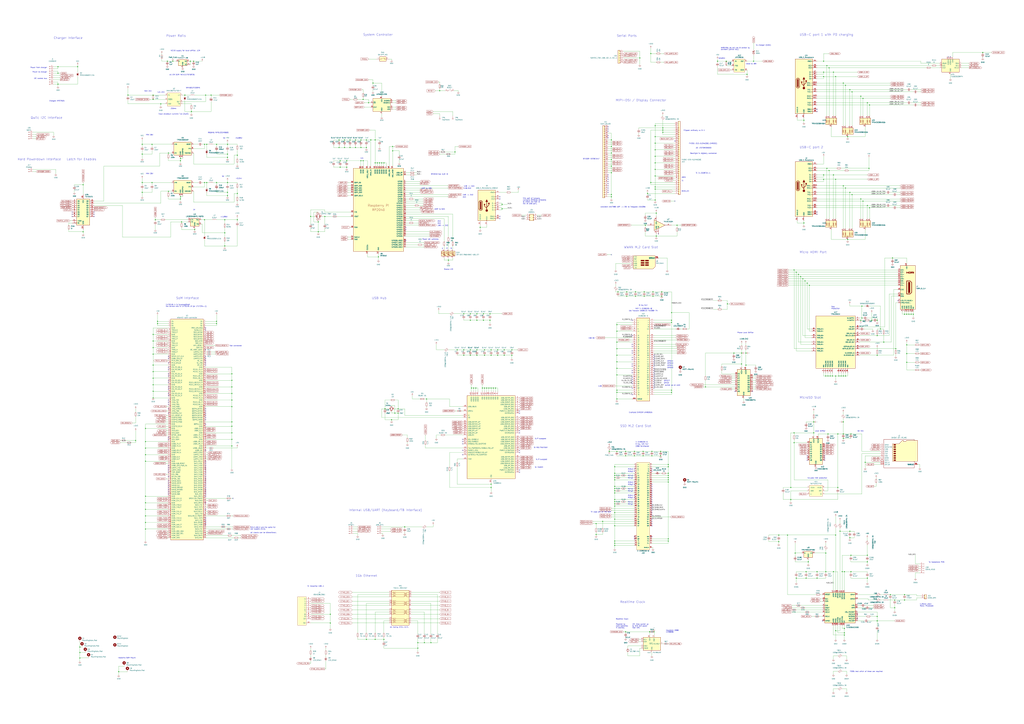
<source format=kicad_sch>
(kicad_sch (version 20230121) (generator eeschema)
  (paper "A0")
  (title_block (title "MNT Pocket Reform") (date "2022-05-27") (rev "D-1") (company "MNT Research GmbH") (comment 1 "Engineer: Lukas \"minute\" Hartmann"))
  (lib_symbols
    (symbol "09452812561:09452812561" (pin_names (offset 0.762))
      (property "Reference" "J4" (at -10.16 7.62 0))
      (property "Value" "09452812561" (at -10.16 5.08 0))
      (symbol "09452812561_0_0"
        (pin passive line (at 0 -10.16 0) (length 5.08) (name "1") (number "1"))
        (pin passive line (at 0 -7.62 0) (length 5.08) (name "2") (number "2"))
        (pin passive line (at 0 -5.08 0) (length 5.08) (name "3") (number "3"))
        (pin passive line (at 0 -2.54 0) (length 5.08) (name "4") (number "4"))
        (pin passive line (at 0 0 0) (length 5.08) (name "5") (number "5"))
        (pin passive line (at 0 -12.7 0) (length 5.08) (name "6") (number "6"))
        (pin passive line (at 0 -15.24 0) (length 5.08) (name "7") (number "7"))
        (pin passive line (at 0 -17.78 0) (length 5.08) (name "8") (number "8"))
        (pin passive line (at 0 -20.32 0) (length 5.08) (name "9") (number "9"))
      )
      (symbol "09452812561_1_0"
        (pin passive line (at 0 -22.86 0) (length 5.08) (name "10") (number "10"))
      )
      (symbol "09452812561_1_1"
        (pin passive line (at 0 -27.94 0) (length 5.08) (name "SH") (number "SH"))
      )
    )
    (symbol "2199230-5:2199230-5" (pin_names (offset 1.016))
      (property "Reference" "J" (at -7.6454 48.9966 0))
      (property "Value" "2199230-5" (at -7.62 -50.8508 0))
      (symbol "2199230-5_0_0"
        (pin passive line (at -12.7 45.72 0) (length 5.08) (name "1") (number "1"))
        (pin passive line (at 12.7 35.56 180) (length 5.08) (name "10") (number "10"))
        (pin passive line (at -12.7 33.02 0) (length 5.08) (name "11") (number "11"))
        (pin passive line (at 12.7 45.72 180) (length 5.08) (name "2") (number "2"))
        (pin passive line (at 12.7 27.94 180) (length 5.08) (name "20") (number "20"))
        (pin passive line (at -12.7 27.94 0) (length 5.08) (name "21") (number "21"))
        (pin passive line (at 12.7 25.4 180) (length 5.08) (name "22") (number "22"))
        (pin passive line (at -12.7 25.4 0) (length 5.08) (name "23") (number "23"))
        (pin passive line (at 12.7 22.86 180) (length 5.08) (name "24") (number "24"))
        (pin passive line (at -12.7 22.86 0) (length 5.08) (name "25") (number "25"))
        (pin passive line (at 12.7 20.32 180) (length 5.08) (name "26") (number "26"))
        (pin passive line (at -12.7 20.32 0) (length 5.08) (name "27") (number "27"))
        (pin passive line (at 12.7 17.78 180) (length 5.08) (name "28") (number "28"))
        (pin passive line (at -12.7 17.78 0) (length 5.08) (name "29") (number "29"))
        (pin passive line (at -12.7 43.18 0) (length 5.08) (name "3") (number "3"))
        (pin passive line (at 12.7 15.24 180) (length 5.08) (name "30") (number "30"))
        (pin passive line (at -12.7 15.24 0) (length 5.08) (name "31") (number "31"))
        (pin passive line (at 12.7 12.7 180) (length 5.08) (name "32") (number "32"))
        (pin passive line (at -12.7 12.7 0) (length 5.08) (name "33") (number "33"))
        (pin passive line (at 12.7 10.16 180) (length 5.08) (name "34") (number "34"))
        (pin passive line (at -12.7 10.16 0) (length 5.08) (name "35") (number "35"))
        (pin passive line (at 12.7 7.62 180) (length 5.08) (name "36") (number "36"))
        (pin passive line (at -12.7 7.62 0) (length 5.08) (name "37") (number "37"))
        (pin passive line (at 12.7 5.08 180) (length 5.08) (name "38") (number "38"))
        (pin passive line (at -12.7 5.08 0) (length 5.08) (name "39") (number "39"))
        (pin passive line (at 12.7 43.18 180) (length 5.08) (name "4") (number "4"))
        (pin passive line (at 12.7 2.54 180) (length 5.08) (name "40") (number "40"))
        (pin passive line (at -12.7 2.54 0) (length 5.08) (name "41") (number "41"))
        (pin passive line (at 12.7 0 180) (length 5.08) (name "42") (number "42"))
        (pin passive line (at -12.7 0 0) (length 5.08) (name "43") (number "43"))
        (pin passive line (at 12.7 -2.54 180) (length 5.08) (name "44") (number "44"))
        (pin passive line (at -12.7 -2.54 0) (length 5.08) (name "45") (number "45"))
        (pin passive line (at 12.7 -5.08 180) (length 5.08) (name "46") (number "46"))
        (pin passive line (at -12.7 -5.08 0) (length 5.08) (name "47") (number "47"))
        (pin passive line (at 12.7 -7.62 180) (length 5.08) (name "48") (number "48"))
        (pin passive line (at -12.7 -7.62 0) (length 5.08) (name "49") (number "49"))
        (pin passive line (at -12.7 40.64 0) (length 5.08) (name "5") (number "5"))
        (pin passive line (at 12.7 -10.16 180) (length 5.08) (name "50") (number "50"))
        (pin passive line (at -12.7 -10.16 0) (length 5.08) (name "51") (number "51"))
        (pin passive line (at 12.7 -12.7 180) (length 5.08) (name "52") (number "52"))
        (pin passive line (at -12.7 -12.7 0) (length 5.08) (name "53") (number "53"))
        (pin passive line (at 12.7 -15.24 180) (length 5.08) (name "54") (number "54"))
        (pin passive line (at -12.7 -15.24 0) (length 5.08) (name "55") (number "55"))
        (pin passive line (at 12.7 -17.78 180) (length 5.08) (name "56") (number "56"))
        (pin passive line (at -12.7 -17.78 0) (length 5.08) (name "57") (number "57"))
        (pin passive line (at 12.7 -20.32 180) (length 5.08) (name "58") (number "58"))
        (pin passive line (at -12.7 -20.32 0) (length 5.08) (name "59") (number "59"))
        (pin passive line (at 12.7 40.64 180) (length 5.08) (name "6") (number "6"))
        (pin passive line (at 12.7 -22.86 180) (length 5.08) (name "60") (number "60"))
        (pin passive line (at -12.7 -22.86 0) (length 5.08) (name "61") (number "61"))
        (pin passive line (at 12.7 -25.4 180) (length 5.08) (name "62") (number "62"))
        (pin passive line (at -12.7 -25.4 0) (length 5.08) (name "63") (number "63"))
        (pin passive line (at 12.7 -27.94 180) (length 5.08) (name "64") (number "64"))
        (pin passive line (at -12.7 -27.94 0) (length 5.08) (name "65") (number "65"))
        (pin passive line (at 12.7 -30.48 180) (length 5.08) (name "66") (number "66"))
        (pin passive line (at -12.7 -30.48 0) (length 5.08) (name "67") (number "67"))
        (pin passive line (at 12.7 -33.02 180) (length 5.08) (name "68") (number "68"))
        (pin passive line (at -12.7 -33.02 0) (length 5.08) (name "69") (number "69"))
        (pin passive line (at -12.7 38.1 0) (length 5.08) (name "7") (number "7"))
        (pin passive line (at 12.7 -35.56 180) (length 5.08) (name "70") (number "70"))
        (pin passive line (at -12.7 -35.56 0) (length 5.08) (name "71") (number "71"))
        (pin passive line (at 12.7 -38.1 180) (length 5.08) (name "72") (number "72"))
        (pin passive line (at -12.7 -38.1 0) (length 5.08) (name "73") (number "73"))
        (pin passive line (at 12.7 -40.64 180) (length 5.08) (name "74") (number "74"))
        (pin passive line (at -12.7 -40.64 0) (length 5.08) (name "75") (number "75"))
        (pin passive line (at 12.7 38.1 180) (length 5.08) (name "8") (number "8"))
        (pin passive line (at -12.7 35.56 0) (length 5.08) (name "9") (number "9"))
        (pin passive line (at -12.7 -45.72 0) (length 5.08) (name "SHIELD") (number "SH1"))
        (pin passive line (at -12.7 -45.72 0) (length 5.08) (name "SHIELD") (number "SH2"))
      )
    )
    (symbol "74xGxx:74LVC1G34"
      (property "Reference" "U" (at 0 7.62 0))
      (property "Value" "74LVC1G34" (at 5.08 -7.62 0))
      (symbol "74LVC1G34_1_1"
        (pin free line (at -2.54 -10.16 90) (length 6.35) (name "NC") (number "1"))
        (pin input line (at -15.24 0 0) (length 7.62) (name "~") (number "2"))
        (pin power_in line (at -5.08 -10.16 90) (length 5.08) (name "GND") (number "3"))
        (pin output line (at 12.7 0 180) (length 7.62) (name "~") (number "4"))
        (pin power_in line (at -5.08 10.16 270) (length 5.08) (name "VCC") (number "5"))
      )
    )
    (symbol "74xx:74LS573" (pin_names (offset 1.016))
      (property "Reference" "U" (at -7.62 16.51 0))
      (property "Value" "74LS573" (at -7.62 -16.51 0))
      (symbol "74LS573_1_0"
        (pin input inverted (at -12.7 -12.7 0) (length 5.08) (name "OE") (number "1"))
        (pin power_in line (at 0 -20.32 90) (length 5.08) (name "GND") (number "10"))
        (pin input line (at -12.7 -10.16 0) (length 5.08) (name "Load") (number "11"))
        (pin tri_state line (at 12.7 -5.08 180) (length 5.08) (name "Q7") (number "12"))
        (pin tri_state line (at 12.7 -2.54 180) (length 5.08) (name "Q6") (number "13"))
        (pin tri_state line (at 12.7 0 180) (length 5.08) (name "Q5") (number "14"))
        (pin tri_state line (at 12.7 2.54 180) (length 5.08) (name "Q4") (number "15"))
        (pin tri_state line (at 12.7 5.08 180) (length 5.08) (name "Q3") (number "16"))
        (pin tri_state line (at 12.7 7.62 180) (length 5.08) (name "Q2") (number "17"))
        (pin tri_state line (at 12.7 10.16 180) (length 5.08) (name "Q1") (number "18"))
        (pin tri_state line (at 12.7 12.7 180) (length 5.08) (name "Q0") (number "19"))
        (pin input line (at -12.7 12.7 0) (length 5.08) (name "D0") (number "2"))
        (pin power_in line (at 0 20.32 270) (length 5.08) (name "VCC") (number "20"))
        (pin input line (at -12.7 10.16 0) (length 5.08) (name "D1") (number "3"))
        (pin input line (at -12.7 7.62 0) (length 5.08) (name "D2") (number "4"))
        (pin input line (at -12.7 5.08 0) (length 5.08) (name "D3") (number "5"))
        (pin input line (at -12.7 2.54 0) (length 5.08) (name "D4") (number "6"))
        (pin input line (at -12.7 0 0) (length 5.08) (name "D5") (number "7"))
        (pin input line (at -12.7 -2.54 0) (length 5.08) (name "D6") (number "8"))
        (pin input line (at -12.7 -5.08 0) (length 5.08) (name "D7") (number "9"))
      )
    )
    (symbol "Audio:TLV320AIC3100"
      (property "Reference" "U" (at -15.24 20.32 0))
      (property "Value" "TLV320AIC3100" (at 0 0 0))
      (symbol "TLV320AIC3100_1_1"
        (pin power_in line (at 0 -20.32 90) (length 2.54) (name "IOVSS") (number "1"))
        (pin input line (at -20.32 10.16 0) (length 2.54) (name "SCL") (number "10"))
        (pin input line (at 20.32 -5.08 180) (length 2.54) (name "VOL/MICDET") (number "11"))
        (pin power_out line (at 20.32 -10.16 180) (length 2.54) (name "MICBIAS") (number "12"))
        (pin input line (at 20.32 -12.7 180) (length 2.54) (name "MIC1LP") (number "13"))
        (pin input line (at 20.32 -15.24 180) (length 2.54) (name "MIC1RP") (number "14"))
        (pin input line (at 20.32 -7.62 180) (length 2.54) (name "MIC1LM") (number "15"))
        (pin power_in line (at -7.62 -20.32 90) (length 2.54) (name "AVSS") (number "16"))
        (pin power_in line (at -7.62 20.32 270) (length 2.54) (name "AVDD") (number "17"))
        (pin power_in line (at -5.08 -20.32 90) (length 2.54) (name "DVSS") (number "18"))
        (pin output line (at 20.32 10.16 180) (length 2.54) (name "SPKM") (number "19"))
        (pin power_in line (at 0 20.32 270) (length 2.54) (name "IOVDD") (number "2"))
        (pin power_in line (at 2.54 -20.32 90) (length 2.54) (name "SPKVSS") (number "20"))
        (pin power_in line (at 2.54 20.32 270) (length 2.54) (name "SPKVDD") (number "21"))
        (pin output line (at 20.32 15.24 180) (length 2.54) (name "SPKP") (number "22"))
        (pin passive line (at 20.32 10.16 180) (length 2.54) hide (name "SPKM") (number "23"))
        (pin power_in line (at 5.08 20.32 270) (length 2.54) (name "SPKVDD") (number "24"))
        (pin passive line (at 2.54 -20.32 90) (length 2.54) hide (name "SPKVSS") (number "25"))
        (pin passive line (at 20.32 15.24 180) (length 2.54) hide (name "SPKP") (number "26"))
        (pin output line (at 20.32 2.54 180) (length 2.54) (name "HPL") (number "27"))
        (pin power_in line (at -2.54 20.32 270) (length 2.54) (name "HPVDD") (number "28"))
        (pin power_in line (at -2.54 -20.32 90) (length 2.54) (name "HPVSS") (number "29"))
        (pin power_in line (at -5.08 20.32 270) (length 2.54) (name "DVDD") (number "3"))
        (pin output line (at 20.32 0 180) (length 2.54) (name "HPR") (number "30"))
        (pin input line (at -20.32 15.24 0) (length 2.54) (name "~{RESET}") (number "31"))
        (pin bidirectional line (at -20.32 -15.24 0) (length 2.54) (name "GPIO1") (number "32"))
        (pin power_in line (at 5.08 -20.32 90) (length 2.54) (name "EP") (number "33"))
        (pin output line (at -20.32 0 0) (length 2.54) (name "DOUT") (number "4"))
        (pin input line (at -20.32 2.54 0) (length 2.54) (name "DIN") (number "5"))
        (pin bidirectional line (at -20.32 -5.08 0) (length 2.54) (name "WCLK") (number "6"))
        (pin bidirectional line (at -20.32 -2.54 0) (length 2.54) (name "BCLK") (number "7"))
        (pin input line (at -20.32 -10.16 0) (length 2.54) (name "MCLK") (number "8"))
        (pin bidirectional line (at -20.32 7.62 0) (length 2.54) (name "SDA") (number "9"))
      )
    )
    (symbol "Connector:Conn_01x02_Pin" (pin_names (offset 1.016) hide)
      (property "Reference" "J" (at 0 2.54 0))
      (property "Value" "Conn_01x02_Pin" (at 0 -5.08 0))
      (symbol "Conn_01x02_Pin_1_1"
        (pin passive line (at 5.08 0 180) (length 3.81) (name "Pin_1") (number "1"))
        (pin passive line (at 5.08 -2.54 180) (length 3.81) (name "Pin_2") (number "2"))
      )
    )
    (symbol "Connector:Conn_01x04_Male" (pin_names (offset 1.016) hide)
      (property "Reference" "J" (at 0 5.08 0))
      (property "Value" "Conn_01x04_Male" (at 0 -7.62 0))
      (symbol "Conn_01x04_Male_1_1"
        (pin passive line (at 5.08 2.54 180) (length 3.81) (name "Pin_1") (number "1"))
        (pin passive line (at 5.08 0 180) (length 3.81) (name "Pin_2") (number "2"))
        (pin passive line (at 5.08 -2.54 180) (length 3.81) (name "Pin_3") (number "3"))
        (pin passive line (at 5.08 -5.08 180) (length 3.81) (name "Pin_4") (number "4"))
      )
    )
    (symbol "Connector:Conn_01x04_Pin" (pin_names (offset 1.016) hide)
      (property "Reference" "J" (at 0 5.08 0))
      (property "Value" "Conn_01x04_Pin" (at 0 -7.62 0))
      (symbol "Conn_01x04_Pin_1_1"
        (pin passive line (at 5.08 2.54 180) (length 3.81) (name "Pin_1") (number "1"))
        (pin passive line (at 5.08 0 180) (length 3.81) (name "Pin_2") (number "2"))
        (pin passive line (at 5.08 -2.54 180) (length 3.81) (name "Pin_3") (number "3"))
        (pin passive line (at 5.08 -5.08 180) (length 3.81) (name "Pin_4") (number "4"))
      )
    )
    (symbol "Connector:Conn_01x05_Socket" (pin_names (offset 1.016) hide)
      (property "Reference" "J" (at 0 7.62 0))
      (property "Value" "Conn_01x05_Socket" (at 0 -7.62 0))
      (symbol "Conn_01x05_Socket_1_1"
        (pin passive line (at -5.08 5.08 0) (length 3.81) (name "Pin_1") (number "1"))
        (pin passive line (at -5.08 2.54 0) (length 3.81) (name "Pin_2") (number "2"))
        (pin passive line (at -5.08 0 0) (length 3.81) (name "Pin_3") (number "3"))
        (pin passive line (at -5.08 -2.54 0) (length 3.81) (name "Pin_4") (number "4"))
        (pin passive line (at -5.08 -5.08 0) (length 3.81) (name "Pin_5") (number "5"))
      )
    )
    (symbol "Connector:Conn_01x09_Male" (pin_names (offset 1.016) hide)
      (property "Reference" "J" (at 0 12.7 0))
      (property "Value" "Conn_01x09_Male" (at 0 -12.7 0))
      (symbol "Conn_01x09_Male_1_1"
        (pin passive line (at 5.08 10.16 180) (length 3.81) (name "Pin_1") (number "1"))
        (pin passive line (at 5.08 7.62 180) (length 3.81) (name "Pin_2") (number "2"))
        (pin passive line (at 5.08 5.08 180) (length 3.81) (name "Pin_3") (number "3"))
        (pin passive line (at 5.08 2.54 180) (length 3.81) (name "Pin_4") (number "4"))
        (pin passive line (at 5.08 0 180) (length 3.81) (name "Pin_5") (number "5"))
        (pin passive line (at 5.08 -2.54 180) (length 3.81) (name "Pin_6") (number "6"))
        (pin passive line (at 5.08 -5.08 180) (length 3.81) (name "Pin_7") (number "7"))
        (pin passive line (at 5.08 -7.62 180) (length 3.81) (name "Pin_8") (number "8"))
        (pin passive line (at 5.08 -10.16 180) (length 3.81) (name "Pin_9") (number "9"))
      )
    )
    (symbol "Connector:HDMI_D_1.4"
      (property "Reference" "J" (at -6.35 26.67 0))
      (property "Value" "HDMI_D_1.4" (at 10.16 26.67 0))
      (symbol "HDMI_D_1.4_1_1"
        (pin passive line (at -10.16 -17.78 0) (length 2.54) (name "HPD/HEAC-") (number "1"))
        (pin power_in line (at 0 -27.94 90) (length 2.54) (name "D0S") (number "10"))
        (pin passive line (at -10.16 7.62 0) (length 2.54) (name "D0-") (number "11"))
        (pin passive line (at -10.16 5.08 0) (length 2.54) (name "CK+") (number "12"))
        (pin power_in line (at 2.54 -27.94 90) (length 2.54) (name "CKS") (number "13"))
        (pin passive line (at -10.16 2.54 0) (length 2.54) (name "CK-") (number "14"))
        (pin bidirectional line (at -10.16 -2.54 0) (length 2.54) (name "CEC") (number "15"))
        (pin power_in line (at 5.08 -27.94 90) (length 2.54) (name "GND") (number "16"))
        (pin passive line (at -10.16 -7.62 0) (length 2.54) (name "SCL") (number "17"))
        (pin bidirectional line (at -10.16 -10.16 0) (length 2.54) (name "SDA") (number "18"))
        (pin power_in line (at 0 27.94 270) (length 2.54) (name "+5V") (number "19"))
        (pin passive line (at -10.16 -15.24 0) (length 2.54) (name "UTILITY/HEAC+") (number "2"))
        (pin passive line (at -10.16 20.32 0) (length 2.54) (name "D2+") (number "3"))
        (pin power_in line (at -5.08 -27.94 90) (length 2.54) (name "D2S") (number "4"))
        (pin passive line (at -10.16 17.78 0) (length 2.54) (name "D2-") (number "5"))
        (pin passive line (at -10.16 15.24 0) (length 2.54) (name "D1+") (number "6"))
        (pin power_in line (at -2.54 -27.94 90) (length 2.54) (name "D1S") (number "7"))
        (pin passive line (at -10.16 12.7 0) (length 2.54) (name "D1-") (number "8"))
        (pin passive line (at -10.16 10.16 0) (length 2.54) (name "D0+") (number "9"))
        (pin passive line (at 7.62 -27.94 90) (length 2.54) (name "SH") (number "SH"))
      )
    )
    (symbol "Connector:Micro_SD_Card_Det" (pin_names (offset 1.016))
      (property "Reference" "J2" (at -1.27 20.7518 0))
      (property "Value" "DM3AT-SF-PEJM5" (at -1.27 18.4404 0))
      (symbol "Micro_SD_Card_Det_1_1"
        (pin bidirectional line (at -22.86 10.16 0) (length 3.81) (name "DAT2") (number "1"))
        (pin bidirectional line (at -22.86 7.62 0) (length 3.81) (name "DAT3/CD") (number "2"))
        (pin input line (at -22.86 5.08 0) (length 3.81) (name "CMD") (number "3"))
        (pin power_in line (at -22.86 2.54 0) (length 3.81) (name "VDD") (number "4"))
        (pin input line (at -22.86 0 0) (length 3.81) (name "CLK") (number "5"))
        (pin power_in line (at -22.86 -2.54 0) (length 3.81) (name "VSS") (number "6"))
        (pin bidirectional line (at -22.86 -5.08 0) (length 3.81) (name "DAT0") (number "7"))
        (pin bidirectional line (at -22.86 -7.62 0) (length 3.81) (name "DAT1") (number "8"))
        (pin passive line (at 20.32 -12.7 180) (length 3.81) (name "SHIELD") (number "P1"))
        (pin passive line (at 20.32 -12.7 180) (length 3.81) (name "SHIELD") (number "P2"))
        (pin passive line (at 20.32 -12.7 180) (length 3.81) (name "SHIELD") (number "P3"))
        (pin passive line (at 20.32 -12.7 180) (length 3.81) (name "SHIELD") (number "P4"))
        (pin passive line (at -22.86 -10.16 0) (length 3.81) (name "DET_A") (number "SWA"))
        (pin passive line (at -22.86 -12.7 0) (length 3.81) (name "DET_B") (number "SWB"))
      )
    )
    (symbol "Connector:SIM_Card"
      (property "Reference" "J8" (at 16.002 2.54 0))
      (property "Value" "SIM_Card" (at 16.002 0.2286 0))
      (symbol "SIM_Card_1_1"
        (pin power_in line (at -12.7 7.62 0) (length 2.54) (name "VCC") (number "1"))
        (pin input line (at -12.7 5.08 0) (length 2.54) (name "RST") (number "2"))
        (pin input line (at -12.7 2.54 0) (length 2.54) (name "CLK") (number "3"))
        (pin power_in line (at -12.7 0 0) (length 2.54) (name "GND") (number "5"))
        (pin input line (at -12.7 -2.54 0) (length 2.54) (name "VPP") (number "6"))
        (pin bidirectional line (at -12.7 -5.08 0) (length 2.54) (name "I/O") (number "7"))
        (pin passive line (at 19.05 6.35 180) (length 3.81) (name "SHIELD") (number "P1"))
        (pin passive line (at 19.05 6.35 180) (length 3.81) (name "SHIELD") (number "P2"))
        (pin passive line (at 19.05 6.35 180) (length 3.81) (name "SHIELD") (number "P3"))
        (pin passive line (at 19.05 6.35 180) (length 3.81) (name "SHIELD") (number "P4"))
      )
    )
    (symbol "Connector:TestPoint" (pin_numbers hide) (pin_names (offset 0.762) hide)
      (property "Reference" "TP" (at 0 6.858 0))
      (property "Value" "TestPoint" (at 0 5.08 0))
      (symbol "TestPoint_1_1"
        (pin passive line (at 0 0 90) (length 2.54) (name "1") (number "1"))
      )
    )
    (symbol "Connector:USB_C_Receptacle" (pin_names (offset 1.016))
      (property "Reference" "J" (at -10.16 29.21 0))
      (property "Value" "USB_C_Receptacle" (at 10.16 29.21 0))
      (symbol "USB_C_Receptacle_1_1"
        (pin passive line (at 0 -40.64 90) (length 5.08) (name "GND") (number "A1"))
        (pin bidirectional line (at 15.24 -15.24 180) (length 5.08) (name "RX2-") (number "A10"))
        (pin bidirectional line (at 15.24 -17.78 180) (length 5.08) (name "RX2+") (number "A11"))
        (pin passive line (at 0 -40.64 90) (length 5.08) hide (name "GND") (number "A12"))
        (pin bidirectional line (at 15.24 -10.16 180) (length 5.08) (name "TX1+") (number "A2"))
        (pin bidirectional line (at 15.24 -7.62 180) (length 5.08) (name "TX1-") (number "A3"))
        (pin passive line (at 15.24 25.4 180) (length 5.08) (name "VBUS") (number "A4"))
        (pin bidirectional line (at 15.24 20.32 180) (length 5.08) (name "CC1") (number "A5"))
        (pin bidirectional line (at 15.24 7.62 180) (length 5.08) (name "D+") (number "A6"))
        (pin bidirectional line (at 15.24 12.7 180) (length 5.08) (name "D-") (number "A7"))
        (pin bidirectional line (at 15.24 -30.48 180) (length 5.08) (name "SBU1") (number "A8"))
        (pin passive line (at 15.24 25.4 180) (length 5.08) hide (name "VBUS") (number "A9"))
        (pin passive line (at 0 -40.64 90) (length 5.08) hide (name "GND") (number "B1"))
        (pin bidirectional line (at 15.24 0 180) (length 5.08) (name "RX1-") (number "B10"))
        (pin bidirectional line (at 15.24 -2.54 180) (length 5.08) (name "RX1+") (number "B11"))
        (pin passive line (at 0 -40.64 90) (length 5.08) hide (name "GND") (number "B12"))
        (pin bidirectional line (at 15.24 -25.4 180) (length 5.08) (name "TX2+") (number "B2"))
        (pin bidirectional line (at 15.24 -22.86 180) (length 5.08) (name "TX2-") (number "B3"))
        (pin passive line (at 15.24 25.4 180) (length 5.08) hide (name "VBUS") (number "B4"))
        (pin bidirectional line (at 15.24 17.78 180) (length 5.08) (name "CC2") (number "B5"))
        (pin bidirectional line (at 15.24 5.08 180) (length 5.08) (name "D+") (number "B6"))
        (pin bidirectional line (at 15.24 10.16 180) (length 5.08) (name "D-") (number "B7"))
        (pin bidirectional line (at 15.24 -33.02 180) (length 5.08) (name "SBU2") (number "B8"))
        (pin passive line (at 15.24 25.4 180) (length 5.08) hide (name "VBUS") (number "B9"))
        (pin passive line (at -7.62 -40.64 90) (length 5.08) (name "SHIELD") (number "S1"))
      )
    )
    (symbol "Connector:USB_C_Receptacle_USB2.0" (pin_names (offset 1.016))
      (property "Reference" "J" (at -10.16 19.05 0))
      (property "Value" "USB_C_Receptacle_USB2.0" (at 19.05 19.05 0))
      (symbol "USB_C_Receptacle_USB2.0_1_1"
        (pin passive line (at 0 -22.86 90) (length 5.08) (name "GND") (number "A1"))
        (pin passive line (at 0 -22.86 90) (length 5.08) hide (name "GND") (number "A12"))
        (pin passive line (at 15.24 15.24 180) (length 5.08) (name "VBUS") (number "A4"))
        (pin bidirectional line (at 15.24 10.16 180) (length 5.08) (name "CC1") (number "A5"))
        (pin bidirectional line (at 15.24 -2.54 180) (length 5.08) (name "D+") (number "A6"))
        (pin bidirectional line (at 15.24 2.54 180) (length 5.08) (name "D-") (number "A7"))
        (pin bidirectional line (at 15.24 -12.7 180) (length 5.08) (name "SBU1") (number "A8"))
        (pin passive line (at 15.24 15.24 180) (length 5.08) hide (name "VBUS") (number "A9"))
        (pin passive line (at 0 -22.86 90) (length 5.08) hide (name "GND") (number "B1"))
        (pin passive line (at 0 -22.86 90) (length 5.08) hide (name "GND") (number "B12"))
        (pin passive line (at 15.24 15.24 180) (length 5.08) hide (name "VBUS") (number "B4"))
        (pin bidirectional line (at 15.24 7.62 180) (length 5.08) (name "CC2") (number "B5"))
        (pin bidirectional line (at 15.24 -5.08 180) (length 5.08) (name "D+") (number "B6"))
        (pin bidirectional line (at 15.24 0 180) (length 5.08) (name "D-") (number "B7"))
        (pin bidirectional line (at 15.24 -15.24 180) (length 5.08) (name "SBU2") (number "B8"))
        (pin passive line (at 15.24 15.24 180) (length 5.08) hide (name "VBUS") (number "B9"))
        (pin passive line (at -7.62 -22.86 90) (length 5.08) (name "SHIELD") (number "S1"))
      )
    )
    (symbol "Connector_Generic:Conn_01x02" (pin_names (offset 1.016) hide)
      (property "Reference" "J" (at 0 2.54 0))
      (property "Value" "Conn_01x02" (at 0 -5.08 0))
      (symbol "Conn_01x02_1_1"
        (pin passive line (at -5.08 0 0) (length 3.81) (name "Pin_1") (number "1"))
        (pin passive line (at -5.08 -2.54 0) (length 3.81) (name "Pin_2") (number "2"))
      )
    )
    (symbol "Connector_Generic:Conn_01x06" (pin_names (offset 1.016) hide)
      (property "Reference" "J" (at 0 7.62 0))
      (property "Value" "Conn_01x06" (at 0 -10.16 0))
      (symbol "Conn_01x06_1_1"
        (pin passive line (at -5.08 5.08 0) (length 3.81) (name "Pin_1") (number "1"))
        (pin passive line (at -5.08 2.54 0) (length 3.81) (name "Pin_2") (number "2"))
        (pin passive line (at -5.08 0 0) (length 3.81) (name "Pin_3") (number "3"))
        (pin passive line (at -5.08 -2.54 0) (length 3.81) (name "Pin_4") (number "4"))
        (pin passive line (at -5.08 -5.08 0) (length 3.81) (name "Pin_5") (number "5"))
        (pin passive line (at -5.08 -7.62 0) (length 3.81) (name "Pin_6") (number "6"))
      )
    )
    (symbol "Connector_Generic:Conn_01x31" (pin_names (offset 1.016) hide)
      (property "Reference" "J13" (at 2.54 1.2701 0))
      (property "Value" "FH35C-31S-0.3HW(50)" (at 2.54 -1.2699 0))
      (symbol "Conn_01x31_1_1"
        (pin passive line (at -5.08 38.1 0) (length 3.81) (name "Pin_1") (number "1"))
        (pin passive line (at -5.08 15.24 0) (length 3.81) (name "Pin_10") (number "10"))
        (pin passive line (at -5.08 12.7 0) (length 3.81) (name "Pin_11") (number "11"))
        (pin passive line (at -5.08 10.16 0) (length 3.81) (name "Pin_12") (number "12"))
        (pin passive line (at -5.08 7.62 0) (length 3.81) (name "Pin_13") (number "13"))
        (pin passive line (at -5.08 5.08 0) (length 3.81) (name "Pin_14") (number "14"))
        (pin passive line (at -5.08 2.54 0) (length 3.81) (name "Pin_15") (number "15"))
        (pin passive line (at -5.08 0 0) (length 3.81) (name "Pin_16") (number "16"))
        (pin passive line (at -5.08 -2.54 0) (length 3.81) (name "Pin_17") (number "17"))
        (pin passive line (at -5.08 -5.08 0) (length 3.81) (name "Pin_18") (number "18"))
        (pin passive line (at -5.08 -7.62 0) (length 3.81) (name "Pin_19") (number "19"))
        (pin passive line (at -5.08 35.56 0) (length 3.81) (name "Pin_2") (number "2"))
        (pin passive line (at -5.08 -10.16 0) (length 3.81) (name "Pin_20") (number "20"))
        (pin passive line (at -5.08 -12.7 0) (length 3.81) (name "Pin_21") (number "21"))
        (pin passive line (at -5.08 -15.24 0) (length 3.81) (name "Pin_22") (number "22"))
        (pin passive line (at -5.08 -17.78 0) (length 3.81) (name "Pin_23") (number "23"))
        (pin passive line (at -5.08 -20.32 0) (length 3.81) (name "Pin_24") (number "24"))
        (pin passive line (at -5.08 -22.86 0) (length 3.81) (name "Pin_25") (number "25"))
        (pin passive line (at -5.08 -25.4 0) (length 3.81) (name "Pin_26") (number "26"))
        (pin passive line (at -5.08 -27.94 0) (length 3.81) (name "Pin_27") (number "27"))
        (pin passive line (at -5.08 -30.48 0) (length 3.81) (name "Pin_28") (number "28"))
        (pin passive line (at -5.08 -33.02 0) (length 3.81) (name "Pin_29") (number "29"))
        (pin passive line (at -5.08 33.02 0) (length 3.81) (name "Pin_3") (number "3"))
        (pin passive line (at -5.08 -35.56 0) (length 3.81) (name "Pin_30") (number "30"))
        (pin passive line (at -5.08 -38.1 0) (length 3.81) (name "Pin_31") (number "31"))
        (pin passive line (at -5.08 30.48 0) (length 3.81) (name "Pin_4") (number "4"))
        (pin passive line (at -5.08 27.94 0) (length 3.81) (name "Pin_5") (number "5"))
        (pin passive line (at -5.08 25.4 0) (length 3.81) (name "Pin_6") (number "6"))
        (pin passive line (at -5.08 22.86 0) (length 3.81) (name "Pin_7") (number "7"))
        (pin passive line (at -5.08 20.32 0) (length 3.81) (name "Pin_8") (number "8"))
        (pin passive line (at -5.08 17.78 0) (length 3.81) (name "Pin_9") (number "9"))
        (pin passive line (at -5.08 -40.64 0) (length 3.81) (name "Pin_32") (number "S1"))
        (pin passive line (at -5.08 -43.18 0) (length 3.81) (name "Pin_33") (number "S2"))
      )
    )
    (symbol "Connector_Generic:Conn_01x33" (pin_names (offset 1.016) hide)
      (property "Reference" "J" (at 0 43.18 0))
      (property "Value" "Conn_01x33" (at 0 -43.18 0))
      (symbol "Conn_01x33_1_1"
        (pin passive line (at -5.08 40.64 0) (length 3.81) (name "Pin_1") (number "1"))
        (pin passive line (at -5.08 17.78 0) (length 3.81) (name "Pin_10") (number "10"))
        (pin passive line (at -5.08 15.24 0) (length 3.81) (name "Pin_11") (number "11"))
        (pin passive line (at -5.08 12.7 0) (length 3.81) (name "Pin_12") (number "12"))
        (pin passive line (at -5.08 10.16 0) (length 3.81) (name "Pin_13") (number "13"))
        (pin passive line (at -5.08 7.62 0) (length 3.81) (name "Pin_14") (number "14"))
        (pin passive line (at -5.08 5.08 0) (length 3.81) (name "Pin_15") (number "15"))
        (pin passive line (at -5.08 2.54 0) (length 3.81) (name "Pin_16") (number "16"))
        (pin passive line (at -5.08 0 0) (length 3.81) (name "Pin_17") (number "17"))
        (pin passive line (at -5.08 -2.54 0) (length 3.81) (name "Pin_18") (number "18"))
        (pin passive line (at -5.08 -5.08 0) (length 3.81) (name "Pin_19") (number "19"))
        (pin passive line (at -5.08 38.1 0) (length 3.81) (name "Pin_2") (number "2"))
        (pin passive line (at -5.08 -7.62 0) (length 3.81) (name "Pin_20") (number "20"))
        (pin passive line (at -5.08 -10.16 0) (length 3.81) (name "Pin_21") (number "21"))
        (pin passive line (at -5.08 -12.7 0) (length 3.81) (name "Pin_22") (number "22"))
        (pin passive line (at -5.08 -15.24 0) (length 3.81) (name "Pin_23") (number "23"))
        (pin passive line (at -5.08 -17.78 0) (length 3.81) (name "Pin_24") (number "24"))
        (pin passive line (at -5.08 -20.32 0) (length 3.81) (name "Pin_25") (number "25"))
        (pin passive line (at -5.08 -22.86 0) (length 3.81) (name "Pin_26") (number "26"))
        (pin passive line (at -5.08 -25.4 0) (length 3.81) (name "Pin_27") (number "27"))
        (pin passive line (at -5.08 -27.94 0) (length 3.81) (name "Pin_28") (number "28"))
        (pin passive line (at -5.08 -30.48 0) (length 3.81) (name "Pin_29") (number "29"))
        (pin passive line (at -5.08 35.56 0) (length 3.81) (name "Pin_3") (number "3"))
        (pin passive line (at -5.08 -33.02 0) (length 3.81) (name "Pin_30") (number "30"))
        (pin passive line (at -5.08 -35.56 0) (length 3.81) (name "Pin_31") (number "31"))
        (pin passive line (at -5.08 -38.1 0) (length 3.81) (name "Pin_32") (number "32"))
        (pin passive line (at -5.08 -40.64 0) (length 3.81) (name "Pin_33") (number "33"))
        (pin passive line (at -5.08 33.02 0) (length 3.81) (name "Pin_4") (number "4"))
        (pin passive line (at -5.08 30.48 0) (length 3.81) (name "Pin_5") (number "5"))
        (pin passive line (at -5.08 27.94 0) (length 3.81) (name "Pin_6") (number "6"))
        (pin passive line (at -5.08 25.4 0) (length 3.81) (name "Pin_7") (number "7"))
        (pin passive line (at -5.08 22.86 0) (length 3.81) (name "Pin_8") (number "8"))
        (pin passive line (at -5.08 20.32 0) (length 3.81) (name "Pin_9") (number "9"))
      )
    )
    (symbol "Connector_Generic:Conn_02x03_Odd_Even" (pin_names (offset 1.016) hide)
      (property "Reference" "J" (at 1.27 5.08 0))
      (property "Value" "Conn_02x03_Odd_Even" (at 1.27 -5.08 0))
      (symbol "Conn_02x03_Odd_Even_1_1"
        (pin passive line (at -5.08 2.54 0) (length 3.81) (name "Pin_1") (number "1"))
        (pin passive line (at 7.62 2.54 180) (length 3.81) (name "Pin_2") (number "2"))
        (pin passive line (at -5.08 0 0) (length 3.81) (name "Pin_3") (number "3"))
        (pin passive line (at 7.62 0 180) (length 3.81) (name "Pin_4") (number "4"))
        (pin passive line (at -5.08 -2.54 0) (length 3.81) (name "Pin_5") (number "5"))
        (pin passive line (at 7.62 -2.54 180) (length 3.81) (name "Pin_6") (number "6"))
      )
    )
    (symbol "Device:C_Polarized_Small" (pin_numbers hide) (pin_names (offset 0.254) hide)
      (property "Reference" "C" (at 0.254 1.778 0))
      (property "Value" "C_Polarized_Small" (at 0.254 -2.032 0))
      (symbol "C_Polarized_Small_1_1"
        (pin passive line (at 0 2.54 270) (length 1.8542) (name "~") (number "1"))
        (pin passive line (at 0 -2.54 90) (length 1.8542) (name "~") (number "2"))
      )
    )
    (symbol "Device:C_Small" (pin_numbers hide) (pin_names (offset 0.254) hide)
      (property "Reference" "C" (at 0.254 1.778 0))
      (property "Value" "C_Small" (at 0.254 -2.032 0))
      (symbol "C_Small_1_1"
        (pin passive line (at 0 2.54 270) (length 2.032) (name "~") (number "1"))
        (pin passive line (at 0 -2.54 90) (length 2.032) (name "~") (number "2"))
      )
    )
    (symbol "Device:Crystal_GND24" (pin_names (offset 1.016) hide)
      (property "Reference" "Y" (at 3.175 5.08 0))
      (property "Value" "Crystal_GND24" (at 3.175 3.175 0))
      (symbol "Crystal_GND24_1_1"
        (pin passive line (at -3.81 0 0) (length 1.27) (name "1") (number "1"))
        (pin passive line (at 0 5.08 270) (length 1.27) (name "2") (number "2"))
        (pin passive line (at 3.81 0 180) (length 1.27) (name "3") (number "3"))
        (pin passive line (at 0 -5.08 90) (length 1.27) (name "4") (number "4"))
      )
    )
    (symbol "Device:Crystal_GND24_Small" (pin_names (offset 1.016) hide)
      (property "Reference" "Y" (at 1.27 4.445 0))
      (property "Value" "Crystal_GND24_Small" (at 1.27 2.54 0))
      (symbol "Crystal_GND24_Small_1_1"
        (pin passive line (at -2.54 0 0) (length 1.27) (name "1") (number "1"))
        (pin passive line (at 0 -2.54 90) (length 0.635) (name "2") (number "2"))
        (pin passive line (at 2.54 0 180) (length 1.27) (name "3") (number "3"))
        (pin passive line (at 0 2.54 270) (length 0.635) (name "4") (number "4"))
      )
    )
    (symbol "Device:Crystal_Small" (pin_numbers hide) (pin_names (offset 1.016) hide)
      (property "Reference" "Y" (at 0 2.54 0))
      (property "Value" "Crystal_Small" (at 0 -2.54 0))
      (symbol "Crystal_Small_1_1"
        (pin passive line (at -2.54 0 0) (length 1.27) (name "1") (number "1"))
        (pin passive line (at 2.54 0 180) (length 1.27) (name "2") (number "2"))
      )
    )
    (symbol "Device:D_Schottky" (pin_numbers hide) (pin_names (offset 1.016) hide)
      (property "Reference" "D" (at 0 2.54 0))
      (property "Value" "D_Schottky" (at 0 -2.54 0))
      (symbol "D_Schottky_1_1"
        (pin passive line (at -3.81 0 0) (length 2.54) (name "K") (number "1"))
        (pin passive line (at 3.81 0 180) (length 2.54) (name "A") (number "2"))
      )
    )
    (symbol "Device:D_Schottky_Small" (pin_numbers hide) (pin_names (offset 0.254) hide)
      (property "Reference" "D" (at -1.27 2.032 0))
      (property "Value" "D_Schottky_Small" (at -7.112 -2.032 0))
      (symbol "D_Schottky_Small_1_1"
        (pin passive line (at -2.54 0 0) (length 1.778) (name "K") (number "1"))
        (pin passive line (at 2.54 0 180) (length 1.778) (name "A") (number "2"))
      )
    )
    (symbol "Device:D_Schottky_Small_Filled" (pin_numbers hide) (pin_names (offset 0.254) hide)
      (property "Reference" "D" (at -1.27 2.032 0))
      (property "Value" "D_Schottky_Small_Filled" (at -7.112 -2.032 0))
      (symbol "D_Schottky_Small_Filled_1_1"
        (pin passive line (at -2.54 0 0) (length 1.778) (name "K") (number "1"))
        (pin passive line (at 2.54 0 180) (length 1.778) (name "A") (number "2"))
      )
    )
    (symbol "Device:FerriteBead_Small" (pin_numbers hide) (pin_names (offset 0))
      (property "Reference" "FB" (at 1.905 1.27 0))
      (property "Value" "FerriteBead_Small" (at 1.905 -1.27 0))
      (symbol "FerriteBead_Small_1_1"
        (pin passive line (at 0 2.54 270) (length 1.27) (name "~") (number "1"))
        (pin passive line (at 0 -2.54 90) (length 1.27) (name "~") (number "2"))
      )
    )
    (symbol "Device:LED_RGB" (pin_names (offset 0) hide)
      (property "Reference" "D" (at 0 9.398 0))
      (property "Value" "LED_RGB" (at 0 -8.89 0))
      (symbol "LED_RGB_0_0"
        (text "B" (at -1.905 -6.35 0) (effects (font (size 1.27 1.27))))
        (text "G" (at -1.905 -1.27 0) (effects (font (size 1.27 1.27))))
        (text "R" (at -1.905 3.81 0) (effects (font (size 1.27 1.27))))
      )
      (symbol "LED_RGB_1_1"
        (pin passive line (at -5.08 5.08 0) (length 2.54) (name "RK") (number "1"))
        (pin passive line (at -5.08 0 0) (length 2.54) (name "GK") (number "2"))
        (pin passive line (at -5.08 -5.08 0) (length 2.54) (name "BK") (number "3"))
        (pin passive line (at 5.08 -5.08 180) (length 2.54) (name "BA") (number "4"))
        (pin passive line (at 5.08 0 180) (length 2.54) (name "GA") (number "5"))
        (pin passive line (at 5.08 5.08 180) (length 2.54) (name "RA") (number "6"))
      )
    )
    (symbol "Device:LED_Small" (pin_numbers hide) (pin_names (offset 0.254) hide)
      (property "Reference" "D" (at -1.27 3.175 0))
      (property "Value" "LED_Small" (at -4.445 -2.54 0))
      (symbol "LED_Small_1_1"
        (pin passive line (at -2.54 0 0) (length 1.778) (name "K") (number "1"))
        (pin passive line (at 2.54 0 180) (length 1.778) (name "A") (number "2"))
      )
    )
    (symbol "Device:L_Small" (pin_numbers hide) (pin_names (offset 0.254) hide)
      (property "Reference" "L" (at 0.762 1.016 0))
      (property "Value" "L_Small" (at 0.762 -1.016 0))
      (symbol "L_Small_1_1"
        (pin passive line (at 0 2.54 270) (length 0.508) (name "~") (number "1"))
        (pin passive line (at 0 -2.54 90) (length 0.508) (name "~") (number "2"))
      )
    )
    (symbol "Device:R_Small" (pin_numbers hide) (pin_names (offset 0.254) hide)
      (property "Reference" "R" (at 0.762 0.508 0))
      (property "Value" "R_Small" (at 0.762 -1.016 0))
      (symbol "R_Small_1_1"
        (pin passive line (at 0 2.54 270) (length 0.762) (name "~") (number "1"))
        (pin passive line (at 0 -2.54 90) (length 0.762) (name "~") (number "2"))
      )
    )
    (symbol "GND_1" (power) (pin_names (offset 0))
      (property "Value" "GND_1" (at 0 -3.81 0))
      (symbol "GND_1_1_1"
        (pin power_in line (at 0 0 270) (length 0) hide (name "GND") (number "1"))
      )
    )
    (symbol "Interface_USB:FUSB302BMPX"
      (property "Reference" "U" (at -10.16 8.89 0))
      (property "Value" "FUSB302BMPX" (at 3.81 8.89 0))
      (symbol "FUSB302BMPX_1_1"
        (pin bidirectional line (at 12.7 -2.54 180) (length 2.54) (name "CC2") (number "1"))
        (pin bidirectional line (at 12.7 0 180) (length 2.54) (name "CC1") (number "10"))
        (pin bidirectional line (at 12.7 0 180) (length 2.54) hide (name "CC1") (number "11"))
        (pin power_in line (at 0 10.16 270) (length 2.54) (name "VCONN") (number "12"))
        (pin power_in line (at 2.54 10.16 270) (length 2.54) (name "VCONN") (number "13"))
        (pin bidirectional line (at 12.7 -2.54 180) (length 2.54) hide (name "CC2") (number "14"))
        (pin passive line (at 0 -10.16 90) (length 2.54) hide (name "GND") (number "15"))
        (pin input line (at 12.7 2.54 180) (length 2.54) (name "VBUS") (number "2"))
        (pin power_in line (at -2.54 10.16 270) (length 2.54) (name "VDD") (number "3"))
        (pin passive line (at -2.54 10.16 270) (length 2.54) hide (name "VDD") (number "4"))
        (pin open_collector line (at -12.7 -2.54 0) (length 2.54) (name "INT_N") (number "5"))
        (pin input line (at -12.7 0 0) (length 2.54) (name "SCL") (number "6"))
        (pin bidirectional line (at -12.7 2.54 0) (length 2.54) (name "SDA") (number "7"))
        (pin power_in line (at 0 -10.16 90) (length 2.54) (name "GND") (number "8"))
        (pin passive line (at 0 -10.16 90) (length 2.54) hide (name "GND") (number "9"))
      )
    )
    (symbol "Interface_USB:TUSB8041" (pin_names (offset 1.016))
      (property "Reference" "U" (at 15.24 53.34 0))
      (property "Value" "TUSB8041" (at 15.24 50.8 0))
      (symbol "TUSB8041_1_1"
        (pin bidirectional line (at 33.02 35.56 180) (length 5.08) (name "USB_DP_DN1") (number "1"))
        (pin bidirectional line (at 33.02 10.16 180) (length 5.08) (name "USB_DM_DN2") (number "10"))
        (pin output line (at 33.02 22.86 180) (length 5.08) (name "USB_SSTXP_DN2") (number "11"))
        (pin output line (at 33.02 20.32 180) (length 5.08) (name "USB_SSTXM_DN2") (number "12"))
        (pin power_in line (at 2.54 53.34 270) (length 5.08) (name "VDD") (number "13"))
        (pin input line (at 33.02 17.78 180) (length 5.08) (name "USB_SSRXP_DN2") (number "14"))
        (pin input line (at 33.02 15.24 180) (length 5.08) (name "USB_SSRXM_DN2") (number "15"))
        (pin power_in line (at -15.24 53.34 270) (length 5.08) (name "VDD33") (number "16"))
        (pin bidirectional line (at 33.02 -10.16 180) (length 5.08) (name "USB_DP_DN3") (number "17"))
        (pin bidirectional line (at 33.02 -12.7 180) (length 5.08) (name "USB_DM_DN3") (number "18"))
        (pin output line (at 33.02 0 180) (length 5.08) (name "USB_SSTXP_DN3") (number "19"))
        (pin bidirectional line (at 33.02 33.02 180) (length 5.08) (name "USB_DM_DN1") (number "2"))
        (pin output line (at 33.02 -2.54 180) (length 5.08) (name "USB_SSTXM_DN3") (number "20"))
        (pin power_in line (at 0 53.34 270) (length 5.08) (name "VDD") (number "21"))
        (pin input line (at 33.02 -5.08 180) (length 5.08) (name "USB_SSRXP_DN3") (number "22"))
        (pin input line (at 33.02 -7.62 180) (length 5.08) (name "USB_SSRXM_DN3") (number "23"))
        (pin bidirectional line (at 33.02 -33.02 180) (length 5.08) (name "USB_DP_DN4") (number "24"))
        (pin bidirectional line (at 33.02 -35.56 180) (length 5.08) (name "USB_DM_DN4") (number "25"))
        (pin output line (at 33.02 -22.86 180) (length 5.08) (name "USB_SSTXP_DN4") (number "26"))
        (pin output line (at 33.02 -25.4 180) (length 5.08) (name "USB_SSTXM_DN4") (number "27"))
        (pin power_in line (at -2.54 53.34 270) (length 5.08) (name "VDD") (number "28"))
        (pin input line (at 33.02 -27.94 180) (length 5.08) (name "USB_SSRXP_DN4") (number "29"))
        (pin output line (at 33.02 45.72 180) (length 5.08) (name "USB_SSTXP_DN1") (number "3"))
        (pin input line (at 33.02 -30.48 180) (length 5.08) (name "USB_SSRXM_DN4") (number "30"))
        (pin power_in line (at -5.08 53.34 270) (length 5.08) (name "VDD") (number "31"))
        (pin bidirectional line (at 33.02 -38.1 180) (length 5.08) (name "PWRCTL4/BATEN4") (number "32"))
        (pin bidirectional line (at 33.02 -15.24 180) (length 5.08) (name "PWRCTL3/BATEN3") (number "33"))
        (pin power_in line (at -17.78 53.34 270) (length 5.08) (name "VDD33") (number "34"))
        (pin bidirectional line (at 33.02 7.62 180) (length 5.08) (name "PWRCTL2/BATEN2") (number "35"))
        (pin bidirectional line (at 33.02 30.48 180) (length 5.08) (name "PWRCTL1/BATEN1") (number "36"))
        (pin bidirectional line (at -33.02 -5.08 0) (length 5.08) (name "SDA/SMBDAT") (number "37"))
        (pin bidirectional line (at -33.02 -2.54 0) (length 5.08) (name "SCL/SMBCLK") (number "38"))
        (pin bidirectional line (at -33.02 -7.62 0) (length 5.08) (name "SMBUSz/SS_SUSPEND") (number "39"))
        (pin output line (at 33.02 43.18 180) (length 5.08) (name "USB_SSTXM_DN1") (number "4"))
        (pin bidirectional line (at -33.02 -12.7 0) (length 5.08) (name "FULLPWRMGMTz/SMBA1/SS_UP") (number "40"))
        (pin bidirectional line (at -33.02 -15.24 0) (length 5.08) (name "PWRCTL_POL") (number "41"))
        (pin bidirectional line (at -33.02 -17.78 0) (length 5.08) (name "GANGED/SMBA2/HS_UP") (number "42"))
        (pin input line (at 33.02 -40.64 180) (length 5.08) (name "OVERCUR4z") (number "43"))
        (pin input line (at 33.02 -17.78 180) (length 5.08) (name "OVERCUR3z") (number "44"))
        (pin bidirectional line (at -33.02 -20.32 0) (length 5.08) (name "AUTOENz/HS_SUSPEND") (number "45"))
        (pin input line (at 33.02 27.94 180) (length 5.08) (name "OVERCUR1z") (number "46"))
        (pin input line (at 33.02 5.08 180) (length 5.08) (name "OVERCUR2z") (number "47"))
        (pin input line (at -33.02 35.56 0) (length 5.08) (name "USB_VBUS") (number "48"))
        (pin input line (at -33.02 -25.4 0) (length 5.08) (name "TEST") (number "49"))
        (pin power_in line (at 7.62 53.34 270) (length 5.08) (name "VDD") (number "5"))
        (pin input line (at -33.02 30.48 0) (length 5.08) (name "GRSTz") (number "50"))
        (pin power_in line (at -7.62 53.34 270) (length 5.08) (name "VDD") (number "51"))
        (pin power_in line (at -20.32 53.34 270) (length 5.08) (name "VDD33") (number "52"))
        (pin bidirectional line (at -33.02 7.62 0) (length 5.08) (name "USB_DP_UP") (number "53"))
        (pin bidirectional line (at -33.02 5.08 0) (length 5.08) (name "USB_DM_UP") (number "54"))
        (pin output line (at -33.02 17.78 0) (length 5.08) (name "USB_SSTXP_UP") (number "55"))
        (pin output line (at -33.02 15.24 0) (length 5.08) (name "USB_SSTXM_UP") (number "56"))
        (pin power_in line (at -10.16 53.34 270) (length 5.08) (name "VDD") (number "57"))
        (pin input line (at -33.02 12.7 0) (length 5.08) (name "USB_SSRXP_UP") (number "58"))
        (pin input line (at -33.02 10.16 0) (length 5.08) (name "USB_SSRXM_UP") (number "59"))
        (pin input line (at 33.02 40.64 180) (length 5.08) (name "USB_SSRXP_DN1") (number "6"))
        (pin no_connect line (at 27.94 -45.72 180) (length 5.08) hide (name "NC") (number "60"))
        (pin output line (at -33.02 22.86 0) (length 5.08) (name "XO") (number "61"))
        (pin input line (at -33.02 25.4 0) (length 5.08) (name "XI") (number "62"))
        (pin power_in line (at -22.86 53.34 270) (length 5.08) (name "VDD33") (number "63"))
        (pin input line (at -33.02 2.54 0) (length 5.08) (name "USB_R1") (number "64"))
        (pin power_in line (at 0 -53.34 90) (length 5.08) (name "VSS") (number "65"))
        (pin input line (at 33.02 38.1 180) (length 5.08) (name "USB_SSRXM_DN1") (number "7"))
        (pin power_in line (at 5.08 53.34 270) (length 5.08) (name "VDD") (number "8"))
        (pin bidirectional line (at 33.02 12.7 180) (length 5.08) (name "USB_DP_DN2") (number "9"))
      )
    )
    (symbol "Logic_LevelTranslator:TXS0108EPW"
      (property "Reference" "U" (at -6.35 16.51 0))
      (property "Value" "TXS0108EPW" (at 3.81 16.51 0))
      (symbol "TXS0108EPW_1_1"
        (pin bidirectional line (at -10.16 7.62 0) (length 2.54) (name "A1") (number "1"))
        (pin input line (at -10.16 10.16 0) (length 2.54) (name "OE") (number "10"))
        (pin power_in line (at 0 -17.78 90) (length 2.54) (name "GND") (number "11"))
        (pin bidirectional line (at 10.16 -10.16 180) (length 2.54) (name "B8") (number "12"))
        (pin bidirectional line (at 10.16 -7.62 180) (length 2.54) (name "B7") (number "13"))
        (pin bidirectional line (at 10.16 -5.08 180) (length 2.54) (name "B6") (number "14"))
        (pin bidirectional line (at 10.16 -2.54 180) (length 2.54) (name "B5") (number "15"))
        (pin bidirectional line (at 10.16 0 180) (length 2.54) (name "B4") (number "16"))
        (pin bidirectional line (at 10.16 2.54 180) (length 2.54) (name "B3") (number "17"))
        (pin bidirectional line (at 10.16 5.08 180) (length 2.54) (name "B2") (number "18"))
        (pin power_in line (at 2.54 17.78 270) (length 2.54) (name "VCCB") (number "19"))
        (pin power_in line (at -2.54 17.78 270) (length 2.54) (name "VCCA") (number "2"))
        (pin bidirectional line (at 10.16 7.62 180) (length 2.54) (name "B1") (number "20"))
        (pin bidirectional line (at -10.16 5.08 0) (length 2.54) (name "A2") (number "3"))
        (pin bidirectional line (at -10.16 2.54 0) (length 2.54) (name "A3") (number "4"))
        (pin bidirectional line (at -10.16 0 0) (length 2.54) (name "A4") (number "5"))
        (pin bidirectional line (at -10.16 -2.54 0) (length 2.54) (name "A5") (number "6"))
        (pin bidirectional line (at -10.16 -5.08 0) (length 2.54) (name "A6") (number "7"))
        (pin bidirectional line (at -10.16 -7.62 0) (length 2.54) (name "A7") (number "8"))
        (pin bidirectional line (at -10.16 -10.16 0) (length 2.54) (name "A8") (number "9"))
      )
    )
    (symbol "MCU_RaspberryPi_and_Boards:RP2040" (pin_names (offset 1.016))
      (property "Reference" "U" (at -29.21 49.53 0))
      (property "Value" "RP2040" (at 24.13 -49.53 0))
      (symbol "RP2040_0_0"
        (text "Raspberry Pi" (at 0 5.08 0) (effects (font (size 2.54 2.54))))
        (text "RP2040" (at 0 0 0) (effects (font (size 2.54 2.54))))
      )
      (symbol "RP2040_1_1"
        (pin power_in line (at 8.89 50.8 270) (length 2.54) (name "IOVDD") (number "1"))
        (pin power_in line (at 6.35 50.8 270) (length 2.54) (name "IOVDD") (number "10"))
        (pin bidirectional line (at 31.75 12.7 180) (length 2.54) (name "GPIO8") (number "11"))
        (pin bidirectional line (at 31.75 10.16 180) (length 2.54) (name "GPIO9") (number "12"))
        (pin bidirectional line (at 31.75 7.62 180) (length 2.54) (name "GPIO10") (number "13"))
        (pin bidirectional line (at 31.75 5.08 180) (length 2.54) (name "GPIO11") (number "14"))
        (pin bidirectional line (at 31.75 2.54 180) (length 2.54) (name "GPIO12") (number "15"))
        (pin bidirectional line (at 31.75 0 180) (length 2.54) (name "GPIO13") (number "16"))
        (pin bidirectional line (at 31.75 -2.54 180) (length 2.54) (name "GPIO14") (number "17"))
        (pin bidirectional line (at 31.75 -5.08 180) (length 2.54) (name "GPIO15") (number "18"))
        (pin passive line (at -12.7 -50.8 90) (length 2.54) (name "TESTEN") (number "19"))
        (pin bidirectional line (at 31.75 33.02 180) (length 2.54) (name "GPIO0") (number "2"))
        (pin input line (at -31.75 -2.54 0) (length 2.54) (name "XIN") (number "20"))
        (pin passive line (at -31.75 -7.62 0) (length 2.54) (name "XOUT") (number "21"))
        (pin power_in line (at 3.81 50.8 270) (length 2.54) (name "IOVDD") (number "22"))
        (pin power_in line (at -17.78 50.8 270) (length 2.54) (name "DVDD") (number "23"))
        (pin output line (at -31.75 -31.75 0) (length 2.54) (name "SWCLK") (number "24"))
        (pin bidirectional line (at -31.75 -34.29 0) (length 2.54) (name "SWD") (number "25"))
        (pin input line (at -31.75 -20.32 0) (length 2.54) (name "RUN") (number "26"))
        (pin bidirectional line (at 31.75 -7.62 180) (length 2.54) (name "GPIO16") (number "27"))
        (pin bidirectional line (at 31.75 -10.16 180) (length 2.54) (name "GPIO17") (number "28"))
        (pin bidirectional line (at 31.75 -12.7 180) (length 2.54) (name "GPIO18") (number "29"))
        (pin bidirectional line (at 31.75 30.48 180) (length 2.54) (name "GPIO1") (number "3"))
        (pin bidirectional line (at 31.75 -15.24 180) (length 2.54) (name "GPIO19") (number "30"))
        (pin bidirectional line (at 31.75 -17.78 180) (length 2.54) (name "GPIO20") (number "31"))
        (pin bidirectional line (at 31.75 -20.32 180) (length 2.54) (name "GPIO21") (number "32"))
        (pin power_in line (at 1.27 50.8 270) (length 2.54) (name "IOVDD") (number "33"))
        (pin bidirectional line (at 31.75 -22.86 180) (length 2.54) (name "GPIO22") (number "34"))
        (pin bidirectional line (at 31.75 -25.4 180) (length 2.54) (name "GPIO23") (number "35"))
        (pin bidirectional line (at 31.75 -27.94 180) (length 2.54) (name "GPIO24") (number "36"))
        (pin bidirectional line (at 31.75 -30.48 180) (length 2.54) (name "GPIO25") (number "37"))
        (pin bidirectional line (at 31.75 -35.56 180) (length 2.54) (name "GPIO26_ADC0") (number "38"))
        (pin bidirectional line (at 31.75 -38.1 180) (length 2.54) (name "GPIO27_ADC1") (number "39"))
        (pin bidirectional line (at 31.75 27.94 180) (length 2.54) (name "GPIO2") (number "4"))
        (pin bidirectional line (at 31.75 -40.64 180) (length 2.54) (name "GPIO28_ADC2") (number "40"))
        (pin bidirectional line (at 31.75 -43.18 180) (length 2.54) (name "GPIO29_ADC3") (number "41"))
        (pin power_in line (at -1.27 50.8 270) (length 2.54) (name "IOVDD") (number "42"))
        (pin power_in line (at 16.51 50.8 270) (length 2.54) (name "ADC_AVDD") (number "43"))
        (pin power_in line (at -8.89 50.8 270) (length 2.54) (name "VREG_IN") (number "44"))
        (pin power_out line (at -12.7 50.8 270) (length 2.54) (name "VREG_VOUT") (number "45"))
        (pin bidirectional line (at 31.75 40.64 180) (length 2.54) (name "USB_DM") (number "46"))
        (pin bidirectional line (at 31.75 43.18 180) (length 2.54) (name "USB_DP") (number "47"))
        (pin power_in line (at 12.7 50.8 270) (length 2.54) (name "USB_VDD") (number "48"))
        (pin power_in line (at -3.81 50.8 270) (length 2.54) (name "IOVDD") (number "49"))
        (pin bidirectional line (at 31.75 25.4 180) (length 2.54) (name "GPIO3") (number "5"))
        (pin power_in line (at -20.32 50.8 270) (length 2.54) (name "DVDD") (number "50"))
        (pin bidirectional line (at -31.75 20.32 0) (length 2.54) (name "QSPI_SD3") (number "51"))
        (pin output line (at -31.75 16.51 0) (length 2.54) (name "QSPI_SCLK") (number "52"))
        (pin bidirectional line (at -31.75 27.94 0) (length 2.54) (name "QSPI_SD0") (number "53"))
        (pin bidirectional line (at -31.75 22.86 0) (length 2.54) (name "QSPI_SD2") (number "54"))
        (pin bidirectional line (at -31.75 25.4 0) (length 2.54) (name "QSPI_SD1") (number "55"))
        (pin bidirectional line (at -31.75 31.75 0) (length 2.54) (name "QSPI_SS") (number "56"))
        (pin power_in line (at 0 -50.8 90) (length 2.54) (name "GND") (number "57"))
        (pin bidirectional line (at 31.75 22.86 180) (length 2.54) (name "GPIO4") (number "6"))
        (pin bidirectional line (at 31.75 20.32 180) (length 2.54) (name "GPIO5") (number "7"))
        (pin bidirectional line (at 31.75 17.78 180) (length 2.54) (name "GPIO6") (number "8"))
        (pin bidirectional line (at 31.75 15.24 180) (length 2.54) (name "GPIO7") (number "9"))
      )
    )
    (symbol "Mechanical:MountingHole" (pin_names (offset 1.016))
      (property "Reference" "H" (at 0 5.08 0))
      (property "Value" "MountingHole" (at 0 3.175 0))
    )
    (symbol "Mechanical:MountingHole_Pad" (pin_numbers hide) (pin_names (offset 1.016) hide)
      (property "Reference" "H" (at 0 6.35 0))
      (property "Value" "MountingHole_Pad" (at 0 4.445 0))
      (symbol "MountingHole_Pad_1_1"
        (pin input line (at 0 -2.54 90) (length 2.54) (name "1") (number "1"))
      )
    )
    (symbol "Memory_Flash:W25Q32JVSS"
      (property "Reference" "U" (at -8.89 8.89 0))
      (property "Value" "W25Q32JVSS" (at 7.62 8.89 0))
      (symbol "W25Q32JVSS_1_1"
        (pin input line (at -12.7 2.54 0) (length 2.54) (name "~{CS}") (number "1"))
        (pin bidirectional line (at 12.7 2.54 180) (length 2.54) (name "DO(IO1)") (number "2"))
        (pin bidirectional line (at 12.7 -2.54 180) (length 2.54) (name "IO2") (number "3"))
        (pin power_in line (at 0 -10.16 90) (length 2.54) (name "GND") (number "4"))
        (pin bidirectional line (at 12.7 5.08 180) (length 2.54) (name "DI(IO0)") (number "5"))
        (pin input line (at -12.7 -2.54 0) (length 2.54) (name "CLK") (number "6"))
        (pin bidirectional line (at 12.7 -5.08 180) (length 2.54) (name "IO3") (number "7"))
        (pin power_in line (at 0 10.16 270) (length 2.54) (name "VCC") (number "8"))
      )
    )
    (symbol "Regulator_Linear:TLV1117-18" (pin_names (offset 0.254))
      (property "Reference" "U4" (at 0 6.1468 0))
      (property "Value" "TLV1117-18" (at 0 3.8354 0))
      (symbol "TLV1117-18_1_1"
        (pin power_in line (at 0 -7.62 90) (length 2.54) (name "GND") (number "1"))
        (pin power_out line (at 7.62 0 180) (length 2.54) (name "VO") (number "2"))
        (pin power_in line (at -7.62 0 0) (length 2.54) (name "VI") (number "3"))
        (pin power_out line (at 8.89 -3.81 180) (length 3.81) (name "VO") (number "4"))
      )
    )
    (symbol "Regulator_Linear:TPS7A0533PDBZ" (pin_names (offset 0.254))
      (property "Reference" "U" (at -3.81 3.175 0))
      (property "Value" "TPS7A0533PDBZ" (at 0 3.175 0))
      (symbol "TPS7A0533PDBZ_1_1"
        (pin power_in line (at 0 -7.62 90) (length 2.54) (name "GND") (number "1"))
        (pin power_out line (at 7.62 0 180) (length 2.54) (name "VO") (number "2"))
        (pin power_in line (at -7.62 0 0) (length 2.54) (name "VI") (number "3"))
      )
    )
    (symbol "Regulator_Switching:TPS5430DDA"
      (property "Reference" "U" (at -10.16 8.89 0))
      (property "Value" "TPS5430DDA" (at -1.27 8.89 0))
      (symbol "TPS5430DDA_1_1"
        (pin input line (at 12.7 5.08 180) (length 2.54) (name "BOOT") (number "1"))
        (pin no_connect line (at -10.16 2.54 0) (length 2.54) hide (name "NC") (number "2"))
        (pin no_connect line (at -10.16 -2.54 0) (length 2.54) hide (name "NC") (number "3"))
        (pin input line (at 12.7 -5.08 180) (length 2.54) (name "VSENSE") (number "4"))
        (pin input line (at -12.7 -5.08 0) (length 2.54) (name "EN") (number "5"))
        (pin power_in line (at -2.54 -10.16 90) (length 2.54) (name "GND") (number "6"))
        (pin power_in line (at -12.7 5.08 0) (length 2.54) (name "VIN") (number "7"))
        (pin output line (at 12.7 0 180) (length 2.54) (name "PH") (number "8"))
        (pin power_in line (at 0 -10.16 90) (length 2.54) (name "GNDPAD") (number "9"))
      )
    )
    (symbol "Switch:SW_DIP_x01" (pin_names (offset 0) hide)
      (property "Reference" "SW" (at 0 3.81 0))
      (property "Value" "SW_DIP_x01" (at 0 -3.81 0))
      (symbol "SW_DIP_x01_1_1"
        (pin passive line (at -7.62 0 0) (length 5.08) (name "~") (number "1"))
        (pin passive line (at 7.62 0 180) (length 5.08) (name "~") (number "2"))
      )
    )
    (symbol "Switch:SW_SPST" (pin_names (offset 0) hide)
      (property "Reference" "SW" (at 0 3.175 0))
      (property "Value" "SW_SPST" (at 0 -2.54 0))
      (symbol "SW_SPST_1_1"
        (pin passive line (at -5.08 0 0) (length 2.54) (name "A") (number "1"))
        (pin passive line (at 5.08 0 180) (length 2.54) (name "B") (number "2"))
      )
    )
    (symbol "Timer_RTC:PCF8523T"
      (property "Reference" "U" (at -10.16 8.89 0))
      (property "Value" "PCF8523T" (at 3.81 8.89 0))
      (symbol "PCF8523T_1_1"
        (pin input line (at -12.7 -2.54 0) (length 2.54) (name "OSCI") (number "1"))
        (pin output line (at -12.7 -5.08 0) (length 2.54) (name "OSCO") (number "2"))
        (pin power_in line (at 2.54 10.16 270) (length 2.54) (name "VBAT") (number "3"))
        (pin power_in line (at 0 -10.16 90) (length 2.54) (name "VSS") (number "4"))
        (pin bidirectional line (at -12.7 2.54 0) (length 2.54) (name "SDA") (number "5"))
        (pin input line (at -12.7 5.08 0) (length 2.54) (name "SCL") (number "6"))
        (pin open_collector line (at 12.7 0 180) (length 2.54) (name "~{INT1}/CLKOUT") (number "7"))
        (pin power_in line (at -2.54 10.16 270) (length 2.54) (name "VDD") (number "8"))
      )
    )
    (symbol "Transformer:TG111-MSC13LF" (pin_names hide)
      (property "Reference" "TR" (at -7.62 21.59 0))
      (property "Value" "TG111-MSC13LF" (at 8.89 21.59 0))
      (symbol "TG111-MSC13LF_0_1"
        (pin passive line (at 12.7 -15.24 180) (length 2.54) (name "TCT1") (number "1"))
        (pin passive line (at 12.7 15.24 180) (length 2.54) (name "TCT4") (number "10"))
        (pin passive line (at 12.7 12.7 180) (length 2.54) (name "TD4+") (number "11"))
        (pin passive line (at 12.7 17.78 180) (length 2.54) (name "TD4-") (number "12"))
        (pin passive line (at -12.7 17.78 0) (length 2.54) (name "MX4-") (number "13"))
        (pin passive line (at -12.7 12.7 0) (length 2.54) (name "MX4+") (number "14"))
        (pin passive line (at -12.7 15.24 0) (length 2.54) (name "MCT4") (number "15"))
        (pin passive line (at -12.7 7.62 0) (length 2.54) (name "MTX3-") (number "16"))
        (pin passive line (at -12.7 2.54 0) (length 2.54) (name "MTX3+") (number "17"))
        (pin passive line (at -12.7 5.08 0) (length 2.54) (name "MCT3") (number "18"))
        (pin passive line (at -12.7 -2.54 0) (length 2.54) (name "MTX2-") (number "19"))
        (pin passive line (at 12.7 -17.78 180) (length 2.54) (name "TD1+") (number "2"))
        (pin passive line (at -12.7 -7.62 0) (length 2.54) (name "MTX2+") (number "20"))
        (pin passive line (at -12.7 -5.08 0) (length 2.54) (name "MCT2") (number "21"))
        (pin passive line (at -12.7 -12.7 0) (length 2.54) (name "MTX1-") (number "22"))
        (pin passive line (at -12.7 -17.78 0) (length 2.54) (name "MTX1+") (number "23"))
        (pin passive line (at -12.7 -15.24 0) (length 2.54) (name "MTC1") (number "24"))
        (pin passive line (at 12.7 -12.7 180) (length 2.54) (name "TD1-") (number "3"))
        (pin passive line (at 12.7 -5.08 180) (length 2.54) (name "TCT2") (number "4"))
        (pin passive line (at 12.7 -7.62 180) (length 2.54) (name "TD2+") (number "5"))
        (pin passive line (at 12.7 -2.54 180) (length 2.54) (name "TD2-") (number "6"))
        (pin passive line (at 12.7 5.08 180) (length 2.54) (name "TCT3") (number "7"))
        (pin passive line (at 12.7 2.54 180) (length 2.54) (name "TD3+") (number "8"))
        (pin passive line (at 12.7 7.62 180) (length 2.54) (name "TD3-") (number "9"))
      )
    )
    (symbol "pocket-reform-motherboard-rescue:Ferrite_Bead_Small-Device" (pin_numbers hide) (pin_names (offset 0))
      (property "Reference" "FB" (at 1.905 1.27 0))
      (property "Value" "Ferrite_Bead_Small-Device" (at 1.905 -1.27 0))
      (symbol "Ferrite_Bead_Small-Device_1_1"
        (pin passive line (at 0 2.54 270) (length 1.27) (name "~") (number "1"))
        (pin passive line (at 0 -2.54 90) (length 1.27) (name "~") (number "2"))
      )
    )
    (symbol "pocket-reform:LM2830XQMFE"
      (property "Reference" "U3" (at 0 8.89 0))
      (property "Value" "LM2830XQMFE" (at 0 6.35 0))
      (symbol "LM2830XQMFE_1_1"
        (pin input line (at 7.62 2.54 180) (length 2.54) (name "SW") (number "1"))
        (pin power_in line (at 0 -7.62 90) (length 2.54) (name "GND") (number "2"))
        (pin input line (at 7.62 -2.54 180) (length 2.54) (name "FB") (number "3"))
        (pin input line (at -7.62 0 0) (length 2.54) (name "EN") (number "4"))
        (pin power_in line (at -7.62 2.54 0) (length 2.54) (name "Vin") (number "5"))
      )
    )
    (symbol "pocket-reform:MAX1837EUT33+T"
      (property "Reference" "U?" (at 0 12.7 0))
      (property "Value" "MAX1837EUT33+T" (at 0 10.16 0))
      (symbol "MAX1837EUT33+T_1_1"
        (pin input line (at 10.16 -5.08 180) (length 2.54) (name "FB") (number "1"))
        (pin power_in line (at -10.16 -5.08 0) (length 2.54) (name "GND") (number "2"))
        (pin power_in line (at -10.16 5.08 0) (length 2.54) (name "IN") (number "3"))
        (pin output line (at 10.16 5.08 180) (length 2.54) (name "LX") (number "4"))
        (pin input line (at -10.16 0 0) (length 2.54) (name "~{SHDN}") (number "5"))
        (pin power_out line (at 10.16 -2.54 180) (length 2.54) (name "OUT") (number "6"))
      )
    )
    (symbol "pocket-reform:TPD4E02B04DQA_RT" (pin_names hide)
      (property "Reference" "U19" (at 7.62 2.5401 0))
      (property "Value" "TPD4E02B04DQA_RT" (at 7.62 0.0001 0))
      (symbol "TPD4E02B04DQA_RT_0_0"
        (pin passive line (at 0 -5.08 90) (length 2.54) (name "G") (number "3"))
      )
      (symbol "TPD4E02B04DQA_RT_1_1"
        (pin passive line (at -5.08 7.62 270) (length 2.54) (name "IO1") (number "1"))
        (pin passive line (at -5.08 7.62 270) (length 2.54) hide (name "IO1") (number "10"))
        (pin passive line (at -2.54 7.62 270) (length 2.54) (name "IO2") (number "2"))
        (pin passive line (at 2.54 7.62 270) (length 2.54) (name "IO3") (number "4"))
        (pin passive line (at 5.08 7.62 270) (length 2.54) (name "IO4") (number "5"))
        (pin passive line (at 5.08 7.62 270) (length 2.54) hide (name "IO4") (number "6") (alternate "" input line))
        (pin passive line (at 2.54 7.62 270) (length 2.54) hide (name "IO3") (number "7") (alternate "" input line))
        (pin passive line (at 0 -5.08 90) (length 2.54) hide (name "G") (number "8"))
        (pin passive line (at -2.54 7.62 270) (length 2.54) hide (name "IO2") (number "9"))
      )
    )
    (symbol "power:+1V1" (power) (pin_names (offset 0))
      (property "Value" "+1V1" (at 0 3.556 0))
      (symbol "+1V1_1_1"
        (pin power_in line (at 0 0 90) (length 0) hide (name "+1V1") (number "1"))
      )
    )
    (symbol "power:+1V8" (power) (pin_names (offset 0))
      (property "Value" "+1V8" (at 0 3.556 0))
      (symbol "+1V8_1_1"
        (pin power_in line (at 0 0 90) (length 0) hide (name "+1V8") (number "1"))
      )
    )
    (symbol "power:+3V3" (power) (pin_names (offset 0))
      (property "Value" "+3V3" (at 0 3.556 0))
      (symbol "+3V3_1_1"
        (pin power_in line (at 0 0 90) (length 0) hide (name "+3V3") (number "1"))
      )
    )
    (symbol "power:+5V" (power) (pin_names (offset 0))
      (property "Value" "+5V" (at 0 3.556 0))
      (symbol "+5V_1_1"
        (pin power_in line (at 0 0 90) (length 0) hide (name "+5V") (number "1"))
      )
    )
    (symbol "power:GND" (power) (pin_names (offset 0))
      (property "Value" "GND" (at 0 -3.81 0))
      (symbol "GND_1_1"
        (pin power_in line (at 0 0 270) (length 0) hide (name "GND") (number "1"))
      )
    )
    (symbol "power:GNDA" (power) (pin_names (offset 0))
      (property "Value" "GNDA" (at 0 -3.81 0))
      (symbol "GNDA_1_1"
        (pin power_in line (at 0 0 270) (length 0) hide (name "GNDA") (number "1"))
      )
    )
    (symbol "power:PWR_FLAG" (power) (pin_numbers hide) (pin_names (offset 0) hide)
      (property "Value" "PWR_FLAG" (at 0 3.81 0))
      (symbol "PWR_FLAG_0_0"
        (pin power_out line (at 0 0 90) (length 0) (name "pwr") (number "1"))
      )
    )
    (symbol "power:VCC" (power) (pin_names (offset 0))
      (property "Value" "VCC" (at 0 3.81 0))
      (symbol "VCC_1_1"
        (pin power_in line (at 0 0 90) (length 0) hide (name "VCC") (number "1"))
      )
    )
    (symbol "reform2-motherboard-rescue:C_Small-reform-motherboard-rescue" (pin_numbers hide) (pin_names (offset 0.254) hide)
      (property "Reference" "C" (at 0.254 1.778 0))
      (property "Value" "C_Small-reform-motherboard-rescue" (at 0.254 -2.032 0))
      (symbol "C_Small-reform-motherboard-rescue_1_1"
        (pin passive line (at 0 2.54 270) (length 2.032) (name "~") (number "1"))
        (pin passive line (at 0 -2.54 90) (length 2.032) (name "~") (number "2"))
      )
    )
    (symbol "reform2:1-2199230-6" (pin_names (offset 1.016))
      (property "Reference" "J" (at -7.6708 51.8414 0))
      (property "Value" "1-2199230-6" (at -7.6454 -53.594 0))
      (symbol "1-2199230-6_0_0"
        (pin passive line (at -10.16 48.26 0) (length 2.54) (name "1") (number "1"))
        (pin passive line (at 10.16 38.1 180) (length 2.54) (name "10") (number "10"))
        (pin passive line (at -10.16 35.56 0) (length 2.54) (name "11") (number "11"))
        (pin passive line (at 10.16 35.56 180) (length 2.54) (name "12") (number "12"))
        (pin passive line (at -10.16 33.02 0) (length 2.54) (name "13") (number "13"))
        (pin passive line (at 10.16 33.02 180) (length 2.54) (name "14") (number "14"))
        (pin passive line (at -10.16 30.48 0) (length 2.54) (name "15") (number "15"))
        (pin passive line (at 10.16 30.48 180) (length 2.54) (name "16") (number "16"))
        (pin passive line (at -10.16 27.94 0) (length 2.54) (name "17") (number "17"))
        (pin passive line (at 10.16 27.94 180) (length 2.54) (name "18") (number "18"))
        (pin passive line (at -10.16 25.4 0) (length 2.54) (name "19") (number "19"))
        (pin passive line (at 10.16 48.26 180) (length 2.54) (name "2") (number "2"))
        (pin passive line (at 10.16 25.4 180) (length 2.54) (name "20") (number "20"))
        (pin passive line (at -10.16 22.86 0) (length 2.54) (name "21") (number "21"))
        (pin passive line (at 10.16 22.86 180) (length 2.54) (name "22") (number "22"))
        (pin passive line (at -10.16 20.32 0) (length 2.54) (name "23") (number "23"))
        (pin passive line (at 10.16 20.32 180) (length 2.54) (name "24") (number "24"))
        (pin passive line (at -10.16 17.78 0) (length 2.54) (name "25") (number "25"))
        (pin passive line (at 10.16 17.78 180) (length 2.54) (name "26") (number "26"))
        (pin passive line (at -10.16 15.24 0) (length 2.54) (name "27") (number "27"))
        (pin passive line (at 10.16 15.24 180) (length 2.54) (name "28") (number "28"))
        (pin passive line (at -10.16 12.7 0) (length 2.54) (name "29") (number "29"))
        (pin passive line (at -10.16 45.72 0) (length 2.54) (name "3") (number "3"))
        (pin passive line (at 10.16 12.7 180) (length 2.54) (name "30") (number "30"))
        (pin passive line (at -10.16 10.16 0) (length 2.54) (name "31") (number "31"))
        (pin passive line (at 10.16 10.16 180) (length 2.54) (name "32") (number "32"))
        (pin passive line (at -10.16 7.62 0) (length 2.54) (name "33") (number "33"))
        (pin passive line (at 10.16 7.62 180) (length 2.54) (name "34") (number "34"))
        (pin passive line (at -10.16 5.08 0) (length 2.54) (name "35") (number "35"))
        (pin passive line (at 10.16 5.08 180) (length 2.54) (name "36") (number "36"))
        (pin passive line (at -10.16 2.54 0) (length 2.54) (name "37") (number "37"))
        (pin passive line (at 10.16 2.54 180) (length 2.54) (name "38") (number "38"))
        (pin passive line (at -10.16 0 0) (length 2.54) (name "39") (number "39"))
        (pin passive line (at 10.16 45.72 180) (length 2.54) (name "4") (number "4"))
        (pin passive line (at 10.16 0 180) (length 2.54) (name "40") (number "40"))
        (pin passive line (at -10.16 -2.54 0) (length 2.54) (name "41") (number "41"))
        (pin passive line (at 10.16 -2.54 180) (length 2.54) (name "42") (number "42"))
        (pin passive line (at -10.16 -5.08 0) (length 2.54) (name "43") (number "43"))
        (pin passive line (at 10.16 -5.08 180) (length 2.54) (name "44") (number "44"))
        (pin passive line (at -10.16 -7.62 0) (length 2.54) (name "45") (number "45"))
        (pin passive line (at 10.16 -7.62 180) (length 2.54) (name "46") (number "46"))
        (pin passive line (at -10.16 -10.16 0) (length 2.54) (name "47") (number "47"))
        (pin passive line (at 10.16 -10.16 180) (length 2.54) (name "48") (number "48"))
        (pin passive line (at -10.16 -12.7 0) (length 2.54) (name "49") (number "49"))
        (pin passive line (at -10.16 43.18 0) (length 2.54) (name "5") (number "5"))
        (pin passive line (at 10.16 -12.7 180) (length 2.54) (name "50") (number "50"))
        (pin passive line (at -10.16 -15.24 0) (length 2.54) (name "51") (number "51"))
        (pin passive line (at 10.16 -15.24 180) (length 2.54) (name "52") (number "52"))
        (pin passive line (at -10.16 -17.78 0) (length 2.54) (name "53") (number "53"))
        (pin passive line (at 10.16 -17.78 180) (length 2.54) (name "54") (number "54"))
        (pin passive line (at -10.16 -20.32 0) (length 2.54) (name "55") (number "55"))
        (pin passive line (at 10.16 -20.32 180) (length 2.54) (name "56") (number "56"))
        (pin passive line (at -10.16 -22.86 0) (length 2.54) (name "57") (number "57"))
        (pin passive line (at 10.16 -22.86 180) (length 2.54) (name "58") (number "58"))
        (pin passive line (at 10.16 43.18 180) (length 2.54) (name "6") (number "6"))
        (pin passive line (at -10.16 -35.56 0) (length 2.54) (name "67") (number "67"))
        (pin passive line (at 10.16 -35.56 180) (length 2.54) (name "68") (number "68"))
        (pin passive line (at -10.16 -38.1 0) (length 2.54) (name "69") (number "69"))
        (pin passive line (at -10.16 40.64 0) (length 2.54) (name "7") (number "7"))
        (pin passive line (at 10.16 -38.1 180) (length 2.54) (name "70") (number "70"))
        (pin passive line (at -10.16 -40.64 0) (length 2.54) (name "71") (number "71"))
        (pin passive line (at 10.16 -40.64 180) (length 2.54) (name "72") (number "72"))
        (pin passive line (at -10.16 -43.18 0) (length 2.54) (name "73") (number "73"))
        (pin passive line (at 10.16 -43.18 180) (length 2.54) (name "74") (number "74"))
        (pin passive line (at -10.16 -45.72 0) (length 2.54) (name "75") (number "75"))
        (pin passive line (at 10.16 40.64 180) (length 2.54) (name "8") (number "8"))
        (pin passive line (at -10.16 38.1 0) (length 2.54) (name "9") (number "9"))
        (pin passive line (at 10.16 -48.26 180) (length 2.54) (name "SHIELD") (number "S1"))
        (pin passive line (at 10.16 -48.26 180) (length 2.54) hide (name "SHIELD") (number "S2"))
      )
    )
    (symbol "reform2:AP22815" (pin_names (offset 1.016))
      (property "Reference" "U" (at 0 -8.89 0))
      (property "Value" "AP22815" (at 0 8.89 0))
      (symbol "AP22815_0_0"
        (pin power_out line (at 8.89 5.08 180) (length 2.54) (name "OUT") (number "1"))
        (pin power_in line (at 8.89 -5.08 180) (length 2.54) (name "GND") (number "2"))
        (pin bidirectional line (at -8.89 0 0) (length 2.54) (name "FLG") (number "3"))
        (pin input line (at -8.89 -5.08 0) (length 2.54) (name "EN") (number "4"))
        (pin power_in line (at -8.89 5.08 0) (length 2.54) (name "IN") (number "5"))
      )
    )
    (symbol "reform2:CM2020-00TR" (pin_names (offset 1.016))
      (property "Reference" "U?" (at -22.9362 31.5976 0))
      (property "Value" "CM2020-00TR" (at -7.62 22.86 0))
      (symbol "CM2020-00TR_0_0"
        (pin power_in line (at 27.94 27.94 180) (length 5.08) (name "5V_SUPPLY") (number "1"))
        (pin input line (at -27.94 7.62 0) (length 5.08) hide (name "TMDS_D0+") (number "10"))
        (pin power_in line (at -6.35 -35.56 90) (length 5.08) (name "TMDS_GND") (number "11"))
        (pin input line (at -27.94 5.08 0) (length 5.08) hide (name "TMDS_D0-") (number "12"))
        (pin input line (at -27.94 15.24 0) (length 5.08) hide (name "TMDS_CK+") (number "13"))
        (pin power_in line (at -3.81 -35.56 90) (length 5.08) (name "TMDS_GND") (number "14"))
        (pin input line (at -27.94 12.7 0) (length 5.08) hide (name "TMDS_CK-") (number "15"))
        (pin input line (at 27.94 -12.7 180) (length 5.08) (name "CE_REMOTE_IN") (number "16"))
        (pin input clock (at 27.94 10.16 180) (length 5.08) (name "DDC_CLK_IN") (number "17"))
        (pin input line (at 27.94 2.54 180) (length 5.08) (name "DDC_DAT_IN") (number "18"))
        (pin input line (at 27.94 -5.08 180) (length 5.08) (name "HOTPLUG_DET_IN") (number "19"))
        (pin power_in line (at 27.94 25.4 180) (length 5.08) (name "LV_SUPPLY") (number "2"))
        (pin output line (at 27.94 -7.62 180) (length 5.08) (name "HOTPLUG_DET_OUT") (number "20"))
        (pin output line (at 27.94 0 180) (length 5.08) (name "DDC_DAT_OUT") (number "21"))
        (pin output clock (at 27.94 7.62 180) (length 5.08) (name "DDC_CLK_OUT") (number "22"))
        (pin output line (at 27.94 -15.24 180) (length 5.08) (name "CE_REMOTE_OUT") (number "23"))
        (pin input line (at -27.94 12.7 0) (length 5.08) (name "TMDS_CK-") (number "24"))
        (pin power_in line (at 3.81 -35.56 90) (length 5.08) (name "TMDS_GND") (number "25"))
        (pin input line (at -27.94 15.24 0) (length 5.08) (name "TMDS_CK+") (number "26"))
        (pin input line (at -27.94 5.08 0) (length 5.08) (name "TMDS_D0-") (number "27"))
        (pin power_in line (at 6.35 -35.56 90) (length 5.08) (name "TMDS_GND") (number "28"))
        (pin input line (at -27.94 7.62 0) (length 5.08) (name "TMDS_D0+") (number "29"))
        (pin power_in line (at -13.97 -35.56 90) (length 5.08) (name "GND") (number "3"))
        (pin input line (at -27.94 -2.54 0) (length 5.08) hide (name "TMDS_D1-") (number "30"))
        (pin power_in line (at 8.89 -35.56 90) (length 5.08) (name "TMDS_GND") (number "31"))
        (pin input line (at -27.94 0 0) (length 5.08) hide (name "TMDS_D1+") (number "32"))
        (pin input line (at -27.94 -10.16 0) (length 5.08) hide (name "TMDS_D2-") (number "33"))
        (pin power_in line (at 11.43 -35.56 90) (length 5.08) (name "TMDS_GND") (number "34"))
        (pin input line (at -27.94 -7.62 0) (length 5.08) hide (name "TMDS_D2+") (number "35"))
        (pin power_in line (at 13.97 -35.56 90) (length 5.08) (name "GND") (number "36"))
        (pin passive line (at 27.94 15.24 180) (length 5.08) (name "ESD_BYP") (number "37"))
        (pin output line (at 27.94 17.78 180) (length 5.08) (name "5V_OUT") (number "38"))
        (pin input line (at -27.94 -7.62 0) (length 5.08) (name "TMDS_D2+") (number "4"))
        (pin power_in line (at -11.43 -35.56 90) (length 5.08) (name "TMDS_GND") (number "5"))
        (pin input line (at -27.94 -10.16 0) (length 5.08) (name "TMDS_D2-") (number "6"))
        (pin input line (at -27.94 0 0) (length 5.08) (name "TMDS_D1+") (number "7"))
        (pin power_in line (at -8.89 -35.56 90) (length 5.08) (name "TMDS_GND") (number "8"))
        (pin input line (at -27.94 -2.54 0) (length 5.08) (name "TMDS_D1-") (number "9"))
      )
    )
    (symbol "reform2:SN74AVC1T45" (pin_names (offset 1.016))
      (property "Reference" "U" (at 0 -8.89 0))
      (property "Value" "SN74AVC1T45" (at 0 -11.43 0))
      (symbol "SN74AVC1T45_1_1"
        (pin power_in line (at -10.16 3.81 0) (length 2.54) (name "VCCA") (number "1"))
        (pin power_in line (at -10.16 0 0) (length 2.54) (name "GND") (number "2"))
        (pin input line (at -10.16 -3.81 0) (length 2.54) (name "A") (number "3"))
        (pin output line (at 10.16 -3.81 180) (length 2.54) (name "B") (number "4"))
        (pin input line (at 10.16 0 180) (length 2.54) (name "DIR") (number "5"))
        (pin power_in line (at 10.16 3.81 180) (length 2.54) (name "VCCB") (number "6"))
      )
    )
    (symbol "reform2:reform2-som-connector" (pin_names (offset 1.016))
      (property "Reference" "U" (at 0 129.54 0))
      (property "Value" "reform2-som-connector" (at 1.27 127 0))
      (symbol "reform2-som-connector_0_0"
        (pin input line (at -20.32 81.28 0) (length 2.54) (name "SPDIF_EXT_CLK") (number "33"))
      )
      (symbol "reform2-som-connector_1_1"
        (pin power_out line (at -20.32 121.92 0) (length 2.54) (name "5V") (number "1"))
        (pin input line (at 22.86 111.76 180) (length 2.54) (name "SLOW_CLK") (number "10"))
        (pin bidirectional line (at 22.86 -2.54 180) (length 2.54) (name "USB1_D_N") (number "100"))
        (pin output line (at -20.32 -5.08 0) (length 2.54) (name "I2C3_SCL") (number "101"))
        (pin bidirectional line (at 22.86 -5.08 180) (length 2.54) (name "USB1_D_P") (number "102"))
        (pin bidirectional line (at -20.32 -7.62 0) (length 2.54) (name "I2C3_SDA") (number "103"))
        (pin power_in line (at 22.86 -7.62 180) (length 2.54) (name "GND") (number "104"))
        (pin bidirectional line (at -20.32 -10.16 0) (length 2.54) (name "GPIO1_IO10") (number "105"))
        (pin output line (at 22.86 -10.16 180) (length 2.54) (name "USB1_TX_N") (number "106"))
        (pin output line (at -20.32 -12.7 0) (length 2.54) (name "I2C4_SCL") (number "107"))
        (pin output line (at 22.86 -12.7 180) (length 2.54) (name "USB1_TX_P") (number "108"))
        (pin bidirectional line (at -20.32 -15.24 0) (length 2.54) (name "I2C4_SDA") (number "109"))
        (pin bidirectional line (at -20.32 109.22 0) (length 2.54) (name "TRX3_P") (number "11"))
        (pin power_in line (at 22.86 -15.24 180) (length 2.54) (name "GND") (number "110"))
        (pin power_in line (at -20.32 -17.78 0) (length 2.54) (name "GND") (number "111"))
        (pin input line (at 22.86 -17.78 180) (length 2.54) (name "USB1_RX_N") (number "112"))
        (pin output line (at -20.32 -20.32 0) (length 2.54) (name "USB2_TX_P") (number "113"))
        (pin input line (at 22.86 -20.32 180) (length 2.54) (name "USB1_RX_P") (number "114"))
        (pin output line (at -20.32 -22.86 0) (length 2.54) (name "USB2_TX_N") (number "115"))
        (pin power_in line (at 22.86 -22.86 180) (length 2.54) (name "GND") (number "116"))
        (pin power_in line (at -20.32 -25.4 0) (length 2.54) (name "GND") (number "117"))
        (pin input line (at 22.86 -25.4 180) (length 2.54) (name "USB1_VBUS") (number "118"))
        (pin input line (at -20.32 -27.94 0) (length 2.54) (name "USB2_RX_P") (number "119"))
        (pin bidirectional line (at 22.86 109.22 180) (length 2.54) (name "SD2_DATA0") (number "12"))
        (pin input line (at 22.86 -27.94 180) (length 2.54) (name "USB1_OC") (number "120"))
        (pin input line (at -20.32 -30.48 0) (length 2.54) (name "USB2_RX_N") (number "121"))
        (pin input line (at 22.86 -30.48 180) (length 2.54) (name "UART2_RXD") (number "122"))
        (pin power_in line (at -20.32 -33.02 0) (length 2.54) (name "GND") (number "123"))
        (pin output line (at 22.86 -33.02 180) (length 2.54) (name "UART2_TXD") (number "124"))
        (pin bidirectional line (at -20.32 -35.56 0) (length 2.54) (name "USB2_D_N") (number "125"))
        (pin input line (at 22.86 -35.56 180) (length 2.54) (name "UART1_RXD") (number "126"))
        (pin bidirectional line (at -20.32 -38.1 0) (length 2.54) (name "USB2_D_P") (number "127"))
        (pin output line (at 22.86 -38.1 180) (length 2.54) (name "UART1_TXD") (number "128"))
        (pin power_in line (at -20.32 -40.64 0) (length 2.54) (name "GND") (number "129"))
        (pin power_in line (at -20.32 106.68 0) (length 2.54) (name "GND") (number "13"))
        (pin output line (at 22.86 -40.64 180) (length 2.54) (name "SAI1_MCLK") (number "130"))
        (pin output line (at -20.32 -43.18 0) (length 2.54) (name "USB_HUB_RESET") (number "131"))
        (pin input line (at 22.86 -43.18 180) (length 2.54) (name "SAI1_TXD1") (number "132"))
        (pin output line (at -20.32 -45.72 0) (length 2.54) (name "USB1_OTG_PWR_EN") (number "133"))
        (pin output line (at 22.86 -45.72 180) (length 2.54) (name "SAI1_TXD2") (number "134"))
        (pin output line (at -20.32 -48.26 0) (length 2.54) (name "UART4_TXD") (number "135"))
        (pin output line (at 22.86 -48.26 180) (length 2.54) (name "SAI1_TXD3") (number "136"))
        (pin input line (at -20.32 -50.8 0) (length 2.54) (name "UART4_RXD") (number "137"))
        (pin output line (at 22.86 -50.8 180) (length 2.54) (name "SAI1_TXD4") (number "138"))
        (pin input line (at -20.32 -53.34 0) (length 2.54) (name "FAST_BOOT") (number "139"))
        (pin bidirectional line (at 22.86 106.68 180) (length 2.54) (name "SD2_DATA1") (number "14"))
        (pin output line (at 22.86 -53.34 180) (length 2.54) (name "SAI1_TXD5") (number "140"))
        (pin input line (at -20.32 -55.88 0) (length 2.54) (name "RTC_IRQ") (number "141"))
        (pin output line (at 22.86 -55.88 180) (length 2.54) (name "SAI1_TXD6") (number "142"))
        (pin input line (at -20.32 -58.42 0) (length 2.54) (name "GP_M4_NMI") (number "143"))
        (pin output line (at 22.86 -58.42 180) (length 2.54) (name "SAI1_TXD7") (number "144"))
        (pin input line (at -20.32 -60.96 0) (length 2.54) (name "GPIO1_IO3") (number "145"))
        (pin input line (at 22.86 -60.96 180) (length 2.54) (name "SAI1_RXD1") (number "146"))
        (pin input line (at -20.32 -63.5 0) (length 2.54) (name "NAND_NCE1") (number "147"))
        (pin input line (at 22.86 -63.5 180) (length 2.54) (name "SAI1_RXD2") (number "148"))
        (pin input line (at -20.32 -66.04 0) (length 2.54) (name "NAND_NCE3") (number "149"))
        (pin bidirectional line (at -20.32 104.14 0) (length 2.54) (name "TRX2_N") (number "15"))
        (pin input line (at 22.86 -66.04 180) (length 2.54) (name "SAI1_RXD3") (number "150"))
        (pin input line (at -20.32 -68.58 0) (length 2.54) (name "NAND_CLE") (number "151"))
        (pin input line (at 22.86 -68.58 180) (length 2.54) (name "SAI1_RXD4") (number "152"))
        (pin input line (at -20.32 -71.12 0) (length 2.54) (name "NAND_NREADY") (number "153"))
        (pin input line (at 22.86 -71.12 180) (length 2.54) (name "SAI1_RXD5") (number "154"))
        (pin input line (at -20.32 -73.66 0) (length 2.54) (name "NAND_DATA05") (number "155"))
        (pin input line (at 22.86 -73.66 180) (length 2.54) (name "SAI1_RXD6") (number "156"))
        (pin input line (at -20.32 -76.2 0) (length 2.54) (name "NAND_NWP") (number "157"))
        (pin input line (at 22.86 -76.2 180) (length 2.54) (name "SAI1_RXD7") (number "158"))
        (pin input line (at -20.32 -78.74 0) (length 2.54) (name "NAND_DQS") (number "159"))
        (pin bidirectional line (at 22.86 104.14 180) (length 2.54) (name "SD2_DATA2") (number "16"))
        (pin input line (at 22.86 -78.74 180) (length 2.54) (name "SAI1_RXC") (number "160"))
        (pin power_in line (at -20.32 -81.28 0) (length 2.54) (name "GND") (number "161"))
        (pin output line (at 22.86 -81.28 180) (length 2.54) (name "SAI1_RXFS") (number "162"))
        (pin output line (at -20.32 -83.82 0) (length 2.54) (name "HDMI_CLK_N") (number "163"))
        (pin input line (at 22.86 -83.82 180) (length 2.54) (name "SPDIF_RX/PWM2") (number "164"))
        (pin output line (at -20.32 -86.36 0) (length 2.54) (name "HDMI_CLK_P") (number "165"))
        (pin input line (at 22.86 -86.36 180) (length 2.54) (name "SAI2_RXD") (number "166"))
        (pin power_in line (at -20.32 -88.9 0) (length 2.54) (name "GND") (number "167"))
        (pin output line (at 22.86 -88.9 180) (length 2.54) (name "SAI2_RXFS") (number "168"))
        (pin output line (at -20.32 -91.44 0) (length 2.54) (name "HDMI_TX0_N") (number "169"))
        (pin bidirectional line (at -20.32 101.6 0) (length 2.54) (name "TRX2_P") (number "17"))
        (pin output line (at 22.86 -91.44 180) (length 2.54) (name "SAI2_TXC") (number "170"))
        (pin output line (at -20.32 -93.98 0) (length 2.54) (name "HDMI_TX0_P") (number "171"))
        (pin output line (at 22.86 -93.98 180) (length 2.54) (name "SAI2_TXFS") (number "172"))
        (pin power_in line (at -20.32 -96.52 0) (length 2.54) (name "GND") (number "173"))
        (pin input line (at 22.86 -96.52 180) (length 2.54) (name "SAI2_RXC") (number "174"))
        (pin output line (at -20.32 -99.06 0) (length 2.54) (name "HDMI_TX1_N") (number "175"))
        (pin output line (at 22.86 -99.06 180) (length 2.54) (name "SAI2_MCLK") (number "176"))
        (pin output line (at -20.32 -101.6 0) (length 2.54) (name "HDMI_TX1_P") (number "177"))
        (pin output line (at 22.86 -101.6 180) (length 2.54) (name "SAI2_TXD") (number "178"))
        (pin power_in line (at -20.32 -104.14 0) (length 2.54) (name "GND") (number "179"))
        (pin bidirectional line (at 22.86 101.6 180) (length 2.54) (name "SD2_DATA3") (number "18"))
        (pin output line (at 22.86 -104.14 180) (length 2.54) (name "SAI3_MCLK/PWM4") (number "180"))
        (pin output line (at -20.32 -106.68 0) (length 2.54) (name "HDMI_TX2_N") (number "181"))
        (pin output line (at 22.86 -106.68 180) (length 2.54) (name "SAI1_TXFS") (number "182"))
        (pin output line (at -20.32 -109.22 0) (length 2.54) (name "HDMI_TX2_P") (number "183"))
        (pin output line (at 22.86 -109.22 180) (length 2.54) (name "SAI1_TXC") (number "184"))
        (pin power_in line (at -20.32 -111.76 0) (length 2.54) (name "GND") (number "185"))
        (pin input line (at 22.86 -111.76 180) (length 2.54) (name "SAI1_RXD0") (number "186"))
        (pin bidirectional line (at -20.32 -114.3 0) (length 2.54) (name "HDMI_AUX_P") (number "187"))
        (pin output line (at 22.86 -114.3 180) (length 2.54) (name "SAI1_TXD0") (number "188"))
        (pin bidirectional line (at -20.32 -116.84 0) (length 2.54) (name "HDMI_AUX_N") (number "189"))
        (pin power_in line (at -20.32 99.06 0) (length 2.54) (name "GND") (number "19"))
        (pin output line (at 22.86 -116.84 180) (length 2.54) (name "SAI3_TXFS") (number "190"))
        (pin power_in line (at -20.32 -119.38 0) (length 2.54) (name "GND") (number "191"))
        (pin output line (at 22.86 -119.38 180) (length 2.54) (name "SAI3_TXC") (number "192"))
        (pin input line (at -20.32 -121.92 0) (length 2.54) (name "HDMI_DDC_SDA") (number "193"))
        (pin input line (at 22.86 -121.92 180) (length 2.54) (name "SAI3_RXD") (number "194"))
        (pin output line (at -20.32 -124.46 0) (length 2.54) (name "HDMI_DDC_SCL") (number "195"))
        (pin output line (at 22.86 -124.46 180) (length 2.54) (name "SAI3_TXD") (number "196"))
        (pin bidirectional line (at -20.32 -127 0) (length 2.54) (name "HDMI_CEC") (number "197"))
        (pin output line (at 22.86 -127 180) (length 2.54) (name "SAI3_RXFS") (number "198"))
        (pin input line (at -20.32 -129.54 0) (length 2.54) (name "HDMI_HPD") (number "199"))
        (pin power_out line (at 22.86 121.92 180) (length 2.54) (name "5V") (number "2"))
        (pin output line (at 22.86 99.06 180) (length 2.54) (name "SD2_CMD") (number "20"))
        (pin input line (at 22.86 -129.54 180) (length 2.54) (name "SAI3_RXC") (number "200"))
        (pin bidirectional line (at -20.32 96.52 0) (length 2.54) (name "TRX1_N") (number "21"))
        (pin output line (at 22.86 96.52 180) (length 2.54) (name "SD2_CLK") (number "22"))
        (pin bidirectional line (at -20.32 93.98 0) (length 2.54) (name "TRX1_P") (number "23"))
        (pin output line (at 22.86 93.98 180) (length 2.54) (name "WIFI_RESET") (number "24"))
        (pin power_in line (at -20.32 91.44 0) (length 2.54) (name "GND") (number "25"))
        (pin input line (at 22.86 91.44 180) (length 2.54) (name "SD2_CD") (number "26"))
        (pin bidirectional line (at -20.32 88.9 0) (length 2.54) (name "TRX0_N") (number "27"))
        (pin output line (at 22.86 88.9 180) (length 2.54) (name "BT_HOST_WAKE") (number "28"))
        (pin bidirectional line (at -20.32 86.36 0) (length 2.54) (name "TRX0_P") (number "29"))
        (pin power_out line (at -20.32 119.38 0) (length 2.54) (name "5V") (number "3"))
        (pin output line (at 22.86 86.36 180) (length 2.54) (name "UART3_TXD") (number "30"))
        (pin power_in line (at -20.32 83.82 0) (length 2.54) (name "GND") (number "31"))
        (pin input line (at 22.86 83.82 180) (length 2.54) (name "UART3_RXD") (number "32"))
        (pin input line (at 22.86 81.28 180) (length 2.54) (name "UART3_RTS") (number "34"))
        (pin input line (at -20.32 78.74 0) (length 2.54) (name "USB1_OTG_ID") (number "35"))
        (pin input line (at 22.86 78.74 180) (length 2.54) (name "UART3_CTS") (number "36"))
        (pin output line (at -20.32 76.2 0) (length 2.54) (name "PCIE_RST_B") (number "37"))
        (pin output line (at 22.86 76.2 180) (length 2.54) (name "WL_EN") (number "38"))
        (pin output line (at -20.32 73.66 0) (length 2.54) (name "PCIE_DIS_B") (number "39"))
        (pin power_out line (at 22.86 119.38 180) (length 2.54) (name "5V") (number "4"))
        (pin output line (at 22.86 73.66 180) (length 2.54) (name "WL_IRQ") (number "40"))
        (pin power_in line (at -20.32 71.12 0) (length 2.54) (name "GND") (number "41"))
        (pin input line (at 22.86 71.12 180) (length 2.54) (name "BT_EN") (number "42"))
        (pin input line (at -20.32 68.58 0) (length 2.54) (name "CSI_P2_D0_N") (number "43"))
        (pin power_in line (at 22.86 68.58 180) (length 2.54) (name "GND") (number "44"))
        (pin input line (at -20.32 66.04 0) (length 2.54) (name "CSI_P2_D0_P") (number "45"))
        (pin output line (at 22.86 66.04 180) (length 2.54) (name "PCIE1_TX_P") (number "46"))
        (pin power_in line (at -20.32 63.5 0) (length 2.54) (name "GND") (number "47"))
        (pin output line (at 22.86 63.5 180) (length 2.54) (name "PCIE1_TX_N") (number "48"))
        (pin input line (at -20.32 60.96 0) (length 2.54) (name "CSI_P2_D1_N") (number "49"))
        (pin power_out line (at -20.32 116.84 0) (length 2.54) (name "5V") (number "5"))
        (pin power_in line (at 22.86 60.96 180) (length 2.54) (name "GND") (number "50"))
        (pin input line (at -20.32 58.42 0) (length 2.54) (name "CSI_P2_D1_P") (number "51"))
        (pin input line (at 22.86 58.42 180) (length 2.54) (name "PCIE1_RX_P") (number "52"))
        (pin power_in line (at -20.32 55.88 0) (length 2.54) (name "GND") (number "53"))
        (pin input line (at 22.86 55.88 180) (length 2.54) (name "PCIE1_RX_N") (number "54"))
        (pin input line (at -20.32 53.34 0) (length 2.54) (name "CSI_P2_D2_N") (number "55"))
        (pin power_in line (at 22.86 53.34 180) (length 2.54) (name "GND") (number "56"))
        (pin input line (at -20.32 50.8 0) (length 2.54) (name "CSI_P2_D2_P") (number "57"))
        (pin output line (at 22.86 50.8 180) (length 2.54) (name "PCIE1_REFCLK_P") (number "58"))
        (pin power_in line (at -20.32 48.26 0) (length 2.54) (name "GND") (number "59"))
        (pin power_out line (at 22.86 116.84 180) (length 2.54) (name "5V") (number "6"))
        (pin output line (at 22.86 48.26 180) (length 2.54) (name "PCIE1_REFCLK_N") (number "60"))
        (pin input line (at -20.32 45.72 0) (length 2.54) (name "CSI_P2_D3_N") (number "61"))
        (pin power_in line (at 22.86 45.72 180) (length 2.54) (name "GND") (number "62"))
        (pin input line (at -20.32 43.18 0) (length 2.54) (name "CSI_P2_D3_P") (number "63"))
        (pin input line (at 22.86 43.18 180) (length 2.54) (name "PCIE2_REFCLK_P") (number "64"))
        (pin power_in line (at -20.32 40.64 0) (length 2.54) (name "GND") (number "65"))
        (pin input line (at 22.86 40.64 180) (length 2.54) (name "PCIE2_REFCLK_N") (number "66"))
        (pin input line (at -20.32 38.1 0) (length 2.54) (name "CSI_P2_CK_N") (number "67"))
        (pin power_in line (at 22.86 38.1 180) (length 2.54) (name "GND") (number "68"))
        (pin input line (at -20.32 35.56 0) (length 2.54) (name "CSI_P2_CK_P") (number "69"))
        (pin power_in line (at -20.32 114.3 0) (length 2.54) (name "GND") (number "7"))
        (pin output line (at 22.86 35.56 180) (length 2.54) (name "PCIE2_TX_P") (number "70"))
        (pin power_in line (at -20.32 33.02 0) (length 2.54) (name "GND") (number "71"))
        (pin output line (at 22.86 33.02 180) (length 2.54) (name "PCIE2_TX_N") (number "72"))
        (pin input line (at -20.32 30.48 0) (length 2.54) (name "JTAG_TCK") (number "73"))
        (pin power_in line (at 22.86 30.48 180) (length 2.54) (name "GND") (number "74"))
        (pin input line (at -20.32 27.94 0) (length 2.54) (name "JTAG_TDI") (number "75"))
        (pin input line (at 22.86 27.94 180) (length 2.54) (name "PCIE2_RX_P") (number "76"))
        (pin input line (at -20.32 25.4 0) (length 2.54) (name "JTAG_TMS") (number "77"))
        (pin input line (at 22.86 25.4 180) (length 2.54) (name "PCIE2_RX_N") (number "78"))
        (pin input line (at -20.32 22.86 0) (length 2.54) (name "JTAG_MOD") (number "79"))
        (pin output line (at 22.86 114.3 180) (length 2.54) (name "PMIC_ON_REQ") (number "8"))
        (pin power_in line (at 22.86 22.86 180) (length 2.54) (name "GND") (number "80"))
        (pin input line (at -20.32 20.32 0) (length 2.54) (name "JTAG_NTRST") (number "81"))
        (pin input line (at 22.86 20.32 180) (length 2.54) (name "QSPIA_DATA4") (number "82"))
        (pin output line (at -20.32 17.78 0) (length 2.54) (name "JTAG_TDO") (number "83"))
        (pin input line (at 22.86 17.78 180) (length 2.54) (name "QSPIA_DATA3") (number "84"))
        (pin input line (at -20.32 15.24 0) (length 2.54) (name "CAMERA_CLK") (number "85"))
        (pin input line (at 22.86 15.24 180) (length 2.54) (name "QSPIA_DATA2") (number "86"))
        (pin input line (at -20.32 12.7 0) (length 2.54) (name "EXT_RESET_N") (number "87"))
        (pin input line (at 22.86 12.7 180) (length 2.54) (name "QSPIA_DATA1") (number "88"))
        (pin input line (at -20.32 10.16 0) (length 2.54) (name "ECSPI2_SS0") (number "89"))
        (pin bidirectional line (at -20.32 111.76 0) (length 2.54) (name "TRX3_N") (number "9"))
        (pin input line (at 22.86 10.16 180) (length 2.54) (name "QSPIA_DATA0") (number "90"))
        (pin input line (at -20.32 7.62 0) (length 2.54) (name "ECSPI2_MOSI") (number "91"))
        (pin input line (at 22.86 7.62 180) (length 2.54) (name "QSPIA_NSS0") (number "92"))
        (pin input line (at -20.32 5.08 0) (length 2.54) (name "ECSPI2_MISO") (number "93"))
        (pin power_in line (at 22.86 5.08 180) (length 2.54) (name "GND") (number "94"))
        (pin power_in line (at -20.32 2.54 0) (length 2.54) (name "GND") (number "95"))
        (pin input line (at 22.86 2.54 180) (length 2.54) (name "QSPIA_CLK") (number "96"))
        (pin input line (at -20.32 0 0) (length 2.54) (name "ECSPI2_SCLK") (number "97"))
        (pin power_in line (at 22.86 0 180) (length 2.54) (name "GND") (number "98"))
        (pin power_in line (at -20.32 -2.54 0) (length 2.54) (name "GND") (number "99"))
      )
    )
  )
  (junction (at 960.12 195.58))
  (junction (at 209.55 231.14))
  (junction (at 759.46 734.06))
  (junction (at 462.28 480.06))
  (junction (at 1007.11 119.38))
  (junction (at 1033.78 690.88))
  (junction (at 435.61 742.95))
  (junction (at 956.31 203.2))
  (junction (at 948.69 671.83))
  (junction (at 570.23 406.4))
  (junction (at 999.49 231.14))
  (junction (at 861.06 422.91))
  (junction (at 553.72 406.4))
  (junction (at 1012.19 372.11))
  (junction (at 406.4 162.56))
  (junction (at 552.45 450.85))
  (junction (at 716.28 524.51))
  (junction (at 727.71 339.09))
  (junction (at 713.74 628.65))
  (junction (at 713.74 633.73))
  (junction (at 843.28 71.12))
  (junction (at 981.71 436.88))
  (junction (at 546.1 364.49))
  (junction (at 986.79 617.22))
  (junction (at 275.59 224.79))
  (junction (at 762 274.32))
  (junction (at 779.78 453.39))
  (junction (at 137.795 780.415))
  (junction (at 984.25 278.13))
  (junction (at 938.53 652.78))
  (junction (at 226.06 266.7))
  (junction (at 594.36 406.4))
  (junction (at 1057.91 365.125))
  (junction (at 458.47 480.06))
  (junction (at 976.63 436.88))
  (junction (at 269.24 434.34))
  (junction (at 240.03 212.09))
  (junction (at 988.06 645.16))
  (junction (at 737.87 344.17))
  (junction (at 275.59 255.27))
  (junction (at 713.74 595.63))
  (junction (at 165.1 179.07))
  (junction (at 176.53 167.64))
  (junction (at 264.16 223.52))
  (junction (at 546.1 412.75))
  (junction (at 713.74 542.29))
  (junction (at 709.93 228.6))
  (junction (at 737.87 339.09))
  (junction (at 568.96 364.49))
  (junction (at 430.53 162.56))
  (junction (at 582.93 237.49))
  (junction (at 716.28 420.37))
  (junction (at 394.97 194.31))
  (junction (at 727.71 344.17))
  (junction (at 713.74 631.19))
  (junction (at 269.24 457.2))
  (junction (at 966.47 436.88))
  (junction (at 264.16 227.33))
  (junction (at 182.88 373.38))
  (junction (at 245.11 110.49))
  (junction (at 67.31 85.09))
  (junction (at 999.49 111.76))
  (junction (at 779.78 363.22))
  (junction (at 1052.83 400.685))
  (junction (at 713.74 554.99))
  (junction (at 275.59 180.34))
  (junction (at 195.58 177.8))
  (junction (at 1141.095 60.96))
  (junction (at 970.28 732.79))
  (junction (at 748.03 344.17))
  (junction (at 264.16 182.88))
  (junction (at 394.97 186.69))
  (junction (at 716.28 455.93))
  (junction (at 767.08 524.51))
  (junction (at 833.12 71.12))
  (junction (at 760.73 146.05))
  (junction (at 707.39 524.51))
  (junction (at 986.79 223.52))
  (junction (at 736.6 529.59))
  (junction (at 754.38 734.06))
  (junction (at 956.31 208.28))
  (junction (at 485.14 746.76))
  (junction (at 425.45 162.56))
  (junction (at 716.28 453.39))
  (junction (at 251.46 212.09))
  (junction (at 577.85 412.75))
  (junction (at 177.8 424.18))
  (junction (at 260.985 270.51))
  (junction (at 561.34 364.49))
  (junction (at 195.58 222.25))
  (junction (at 92.71 764.54))
  (junction (at 168.91 528.32))
  (junction (at 570.23 562.61))
  (junction (at 168.91 607.06))
  (junction (at 716.28 412.75))
  (junction (at 269.24 441.96))
  (junction (at 751.84 224.79))
  (junction (at 956.31 83.82))
  (junction (at 168.91 591.82))
  (junction (at 713.74 567.69))
  (junction (at 260.985 255.27))
  (junction (at 538.48 406.4))
  (junction (at 1000.76 355.6))
  (junction (at 500.38 746.76))
  (junction (at 1018.54 389.89))
  (junction (at 445.77 742.95))
  (junction (at 979.17 215.9))
  (junction (at 756.92 529.59))
  (junction (at 972.82 504.19))
  (junction (at 1009.65 241.3))
  (junction (at 726.44 524.51))
  (junction (at 186.69 120.65))
  (junction (at 1022.35 382.27))
  (junction (at 553.72 412.75))
  (junction (at 958.85 436.88))
  (junction (at 937.26 328.93))
  (junction (at 956.31 88.9))
  (junction (at 549.91 450.85))
  (junction (at 575.31 450.85))
  (junction (at 469.9 612.14))
  (junction (at 421.64 115.57))
  (junction (at 547.37 450.85))
  (junction (at 168.91 614.68))
  (junction (at 538.48 364.49))
  (junction (at 209.55 228.6))
  (junction (at 716.28 384.81))
  (junction (at 975.36 617.22))
  (junction (at 1050.29 365.125))
  (junction (at 760.73 158.75))
  (junction (at 989.33 226.06))
  (junction (at 922.02 502.92))
  (junction (at 979.17 490.22))
  (junction (at 269.24 502.92))
  (junction (at 1052.83 421.005))
  (junction (at 455.93 175.26))
  (junction (at 748.03 339.09))
  (junction (at 177.8 411.48))
  (junction (at 961.39 504.19))
  (junction (at 177.8 388.62))
  (junction (at 775.97 560.07))
  (junction (at 168.91 599.44))
  (junction (at 934.72 326.39))
  (junction (at 200.66 71.12))
  (junction (at 562.61 406.4))
  (junction (at 775.97 626.11))
  (junction (at 567.69 450.85))
  (junction (at 935.99 664.21))
  (junction (at 713.74 582.93))
  (junction (at 224.79 71.12))
  (junction (at 980.44 735.33))
  (junction (at 214.63 110.49))
  (junction (at 760.73 173.99))
  (junction (at 412.75 171.45))
  (junction (at 979.17 436.88))
  (junction (at 755.65 212.09))
  (junction (at 768.35 344.17))
  (junction (at 1018.54 721.36))
  (junction (at 716.28 435.61))
  (junction (at 383.54 723.9))
  (junction (at 775.97 552.45))
  (junction (at 585.47 406.4))
  (junction (at 1007.11 652.78))
  (junction (at 986.79 624.84))
  (junction (at 1002.03 233.68))
  (junction (at 209.55 186.69))
  (junction (at 726.44 529.59))
  (junction (at 713.74 565.15))
  (junction (at 948.69 664.21))
  (junction (at 438.15 189.23))
  (junction (at 970.28 436.88))
  (junction (at 594.36 412.75))
  (junction (at 960.12 76.2))
  (junction (at 251.46 167.64))
  (junction (at 439.42 298.45))
  (junction (at 553.72 364.49))
  (junction (at 716.28 405.13))
  (junction (at 980.44 664.21))
  (junction (at 775.97 549.91))
  (junction (at 251.46 373.38))
  (junction (at 427.99 119.38))
  (junction (at 709.93 185.42))
  (junction (at 974.09 436.88))
  (junction (at 194.31 71.12))
  (junction (at 220.98 71.12))
  (junction (at 421.64 186.69))
  (junction (at 980.44 737.87))
  (junction (at 269.24 518.16))
  (junction (at 393.7 162.56))
  (junction (at 485.14 753.11))
  (junction (at 1018.54 716.28))
  (junction (at 177.8 396.24))
  (junction (at 904.24 629.285))
  (junction (at 90.17 77.47))
  (junction (at 238.76 110.49))
  (junction (at 924.56 671.83))
  (junction (at 779.78 455.93))
  (junction (at 914.4 621.665))
  (junction (at 177.8 115.57))
  (junction (at 560.07 450.85))
  (junction (at 758.19 339.09))
  (junction (at 538.48 412.75))
  (junction (at 433.07 96.52))
  (junction (at 922.02 514.35))
  (junction (at 709.93 193.04))
  (junction (at 562.61 412.75))
  (junction (at 568.96 372.11))
  (junction (at 775.97 557.53))
  (junction (at 963.93 436.88))
  (junction (at 760.73 196.85))
  (junction (at 716.28 397.51))
  (junction (at 713.74 572.77))
  (junction (at 182.88 375.92))
  (junction (at 67.31 77.47))
  (junction (at 970.28 88.9))
  (junction (at 400.05 171.45))
  (junction (at 967.74 664.21))
  (junction (at 819.15 449.58))
  (junction (at 988.06 504.19))
  (junction (at 746.76 529.59))
  (junction (at 1050.29 690.88))
  (junction (at 775.97 554.99))
  (junction (at 939.8 331.47))
  (junction (at 240.03 167.64))
  (junction (at 1050.29 697.23))
  (junction (at 755.65 62.23))
  (junction (at 96.52 269.24))
  (junction (at 1018.54 372.11))
  (junction (at 1009.65 121.92))
  (junction (at 1009.015 195.58))
  (junction (at 713.74 585.47))
  (junction (at 717.55 339.09))
  (junction (at 922.02 313.69))
  (junction (at 570.23 412.75))
  (junction (at 944.88 502.92))
  (junction (at 435.61 162.56))
  (junction (at 1007.11 671.83))
  (junction (at 269.24 495.3))
  (junction (at 168.91 513.08))
  (junction (at 760.73 181.61))
  (junction (at 157.48 511.81))
  (junction (at 495.3 463.55))
  (junction (at 264.16 212.09))
  (junction (at 530.86 406.4))
  (junction (at 929.64 321.31))
  (junction (at 692.15 621.03))
  (junction (at 572.77 450.85))
  (junction (at 962.66 198.12))
  (junction (at 775.97 539.75))
  (junction (at 713.74 549.91))
  (junction (at 447.04 474.98))
  (junction (at 1007.11 645.16))
  (junction (at 709.93 170.18))
  (junction (at 251.46 375.92))
  (junction (at 861.06 410.21))
  (junction (at 762 247.65))
  (junction (at 767.08 529.59))
  (junction (at 269.24 449.58))
  (junction (at 165.1 223.52))
  (junction (at 462.28 474.98))
  (junction (at 92.71 751.84))
  (junction (at 443.23 189.23))
  (junction (at 369.57 257.81))
  (junction (at 269.24 464.82))
  (junction (at 972.82 566.42))
  (junction (at 980.44 730.25))
  (junction (at 269.24 472.44))
  (junction (at 577.85 406.4))
  (junction (at 756.92 524.51))
  (junction (at 148.59 110.49))
  (junction (at 177.8 403.86))
  (junction (at 400.05 162.56))
  (junction (at 981.71 99.06))
  (junction (at 210.82 257.81))
  (junction (at 237.49 212.09))
  (junction (at 749.3 261.62))
  (junction (at 918.21 566.42))
  (junction (at 570.23 566.42))
  (junction (at 377.19 251.46))
  (junction (at 875.03 71.12))
  (junction (at 1018.54 412.75))
  (junction (at 1036.32 299.72))
  (junction (at 779.78 372.11))
  (junction (at 393.7 171.45))
  (junction (at 866.14 410.21))
  (junction (at 1004.57 537.21))
  (junction (at 440.69 189.23))
  (junction (at 419.1 171.45))
  (junction (at 970.28 208.28))
  (junction (at 746.76 524.51))
  (junction (at 520.7 302.26))
  (junction (at 177.8 439.42))
  (junction (at 165.1 167.64))
  (junction (at 570.23 450.85))
  (junction (at 986.79 104.14))
  (junction (at 565.15 450.85))
  (junction (at 692.15 608.33))
  (junction (at 1038.86 706.12))
  (junction (at 758.19 344.17))
  (junction (at 561.34 372.11))
  (junction (at 553.72 372.11))
  (junction (at 562.61 450.85))
  (junction (at 760.73 219.71))
  (junction (at 962.66 78.74))
  (junction (at 419.1 162.56))
  (junction (at 742.95 67.31))
  (junction (at 709.93 177.8))
  (junction (at 979.17 504.19))
  (junction (at 988.06 664.21))
  (junction (at 264.16 179.07))
  (junction (at 168.91 535.94))
  (junction (at 1038.86 697.23))
  (junction (at 958.85 642.62))
  (junction (at 1055.37 365.125))
  (junction (at 1000.76 369.57))
  (junction (at 402.59 186.69))
  (junction (at 177.8 110.49))
  (junction (at 1026.16 397.51))
  (junction (at 935.99 671.83))
  (junction (at 867.41 86.36))
  (junction (at 177.8 431.8))
  (junction (at 924.56 316.23))
  (junction (at 775.97 628.65))
  (junction (at 180.34 255.27))
  (junction (at 260.985 285.75))
  (junction (at 918.21 580.39))
  (junction (at 168.91 584.2))
  (junction (at 546.1 372.11))
  (junction (at 760.73 232.41))
  (junction (at 1002.03 114.3))
  (junction (at 958.85 664.21))
  (junction (at 222.25 129.54))
  (junction (at 844.55 353.06))
  (junction (at 736.6 524.51))
  (junction (at 713.74 603.25))
  (junction (at 582.93 242.57))
  (junction (at 984.25 158.75))
  (junction (at 760.73 166.37))
  (junction (at 209.55 184.15))
  (junction (at 1007.11 238.76))
  (junction (at 1052.83 365.125))
  (junction (at 425.45 171.45))
  (junction (at 360.68 251.46))
  (junction (at 933.45 139.7))
  (junction (at 96.52 214.63))
  (junction (at 92.71 758.19))
  (junction (at 716.28 463.55))
  (junction (at 927.1 318.77))
  (junction (at 435.61 189.23))
  (junction (at 177.8 447.04))
  (junction (at 713.74 557.53))
  (junction (at 237.49 255.27))
  (junction (at 989.33 106.68))
  (junction (at 264.16 167.64))
  (junction (at 716.28 427.99))
  (junction (at 585.47 412.75))
  (junction (at 528.32 176.53))
  (junction (at 769.62 153.67))
  (junction (at 760.73 217.17))
  (junction (at 709.93 200.66))
  (junction (at 412.75 162.56))
  (junction (at 67.31 97.79))
  (junction (at 510.54 105.41))
  (junction (at 769.62 148.59))
  (junction (at 866.14 424.18))
  (junction (at 557.53 264.16))
  (junction (at 786.13 261.62))
  (junction (at 269.24 490.22))
  (junction (at 419.1 186.69))
  (junction (at 455.93 170.18))
  (junction (at 775.97 542.29))
  (junction (at 425.45 742.95))
  (junction (at 369.57 269.24))
  (junction (at 852.17 410.21))
  (junction (at 406.4 171.45))
  (junction (at 177.8 454.66))
  (junction (at 956.31 71.12))
  (junction (at 177.8 462.28))
  (junction (at 716.28 377.19))
  (junction (at 1040.13 405.13))
  (junction (at 699.77 605.79))
  (junction (at 933.45 259.08))
  (junction (at 726.44 734.06))
  (junction (at 760.73 189.23))
  (junction (at 932.18 323.85))
  (junction (at 970.28 621.665))
  (junction (at 269.24 510.54))
  (junction (at 713.74 610.87))
  (junction (at 923.29 642.62))
  (junction (at 168.91 520.7))
  (junction (at 1052.83 410.845))
  (junction (at 168.91 497.84))
  (junction (at 999.49 372.11))
  (junction (at 713.74 552.45))
  (junction (at 546.1 406.4))
  (junction (at 1060.45 365.125))
  (junction (at 979.17 509.27))
  (junction (at 383.54 713.74))
  (junction (at 237.49 167.64))
  (junction (at 709.93 162.56))
  (junction (at 967.74 203.2))
  (junction (at 904.24 621.665))
  (junction (at 961.39 436.88))
  (junction (at 760.73 204.47))
  (junction (at 979.17 96.52))
  (junction (at 768.35 339.09))
  (junction (at 402.59 194.31))
  (junction (at 713.74 570.23))
  (junction (at 176.53 212.09))
  (junction (at 779.78 374.65))
  (junction (at 769.62 151.13))
  (junction (at 709.93 226.06))
  (junction (at 713.74 580.39))
  (junction (at 445.77 189.23))
  (junction (at 977.9 664.21))
  (junction (at 492.76 746.76))
  (junction (at 165.1 212.09))
  (junction (at 454.66 487.68))
  (junction (at 944.88 490.22))
  (junction (at 967.74 83.82))
  (junction (at 981.71 218.44))
  (junction (at 713.74 588.01))
  (junction (at 168.91 576.58))
  (no_connect (at 1042.67 349.25))
  (no_connect (at 238.76 523.24))
  (no_connect (at 706.12 205.74))
  (no_connect (at 709.93 295.91))
  (no_connect (at 957.58 529.59))
  (no_connect (at 756.92 565.15))
  (no_connect (at 756.92 562.61))
  (no_connect (at 195.58 561.34))
  (no_connect (at 706.12 208.28))
  (no_connect (at 1103.63 66.04))
  (no_connect (at 734.06 372.11))
  (no_connect (at 937.26 534.67))
  (no_connect (at 756.92 570.23))
  (no_connect (at 195.58 510.54))
  (no_connect (at 195.58 508))
  (no_connect (at 759.46 427.99))
  (no_connect (at 948.69 127))
  (no_connect (at 238.76 485.14))
  (no_connect (at 756.92 608.33))
  (no_connect (at 756.92 577.85))
  (no_connect (at 195.58 459.74))
  (no_connect (at 937.26 532.13))
  (no_connect (at 995.68 718.82))
  (no_connect (at 603.25 523.24))
  (no_connect (at 195.58 434.34))
  (no_connect (at 238.76 584.2))
  (no_connect (at 756.92 544.83))
  (no_connect (at 238.76 482.6))
  (no_connect (at 195.58 416.56))
  (no_connect (at 756.92 598.17))
  (no_connect (at 537.21 515.62))
  (no_connect (at 756.92 572.77))
  (no_connect (at 471.17 264.16))
  (no_connect (at 471.17 266.7))
  (no_connect (at 603.25 480.06))
  (no_connect (at 734.06 417.83))
  (no_connect (at 580.39 254))
  (no_connect (at 195.58 563.88))
  (no_connect (at 238.76 474.98))
  (no_connect (at 537.21 528.32))
  (no_connect (at 734.06 407.67))
  (no_connect (at 580.39 228.6))
  (no_connect (at 734.06 430.53))
  (no_connect (at 706.12 149.86))
  (no_connect (at 759.46 435.61))
  (no_connect (at 759.46 438.15))
  (no_connect (at 734.06 438.15))
  (no_connect (at 734.06 440.69))
  (no_connect (at 580.39 231.14))
  (no_connect (at 736.6 544.83))
  (no_connect (at 706.12 213.36))
  (no_connect (at 603.25 500.38))
  (no_connect (at 195.58 469.9))
  (no_connect (at 734.06 422.91))
  (no_connect (at 195.58 452.12))
  (no_connect (at 195.58 457.2))
  (no_connect (at 195.58 441.96))
  (no_connect (at 195.58 467.36))
  (no_connect (at 756.92 605.79))
  (no_connect (at 734.06 410.21))
  (no_connect (at 759.46 430.53))
  (no_connect (at 948.69 246.38))
  (no_connect (at 756.92 585.47))
  (no_connect (at 195.58 480.06))
  (no_connect (at 195.58 574.04))
  (no_connect (at 734.06 443.23))
  (no_connect (at 756.92 582.93))
  (no_connect (at 195.58 553.72))
  (no_connect (at 109.22 246.38))
  (no_connect (at 756.92 567.69))
  (no_connect (at 238.76 477.52))
  (no_connect (at 195.58 541.02))
  (no_connect (at 734.06 445.77))
  (no_connect (at 948.69 129.54))
  (no_connect (at 995.68 713.74))
  (no_connect (at 238.76 424.18))
  (no_connect (at 238.76 414.02))
  (no_connect (at 759.46 417.83))
  (no_connect (at 759.46 415.29))
  (no_connect (at 759.46 448.31))
  (no_connect (at 759.46 425.45))
  (no_connect (at 759.46 420.37))
  (no_connect (at 759.46 422.91))
  (no_connect (at 759.46 450.85))
  (no_connect (at 759.46 412.75))
  (no_connect (at 948.69 248.92))
  (no_connect (at 706.12 157.48))
  (no_connect (at 238.76 487.68))
  (no_connect (at 537.21 523.24))
  (no_connect (at 955.04 721.36))
  (no_connect (at 537.21 513.08))
  (no_connect (at 109.22 248.92))
  (no_connect (at 706.12 152.4))
  (no_connect (at 937.26 529.59))
  (no_connect (at 238.76 406.4))
  (no_connect (at 756.92 593.09))
  (no_connect (at 195.58 444.5))
  (no_connect (at 759.46 445.77))
  (no_connect (at 1101.09 66.04))
  (no_connect (at 603.25 548.64))
  (no_connect (at 783.59 163.83))
  (no_connect (at 195.58 548.64))
  (no_connect (at 195.58 429.26))
  (no_connect (at 756.92 590.55))
  (no_connect (at 238.76 541.02))
  (no_connect (at 238.76 535.94))
  (no_connect (at 238.76 568.96))
  (no_connect (at 238.76 563.88))
  (no_connect (at 238.76 571.5))
  (no_connect (at 238.76 566.42))
  (no_connect (at 238.76 561.34))
  (no_connect (at 238.76 558.8))
  (no_connect (at 238.76 546.1))
  (no_connect (at 238.76 538.48))
  (no_connect (at 238.76 556.26))
  (no_connect (at 238.76 553.72))
  (no_connect (at 238.76 548.64))
  (no_connect (at 238.76 551.18))
  (no_connect (at 238.76 543.56))
  (no_connect (at 756.92 595.63))
  (no_connect (at 756.92 588.01))
  (no_connect (at 195.58 546.1))
  (no_connect (at 736.6 562.61))
  (no_connect (at 706.12 160.02))
  (no_connect (at 537.21 510.54))
  (no_connect (at 756.92 623.57))
  (no_connect (at 736.6 626.11))
  (no_connect (at 736.6 547.37))
  (no_connect (at 734.06 415.29))
  (no_connect (at 195.58 421.64))
  (no_connect (at 759.46 443.23))
  (no_connect (at 759.46 433.07))
  (no_connect (at 580.39 251.46))
  (no_connect (at 734.06 425.45))
  (no_connect (at 238.76 416.56))
  (no_connect (at 238.76 576.58))
  (no_connect (at 238.76 574.04))
  (no_connect (at 853.44 454.66))
  (no_connect (at 706.12 203.2))
  (no_connect (at 603.25 477.52))
  (no_connect (at 706.12 218.44))
  (no_connect (at 238.76 419.1))
  (no_connect (at 238.76 421.64))
  (no_connect (at 195.58 464.82))
  (no_connect (at 736.6 560.07))
  (no_connect (at 756.92 603.25))
  (no_connect (at 195.58 474.98))
  (no_connect (at 736.6 623.57))
  (no_connect (at 83.82 246.38))
  (no_connect (at 603.25 502.92))
  (no_connect (at 734.06 400.05))
  (no_connect (at 195.58 568.96))
  (no_connect (at 603.25 546.1))
  (no_connect (at 756.92 575.31))
  (no_connect (at 238.76 591.82))
  (no_connect (at 957.58 532.13))
  (no_connect (at 706.12 220.98))
  (no_connect (at 756.92 610.87))
  (no_connect (at 195.58 566.42))
  (no_connect (at 83.82 251.46))
  (no_connect (at 603.25 525.78))
  (no_connect (at 238.76 609.6))
  (no_connect (at 238.76 607.06))
  (no_connect (at 238.76 604.52))
  (no_connect (at 238.76 601.98))
  (no_connect (at 195.58 436.88))
  (no_connect (at 783.59 233.68))
  (no_connect (at 736.6 577.85))
  (no_connect (at 195.58 426.72))
  (no_connect (at 759.46 440.69))
  (no_connect (at 706.12 223.52))
  (no_connect (at 734.06 458.47))
  (no_connect (at 734.06 450.85))
  (no_connect (at 734.06 389.89))
  (no_connect (at 195.58 571.5))
  (no_connect (at 873.76 454.66))
  (no_connect (at 734.06 402.59))
  (no_connect (at 764.54 271.78))
  (no_connect (at 195.58 449.58))
  (no_connect (at 957.58 534.67))
  (no_connect (at 238.76 381))
  (no_connect (at 238.76 383.54))
  (no_connect (at 83.82 248.92))
  (no_connect (at 270.51 579.12))
  (no_connect (at 195.58 558.8))
  (no_connect (at 756.92 580.39))
  (no_connect (at 471.17 279.4))
  (no_connect (at 734.06 433.07))
  (no_connect (at 706.12 147.32))
  (no_connect (at 756.92 547.37))
  (no_connect (at 238.76 480.06))
  (no_connect (at 238.76 492.76))
  (no_connect (at 736.6 575.31))
  (no_connect (at 195.58 543.56))
  (no_connect (at 195.58 414.02))
  (no_connect (at 706.12 215.9))
  (no_connect (at 109.22 251.46))
  (no_connect (at 706.12 210.82))
  (wire (pts (xy 177.8 396.24) (xy 177.8 403.86)))
  (wire (pts (xy 819.15 449.58) (xy 819.15 441.96)))
  (wire (pts (xy 393.7 163.83) (xy 393.7 162.56)))
  (wire (pts (xy 177.8 403.86) (xy 177.8 411.48)))
  (wire (pts (xy 866.14 410.21) (xy 866.14 424.18)))
  (wire (pts (xy 444.5 621.03) (xy 444.5 619.76)))
  (wire (pts (xy 403.86 212.09) (xy 407.67 212.09)))
  (wire (pts (xy 716.28 455.93) (xy 716.28 463.55)))
  (wire (pts (xy 948.69 210.82) (xy 956.31 210.82)))
  (wire (pts (xy 557.53 261.62) (xy 557.53 264.16)))
  (wire (pts (xy 38.1 161.29) (xy 41.91 161.29)))
  (wire (pts (xy 977.9 779.78) (xy 982.98 779.78)))
  (wire (pts (xy 1040.13 411.48) (xy 1040.13 414.02)))
  (wire (pts (xy 1068.07 539.75) (xy 1065.53 539.75)))
  (wire (pts (xy 833.12 71.12) (xy 843.28 71.12)))
  (wire (pts (xy 976.63 433.07) (xy 976.63 436.88)))
  (wire (pts (xy 195.58 424.18) (xy 177.8 424.18)))
  (wire (pts (xy 96.52 269.24) (xy 80.01 269.24)))
  (wire (pts (xy 751.84 224.79) (xy 783.59 224.79)))
  (wire (pts (xy 565.15 454.66) (xy 565.15 450.85)))
  (wire (pts (xy 726.44 524.51) (xy 736.6 524.51)))
  (wire (pts (xy 777.24 748.03) (xy 775.97 748.03)))
  (wire (pts (xy 137.795 774.065) (xy 137.795 780.415)))
  (wire (pts (xy 180.34 266.7) (xy 180.34 261.62)))
  (wire (pts (xy 1040.13 406.4) (xy 1040.13 405.13)))
  (wire (pts (xy 755.65 55.88) (xy 755.65 62.23)))
  (wire (pts (xy 986.79 624.84) (xy 986.79 626.11)))
  (wire (pts (xy 786.13 261.62) (xy 786.13 264.16)))
  (wire (pts (xy 1038.86 702.31) (xy 1038.86 706.12)))
  (wire (pts (xy 147.955 780.415) (xy 137.795 780.415)))
  (wire (pts (xy 224.79 167.64) (xy 229.87 167.64)))
  (wire (pts (xy 933.45 137.16) (xy 933.45 139.7)))
  (wire (pts (xy 999.49 372.11) (xy 998.22 372.11)))
  (wire (pts (xy 1037.59 336.55) (xy 1042.67 336.55)))
  (wire (pts (xy 929.64 703.58) (xy 955.04 703.58)))
  (wire (pts (xy 425.45 171.45) (xy 419.1 171.45)))
  (wire (pts (xy 546.1 412.75) (xy 538.48 412.75)))
  (wire (pts (xy 1042.67 316.23) (xy 924.56 316.23)))
  (wire (pts (xy 736.6 572.77) (xy 713.74 572.77)))
  (wire (pts (xy 186.69 123.19) (xy 186.69 120.65)))
  (wire (pts (xy 195.58 186.69) (xy 209.55 186.69)))
  (wire (pts (xy 260.985 280.67) (xy 260.985 285.75)))
  (wire (pts (xy 970.28 621.665) (xy 970.28 685.8)))
  (wire (pts (xy 867.41 81.28) (xy 867.41 86.36)))
  (wire (pts (xy 688.34 608.33) (xy 692.15 608.33)))
  (wire (pts (xy 224.79 217.17) (xy 237.49 217.17)))
  (wire (pts (xy 471.17 210.82) (xy 487.68 210.82)))
  (wire (pts (xy 271.78 224.79) (xy 275.59 224.79)))
  (wire (pts (xy 238.76 375.92) (xy 251.46 375.92)))
  (wire (pts (xy 956.31 190.5) (xy 948.69 190.5)))
  (wire (pts (xy 485.14 721.36) (xy 485.14 736.6)))
  (wire (pts (xy 759.46 394.97) (xy 786.13 394.97)))
  (wire (pts (xy 707.39 524.51) (xy 716.28 524.51)))
  (wire (pts (xy 1004.57 703.58) (xy 1014.73 703.58)))
  (wire (pts (xy 759.46 410.21) (xy 786.13 410.21)))
  (wire (pts (xy 929.64 321.31) (xy 915.67 321.31)))
  (wire (pts (xy 924.56 664.21) (xy 924.56 665.48)))
  (wire (pts (xy 779.78 458.47) (xy 779.78 455.93)))
  (wire (pts (xy 1057.91 119.38) (xy 1069.34 119.38)))
  (wire (pts (xy 711.2 172.72) (xy 706.12 172.72)))
  (wire (pts (xy 1040.13 351.79) (xy 1042.67 351.79)))
  (wire (pts (xy 706.12 182.88) (xy 711.2 182.88)))
  (wire (pts (xy 195.58 378.46) (xy 182.88 378.46)))
  (wire (pts (xy 528.32 170.18) (xy 528.32 176.53)))
  (wire (pts (xy 195.58 228.6) (xy 195.58 231.14)))
  (wire (pts (xy 736.6 588.01) (xy 713.74 588.01)))
  (wire (pts (xy 929.64 706.12) (xy 919.48 706.12)))
  (wire (pts (xy 1038.86 706.12) (xy 1038.86 709.93)))
  (wire (pts (xy 393.7 162.56) (xy 400.05 162.56)))
  (wire (pts (xy 369.57 269.24) (xy 377.19 269.24)))
  (wire (pts (xy 408.94 703.58) (xy 452.12 703.58)))
  (wire (pts (xy 961.39 570.23) (xy 957.58 570.23)))
  (wire (pts (xy 251.46 219.71) (xy 251.46 223.52)))
  (wire (pts (xy 759.46 374.65) (xy 779.78 374.65)))
  (wire (pts (xy 938.53 650.24) (xy 938.53 652.78)))
  (wire (pts (xy 732.79 261.62) (xy 749.3 261.62)))
  (wire (pts (xy 212.09 228.6) (xy 212.09 227.33)))
  (wire (pts (xy 775.97 560.07) (xy 775.97 626.11)))
  (wire (pts (xy 152.4 514.35) (xy 157.48 514.35)))
  (wire (pts (xy 986.79 223.52) (xy 986.79 265.43)))
  (wire (pts (xy 713.74 565.15) (xy 713.74 567.69)))
  (wire (pts (xy 582.93 242.57) (xy 582.93 243.84)))
  (wire (pts (xy 552.45 450.85) (xy 554.99 450.85)))
  (wire (pts (xy 410.21 612.14) (xy 415.29 612.14)))
  (wire (pts (xy 979.17 436.88) (xy 981.71 436.88)))
  (wire (pts (xy 275.59 233.68) (xy 275.59 236.22)))
  (wire (pts (xy 492.76 746.76) (xy 485.14 746.76)))
  (wire (pts (xy 958.85 670.56) (xy 958.85 671.83)))
  (wire (pts (xy 775.97 628.65) (xy 775.97 631.19)))
  (wire (pts (xy 956.31 62.23) (xy 956.31 71.12)))
  (wire (pts (xy 970.28 613.41) (xy 970.28 621.665)))
  (wire (pts (xy 948.69 223.52) (xy 986.79 223.52)))
  (wire (pts (xy 238.76 525.78) (xy 241.3 525.78)))
  (wire (pts (xy 269.24 510.54) (xy 269.24 518.16)))
  (wire (pts (xy 1013.46 372.11) (xy 1012.19 372.11)))
  (wire (pts (xy 510.54 105.41) (xy 516.89 105.41)))
  (wire (pts (xy 553.72 370.84) (xy 553.72 372.11)))
  (wire (pts (xy 471.17 274.32) (xy 499.11 274.32)))
  (wire (pts (xy 234.95 260.35) (xy 233.68 260.35)))
  (wire (pts (xy 463.55 185.42) (xy 463.55 189.23)))
  (wire (pts (xy 80.01 259.08) (xy 80.01 261.62)))
  (wire (pts (xy 736.6 529.59) (xy 726.44 529.59)))
  (wire (pts (xy 500.38 736.6) (xy 500.38 701.04)))
  (wire (pts (xy 237.49 285.75) (xy 260.985 285.75)))
  (wire (pts (xy 933.45 139.7) (xy 933.45 142.24)))
  (wire (pts (xy 948.69 664.21) (xy 935.99 664.21)))
  (wire (pts (xy 935.99 671.83) (xy 924.56 671.83)))
  (wire (pts (xy 873.76 439.42) (xy 877.57 439.42)))
  (wire (pts (xy 538.48 406.4) (xy 546.1 406.4)))
  (wire (pts (xy 1080.77 78.74) (xy 1090.93 78.74)))
  (wire (pts (xy 62.23 157.48) (xy 62.23 153.67)))
  (wire (pts (xy 400.05 171.45) (xy 393.7 171.45)))
  (wire (pts (xy 1067.435 429.895) (xy 1068.705 429.895)))
  (wire (pts (xy 1013.46 383.54) (xy 1013.46 382.27)))
  (wire (pts (xy 751.84 232.41) (xy 751.84 231.14)))
  (wire (pts (xy 713.74 610.87) (xy 713.74 628.65)))
  (wire (pts (xy 238.76 426.72) (xy 269.24 426.72)))
  (wire (pts (xy 194.31 386.08) (xy 195.58 386.08)))
  (wire (pts (xy 923.29 631.19) (xy 923.29 642.62)))
  (wire (pts (xy 728.98 762) (xy 742.95 762)))
  (wire (pts (xy 866.14 406.4) (xy 866.14 410.21)))
  (wire (pts (xy 177.8 411.48) (xy 177.8 424.18)))
  (wire (pts (xy 774.7 313.69) (xy 774.7 299.72)))
  (wire (pts (xy 394.97 194.31) (xy 402.59 194.31)))
  (wire (pts (xy 1068.07 665.48) (xy 1062.99 665.48)))
  (wire (pts (xy 238.76 624.84) (xy 271.78 624.84)))
  (wire (pts (xy 977.9 664.21) (xy 980.44 664.21)))
  (wire (pts (xy 495.3 472.44) (xy 495.3 473.71)))
  (wire (pts (xy 415.29 742.95) (xy 415.29 740.41)))
  (wire (pts (xy 422.91 124.46) (xy 430.53 124.46)))
  (wire (pts (xy 746.76 529.59) (xy 736.6 529.59)))
  (wire (pts (xy 967.74 83.82) (xy 967.74 134.62)))
  (wire (pts (xy 892.81 628.015) (xy 892.81 629.285)))
  (wire (pts (xy 546.1 370.84) (xy 546.1 372.11)))
  (wire (pts (xy 412.75 162.56) (xy 419.1 162.56)))
  (wire (pts (xy 510.54 95.25) (xy 509.27 95.25)))
  (wire (pts (xy 477.52 703.58) (xy 510.54 703.58)))
  (wire (pts (xy 570.23 450.85) (xy 570.23 454.66)))
  (wire (pts (xy 471.17 281.94) (xy 492.76 281.94)))
  (wire (pts (xy 988.06 504.19) (xy 1000.76 504.19)))
  (wire (pts (xy 440.69 189.23) (xy 443.23 189.23)))
  (wire (pts (xy 760.73 181.61) (xy 783.59 181.61)))
  (wire (pts (xy 914.4 690.88) (xy 947.42 690.88)))
  (wire (pts (xy 195.58 184.15) (xy 195.58 186.69)))
  (wire (pts (xy 875.03 71.12) (xy 885.19 71.12)))
  (wire (pts (xy 447.04 474.98) (xy 447.04 464.82)))
  (wire (pts (xy 948.69 238.76) (xy 1007.11 238.76)))
  (wire (pts (xy 435.61 742.95) (xy 435.61 740.41)))
  (wire (pts (xy 756.92 539.75) (xy 775.97 539.75)))
  (wire (pts (xy 1103.63 86.36) (xy 1103.63 91.44)))
  (wire (pts (xy 561.34 364.49) (xy 568.96 364.49)))
  (wire (pts (xy 360.68 770.89) (xy 360.68 768.35)))
  (wire (pts (xy 1064.26 690.88) (xy 1064.26 692.15)))
  (wire (pts (xy 717.55 339.09) (xy 727.71 339.09)))
  (wire (pts (xy 852.17 410.21) (xy 852.17 411.48)))
  (wire (pts (xy 62.23 80.01) (xy 67.31 80.01)))
  (wire (pts (xy 430.53 119.38) (xy 427.99 119.38)))
  (wire (pts (xy 454.66 68.58) (xy 452.12 68.58)))
  (wire (pts (xy 412.75 171.45) (xy 406.4 171.45)))
  (wire (pts (xy 778.51 233.68) (xy 783.59 233.68)))
  (wire (pts (xy 760.73 146.05) (xy 760.73 143.51)))
  (wire (pts (xy 922.02 510.54) (xy 922.02 514.35)))
  (wire (pts (xy 774.7 299.72) (xy 764.54 299.72)))
  (wire (pts (xy 458.47 464.82) (xy 462.28 464.82)))
  (wire (pts (xy 373.38 251.46) (xy 377.19 251.46)))
  (wire (pts (xy 1052.83 421.005) (xy 1052.83 429.895)))
  (wire (pts (xy 1018.54 727.71) (xy 1018.54 721.36)))
  (wire (pts (xy 702.31 392.43) (xy 734.06 392.43)))
  (wire (pts (xy 168.91 513.08) (xy 168.91 520.7)))
  (wire (pts (xy 209.55 228.6) (xy 209.55 231.14)))
  (wire (pts (xy 187.96 68.58) (xy 187.96 71.12)))
  (wire (pts (xy 387.35 162.56) (xy 393.7 162.56)))
  (wire (pts (xy 38.1 156.21) (xy 41.91 156.21)))
  (wire (pts (xy 565.15 264.16) (xy 565.15 261.62)))
  (wire (pts (xy 1033.78 111.76) (xy 999.49 111.76)))
  (wire (pts (xy 394.97 187.96) (xy 394.97 186.69)))
  (wire (pts (xy 1026.16 383.54) (xy 1026.16 382.27)))
  (wire (pts (xy 264.16 179.07) (xy 264.16 182.88)))
  (wire (pts (xy 981.71 218.44) (xy 1045.21 218.44)))
  (wire (pts (xy 62.23 90.17) (xy 69.85 90.17)))
  (wire (pts (xy 209.55 227.33) (xy 209.55 228.6)))
  (wire (pts (xy 553.72 364.49) (xy 553.72 365.76)))
  (wire (pts (xy 1007.11 119.38) (xy 1052.83 119.38)))
  (wire (pts (xy 92.71 751.84) (xy 92.71 758.19)))
  (wire (pts (xy 956.31 181.61) (xy 956.31 190.5)))
  (wire (pts (xy 775.97 549.91) (xy 775.97 552.45)))
  (wire (pts (xy 716.28 412.75) (xy 716.28 420.37)))
  (wire (pts (xy 849.63 452.12) (xy 853.44 452.12)))
  (wire (pts (xy 168.91 591.82) (xy 195.58 591.82)))
  (wire (pts (xy 942.34 384.81) (xy 939.8 384.81)))
  (wire (pts (xy 247.65 520.7) (xy 275.59 520.7)))
  (wire (pts (xy 67.31 77.47) (xy 90.17 77.47)))
  (wire (pts (xy 800.1 363.22) (xy 800.1 382.27)))
  (wire (pts (xy 819.15 410.21) (xy 819.15 436.88)))
  (wire (pts (xy 251.46 167.64) (xy 264.16 167.64)))
  (wire (pts (xy 962.66 198.12) (xy 980.44 198.12)))
  (wire (pts (xy 988.06 652.78) (xy 988.06 651.51)))
  (wire (pts (xy 194.31 617.22) (xy 195.58 617.22)))
  (wire (pts (xy 251.46 167.64) (xy 251.46 170.18)))
  (wire (pts (xy 455.93 119.38) (xy 459.74 119.38)))
  (wire (pts (xy 481.33 203.2) (xy 483.87 203.2)))
  (wire (pts (xy 377.19 246.38) (xy 377.19 243.84)))
  (wire (pts (xy 942.34 405.13) (xy 922.02 405.13)))
  (wire (pts (xy 419.1 186.69) (xy 419.1 193.04)))
  (wire (pts (xy 364.49 246.38) (xy 364.49 257.81)))
  (wire (pts (xy 419.1 162.56) (xy 425.45 162.56)))
  (wire (pts (xy 195.58 393.7) (xy 194.31 393.7)))
  (wire (pts (xy 165.1 212.09) (xy 176.53 212.09)))
  (wire (pts (xy 186.69 222.25) (xy 195.58 222.25)))
  (wire (pts (xy 709.93 590.55) (xy 736.6 590.55)))
  (wire (pts (xy 165.1 167.64) (xy 165.1 170.18)))
  (wire (pts (xy 222.25 121.92) (xy 222.25 120.65)))
  (wire (pts (xy 210.82 257.81) (xy 218.44 257.81)))
  (wire (pts (xy 956.31 208.28) (xy 970.28 208.28)))
  (wire (pts (xy 789.94 382.27) (xy 792.48 382.27)))
  (wire (pts (xy 237.49 255.27) (xy 246.38 255.27)))
  (wire (pts (xy 1009.65 706.12) (xy 1014.73 706.12)))
  (wire (pts (xy 977.9 800.1) (xy 982.98 800.1)))
  (wire (pts (xy 269.24 490.22) (xy 269.24 495.3)))
  (wire (pts (xy 713.74 572.77) (xy 713.74 580.39)))
  (wire (pts (xy 1004.57 158.75) (xy 1004.57 147.32)))
  (wire (pts (xy 986.79 623.57) (xy 986.79 624.84)))
  (wire (pts (xy 238.76 530.86) (xy 241.3 530.86)))
  (wire (pts (xy 425.45 171.45) (xy 425.45 168.91)))
  (wire (pts (xy 177.8 439.42) (xy 177.8 447.04)))
  (wire (pts (xy 443.23 617.22) (xy 453.39 617.22)))
  (wire (pts (xy 760.73 189.23) (xy 760.73 181.61)))
  (wire (pts (xy 977.9 685.8) (xy 977.9 664.21)))
  (wire (pts (xy 525.78 248.92) (xy 525.78 280.67)))
  (wire (pts (xy 989.33 226.06) (xy 989.33 265.43)))
  (wire (pts (xy 182.88 365.76) (xy 182.88 373.38)))
  (wire (pts (xy 276.86 624.84) (xy 279.4 624.84)))
  (wire (pts (xy 549.91 450.85) (xy 549.91 454.66)))
  (wire (pts (xy 713.74 582.93) (xy 721.36 582.93)))
  (wire (pts (xy 972.82 572.77) (xy 972.82 580.39)))
  (wire (pts (xy 956.31 88.9) (xy 970.28 88.9)))
  (wire (pts (xy 783.59 153.67) (xy 769.62 153.67)))
  (wire (pts (xy 948.69 78.74) (xy 962.66 78.74)))
  (wire (pts (xy 1052.83 299.72) (xy 1052.83 306.07)))
  (wire (pts (xy 238.76 579.12) (xy 262.89 579.12)))
  (wire (pts (xy 485.14 746.76) (xy 485.14 753.11)))
  (wire (pts (xy 177.8 115.57) (xy 191.77 115.57)))
  (wire (pts (xy 873.76 444.5) (xy 877.57 444.5)))
  (wire (pts (xy 269.24 464.82) (xy 269.24 472.44)))
  (wire (pts (xy 471.17 231.14) (xy 474.98 231.14)))
  (wire (pts (xy 194.31 622.3) (xy 195.58 622.3)))
  (wire (pts (xy 478.79 459.74) (xy 478.79 463.55)))
  (wire (pts (xy 393.7 171.45) (xy 387.35 171.45)))
  (wire (pts (xy 525.78 129.54) (xy 502.92 129.54)))
  (wire (pts (xy 960.12 195.58) (xy 971.55 195.58)))
  (wire (pts (xy 271.78 180.34) (xy 275.59 180.34)))
  (wire (pts (xy 942.34 382.27) (xy 937.26 382.27)))
  (wire (pts (xy 760.73 219.71) (xy 760.73 217.17)))
  (wire (pts (xy 852.17 410.21) (xy 819.15 410.21)))
  (wire (pts (xy 435.61 162.56) (xy 440.69 162.56)))
  (wire (pts (xy 956.31 205.74) (xy 956.31 203.2)))
  (wire (pts (xy 816.61 449.58) (xy 819.15 449.58)))
  (wire (pts (xy 419.1 171.45) (xy 412.75 171.45)))
  (wire (pts (xy 477.52 718.82) (xy 510.54 718.82)))
  (wire (pts (xy 553.72 406.4) (xy 562.61 406.4)))
  (wire (pts (xy 173.99 115.57) (xy 177.8 115.57)))
  (wire (pts (xy 979.17 96.52) (xy 979.17 146.05)))
  (wire (pts (xy 967.74 762) (xy 972.82 762)))
  (wire (pts (xy 530.86 537.21) (xy 530.86 533.4)))
  (wire (pts (xy 435.61 189.23) (xy 435.61 193.04)))
  (wire (pts (xy 923.29 652.78) (xy 923.29 651.51)))
  (wire (pts (xy 986.79 355.6) (xy 1000.76 355.6)))
  (wire (pts (xy 394.97 186.69) (xy 387.35 186.69)))
  (wire (pts (xy 779.78 339.09) (xy 779.78 363.22)))
  (wire (pts (xy 198.12 257.81) (xy 210.82 257.81)))
  (wire (pts (xy 769.62 156.21) (xy 769.62 153.67)))
  (wire (pts (xy 251.46 373.38) (xy 238.76 373.38)))
  (wire (pts (xy 458.47 480.06) (xy 462.28 480.06)))
  (wire (pts (xy 995.68 695.96) (xy 1008.38 695.96)))
  (wire (pts (xy 1033.78 706.12) (xy 1038.86 706.12)))
  (wire (pts (xy 137.795 780.415) (xy 137.795 784.225)))
  (wire (pts (xy 716.28 384.81) (xy 716.28 397.51)))
  (wire (pts (xy 477.52 701.04) (xy 500.38 701.04)))
  (wire (pts (xy 760.73 189.23) (xy 783.59 189.23)))
  (wire (pts (xy 716.28 405.13) (xy 734.06 405.13)))
  (wire (pts (xy 267.97 614.68) (xy 270.51 614.68)))
  (wire (pts (xy 723.9 734.06) (xy 726.44 734.06)))
  (wire (pts (xy 998.22 405.13) (xy 1040.13 405.13)))
  (wire (pts (xy 716.28 397.51) (xy 734.06 397.51)))
  (wire (pts (xy 962.66 78.74) (xy 1075.69 78.74)))
  (wire (pts (xy 264.16 175.26) (xy 264.16 179.07)))
  (wire (pts (xy 961.39 436.88) (xy 963.93 436.88)))
  (wire (pts (xy 492.76 741.68) (xy 492.76 746.76)))
  (wire (pts (xy 904.24 621.665) (xy 914.4 621.665)))
  (wire (pts (xy 1052.83 400.685) (xy 1062.355 400.685)))
  (wire (pts (xy 759.46 458.47) (xy 779.78 458.47)))
  (wire (pts (xy 800.1 382.27) (xy 797.56 382.27)))
  (wire (pts (xy 760.73 217.17) (xy 783.59 217.17)))
  (wire (pts (xy 454.66 477.52) (xy 454.66 480.06)))
  (wire (pts (xy 86.36 220.98) (xy 86.36 223.52)))
  (wire (pts (xy 1002.03 369.57) (xy 1000.76 369.57)))
  (wire (pts (xy 557.53 264.16) (xy 565.15 264.16)))
  (wire (pts (xy 168.91 584.2) (xy 168.91 591.82)))
  (wire (pts (xy 1008.38 721.36) (xy 1018.54 721.36)))
  (wire (pts (xy 271.78 234.95) (xy 271.78 224.79)))
  (wire (pts (xy 716.28 524.51) (xy 726.44 524.51)))
  (wire (pts (xy 271.78 190.5) (xy 271.78 180.34)))
  (wire (pts (xy 102.87 764.54) (xy 92.71 764.54)))
  (wire (pts (xy 838.2 359.41) (xy 844.55 359.41)))
  (wire (pts (xy 407.67 215.9) (xy 403.86 215.9)))
  (wire (pts (xy 510.54 179.07) (xy 518.16 179.07)))
  (wire (pts (xy 452.12 170.18) (xy 452.12 193.04)))
  (wire (pts (xy 38.1 158.75) (xy 41.91 158.75)))
  (wire (pts (xy 486.41 238.76) (xy 491.49 238.76)))
  (wire (pts (xy 500.38 746.76) (xy 508 746.76)))
  (wire (pts (xy 168.91 497.84) (xy 168.91 513.08)))
  (wire (pts (xy 716.28 453.39) (xy 734.06 453.39)))
  (wire (pts (xy 922.02 514.35) (xy 922.02 557.53)))
  (wire (pts (xy 782.32 171.45) (xy 783.59 171.45)))
  (wire (pts (xy 421.64 115.57) (xy 427.99 115.57)))
  (wire (pts (xy 736.6 582.93) (xy 726.44 582.93)))
  (wire (pts (xy 972.82 664.21) (xy 972.82 685.8)))
  (wire (pts (xy 720.09 585.47) (xy 736.6 585.47)))
  (wire (pts (xy 168.91 607.06) (xy 195.58 607.06)))
  (wire (pts (xy 430.53 193.04) (xy 430.53 162.56)))
  (wire (pts (xy 937.26 328.93) (xy 1042.67 328.93)))
  (wire (pts (xy 177.8 381) (xy 177.8 388.62)))
  (wire (pts (xy 220.98 71.12) (xy 224.79 71.12)))
  (wire (pts (xy 715.01 306.07) (xy 732.79 306.07)))
  (wire (pts (xy 986.79 617.22) (xy 986.79 618.49)))
  (wire (pts (xy 440.69 193.04) (xy 440.69 189.23)))
  (wire (pts (xy 783.59 214.63) (xy 755.65 214.63)))
  (wire (pts (xy 977.9 645.16) (xy 988.06 645.16)))
  (wire (pts (xy 1000.76 524.51) (xy 1022.35 524.51)))
  (wire (pts (xy 984.25 278.13) (xy 984.25 279.4)))
  (wire (pts (xy 275.59 252.73) (xy 275.59 255.27)))
  (wire (pts (xy 572.77 450.85) (xy 572.77 454.66)))
  (wire (pts (xy 233.68 255.27) (xy 237.49 255.27)))
  (wire (pts (xy 120.65 233.68) (xy 109.22 233.68)))
  (wire (pts (xy 469.9 613.41) (xy 469.9 612.14)))
  (wire (pts (xy 1018.54 721.36) (xy 1038.86 721.36)))
  (wire (pts (xy 704.85 295.91) (xy 709.93 295.91)))
  (wire (pts (xy 1033.78 96.52) (xy 979.17 96.52)))
  (wire (pts (xy 177.8 447.04) (xy 195.58 447.04)))
  (wire (pts (xy 960.12 76.2) (xy 960.12 134.62)))
  (wire (pts (xy 447.04 480.06) (xy 447.04 487.68)))
  (wire (pts (xy 965.2 266.7) (xy 965.2 278.13)))
  (wire (pts (xy 713.74 567.69) (xy 713.74 570.23)))
  (wire (pts (xy 427.99 68.58) (xy 436.88 68.58)))
  (wire (pts (xy 782.32 201.93) (xy 783.59 201.93)))
  (wire (pts (xy 480.06 259.08) (xy 486.41 259.08)))
  (wire (pts (xy 720.09 570.23) (xy 736.6 570.23)))
  (wire (pts (xy 1052.83 400.685) (xy 1052.83 410.845)))
  (wire (pts (xy 400.05 162.56) (xy 406.4 162.56)))
  (wire (pts (xy 866.14 398.78) (xy 866.14 401.32)))
  (wire (pts (xy 195.58 177.8) (xy 199.39 177.8)))
  (wire (pts (xy 935.99 670.56) (xy 935.99 671.83)))
  (wire (pts (xy 383.54 701.04) (xy 383.54 713.74)))
  (wire (pts (xy 90.17 97.79) (xy 90.17 88.9)))
  (wire (pts (xy 948.69 195.58) (xy 960.12 195.58)))
  (wire (pts (xy 245.11 411.48) (xy 250.19 411.48)))
  (wire (pts (xy 991.87 618.49) (xy 991.87 617.22)))
  (wire (pts (xy 1064.26 694.69) (xy 1064.26 697.23)))
  (wire (pts (xy 240.03 212.09) (xy 240.03 218.44)))
  (wire (pts (xy 547.37 447.04) (xy 547.37 450.85)))
  (wire (pts (xy 1069.34 71.12) (xy 1069.34 73.66)))
  (wire (pts (xy 427.99 92.71) (xy 433.07 92.71)))
  (wire (pts (xy 210.82 257.81) (xy 210.82 259.08)))
  (wire (pts (xy 477.52 693.42) (xy 510.54 693.42)))
  (wire (pts (xy 760.73 549.91) (xy 756.92 549.91)))
  (wire (pts (xy 192.405 487.68) (xy 195.58 487.68)))
  (wire (pts (xy 991.87 624.84) (xy 991.87 623.57)))
  (wire (pts (xy 508 690.88) (xy 508 736.6)))
  (wire (pts (xy 782.32 161.29) (xy 783.59 161.29)))
  (wire (pts (xy 867.41 86.36) (xy 833.12 86.36)))
  (wire (pts (xy 506.73 406.4) (xy 506.73 400.05)))
  (wire (pts (xy 444.5 619.76) (xy 443.23 619.76)))
  (wire (pts (xy 185.42 193.04) (xy 185.42 177.8)))
  (wire (pts (xy 716.28 420.37) (xy 734.06 420.37)))
  (wire (pts (xy 1033.78 99.06) (xy 981.71 99.06)))
  (wire (pts (xy 454.66 471.17) (xy 458.47 471.17)))
  (wire (pts (xy 1035.05 344.17) (xy 1042.67 344.17)))
  (wire (pts (xy 956.31 71.12) (xy 1069.34 71.12)))
  (wire (pts (xy 264.16 223.52) (xy 264.16 227.33)))
  (wire (pts (xy 709.93 200.66) (xy 709.93 226.06)))
  (wire (pts (xy 948.69 233.68) (xy 1002.03 233.68)))
  (wire (pts (xy 275.59 173.99) (xy 275.59 180.34)))
  (wire (pts (xy 378.46 753.11) (xy 378.46 755.65)))
  (wire (pts (xy 1000.76 527.05) (xy 1022.35 527.05)))
  (wire (pts (xy 782.32 191.77) (xy 783.59 191.77)))
  (wire (pts (xy 195.58 411.48) (xy 177.8 411.48)))
  (wire (pts (xy 967.74 800.1) (xy 967.74 803.91)))
  (wire (pts (xy 956.31 86.36) (xy 948.69 86.36)))
  (wire (pts (xy 715.01 585.47) (xy 713.74 585.47)))
  (wire (pts (xy 948.69 231.14) (xy 999.49 231.14)))
  (wire (pts (xy 1052.83 365.125) (xy 1055.37 365.125)))
  (wire (pts (xy 970.28 208.28) (xy 1007.11 208.28)))
  (wire (pts (xy 1022.35 355.6) (xy 1022.35 382.27)))
  (wire (pts (xy 421.64 193.04) (xy 421.64 186.69)))
  (wire (pts (xy 538.48 406.4) (xy 538.48 407.67)))
  (wire (pts (xy 426.72 298.45) (xy 439.42 298.45)))
  (wire (pts (xy 748.03 339.09) (xy 758.19 339.09)))
  (wire (pts (xy 427.99 115.57) (xy 427.99 119.38)))
  (wire (pts (xy 500.38 746.76) (xy 500.38 741.68)))
  (wire (pts (xy 956.31 62.23) (xy 962.66 62.23)))
  (wire (pts (xy 86.36 214.63) (xy 96.52 214.63)))
  (wire (pts (xy 195.58 528.32) (xy 168.91 528.32)))
  (wire (pts (xy 935.99 490.22) (xy 935.99 491.49)))
  (wire (pts (xy 861.06 410.21) (xy 852.17 410.21)))
  (wire (pts (xy 767.08 72.39) (xy 770.89 72.39)))
  (wire (pts (xy 948.69 671.83) (xy 935.99 671.83)))
  (wire (pts (xy 425.45 162.56) (xy 430.53 162.56)))
  (wire (pts (xy 769.62 133.35) (xy 769.62 134.62)))
  (wire (pts (xy 755.65 214.63) (xy 755.65 212.09)))
  (wire (pts (xy 1018.54 711.2) (xy 1018.54 716.28)))
  (wire (pts (xy 165.1 223.52) (xy 176.53 223.52)))
  (wire (pts (xy 448.31 189.23) (xy 448.31 193.04)))
  (wire (pts (xy 944.88 486.41) (xy 944.88 490.22)))
  (wire (pts (xy 92.71 745.49) (xy 92.71 751.84)))
  (wire (pts (xy 760.73 233.68) (xy 760.73 232.41)))
  (wire (pts (xy 1009.015 182.88) (xy 1009.015 195.58)))
  (wire (pts (xy 447.04 474.98) (xy 452.12 474.98)))
  (wire (pts (xy 438.15 193.04) (xy 438.15 189.23)))
  (wire (pts (xy 515.62 254) (xy 515.62 280.67)))
  (wire (pts (xy 210.82 264.16) (xy 210.82 266.7)))
  (wire (pts (xy 240.03 227.33) (xy 264.16 227.33)))
  (wire (pts (xy 833.12 86.36) (xy 833.12 77.47)))
  (wire (pts (xy 369.57 257.81) (xy 369.57 269.24)))
  (wire (pts (xy 1013.46 382.27) (xy 1003.3 382.27)))
  (wire (pts (xy 275.59 189.23) (xy 275.59 191.77)))
  (wire (pts (xy 713.74 552.45) (xy 721.36 552.45)))
  (wire (pts (xy 92.71 758.19) (xy 92.71 764.54)))
  (wire (pts (xy 575.31 450.85) (xy 577.85 450.85)))
  (wire (pts (xy 709.93 162.56) (xy 709.93 170.18)))
  (wire (pts (xy 471.17 223.52) (xy 487.68 223.52)))
  (wire (pts (xy 471.17 213.36) (xy 487.68 213.36)))
  (wire (pts (xy 561.34 372.11) (xy 553.72 372.11)))
  (wire (pts (xy 769.62 153.67) (xy 769.62 151.13)))
  (wire (pts (xy 867.41 71.12) (xy 875.03 71.12)))
  (wire (pts (xy 985.52 198.12) (xy 1009.015 198.12)))
  (wire (pts (xy 426.72 294.64) (xy 426.72 298.45)))
  (wire (pts (xy 958.85 671.83) (xy 948.69 671.83)))
  (wire (pts (xy 520.7 299.72) (xy 520.7 302.26)))
  (wire (pts (xy 182.88 373.38) (xy 195.58 373.38)))
  (wire (pts (xy 692.15 608.33) (xy 736.6 608.33)))
  (wire (pts (xy 1033.78 238.76) (xy 1045.21 238.76)))
  (wire (pts (xy 251.46 212.09) (xy 251.46 214.63)))
  (wire (pts (xy 194.31 398.78) (xy 195.58 398.78)))
  (wire (pts (xy 240.03 167.64) (xy 240.03 173.99)))
  (wire (pts (xy 775.97 542.29) (xy 756.92 542.29)))
  (wire (pts (xy 1027.43 299.72) (xy 1036.32 299.72)))
  (wire (pts (xy 965.2 147.32) (xy 965.2 158.75)))
  (wire (pts (xy 699.77 605.79) (xy 699.77 613.41)))
  (wire (pts (xy 979.17 433.07) (xy 979.17 436.88)))
  (wire (pts (xy 264.16 223.52) (xy 251.46 223.52)))
  (wire (pts (xy 1067.435 410.845) (xy 1068.705 410.845)))
  (wire (pts (xy 220.98 71.12) (xy 220.98 74.93)))
  (wire (pts (xy 275.59 180.34) (xy 275.59 184.15)))
  (wire (pts (xy 692.15 621.03) (xy 692.15 618.49)))
  (wire (pts (xy 1018.54 732.79) (xy 1018.54 742.95)))
  (wire (pts (xy 967.74 664.21) (xy 972.82 664.21)))
  (wire (pts (xy 918.21 566.42) (xy 937.26 566.42)))
  (wire (pts (xy 260.985 264.795) (xy 260.985 270.51)))
  (wire (pts (xy 715.01 570.23) (xy 713.74 570.23)))
  (wire (pts (xy 999.49 111.76) (xy 999.49 134.62)))
  (wire (pts (xy 168.91 492.76) (xy 168.91 497.84)))
  (wire (pts (xy 445.77 742.95) (xy 435.61 742.95)))
  (wire (pts (xy 958.85 638.81) (xy 958.85 642.62)))
  (wire (pts (xy 769.62 151.13) (xy 769.62 148.59)))
  (wire (pts (xy 937.26 570.23) (xy 918.21 570.23)))
  (wire (pts (xy 982.98 783.59) (xy 982.98 779.78)))
  (wire (pts (xy 144.145 774.065) (xy 137.795 774.065)))
  (wire (pts (xy 402.59 187.96) (xy 402.59 186.69)))
  (wire (pts (xy 1004.57 278.13) (xy 984.25 278.13)))
  (wire (pts (xy 998.22 389.89) (xy 1018.54 389.89)))
  (wire (pts (xy 706.12 175.26) (xy 711.2 175.26)))
  (wire (pts (xy 1018.54 369.57) (xy 1018.54 372.11)))
  (wire (pts (xy 762 247.65) (xy 749.3 247.65)))
  (wire (pts (xy 120.65 193.04) (xy 120.65 233.68)))
  (wire (pts (xy 195.58 462.28) (xy 177.8 462.28)))
  (wire (pts (xy 527.05 364.49) (xy 538.48 364.49)))
  (wire (pts (xy 939.8 711.2) (xy 955.04 711.2)))
  (wire (pts (xy 459.74 116.84) (xy 455.93 116.84)))
  (wire (pts (xy 553.72 364.49) (xy 561.34 364.49)))
  (wire (pts (xy 984.25 160.02) (xy 984.25 158.75)))
  (wire (pts (xy 570.23 406.4) (xy 577.85 406.4)))
  (wire (pts (xy 970.28 726.44) (xy 970.28 732.79)))
  (wire (pts (xy 922.02 557.53) (xy 961.39 557.53)))
  (wire (pts (xy 445.77 740.41) (xy 445.77 742.95)))
  (wire (pts (xy 187.96 62.23) (xy 187.96 63.5)))
  (wire (pts (xy 749.3 261.62) (xy 751.84 261.62)))
  (wire (pts (xy 238.76 614.68) (xy 262.89 614.68)))
  (wire (pts (xy 260.985 270.51) (xy 234.95 270.51)))
  (wire (pts (xy 782.32 168.91) (xy 783.59 168.91)))
  (wire (pts (xy 462.28 480.06) (xy 462.28 487.68)))
  (wire (pts (xy 716.28 427.99) (xy 734.06 427.99)))
  (wire (pts (xy 383.54 713.74) (xy 383.54 723.9)))
  (wire (pts (xy 1004.57 529.59) (xy 1022.35 529.59)))
  (wire (pts (xy 177.8 388.62) (xy 177.8 396.24)))
  (wire (pts (xy 713.74 585.47) (xy 713.74 588.01)))
  (wire (pts (xy 759.46 407.67) (xy 786.13 407.67)))
  (wire (pts (xy 538.48 370.84) (xy 538.48 372.11)))
  (wire (pts (xy 471.17 259.08) (xy 474.98 259.08)))
  (wire (pts (xy 260.985 255.27) (xy 275.59 255.27)))
  (wire (pts (xy 177.8 454.66) (xy 177.8 462.28)))
  (wire (pts (xy 195.58 497.84) (xy 168.91 497.84)))
  (wire (pts (xy 995.68 716.28) (xy 1005.84 716.28)))
  (wire (pts (xy 988.06 504.19) (xy 979.17 504.19)))
  (wire (pts (xy 980.44 730.25) (xy 980.44 726.44)))
  (wire (pts (xy 1018.54 388.62) (xy 1018.54 389.89)))
  (wire (pts (xy 238.76 401.32) (xy 250.19 401.32)))
  (wire (pts (xy 176.53 223.52) (xy 176.53 219.71)))
  (wire (pts (xy 1042.67 331.47) (xy 939.8 331.47)))
  (wire (pts (xy 760.73 204.47) (xy 760.73 196.85)))
  (wire (pts (xy 234.95 270.51) (xy 234.95 260.35)))
  (wire (pts (xy 378.46 760.73) (xy 378.46 763.27)))
  (wire (pts (xy 477.52 688.34) (xy 510.54 688.34)))
  (wire (pts (xy 224.79 71.12) (xy 234.95 71.12)))
  (wire (pts (xy 226.06 266.7) (xy 226.06 267.97)))
  (wire (pts (xy 193.04 505.46) (xy 195.58 505.46)))
  (wire (pts (xy 387.35 186.69) (xy 387.35 187.96)))
  (wire (pts (xy 67.31 100.33) (xy 67.31 97.79)))
  (wire (pts (xy 506.73 509.27) (xy 506.73 505.46)))
  (wire (pts (xy 454.66 487.68) (xy 454.66 488.95)))
  (wire (pts (xy 759.46 400.05) (xy 784.86 400.05)))
  (wire (pts (xy 546.1 406.4) (xy 546.1 407.67)))
  (wire (pts (xy 195.58 222.25) (xy 195.58 223.52)))
  (wire (pts (xy 982.98 765.81) (xy 982.98 762)))
  (wire (pts (xy 270.51 599.44) (xy 267.97 599.44)))
  (wire (pts (xy 1033.78 114.3) (xy 1002.03 114.3)))
  (wire (pts (xy 193.04 482.6) (xy 195.58 482.6)))
  (wire (pts (xy 948.69 106.68) (xy 989.33 106.68)))
  (wire (pts (xy 364.49 257.81) (xy 369.57 257.81)))
  (wire (pts (xy 467.36 505.46) (xy 473.075 505.46)))
  (wire (pts (xy 711.2 165.1) (xy 706.12 165.1)))
  (wire (pts (xy 1009.65 121.92) (xy 1009.65 134.62)))
  (wire (pts (xy 142.24 275.59) (xy 142.24 238.76)))
  (wire (pts (xy 749.3 261.62) (xy 749.3 264.16)))
  (wire (pts (xy 1068.07 655.32) (xy 1062.99 655.32)))
  (wire (pts (xy 67.31 95.25) (xy 67.31 97.79)))
  (wire (pts (xy 509.27 360.68) (xy 509.27 364.49)))
  (wire (pts (xy 1022.35 690.88) (xy 1026.16 690.88)))
  (wire (pts (xy 445.77 193.04) (xy 445.77 189.23)))
  (wire (pts (xy 711.2 195.58) (xy 706.12 195.58)))
  (wire (pts (xy 443.23 485.14) (xy 537.21 485.14)))
  (wire (pts (xy 957.58 574.04) (xy 1000.76 574.04)))
  (wire (pts (xy 237.49 167.64) (xy 240.03 167.64)))
  (wire (pts (xy 779.78 363.22) (xy 800.1 363.22)))
  (wire (pts (xy 713.74 570.23) (xy 713.74 572.77)))
  (wire (pts (xy 237.49 167.64) (xy 237.49 172.72)))
  (wire (pts (xy 742.95 762) (xy 742.95 753.11)))
  (wire (pts (xy 165.1 219.71) (xy 165.1 223.52)))
  (wire (pts (xy 191.77 255.27) (xy 218.44 255.27)))
  (wire (pts (xy 510.54 102.87) (xy 510.54 105.41)))
  (wire (pts (xy 759.46 455.93) (xy 779.78 455.93)))
  (wire (pts (xy 972.82 726.44) (xy 972.82 735.33)))
  (wire (pts (xy 477.52 721.36) (xy 485.14 721.36)))
  (wire (pts (xy 779.78 363.22) (xy 779.78 372.11)))
  (wire (pts (xy 948.69 203.2) (xy 956.31 203.2)))
  (wire (pts (xy 264.16 167.64) (xy 264.16 170.18)))
  (wire (pts (xy 505.46 105.41) (xy 510.54 105.41)))
  (wire (pts (xy 1052.83 410.845) (xy 1062.355 410.845)))
  (wire (pts (xy 1057.91 361.95) (xy 1057.91 365.125)))
  (wire (pts (xy 1022.35 382.27) (xy 1018.54 382.27)))
  (wire (pts (xy 435.61 189.23) (xy 438.15 189.23)))
  (wire (pts (xy 238.76 378.46) (xy 251.46 378.46)))
  (wire (pts (xy 932.18 323.85) (xy 1042.67 323.85)))
  (wire (pts (xy 918.21 570.23) (xy 918.21 580.39)))
  (wire (pts (xy 577.85 406.4) (xy 577.85 407.67)))
  (wire (pts (xy 775.97 539.75) (xy 775.97 542.29)))
  (wire (pts (xy 260.985 285.75) (xy 275.59 285.75)))
  (wire (pts (xy 458.47 170.18) (xy 455.93 170.18)))
  (wire (pts (xy 726.44 735.33) (xy 726.44 734.06)))
  (wire (pts (xy 165.1 207.01) (xy 165.1 212.09)))
  (wire (pts (xy 219.71 71.12) (xy 220.98 71.12)))
  (wire (pts (xy 775.97 524.51) (xy 775.97 539.75)))
  (wire (pts (xy 582.93 236.22) (xy 582.93 237.49)))
  (wire (pts (xy 269.24 441.96) (xy 269.24 449.58)))
  (wire (pts (xy 238.76 533.4) (xy 241.3 533.4)))
  (wire (pts (xy 713.74 603.25) (xy 713.74 610.87)))
  (wire (pts (xy 967.74 800.1) (xy 972.82 800.1)))
  (wire (pts (xy 570.23 562.61) (xy 530.86 562.61)))
  (wire (pts (xy 471.17 228.6) (xy 520.7 228.6)))
  (wire (pts (xy 751.84 223.52) (xy 751.84 224.79)))
  (wire (pts (xy 1032.51 341.63) (xy 1042.67 341.63)))
  (wire (pts (xy 471.17 251.46) (xy 520.7 251.46)))
  (wire (pts (xy 463.55 175.26) (xy 455.93 175.26)))
  (wire (pts (xy 977.9 762) (xy 982.98 762)))
  (wire (pts (xy 148.59 102.87) (xy 148.59 110.49)))
  (wire (pts (xy 1067.435 400.685) (xy 1068.705 400.685)))
  (wire (pts (xy 988.06 645.16) (xy 1007.11 645.16)))
  (wire (pts (xy 979.17 478.79) (xy 979.17 481.33)))
  (wire (pts (xy 269.24 472.44) (xy 269.24 490.22)))
  (wire (pts (xy 185.42 177.8) (xy 195.58 177.8)))
  (wire (pts (xy 956.31 88.9) (xy 948.69 88.9)))
  (wire (pts (xy 195.58 388.62) (xy 177.8 388.62)))
  (wire (pts (xy 991.87 617.22) (xy 986.79 617.22)))
  (wire (pts (xy 247.65 212.09) (xy 251.46 212.09)))
  (wire (pts (xy 728.98 758.19) (xy 728.98 762)))
  (wire (pts (xy 768.35 549.91) (xy 765.81 549.91)))
  (wire (pts (xy 471.17 261.62) (xy 486.41 261.62)))
  (wire (pts (xy 269.24 449.58) (xy 269.24 457.2)))
  (wire (pts (xy 706.12 162.56) (xy 709.93 162.56)))
  (wire (pts (xy 853.44 434.34) (xy 838.2 434.34)))
  (wire (pts (xy 264.16 179.07) (xy 251.46 179.07)))
  (wire (pts (xy 452.12 711.2) (xy 435.61 711.2)))
  (wire (pts (xy 706.12 154.94) (xy 709.93 154.94)))
  (wire (pts (xy 458.47 471.17) (xy 458.47 480.06)))
  (wire (pts (xy 956.31 91.44) (xy 948.69 91.44)))
  (wire (pts (xy 508 746.76) (xy 508 741.68)))
  (wire (pts (xy 238.76 472.44) (xy 269.24 472.44)))
  (wire (pts (xy 988.06 645.16) (xy 988.06 646.43)))
  (wire (pts (xy 585.47 412.75) (xy 594.36 412.75)))
  (wire (pts (xy 1007.11 651.51) (xy 1007.11 652.78)))
  (wire (pts (xy 849.63 441.96) (xy 853.44 441.96)))
  (wire (pts (xy 1008.38 695.96) (xy 1008.38 697.23)))
  (wire (pts (xy 176.53 179.07) (xy 176.53 175.26)))
  (wire (pts (xy 998.22 379.73) (xy 1027.43 379.73)))
  (wire (pts (xy 168.91 614.68) (xy 195.58 614.68)))
  (wire (pts (xy 706.12 177.8) (xy 709.93 177.8)))
  (wire (pts (xy 260.985 270.51) (xy 260.985 275.59)))
  (wire (pts (xy 490.22 284.48) (xy 492.76 284.48)))
  (wire (pts (xy 62.23 92.71) (xy 69.85 92.71)))
  (wire (pts (xy 1012.19 372.11) (xy 1009.65 372.11)))
  (wire (pts (xy 1026.16 388.62) (xy 1026.16 397.51)))
  (wire (pts (xy 967.74 664.21) (xy 958.85 664.21)))
  (wire (pts (xy 1052.83 429.895) (xy 1062.355 429.895)))
  (wire (pts (xy 948.69 670.56) (xy 948.69 671.83)))
  (wire (pts (xy 495.3 612.14) (xy 502.92 612.14)))
  (wire (pts (xy 1031.24 690.88) (xy 1033.78 690.88)))
  (wire (pts (xy 741.68 154.94) (xy 741.68 156.21)))
  (wire (pts (xy 713.74 628.65) (xy 713.74 631.19)))
  (wire (pts (xy 186.69 120.65) (xy 191.77 120.65)))
  (wire (pts (xy 443.23 474.98) (xy 443.23 485.14)))
  (wire (pts (xy 956.31 88.9) (xy 956.31 91.44)))
  (wire (pts (xy 716.28 435.61) (xy 734.06 435.61)))
  (wire (pts (xy 425.45 163.83) (xy 425.45 162.56)))
  (wire (pts (xy 760.73 173.99) (xy 760.73 166.37)))
  (wire (pts (xy 734.06 463.55) (xy 716.28 463.55)))
  (wire (pts (xy 195.58 177.8) (xy 195.58 179.07)))
  (wire (pts (xy 974.09 436.88) (xy 976.63 436.88)))
  (wire (pts (xy 109.22 236.22) (xy 186.69 236.22)))
  (wire (pts (xy 176.53 167.64) (xy 199.39 167.64)))
  (wire (pts (xy 64.77 201.93) (xy 64.77 196.85)))
  (wire (pts (xy 988.06 664.21) (xy 1007.11 664.21)))
  (wire (pts (xy 692.15 621.03) (xy 699.77 621.03)))
  (wire (pts (xy 520.7 302.26) (xy 520.7 304.8)))
  (wire (pts (xy 407.67 275.59) (xy 403.86 275.59)))
  (wire (pts (xy 972.82 580.39) (xy 918.21 580.39)))
  (wire (pts (xy 403.86 218.44) (xy 407.67 218.44)))
  (wire (pts (xy 762 247.65) (xy 762 251.46)))
  (wire (pts (xy 779.78 374.65) (xy 779.78 372.11)))
  (wire (pts (xy 530.86 533.4) (xy 537.21 533.4)))
  (wire (pts (xy 1047.75 365.125) (xy 1050.29 365.125)))
  (wire (pts (xy 1041.4 241.3) (xy 1045.21 241.3)))
  (wire (pts (xy 568.96 375.92) (xy 568.96 372.11)))
  (wire (pts (xy 67.31 82.55) (xy 67.31 85.09)))
  (wire (pts (xy 759.46 405.13) (xy 786.13 405.13)))
  (wire (pts (xy 942.34 407.67) (xy 924.56 407.67)))
  (wire (pts (xy 443.23 193.04) (xy 443.23 189.23)))
  (wire (pts (xy 736.6 552.45) (xy 726.44 552.45)))
  (wire (pts (xy 275.59 262.89) (xy 275.59 285.75)))
  (wire (pts (xy 212.09 110.49) (xy 214.63 110.49)))
  (wire (pts (xy 471.17 248.92) (xy 525.78 248.92)))
  (wire (pts (xy 1007.11 645.16) (xy 1007.11 646.43)))
  (wire (pts (xy 986.79 104.14) (xy 986.79 146.05)))
  (wire (pts (xy 177.8 424.18) (xy 177.8 431.8)))
  (wire (pts (xy 716.28 435.61) (xy 716.28 453.39)))
  (wire (pts (xy 977.9 726.44) (xy 977.9 730.25)))
  (wire (pts (xy 952.5 695.96) (xy 955.04 695.96)))
  (wire (pts (xy 709.93 598.17) (xy 736.6 598.17)))
  (wire (pts (xy 260.985 255.27) (xy 260.985 259.715)))
  (wire (pts (xy 62.23 87.63) (xy 69.85 87.63)))
  (wire (pts (xy 407.67 220.98) (xy 403.86 220.98)))
  (wire (pts (xy 833.12 72.39) (xy 833.12 71.12)))
  (wire (pts (xy 762 271.78) (xy 762 274.32)))
  (wire (pts (xy 970.28 436.88) (xy 970.28 441.96)))
  (wire (pts (xy 861.06 406.4) (xy 861.06 410.21)))
  (wire (pts (xy 976.63 195.58) (xy 1009.015 195.58)))
  (wire (pts (xy 426.72 193.04) (xy 426.72 186.69)))
  (wire (pts (xy 425.45 701.04) (xy 452.12 701.04)))
  (wire (pts (xy 275.59 168.91) (xy 275.59 167.64)))
  (wire (pts (xy 473.075 513.715) (xy 473.075 515.62)))
  (wire (pts (xy 407.67 264.16) (xy 406.4 264.16)))
  (wire (pts (xy 922.02 405.13) (xy 922.02 313.69)))
  (wire (pts (xy 447.04 487.68) (xy 454.66 487.68)))
  (wire (pts (xy 844.55 359.41) (xy 844.55 353.06)))
  (wire (pts (xy 1007.11 671.83) (xy 1007.11 676.91)))
  (wire (pts (xy 377.19 269.24) (xy 377.19 265.43)))
  (wire (pts (xy 1055.37 365.125) (xy 1057.91 365.125)))
  (wire (pts (xy 904.24 628.015) (xy 904.24 629.285)))
  (wire (pts (xy 594.36 416.56) (xy 594.36 412.75)))
  (wire (pts (xy 200.66 71.12) (xy 204.47 71.12)))
  (wire (pts (xy 748.03 344.17) (xy 758.19 344.17)))
  (wire (pts (xy 452.12 690.88) (xy 415.29 690.88)))
  (wire (pts (xy 90.17 75.565) (xy 90.17 77.47)))
  (wire (pts (xy 1007.11 652.78) (xy 1007.11 655.32)))
  (wire (pts (xy 962.66 78.74) (xy 962.66 134.62)))
  (wire (pts (xy 1004.57 266.7) (xy 1004.57 278.13)))
  (wire (pts (xy 706.12 190.5) (xy 711.2 190.5)))
  (wire (pts (xy 1014.73 539.75) (xy 1022.35 539.75)))
  (wire (pts (xy 369.57 269.24) (xy 369.57 270.51)))
  (wire (pts (xy 713.74 554.99) (xy 713.74 557.53)))
  (wire (pts (xy 972.82 566.42) (xy 972.82 504.19)))
  (wire (pts (xy 406.4 162.56) (xy 412.75 162.56)))
  (wire (pts (xy 192.405 538.48) (xy 195.58 538.48)))
  (wire (pts (xy 1038.86 697.23) (xy 1050.29 697.23)))
  (wire (pts (xy 195.58 231.14) (xy 209.55 231.14)))
  (wire (pts (xy 209.55 182.88) (xy 209.55 184.15)))
  (wire (pts (xy 760.73 181.61) (xy 760.73 173.99)))
  (wire (pts (xy 958.85 433.07) (xy 958.85 436.88)))
  (wire (pts (xy 195.58 222.25) (xy 199.39 222.25)))
  (wire (pts (xy 1033.78 695.96) (xy 1033.78 706.12)))
  (wire (pts (xy 80.01 269.24) (xy 80.01 266.7)))
  (wire (pts (xy 758.19 339.09) (xy 768.35 339.09)))
  (wire (pts (xy 523.24 179.07) (xy 528.32 179.07)))
  (wire (pts (xy 275.59 224.79) (xy 275.59 228.6)))
  (wire (pts (xy 751.84 226.06) (xy 751.84 224.79)))
  (wire (pts (xy 1116.33 73.66) (xy 1125.22 73.66)))
  (wire (pts (xy 455.93 175.26) (xy 455.93 193.04)))
  (wire (pts (xy 699.77 605.79) (xy 736.6 605.79)))
  (wire (pts (xy 972.82 735.33) (xy 980.44 735.33)))
  (wire (pts (xy 769.62 148.59) (xy 741.68 148.59)))
  (wire (pts (xy 242.57 520.7) (xy 238.76 520.7)))
  (wire (pts (xy 214.63 129.54) (xy 222.25 129.54)))
  (wire (pts (xy 195.58 408.94) (xy 194.31 408.94)))
  (wire (pts (xy 193.04 556.26) (xy 195.58 556.26)))
  (wire (pts (xy 360.68 269.24) (xy 360.68 265.43)))
  (wire (pts (xy 977.9 664.21) (xy 977.9 645.16)))
  (wire (pts (xy 1036.32 300.99) (xy 1036.32 299.72)))
  (wire (pts (xy 1041.4 226.06) (xy 1045.21 226.06)))
  (wire (pts (xy 226.06 110.49) (xy 238.76 110.49)))
  (wire (pts (xy 269.24 457.2) (xy 269.24 464.82)))
  (wire (pts (xy 715.01 337.82) (xy 715.01 339.09)))
  (wire (pts (xy 734.06 374.65) (xy 716.28 374.65)))
  (wire (pts (xy 546.1 406.4) (xy 553.72 406.4)))
  (wire (pts (xy 561.34 370.84) (xy 561.34 372.11)))
  (wire (pts (xy 570.23 406.4) (xy 570.23 407.67)))
  (wire (pts (xy 760.73 232.41) (xy 760.73 219.71)))
  (wire (pts (xy 193.04 472.44) (xy 195.58 472.44)))
  (wire (pts (xy 582.93 237.49) (xy 589.28 237.49)))
  (wire (pts (xy 435.61 742.95) (xy 425.45 742.95)))
  (wire (pts (xy 238.76 586.74) (xy 241.3 586.74)))
  (wire (pts (xy 967.74 779.78) (xy 967.74 783.59)))
  (wire (pts (xy 742.95 59.69) (xy 742.95 67.31)))
  (wire (pts (xy 706.12 198.12) (xy 711.2 198.12)))
  (wire (pts (xy 275.59 167.64) (xy 264.16 167.64)))
  (wire (pts (xy 1060.45 361.95) (xy 1060.45 365.125)))
  (wire (pts (xy 713.74 567.69) (xy 721.36 567.69)))
  (wire (pts (xy 775.97 631.19) (xy 756.92 631.19)))
  (wire (pts (xy 96.52 214.63) (xy 96.52 226.06)))
  (wire (pts (xy 736.6 603.25) (xy 713.74 603.25)))
  (wire (pts (xy 716.28 397.51) (xy 716.28 405.13)))
  (wire (pts (xy 473.075 505.46) (xy 473.075 508.635)))
  (wire (pts (xy 222.25 129.54) (xy 222.25 132.08)))
  (wire (pts (xy 948.69 664.21) (xy 948.69 665.48)))
  (wire (pts (xy 530.86 562.61) (xy 530.86 542.29)))
  (wire (pts (xy 568.96 364.49) (xy 582.93 364.49)))
  (wire (pts (xy 1042.67 321.31) (xy 929.64 321.31)))
  (wire (pts (xy 1018.54 372.11) (xy 1018.54 374.015)))
  (wire (pts (xy 861.06 422.91) (xy 861.06 426.72)))
  (wire (pts (xy 445.77 721.36) (xy 445.77 735.33)))
  (wire (pts (xy 909.32 572.77) (xy 909.32 580.39)))
  (wire (pts (xy 948.69 226.06) (xy 989.33 226.06)))
  (wire (pts (xy 759.46 389.89) (xy 784.86 389.89)))
  (wire (pts (xy 709.93 193.04) (xy 709.93 200.66)))
  (wire (pts (xy 267.97 579.12) (xy 270.51 579.12)))
  (wire (pts (xy 537.21 472.44) (xy 521.97 472.44)))
  (wire (pts (xy 972.82 566.42) (xy 957.58 566.42)))
  (wire (pts (xy 410.21 614.68) (xy 415.29 614.68)))
  (wire (pts (xy 709.93 228.6) (xy 706.12 228.6)))
  (wire (pts (xy 1007.11 652.78) (xy 988.06 652.78)))
  (wire (pts (xy 510.54 134.62) (xy 510.54 132.08)))
  (wire (pts (xy 412.75 168.91) (xy 412.75 171.45)))
  (wire (pts (xy 782.32 186.69) (xy 783.59 186.69)))
  (wire (pts (xy 193.04 551.18) (xy 195.58 551.18)))
  (wire (pts (xy 195.58 520.7) (xy 168.91 520.7)))
  (wire (pts (xy 168.91 628.65) (xy 168.91 614.68)))
  (wire (pts (xy 979.17 96.52) (xy 948.69 96.52)))
  (wire (pts (xy 610.87 250.19) (xy 605.79 250.19)))
  (wire (pts (xy 760.73 204.47) (xy 783.59 204.47)))
  (wire (pts (xy 962.66 198.12) (xy 962.66 254)))
  (wire (pts (xy 438.15 189.23) (xy 440.69 189.23)))
  (wire (pts (xy 538.48 364.49) (xy 546.1 364.49)))
  (wire (pts (xy 934.72 706.12) (xy 955.04 706.12)))
  (wire (pts (xy 980.44 664.21) (xy 988.06 664.21)))
  (wire (pts (xy 570.23 450.85) (xy 572.77 450.85)))
  (wire (pts (xy 1004.57 537.21) (xy 1004.57 529.59)))
  (wire (pts (xy 532.13 106.68) (xy 532.13 105.41)))
  (wire (pts (xy 709.93 154.94) (xy 709.93 162.56)))
  (wire (pts (xy 989.33 106.68) (xy 1060.45 106.68)))
  (wire (pts (xy 986.79 353.06) (xy 986.79 355.6)))
  (wire (pts (xy 393.7 168.91) (xy 393.7 171.45)))
  (wire (pts (xy 580.39 241.3) (xy 582.93 241.3)))
  (wire (pts (xy 706.12 226.06) (xy 709.93 226.06)))
  (wire (pts (xy 269.24 502.92) (xy 269.24 510.54)))
  (wire (pts (xy 760.73 166.37) (xy 760.73 158.75)))
  (wire (pts (xy 62.23 95.25) (xy 67.31 95.25)))
  (wire (pts (xy 981.71 99.06) (xy 948.69 99.06)))
  (wire (pts (xy 904.24 629.285) (xy 904.24 631.825)))
  (wire (pts (xy 552.45 450.85) (xy 552.45 454.66)))
  (wire (pts (xy 95.25 751.84) (xy 92.71 751.84)))
  (wire (pts (xy 245.11 110.49) (xy 245.11 113.03)))
  (wire (pts (xy 927.1 318.77) (xy 1042.67 318.77)))
  (wire (pts (xy 759.46 372.11) (xy 779.78 372.11)))
  (wire (pts (xy 767.08 62.23) (xy 770.89 62.23)))
  (wire (pts (xy 775.97 549.91) (xy 773.43 549.91)))
  (wire (pts (xy 942.34 397.51) (xy 927.1 397.51)))
  (wire (pts (xy 904.24 621.665) (xy 904.24 622.935)))
  (wire (pts (xy 549.91 450.85) (xy 552.45 450.85)))
  (wire (pts (xy 961.39 504.19) (xy 961.39 505.46)))
  (wire (pts (xy 247.65 167.64) (xy 251.46 167.64)))
  (wire (pts (xy 709.93 593.09) (xy 736.6 593.09)))
  (wire (pts (xy 741.68 148.59) (xy 741.68 149.86)))
  (wire (pts (xy 570.23 566.42) (xy 521.97 566.42)))
  (wire (pts (xy 471.17 233.68) (xy 491.49 233.68)))
  (wire (pts (xy 942.34 716.28) (xy 946.15 716.28)))
  (wire (pts (xy 892.81 629.285) (xy 904.24 629.285)))
  (wire (pts (xy 238.76 490.22) (xy 269.24 490.22)))
  (wire (pts (xy 844.55 349.25) (xy 838.2 349.25)))
  (wire (pts (xy 760.73 219.71) (xy 783.59 219.71)))
  (wire (pts (xy 193.04 500.38) (xy 195.58 500.38)))
  (wire (pts (xy 709.93 170.18) (xy 709.93 177.8)))
  (wire (pts (xy 706.12 200.66) (xy 709.93 200.66)))
  (wire (pts (xy 535.94 477.52) (xy 537.21 477.52)))
  (wire (pts (xy 157.48 474.98) (xy 157.48 478.79)))
  (wire (pts (xy 715.01 448.31) (xy 734.06 448.31)))
  (wire (pts (xy 525.78 134.62) (xy 525.78 129.54)))
  (wire (pts (xy 873.76 441.96) (xy 877.57 441.96)))
  (wire (pts (xy 769.62 151.13) (xy 755.65 151.13)))
  (wire (pts (xy 727.71 344.17) (xy 717.55 344.17)))
  (wire (pts (xy 195.58 576.58) (xy 168.91 576.58)))
  (wire (pts (xy 688.34 605.79) (xy 699.77 605.79)))
  (wire (pts (xy 1087.12 76.2) (xy 1090.93 76.2)))
  (wire (pts (xy 403.86 227.33) (xy 407.67 227.33)))
  (wire (pts (xy 1017.27 554.99) (xy 1017.27 556.26)))
  (wire (pts (xy 944.88 490.22) (xy 944.88 502.92)))
  (wire (pts (xy 433.07 106.68) (xy 433.07 104.14)))
  (wire (pts (xy 1141.095 60.96) (xy 1141.095 61.595)))
  (wire (pts (xy 224.79 222.25) (xy 224.79 234.95)))
  (wire (pts (xy 562.61 450.85) (xy 565.15 450.85)))
  (wire (pts (xy 999.49 231.14) (xy 999.49 254)))
  (wire (pts (xy 463.55 180.34) (xy 463.55 175.26)))
  (wire (pts (xy 193.04 477.52) (xy 195.58 477.52)))
  (wire (pts (xy 238.76 411.48) (xy 240.03 411.48)))
  (wire (pts (xy 756.92 636.27) (xy 758.19 636.27)))
  (wire (pts (xy 970.28 732.79) (xy 970.28 742.95)))
  (wire (pts (xy 565.15 450.85) (xy 567.69 450.85)))
  (wire (pts (xy 557.53 264.16) (xy 557.53 266.7)))
  (wire (pts (xy 958.85 631.19) (xy 958.85 633.73)))
  (wire (pts (xy 1007.11 624.84) (xy 1007.11 628.015)))
  (wire (pts (xy 828.04 349.25) (xy 833.12 349.25)))
  (wire (pts (xy 142.24 238.76) (xy 109.22 238.76)))
  (wire (pts (xy 770.89 748.03) (xy 769.62 748.03)))
  (wire (pts (xy 923.29 642.62) (xy 923.29 646.43)))
  (wire (pts (xy 716.28 455.93) (xy 734.06 455.93)))
  (wire (pts (xy 251.46 175.26) (xy 251.46 179.07)))
  (wire (pts (xy 692.15 613.41) (xy 692.15 608.33)))
  (wire (pts (xy 966.47 436.88) (xy 970.28 436.88)))
  (wire (pts (xy 967.74 664.21) (xy 967.74 685.8)))
  (wire (pts (xy 1106.17 60.96) (xy 1141.095 60.96)))
  (wire (pts (xy 471.17 243.84) (xy 487.68 243.84)))
  (wire (pts (xy 554.99 450.85) (xy 554.99 454.66)))
  (wire (pts (xy 195.58 513.08) (xy 168.91 513.08)))
  (wire (pts (xy 269.24 622.3) (xy 279.4 622.3)))
  (wire (pts (xy 251.46 212.09) (xy 264.16 212.09)))
  (wire (pts (xy 214.63 111.76) (xy 214.63 110.49)))
  (wire (pts (xy 731.52 394.97) (xy 734.06 394.97)))
  (wire (pts (xy 838.2 422.91) (xy 861.06 422.91)))
  (wire (pts (xy 471.17 241.3) (xy 487.68 241.3)))
  (wire (pts (xy 553.72 372.11) (xy 546.1 372.11)))
  (wire (pts (xy 577.85 406.4) (xy 585.47 406.4)))
  (wire (pts (xy 238.76 457.2) (xy 269.24 457.2)))
  (wire (pts (xy 471.17 236.22) (xy 491.49 236.22)))
  (wire (pts (xy 165.1 179.07) (xy 176.53 179.07)))
  (wire (pts (xy 995.68 711.2) (xy 1018.54 711.2)))
  (wire (pts (xy 956.31 203.2) (xy 967.74 203.2)))
  (wire (pts (xy 237.49 212.09) (xy 237.49 217.17)))
  (wire (pts (xy 981.71 436.88) (xy 984.25 436.88)))
  (wire (pts (xy 195.58 381) (xy 177.8 381)))
  (wire (pts (xy 168.91 584.2) (xy 195.58 584.2)))
  (wire (pts (xy 454.66 487.68) (xy 462.28 487.68)))
  (wire (pts (xy 919.48 711.2) (xy 934.72 711.2)))
  (wire (pts (xy 365.76 251.46) (xy 360.68 251.46)))
  (wire (pts (xy 711.2 187.96) (xy 706.12 187.96)))
  (wire (pts (xy 939.8 331.47) (xy 915.67 331.47)))
  (wire (pts (xy 537.21 520.7) (xy 494.03 520.7)))
  (wire (pts (xy 723.9 67.31) (xy 742.95 67.31)))
  (wire (pts (xy 394.97 193.04) (xy 394.97 194.31)))
  (wire (pts (xy 478.79 463.55) (xy 487.68 463.55)))
  (wire (pts (xy 944.88 490.22) (xy 935.99 490.22)))
  (wire (pts (xy 933.45 259.08) (xy 925.83 259.08)))
  (wire (pts (xy 786.13 261.62) (xy 779.78 261.62)))
  (wire (pts (xy 245.11 408.94) (xy 250.19 408.94)))
  (wire (pts (xy 471.17 256.54) (xy 486.41 256.54)))
  (wire (pts (xy 925.83 256.54) (xy 925.83 259.08)))
  (wire (pts (xy 585.47 406.4) (xy 594.36 406.4)))
  (wire (pts (xy 195.58 619.76) (xy 194.31 619.76)))
  (wire (pts (xy 435.61 162.56) (xy 435.61 189.23)))
  (wire (pts (xy 572.77 450.85) (xy 575.31 450.85)))
  (wire (pts (xy 948.69 104.14) (xy 986.79 104.14)))
  (wire (pts (xy 443.23 96.52) (xy 443.23 111.76)))
  (wire (pts (xy 403.86 223.52) (xy 407.67 223.52)))
  (wire (pts (xy 582.93 237.49) (xy 582.93 238.76)))
  (wire (pts (xy 251.46 255.27) (xy 260.985 255.27)))
  (wire (pts (xy 168.91 576.58) (xy 168.91 584.2)))
  (wire (pts (xy 979.17 509.27) (xy 988.06 509.27)))
  (wire (pts (xy 963.93 436.88) (xy 966.47 436.88)))
  (wire (pts (xy 1064.26 692.15) (xy 1069.34 692.15)))
  (wire (pts (xy 948.69 215.9) (xy 979.17 215.9)))
  (wire (pts (xy 560.07 447.04) (xy 560.07 450.85)))
  (wire (pts (xy 492.76 746.76) (xy 500.38 746.76)))
  (wire (pts (xy 713.74 595.63) (xy 713.74 603.25)))
  (wire (pts (xy 471.17 203.2) (xy 476.25 203.2)))
  (wire (pts (xy 1052.83 361.95) (xy 1052.83 365.125)))
  (wire (pts (xy 960.12 76.2) (xy 1082.04 76.2)))
  (wire (pts (xy 975.36 726.44) (xy 975.36 732.79)))
  (wire (pts (xy 965.2 278.13) (xy 984.25 278.13)))
  (wire (pts (xy 153.67 491.49) (xy 157.48 491.49)))
  (wire (pts (xy 237.49 278.765) (xy 237.49 285.75)))
  (wire (pts (xy 238.76 599.44) (xy 262.89 599.44)))
  (wire (pts (xy 838.2 430.53) (xy 838.2 434.34)))
  (wire (pts (xy 716.28 453.39) (xy 716.28 455.93)))
  (wire (pts (xy 628.65 250.19) (xy 623.57 250.19)))
  (wire (pts (xy 443.23 474.98) (xy 447.04 474.98)))
  (wire (pts (xy 958.85 664.21) (xy 948.69 664.21)))
  (wire (pts (xy 948.69 218.44) (xy 981.71 218.44)))
  (wire (pts (xy 1141.095 60.96) (xy 1151.255 60.96)))
  (wire (pts (xy 873.76 447.04) (xy 877.57 447.04)))
  (wire (pts (xy 929.64 400.05) (xy 929.64 321.31)))
  (wire (pts (xy 984.25 436.88) (xy 984.25 433.07)))
  (wire (pts (xy 1000.76 355.6) (xy 1004.57 355.6)))
  (wire (pts (xy 736.6 595.63) (xy 713.74 595.63)))
  (wire (pts (xy 925.83 139.7) (xy 925.83 137.16)))
  (wire (pts (xy 378.46 777.24) (xy 377.19 777.24)))
  (wire (pts (xy 180.34 255.27) (xy 186.69 255.27)))
  (wire (pts (xy 238.76 449.58) (xy 269.24 449.58)))
  (wire (pts (xy 970.28 88.9) (xy 995.68 88.9)))
  (wire (pts (xy 783.59 156.21) (xy 769.62 156.21)))
  (wire (pts (xy 713.74 552.45) (xy 713.74 554.99)))
  (wire (pts (xy 194.31 391.16) (xy 195.58 391.16)))
  (wire (pts (xy 779.78 339.09) (xy 768.35 339.09)))
  (wire (pts (xy 177.8 110.49) (xy 191.77 110.49)))
  (wire (pts (xy 728.98 753.11) (xy 728.98 750.57)))
  (wire (pts (xy 937.26 382.27) (xy 937.26 328.93)))
  (wire (pts (xy 744.22 745.49) (xy 741.68 745.49)))
  (wire (pts (xy 62.23 82.55) (xy 67.31 82.55)))
  (wire (pts (xy 245.11 110.49) (xy 255.27 110.49)))
  (wire (pts (xy 525.78 299.72) (xy 525.78 302.26)))
  (wire (pts (xy 1032.51 389.89) (xy 1032.51 341.63)))
  (wire (pts (xy 369.57 256.54) (xy 369.57 257.81)))
  (wire (pts (xy 986.79 223.52) (xy 1028.7 223.52)))
  (wire (pts (xy 1067.435 421.005) (xy 1068.705 421.005)))
  (wire (pts (xy 1026.16 382.27) (xy 1022.35 382.27)))
  (wire (pts (xy 1050.29 365.125) (xy 1052.83 365.125)))
  (wire (pts (xy 979.17 490.22) (xy 979.17 504.19)))
  (wire (pts (xy 582.93 238.76) (xy 580.39 238.76)))
  (wire (pts (xy 720.09 554.99) (xy 736.6 554.99)))
  (wire (pts (xy 737.87 344.17) (xy 727.71 344.17)))
  (wire (pts (xy 1000.76 504.19) (xy 1000.76 524.51)))
  (wire (pts (xy 998.22 412.75) (xy 1018.54 412.75)))
  (wire (pts (xy 981.71 99.06) (xy 981.71 146.05)))
  (wire (pts (xy 176.53 212.09) (xy 199.39 212.09)))
  (wire (pts (xy 986.79 104.14) (xy 1052.83 104.14)))
  (wire (pts (xy 457.2 474.98) (xy 462.28 474.98)))
  (wire (pts (xy 967.74 726.44) (xy 967.74 737.87)))
  (wire (pts (xy 760.73 166.37) (xy 783.59 166.37)))
  (wire (pts (xy 275.59 212.09) (xy 264.16 212.09)))
  (wire (pts (xy 965.2 158.75) (xy 984.25 158.75)))
  (wire (pts (xy 214.63 110.49) (xy 220.98 110.49)))
  (wire (pts (xy 867.41 87.63) (xy 867.41 86.36)))
  (wire (pts (xy 1052.83 400.685) (xy 1052.83 397.51)))
  (wire (pts (xy 275.59 218.44) (xy 275.59 224.79)))
  (wire (pts (xy 1002.03 233.68) (xy 1002.03 254)))
  (wire (pts (xy 716.28 420.37) (xy 716.28 427.99)))
  (wire (pts (xy 195.58 492.76) (xy 168.91 492.76)))
  (wire (pts (xy 1057.91 104.14) (xy 1069.34 104.14)))
  (wire (pts (xy 716.28 405.13) (xy 716.28 412.75)))
  (wire (pts (xy 238.76 518.16) (xy 269.24 518.16)))
  (wire (pts (xy 561.34 364.49) (xy 561.34 365.76)))
  (wire (pts (xy 967.74 737.87) (xy 980.44 737.87)))
  (wire (pts (xy 892.81 621.665) (xy 904.24 621.665)))
  (wire (pts (xy 455.93 127) (xy 459.74 127)))
  (wire (pts (xy 980.44 735.33) (xy 980.44 737.87)))
  (wire (pts (xy 909.32 566.42) (xy 909.32 567.69)))
  (wire (pts (xy 455.93 170.18) (xy 455.93 175.26)))
  (wire (pts (xy 769.62 148.59) (xy 783.59 148.59)))
  (wire (pts (xy 755.65 151.13) (xy 755.65 212.09)))
  (wire (pts (xy 168.91 599.44) (xy 168.91 607.06)))
  (wire (pts (xy 594.36 406.4) (xy 594.36 407.67)))
  (wire (pts (xy 546.1 412.75) (xy 553.72 412.75)))
  (wire (pts (xy 234.95 212.09) (xy 237.49 212.09)))
  (wire (pts (xy 1009.65 355.6) (xy 1022.35 355.6)))
  (wire (pts (xy 575.31 450.85) (xy 575.31 454.66)))
  (wire (pts (xy 995.68 703.58) (xy 999.49 703.58)))
  (wire (pts (xy 942.34 400.05) (xy 929.64 400.05)))
  (wire (pts (xy 580.39 223.52) (xy 588.01 223.52)))
  (wire (pts (xy 1050.29 690.88) (xy 1064.26 690.88)))
  (wire (pts (xy 269.24 426.72) (xy 269.24 434.34)))
  (wire (pts (xy 819.15 449.58) (xy 853.44 449.58)))
  (wire (pts (xy 62.23 77.47) (xy 67.31 77.47)))
  (wire (pts (xy 1014.73 565.15) (xy 1017.27 565.15)))
  (wire (pts (xy 934.72 326.39) (xy 915.67 326.39)))
  (wire (pts (xy 937.26 514.35) (xy 922.02 514.35)))
  (wire (pts (xy 713.74 631.19) (xy 713.74 633.73)))
  (wire (pts (xy 1000.76 369.57) (xy 998.22 369.57)))
  (wire (pts (xy 736.6 524.51) (xy 746.76 524.51)))
  (wire (pts (xy 187.96 71.12) (xy 194.31 71.12)))
  (wire (pts (xy 927.1 397.51) (xy 927.1 318.77)))
  (wire (pts (xy 469.9 482.6) (xy 537.21 482.6)))
  (wire (pts (xy 716.28 374.65) (xy 716.28 377.19)))
  (wire (pts (xy 828.04 359.41) (xy 833.12 359.41)))
  (wire (pts (xy 975.36 617.22) (xy 975.36 685.8)))
  (wire (pts (xy 532.13 170.18) (xy 528.32 170.18)))
  (wire (pts (xy 275.59 255.27) (xy 275.59 257.81)))
  (wire (pts (xy 427.99 119.38) (xy 422.91 119.38)))
  (wire (pts (xy 759.46 453.39) (xy 779.78 453.39)))
  (wire (pts (xy 849.63 444.5) (xy 853.44 444.5)))
  (wire (pts (xy 1002.03 114.3) (xy 948.69 114.3)))
  (wire (pts (xy 952.5 698.5) (xy 955.04 698.5)))
  (wire (pts (xy 716.28 377.19) (xy 716.28 384.81)))
  (wire (pts (xy 430.53 162.56) (xy 435.61 162.56)))
  (wire (pts (xy 168.91 591.82) (xy 168.91 599.44)))
  (wire (pts (xy 967.74 203.2) (xy 1007.11 203.2)))
  (wire (pts (xy 786.13 274.32) (xy 786.13 269.24)))
  (wire (pts (xy 1007.11 633.095) (xy 1007.11 645.16)))
  (wire (pts (xy 269.24 495.3) (xy 269.24 502.92)))
  (wire (pts (xy 749.3 247.65) (xy 749.3 250.19)))
  (wire (pts (xy 984.25 158.75) (xy 1004.57 158.75)))
  (wire (pts (xy 224.79 234.95) (xy 271.78 234.95)))
  (wire (pts (xy 238.76 510.54) (xy 269.24 510.54)))
  (wire (pts (xy 760.73 173.99) (xy 783.59 173.99)))
  (wire (pts (xy 502.92 612.14) (xy 502.92 609.6)))
  (wire (pts (xy 245.11 118.11) (xy 245.11 129.54)))
  (wire (pts (xy 168.91 607.06) (xy 168.91 614.68)))
  (wire (pts (xy 67.31 85.09) (xy 69.85 85.09)))
  (wire (pts (xy 892.81 621.665) (xy 892.81 622.935)))
  (wire (pts (xy 783.59 151.13) (xy 769.62 151.13)))
  (wire (pts (xy 762 246.38) (xy 762 247.65)))
  (wire (pts (xy 961.39 433.07) (xy 961.39 436.88)))
  (wire (pts (xy 979.17 215.9) (xy 979.17 265.43)))
  (wire (pts (xy 180.34 255.27) (xy 180.34 256.54)))
  (wire (pts (xy 944.88 477.52) (xy 944.88 481.33)))
  (wire (pts (xy 377.19 251.46) (xy 377.19 260.35)))
  (wire (pts (xy 736.6 549.91) (xy 713.74 549.91)))
  (wire (pts (xy 767.08 524.51) (xy 775.97 524.51)))
  (wire (pts (xy 1040.13 405.13) (xy 1040.13 351.79)))
  (wire (pts (xy 948.69 205.74) (xy 956.31 205.74)))
  (wire (pts (xy 1009.65 241.3) (xy 1009.65 254)))
  (wire (pts (xy 585.47 406.4) (xy 585.47 407.67)))
  (wire (pts (xy 1106.17 60.96) (xy 1106.17 66.04)))
  (wire (pts (xy 547.37 450.85) (xy 549.91 450.85)))
  (wire (pts (xy 711.2 180.34) (xy 706.12 180.34)))
  (wire (pts (xy 408.94 693.42) (xy 452.12 693.42)))
  (wire (pts (xy 378.46 768.35) (xy 378.46 777.24)))
  (wire (pts (xy 760.73 146.05) (xy 783.59 146.05)))
  (wire (pts (xy 182.88 378.46) (xy 182.88 375.92)))
  (wire (pts (xy 760.73 158.75) (xy 783.59 158.75)))
  (wire (pts (xy 1065.53 106.68) (xy 1069.34 106.68)))
  (wire (pts (xy 1026.16 397.51) (xy 1035.05 397.51)))
  (wire (pts (xy 195.58 375.92) (xy 182.88 375.92)))
  (wire (pts (xy 562.61 412.75) (xy 570.23 412.75)))
  (wire (pts (xy 402.59 186.69) (xy 394.97 186.69)))
  (wire (pts (xy 863.6 466.09) (xy 863.6 462.28)))
  (wire (pts (xy 582.93 241.3) (xy 582.93 242.57)))
  (wire (pts (xy 938.53 652.78) (xy 923.29 652.78)))
  (wire (pts (xy 410.21 115.57) (xy 406.4 115.57)))
  (wire (pts (xy 999.49 111.76) (xy 948.69 111.76)))
  (wire (pts (xy 1042.67 326.39) (xy 934.72 326.39)))
  (wire (pts (xy 238.76 619.76) (xy 241.3 619.76)))
  (wire (pts (xy 492.76 711.2) (xy 492.76 736.6)))
  (wire (pts (xy 934.72 392.43) (xy 934.72 326.39)))
  (wire (pts (xy 1018.54 716.28) (xy 1018.54 721.36)))
  (wire (pts (xy 240.03 182.88) (xy 264.16 182.88)))
  (wire (pts (xy 782.32 199.39) (xy 783.59 199.39)))
  (wire (pts (xy 769.62 139.7) (xy 769.62 148.59)))
  (wire (pts (xy 148.59 120.65) (xy 148.59 116.84)))
  (wire (pts (xy 238.76 594.36) (xy 241.3 594.36)))
  (wire (pts (xy 435.61 151.13) (xy 435.61 162.56)))
  (wire (pts (xy 157.48 491.49) (xy 157.48 483.87)))
  (wire (pts (xy 429.26 151.13) (xy 435.61 151.13)))
  (wire (pts (xy 251.46 375.92) (xy 251.46 373.38)))
  (wire (pts (xy 67.31 80.01) (xy 67.31 77.47)))
  (wire (pts (xy 271.78 190.5) (xy 224.79 190.5)))
  (wire (pts (xy 469.9 474.98) (xy 469.9 482.6)))
  (wire (pts (xy 833.12 68.58) (xy 833.12 71.12)))
  (wire (pts (xy 1004.57 543.56) (xy 1004.57 537.21)))
  (wire (pts (xy 515.62 285.75) (xy 515.62 289.56)))
  (wire (pts (xy 975.36 732.79) (xy 970.28 732.79)))
  (wire (pts (xy 212.09 184.15) (xy 212.09 182.88)))
  (wire (pts (xy 915.67 328.93) (xy 937.26 328.93)))
  (wire (pts (xy 736.6 565.15) (xy 713.74 565.15)))
  (wire (pts (xy 1064.26 697.23) (xy 1050.29 697.23)))
  (wire (pts (xy 709.93 185.42) (xy 709.93 193.04)))
  (wire (pts (xy 914.4 621.665) (xy 970.28 621.665)))
  (wire (pts (xy 1018.54 382.27) (xy 1018.54 383.54)))
  (wire (pts (xy 1018.54 406.4) (xy 1018.54 403.86)))
  (wire (pts (xy 511.81 176.53) (xy 510.54 176.53)))
  (wire (pts (xy 736.6 580.39) (xy 713.74 580.39)))
  (wire (pts (xy 1009.65 121.92) (xy 1060.45 121.92)))
  (wire (pts (xy 791.21 261.62) (xy 786.13 261.62)))
  (wire (pts (xy 222.25 120.65) (xy 212.09 120.65)))
  (wire (pts (xy 275.59 213.36) (xy 275.59 212.09)))
  (wire (pts (xy 83.82 259.08) (xy 80.01 259.08)))
  (wire (pts (xy 1033.78 690.88) (xy 1050.29 690.88)))
  (wire (pts (xy 922.02 505.46) (xy 922.02 502.92)))
  (wire (pts (xy 918.21 502.92) (xy 918.21 566.42)))
  (wire (pts (xy 963.93 433.07) (xy 963.93 436.88)))
  (wire (pts (xy 948.69 208.28) (xy 956.31 208.28)))
  (wire (pts (xy 877.57 424.18) (xy 866.14 424.18)))
  (wire (pts (xy 1057.91 365.125) (xy 1060.45 365.125)))
  (wire (pts (xy 264.16 182.88) (xy 264.16 184.15)))
  (wire (pts (xy 779.78 453.39) (xy 779.78 374.65)))
  (wire (pts (xy 406.4 168.91) (xy 406.4 171.45)))
  (wire (pts (xy 909.32 580.39) (xy 918.21 580.39)))
  (wire (pts (xy 935.99 664.21) (xy 935.99 665.48)))
  (wire (pts (xy 713.74 631.19) (xy 736.6 631.19)))
  (wire (pts (xy 1062.99 665.48) (xy 1062.99 671.83)))
  (wire (pts (xy 1000.76 574.04) (xy 1000.76 527.05)))
  (wire (pts (xy 756.92 560.07) (xy 775.97 560.07)))
  (wire (pts (xy 439.42 294.64) (xy 439.42 298.45)))
  (wire (pts (xy 1068.07 543.56) (xy 1068.07 539.75)))
  (wire (pts (xy 980.44 730.25) (xy 980.44 735.33)))
  (wire (pts (xy 933.45 259.08) (xy 933.45 261.62)))
  (wire (pts (xy 238.76 589.28) (xy 241.3 589.28)))
  (wire (pts (xy 238.76 502.92) (xy 269.24 502.92)))
  (wire (pts (xy 387.35 171.45) (xy 387.35 168.91)))
  (wire (pts (xy 762 274.32) (xy 749.3 274.32)))
  (wire (pts (xy 238.76 612.14) (xy 256.54 612.14)))
  (wire (pts (xy 238.76 495.3) (xy 269.24 495.3)))
  (wire (pts (xy 471.17 284.48) (xy 485.14 284.48)))
  (wire (pts (xy 977.9 730.25) (xy 980.44 730.25)))
  (wire (pts (xy 775.97 552.45) (xy 775.97 554.99)))
  (wire (pts (xy 546.1 372.11) (xy 538.48 372.11)))
  (wire (pts (xy 560.07 450.85) (xy 562.61 450.85)))
  (wire (pts (xy 195.58 454.66) (xy 177.8 454.66)))
  (wire (pts (xy 492.76 463.55) (xy 495.3 463.55)))
  (wire (pts (xy 471.17 287.02) (xy 492.76 287.02)))
  (wire (pts (xy 485.14 753.11) (xy 485.14 756.92)))
  (wire (pts (xy 421.64 186.69) (xy 419.1 186.69)))
  (wire (pts (xy 146.05 511.81) (xy 157.48 511.81)))
  (wire (pts (xy 998.22 397.51) (xy 1026.16 397.51)))
  (wire (pts (xy 402.59 186.69) (xy 419.1 186.69)))
  (wire (pts (xy 96.52 269.24) (xy 96.52 271.78)))
  (wire (pts (xy 970.28 208.28) (xy 970.28 254)))
  (wire (pts (xy 756.92 762) (xy 756.92 758.19)))
  (wire (pts (xy 741.68 742.95) (xy 744.22 742.95)))
  (wire (pts (xy 982.98 803.91) (xy 982.98 800.1)))
  (wire (pts (xy 1031.24 697.23) (xy 1038.86 697.23)))
  (wire (pts (xy 477.52 698.5) (xy 510.54 698.5)))
  (wire (pts (xy 180.34 252.73) (xy 180.34 255.27)))
  (wire (pts (xy 62.23 85.09) (xy 67.31 85.09)))
  (wire (pts (xy 843.28 71.12) (xy 849.63 71.12)))
  (wire (pts (xy 86.36 214.63) (xy 86.36 215.9)))
  (wire (pts (xy 238.76 464.82) (xy 269.24 464.82)))
  (wire (pts (xy 387.35 162.56) (xy 387.35 163.83)))
  (wire (pts (xy 970.28 436.88) (xy 974.09 436.88)))
  (wire (pts (xy 562.61 406.4) (xy 562.61 407.67)))
  (wire (pts (xy 96.52 266.7) (xy 96.52 269.24)))
  (wire (pts (xy 165.1 212.09) (xy 165.1 214.63)))
  (wire (pts (xy 995.68 690.88) (xy 1017.27 690.88)))
  (wire (pts (xy 157.48 514.35) (xy 157.48 511.81)))
  (wire (pts (xy 264.16 219.71) (xy 264.16 223.52)))
  (wire (pts (xy 932.18 389.89) (xy 932.18 323.85)))
  (wire (pts (xy 506.73 406.4) (xy 515.62 406.4)))
  (wire (pts (xy 923.29 642.62) (xy 930.91 642.62)))
  (wire (pts (xy 967.74 203.2) (xy 967.74 254)))
  (wire (pts (xy 924.56 671.83) (xy 924.56 676.91)))
  (wire (pts (xy 99.06 758.19) (xy 92.71 758.19)))
  (wire (pts (xy 713.74 542.29) (xy 713.74 549.91)))
  (wire (pts (xy 1033.78 223.52) (xy 1045.21 223.52)))
  (wire (pts (xy 525.78 302.26) (xy 520.7 302.26)))
  (wire (pts (xy 530.86 406.4) (xy 538.48 406.4)))
  (wire (pts (xy 1018.54 389.89) (xy 1032.51 389.89)))
  (wire (pts (xy 775.97 557.53) (xy 756.92 557.53)))
  (wire (pts (xy 443.23 612.14) (xy 469.9 612.14)))
  (wire (pts (xy 477.52 713.74) (xy 510.54 713.74)))
  (wire (pts (xy 245.11 129.54) (xy 222.25 129.54)))
  (wire (pts (xy 782.32 184.15) (xy 783.59 184.15)))
  (wire (pts (xy 521.97 566.42) (xy 521.97 547.37)))
  (wire (pts (xy 408.94 713.74) (xy 452.12 713.74)))
  (wire (pts (xy 165.1 175.26) (xy 165.1 179.07)))
  (wire (pts (xy 408.94 723.9) (xy 452.12 723.9)))
  (wire (pts (xy 360.68 269.24) (xy 369.57 269.24)))
  (wire (pts (xy 1009.015 198.12) (xy 1009.015 195.58)))
  (wire (pts (xy 547.37 450.85) (xy 547.37 454.66)))
  (wire (pts (xy 995.68 706.12) (xy 1004.57 706.12)))
  (wire (pts (xy 1037.59 412.75) (xy 1037.59 336.55)))
  (wire (pts (xy 426.72 186.69) (xy 421.64 186.69)))
  (wire (pts (xy 956.31 83.82) (xy 967.74 83.82)))
  (wire (pts (xy 264.16 227.33) (xy 264.16 228.6)))
  (wire (pts (xy 924.56 703.58) (xy 919.48 703.58)))
  (wire (pts (xy 775.97 626.11) (xy 756.92 626.11)))
  (wire (pts (xy 939.8 384.81) (xy 939.8 331.47)))
  (wire (pts (xy 577.85 450.85) (xy 577.85 454.66)))
  (wire (pts (xy 546.1 364.49) (xy 553.72 364.49)))
  (wire (pts (xy 195.58 401.32) (xy 194.31 401.32)))
  (wire (pts (xy 759.46 382.27) (xy 784.86 382.27)))
  (wire (pts (xy 264.16 165.1) (xy 264.16 167.64)))
  (wire (pts (xy 443.23 135.89) (xy 443.23 132.08)))
  (wire (pts (xy 360.68 701.04) (xy 383.54 701.04)))
  (wire (pts (xy 186.69 120.65) (xy 148.59 120.65)))
  (wire (pts (xy 433.07 96.52) (xy 433.07 99.06)))
  (wire (pts (xy 440.69 163.83) (xy 440.69 162.56)))
  (wire (pts (xy 495.3 467.36) (xy 495.3 463.55)))
  (wire (pts (xy 237.49 212.09) (xy 240.03 212.09)))
  (wire (pts (xy 471.17 200.66) (xy 476.25 200.66)))
  (wire (pts (xy 421.64 104.14) (xy 421.64 107.95)))
  (wire (pts (xy 706.12 193.04) (xy 709.93 193.04)))
  (wire (pts (xy 240.03 223.52) (xy 240.03 227.33)))
  (wire (pts (xy 915.67 318.77) (xy 927.1 318.77)))
  (wire (pts (xy 81.28 256.54) (xy 83.82 256.54)))
  (wire (pts (xy 975.36 617.22) (xy 986.79 617.22)))
  (wire (pts (xy 760.73 143.51) (xy 783.59 143.51)))
  (wire (pts (xy 970.28 600.075) (xy 970.28 608.33)))
  (wire (pts (xy 92.71 764.54) (xy 92.71 768.35)))
  (wire (pts (xy 756.92 554.99) (xy 775.97 554.99)))
  (wire (pts (xy 715.01 554.99) (xy 713.74 554.99)))
  (wire (pts (xy 509.27 364.49) (xy 521.97 364.49)))
  (wire (pts (xy 237.49 255.27) (xy 237.49 273.685)))
  (wire (pts (xy 481.33 200.66) (xy 483.87 200.66)))
  (wire (pts (xy 538.48 364.49) (xy 538.48 365.76)))
  (wire (pts (xy 425.45 742.95) (xy 415.29 742.95)))
  (wire (pts (xy 177.8 431.8) (xy 177.8 439.42)))
  (wire (pts (xy 406.4 163.83) (xy 406.4 162.56)))
  (wire (pts (xy 264.16 212.09) (xy 264.16 214.63)))
  (wire (pts (xy 369.57 246.38) (xy 364.49 246.38)))
  (wire (pts (xy 1007.11 369.57) (xy 1018.54 369.57)))
  (wire (pts (xy 1066.8 660.4) (xy 1068.07 660.4)))
  (wire (pts (xy 471.17 215.9) (xy 520.7 215.9)))
  (wire (pts (xy 425.45 735.33) (xy 425.45 701.04)))
  (wire (pts (xy 142.24 275.59) (xy 198.12 275.59)))
  (wire (pts (xy 186.69 236.22) (xy 186.69 222.25)))
  (wire (pts (xy 748.03 344.17) (xy 737.87 344.17)))
  (wire (pts (xy 194.31 406.4) (xy 195.58 406.4)))
  (wire (pts (xy 226.06 266.7) (xy 210.82 266.7)))
  (wire (pts (xy 96.52 212.09) (xy 96.52 214.63)))
  (wire (pts (xy 981.71 218.44) (xy 981.71 265.43)))
  (wire (pts (xy 402.59 194.31) (xy 402.59 193.04)))
  (wire (pts (xy 360.68 713.74) (xy 383.54 713.74)))
  (wire (pts (xy 956.31 83.82) (xy 948.69 83.82)))
  (wire (pts (xy 716.28 463.55) (xy 716.28 464.82)))
  (wire (pts (xy 594.36 406.4) (xy 600.71 406.4)))
  (wire (pts (xy 737.87 339.09) (xy 748.03 339.09)))
  (wire (pts (xy 439.42 298.45) (xy 439.42 302.26)))
  (wire (pts (xy 713.74 542.29) (xy 713.74 539.75)))
  (wire (pts (xy 715.01 339.09) (xy 717.55 339.09)))
  (wire (pts (xy 866.14 424.18) (xy 866.14 426.72)))
  (wire (pts (xy 67.31 97.79) (xy 62.23 97.79)))
  (wire (pts (xy 238.76 441.96) (xy 269.24 441.96)))
  (wire (pts (xy 948.69 76.2) (xy 960.12 76.2)))
  (wire (pts (xy 1004.57 537.21) (xy 1022.35 537.21)))
  (wire (pts (xy 1002.03 233.68) (xy 1045.21 233.68)))
  (wire (pts (xy 755.65 72.39) (xy 755.65 62.23)))
  (wire (pts (xy 716.28 427.99) (xy 716.28 435.61)))
  (wire (pts (xy 1050.29 361.95) (xy 1050.29 365.125)))
  (wire (pts (xy 1141.095 66.675) (xy 1141.095 67.31)))
  (wire (pts (xy 516.89 505.46) (xy 537.21 505.46)))
  (wire (pts (xy 261.62 612.14) (xy 270.51 612.14)))
  (wire (pts (xy 377.19 243.84) (xy 360.68 243.84)))
  (wire (pts (xy 477.52 723.9) (xy 510.54 723.9)))
  (wire (pts (xy 709.93 177.8) (xy 709.93 185.42)))
  (wire (pts (xy 238.76 581.66) (xy 241.3 581.66)))
  (wire (pts (xy 967.74 83.82) (xy 995.68 83.82)))
  (wire (pts (xy 958.85 642.62) (xy 958.85 664.21)))
  (wire (pts (xy 445.77 753.11) (xy 445.77 750.57)))
  (wire (pts (xy 209.55 228.6) (xy 212.09 228.6)))
  (wire (pts (xy 715.01 330.2) (xy 715.01 332.74)))
  (wire (pts (xy 360.68 723.9) (xy 383.54 723.9)))
  (wire (pts (xy 995.68 721.36) (xy 1003.3 721.36)))
  (wire (pts (xy 742.95 753.11) (xy 744.22 753.11)))
  (wire (pts (xy 139.7 514.35) (xy 147.32 514.35)))
  (wire (pts (xy 782.32 179.07) (xy 783.59 179.07)))
  (wire (pts (xy 452.12 721.36) (xy 445.77 721.36)))
  (wire (pts (xy 974.09 433.07) (xy 974.09 436.88)))
  (wire (pts (xy 727.71 339.09) (xy 737.87 339.09)))
  (wire (pts (xy 759.46 392.43) (xy 784.86 392.43)))
  (wire (pts (xy 238.76 118.11) (xy 238.76 110.49)))
  (wire (pts (xy 946.15 642.62) (xy 958.85 642.62)))
  (wire (pts (xy 975.36 604.52) (xy 975.36 608.33)))
  (wire (pts (xy 956.31 210.82) (xy 956.31 208.28)))
  (wire (pts (xy 782.32 176.53) (xy 783.59 176.53)))
  (wire (pts (xy 706.12 185.42) (xy 709.93 185.42)))
  (wire (pts (xy 440.69 168.91) (xy 440.69 171.45)))
  (wire (pts (xy 944.88 502.92) (xy 944.88 506.73)))
  (wire (pts (xy 875.03 64.77) (xy 875.03 71.12)))
  (wire (pts (xy 989.33 226.06) (xy 1036.32 226.06)))
  (wire (pts (xy 90.17 77.47) (xy 90.17 83.82)))
  (wire (pts (xy 400.05 168.91) (xy 400.05 171.45)))
  (wire (pts (xy 742.95 59.69) (xy 723.9 59.69)))
  (wire (pts (xy 980.44 664.21) (xy 980.44 685.8)))
  (wire (pts (xy 709.93 231.14) (xy 709.93 228.6)))
  (wire (pts (xy 238.76 596.9) (xy 241.3 596.9)))
  (wire (pts (xy 966.47 433.07) (xy 966.47 436.88)))
  (wire (pts (xy 1022.35 697.23) (xy 1026.16 697.23)))
  (wire (pts (xy 918.21 566.42) (xy 909.32 566.42)))
  (wire (pts (xy 120.65 193.04) (xy 185.42 193.04)))
  (wire (pts (xy 961.39 557.53) (xy 961.39 570.23)))
  (wire (pts (xy 415.29 622.3) (xy 415.29 619.76)))
  (wire (pts (xy 553.72 412.75) (xy 562.61 412.75)))
  (wire (pts (xy 756.92 524.51) (xy 767.08 524.51)))
  (wire (pts (xy 1018.54 411.48) (xy 1018.54 412.75)))
  (wire (pts (xy 568.96 372.11) (xy 561.34 372.11)))
  (wire (pts (xy 967.74 762) (xy 967.74 765.81)))
  (wire (pts (xy 521.97 472.44) (xy 521.97 463.55)))
  (wire (pts (xy 952.5 690.88) (xy 955.04 690.88)))
  (wire (pts (xy 194.31 71.12) (xy 200.66 71.12)))
  (wire (pts (xy 546.1 364.49) (xy 546.1 365.76)))
  (wire (pts (xy 209.55 186.69) (xy 209.55 189.23)))
  (wire (pts (xy 168.91 599.44) (xy 195.58 599.44)))
  (wire (pts (xy 754.38 734.06) (xy 754.38 737.87)))
  (wire (pts (xy 445.77 742.95) (xy 445.77 745.49)))
  (wire (pts (xy 948.69 119.38) (xy 1007.11 119.38)))
  (wire (pts (xy 756.92 628.65) (xy 775.97 628.65)))
  (wire (pts (xy 62.23 153.67) (xy 38.1 153.67)))
  (wire (pts (xy 538.48 412.75) (xy 530.86 412.75)))
  (wire (pts (xy 972.82 504.19) (xy 961.39 504.19)))
  (wire (pts (xy 942.34 389.89) (xy 932.18 389.89)))
  (wire (pts (xy 521.97 525.78) (xy 537.21 525.78)))
  (wire (pts (xy 758.19 344.17) (xy 768.35 344.17)))
  (wire (pts (xy 948.69 121.92) (xy 1009.65 121.92)))
  (wire (pts (xy 707.39 524.51) (xy 707.39 523.24)))
  (wire (pts (xy 425.45 742.95) (xy 425.45 740.41)))
  (wire (pts (xy 410.21 617.22) (xy 415.29 617.22)))
  (wire (pts (xy 238.76 622.3) (xy 264.16 622.3)))
  (wire (pts (xy 471.17 218.44) (xy 520.7 218.44)))
  (wire (pts (xy 762 274.32) (xy 786.13 274.32)))
  (wire (pts (xy 956.31 436.88) (xy 958.85 436.88)))
  (wire (pts (xy 471.17 271.78) (xy 499.11 271.78)))
  (wire (pts (xy 582.93 242.57) (xy 589.28 242.57)))
  (wire (pts (xy 360.68 753.11) (xy 360.68 755.65)))
  (wire (pts (xy 873.76 449.58) (xy 877.57 449.58)))
  (wire (pts (xy 67.31 97.79) (xy 90.17 97.79)))
  (wire (pts (xy 443.23 614.68) (xy 453.39 614.68)))
  (wire (pts (xy 238.76 434.34) (xy 269.24 434.34)))
  (wire (pts (xy 760.73 217.17) (xy 760.73 204.47)))
  (wire (pts (xy 195.58 624.84) (xy 194.31 624.84)))
  (wire (pts (xy 553.72 406.4) (xy 553.72 407.67)))
  (wire (pts (xy 570.23 566.42) (xy 570.23 571.5)))
  (wire (pts (xy 1007.11 671.83) (xy 988.06 671.83)))
  (wire (pts (xy 521.97 542.29) (xy 521.97 525.78)))
  (wire (pts (xy 176.53 212.09) (xy 176.53 214.63)))
  (wire (pts (xy 209.55 184.15) (xy 209.55 186.69)))
  (wire (pts (xy 755.65 212.09) (xy 783.59 212.09)))
  (wire (pts (xy 443.23 189.23) (xy 445.77 189.23)))
  (wire (pts (xy 238.76 617.22) (xy 241.3 617.22)))
  (wire (pts (xy 736.6 633.73) (xy 713.74 633.73)))
  (wire (pts (xy 194.31 419.1) (xy 195.58 419.1)))
  (wire (pts (xy 861.06 410.21) (xy 861.06 422.91)))
  (wire (pts (xy 1007.11 670.56) (xy 1007.11 671.83)))
  (wire (pts (xy 182.88 375.92) (xy 182.88 373.38)))
  (wire (pts (xy 967.74 779.78) (xy 972.82 779.78)))
  (wire (pts (xy 528.32 179.07) (xy 528.32 176.53)))
  (wire (pts (xy 749.3 274.32) (xy 749.3 269.24)))
  (wire (pts (xy 415.29 690.88) (xy 415.29 735.33)))
  (wire (pts (xy 1018.54 412.75) (xy 1037.59 412.75)))
  (wire (pts (xy 433.07 92.71) (xy 433.07 96.52)))
  (wire (pts (xy 408.94 688.34) (xy 452.12 688.34)))
  (wire (pts (xy 980.44 737.87) (xy 980.44 742.95)))
  (wire (pts (xy 195.58 431.8) (xy 177.8 431.8)))
  (wire (pts (xy 760.73 196.85) (xy 783.59 196.85)))
  (wire (pts (xy 494.03 505.46) (xy 494.03 511.81)))
  (wire (pts (xy 238.76 528.32) (xy 241.3 528.32)))
  (wire (pts (xy 979.17 215.9) (xy 1045.21 215.9)))
  (wire (pts (xy 699.77 621.03) (xy 699.77 618.49)))
  (wire (pts (xy 454.66 69.85) (xy 454.66 68.58)))
  (wire (pts (xy 406.4 171.45) (xy 400.05 171.45)))
  (wire (pts (xy 1007.11 238.76) (xy 1007.11 254)))
  (wire (pts (xy 713.74 557.53) (xy 713.74 565.15)))
  (wire (pts (xy 1047.75 361.95) (xy 1047.75 365.125)))
  (wire (pts (xy 577.85 412.75) (xy 570.23 412.75)))
  (wire (pts (xy 377.19 246.38) (xy 407.67 246.38)))
  (wire (pts (xy 775.97 554.99) (xy 775.97 557.53)))
  (wire (pts (xy 979.17 509.27) (xy 979.17 510.54)))
  (wire (pts (xy 520.7 251.46) (xy 520.7 275.59)))
  (wire (pts (xy 972.82 504.19) (xy 979.17 504.19)))
  (wire (pts (xy 956.31 433.07) (xy 956.31 436.88)))
  (wire (pts (xy 421.64 113.03) (xy 421.64 115.57)))
  (wire (pts (xy 209.55 233.68) (xy 209.55 231.14)))
  (wire (pts (xy 1018.54 716.28) (xy 1010.92 716.28)))
  (wire (pts (xy 758.19 636.27) (xy 758.19 637.54)))
  (wire (pts (xy 240.03 212.09) (xy 242.57 212.09)))
  (wire (pts (xy 165.1 167.64) (xy 176.53 167.64)))
  (wire (pts (xy 420.37 104.14) (xy 421.64 104.14)))
  (wire (pts (xy 582.93 243.84) (xy 580.39 243.84)))
  (wire (pts (xy 1009.65 241.3) (xy 1036.32 241.3)))
  (wire (pts (xy 157.48 500.38) (xy 157.48 511.81)))
  (wire (pts (xy 435.61 711.2) (xy 435.61 735.33)))
  (wire (pts (xy 1069.34 73.66) (xy 1090.93 73.66)))
  (wire (pts (xy 728.98 750.57) (xy 744.22 750.57)))
  (wire (pts (xy 849.63 436.88) (xy 853.44 436.88)))
  (wire (pts (xy 1035.05 397.51) (xy 1035.05 344.17)))
  (wire (pts (xy 988.06 671.83) (xy 988.06 670.56)))
  (wire (pts (xy 377.19 251.46) (xy 386.08 251.46)))
  (wire (pts (xy 585.47 412.75) (xy 577.85 412.75)))
  (wire (pts (xy 601.98 223.52) (xy 593.09 223.52)))
  (wire (pts (xy 782.32 194.31) (xy 783.59 194.31)))
  (wire (pts (xy 567.69 450.85) (xy 567.69 454.66)))
  (wire (pts (xy 212.09 118.11) (xy 238.76 118.11)))
  (wire (pts (xy 775.97 557.53) (xy 775.97 560.07)))
  (wire (pts (xy 1008.38 697.23) (xy 1017.27 697.23)))
  (wire (pts (xy 494.03 520.7) (xy 494.03 516.89)))
  (wire (pts (xy 986.79 624.84) (xy 991.87 624.84)))
  (wire (pts (xy 838.2 425.45) (xy 838.2 422.91)))
  (wire (pts (xy 516.89 176.53) (xy 528.32 176.53)))
  (wire (pts (xy 525.78 285.75) (xy 525.78 289.56)))
  (wire (pts (xy 692.15 622.3) (xy 692.15 621.03)))
  (wire (pts (xy 403.86 278.13) (xy 407.67 278.13)))
  (wire (pts (xy 402.59 195.58) (xy 402.59 194.31)))
  (wire (pts (xy 873.76 452.12) (xy 877.57 452.12)))
  (wire (pts (xy 360.68 251.46) (xy 360.68 260.35)))
  (wire (pts (xy 736.6 557.53) (xy 713.74 557.53)))
  (wire (pts (xy 1000.76 355.6) (xy 1000.76 369.57)))
  (wire (pts (xy 1116.33 76.2) (xy 1125.22 76.2)))
  (wire (pts (xy 877.57 424.18) (xy 877.57 425.45)))
  (wire (pts (xy 264.16 209.55) (xy 264.16 212.09)))
  (wire (pts (xy 713.74 580.39) (xy 713.74 582.93)))
  (wire (pts (xy 419.1 168.91) (xy 419.1 171.45)))
  (wire (pts (xy 861.06 398.78) (xy 861.06 401.32)))
  (wire (pts (xy 214.63 116.84) (xy 214.63 129.54)))
  (wire (pts (xy 445.77 189.23) (xy 448.31 189.23)))
  (wire (pts (xy 269.24 434.34) (xy 269.24 441.96)))
  (wire (pts (xy 177.8 454.66) (xy 177.8 447.04)))
  (wire (pts (xy 408.94 708.66) (xy 452.12 708.66)))
  (wire (pts (xy 433.07 96.52) (xy 443.23 96.52)))
  (wire (pts (xy 1007.11 119.38) (xy 1007.11 134.62)))
  (wire (pts (xy 762 72.39) (xy 755.65 72.39)))
  (wire (pts (xy 359.41 770.89) (xy 360.68 770.89)))
  (wire (pts (xy 781.05 222.25) (xy 783.59 222.25)))
  (wire (pts (xy 938.53 652.78) (xy 938.53 655.32)))
  (wire (pts (xy 956.31 83.82) (xy 956.31 86.36)))
  (wire (pts (xy 844.55 353.06) (xy 844.55 349.25)))
  (wire (pts (xy 709.93 226.06) (xy 709.93 228.6)))
  (wire (pts (xy 360.68 760.73) (xy 360.68 763.27)))
  (wire (pts (xy 520.7 302.26) (xy 515.62 302.26)))
  (wire (pts (xy 746.76 529.59) (xy 756.92 529.59)))
  (wire (pts (xy 224.79 190.5) (xy 224.79 177.8)))
  (wire (pts (xy 1052.83 410.845) (xy 1052.83 421.005)))
  (wire (pts (xy 713.74 633.73) (xy 713.74 637.54)))
  (wire (pts (xy 168.91 535.94) (xy 168.91 576.58)))
  (wire (pts (xy 933.45 256.54) (xy 933.45 259.08)))
  (wire (pts (xy 1007.11 238.76) (xy 1028.7 238.76)))
  (wire (pts (xy 1027.43 379.73) (xy 1027.43 299.72)))
  (wire (pts (xy 948.69 198.12) (xy 962.66 198.12)))
  (wire (pts (xy 914.4 690.88) (xy 914.4 621.665)))
  (wire (pts (xy 222.25 127) (xy 222.25 129.54)))
  (wire (pts (xy 1055.37 361.95) (xy 1055.37 365.125)))
  (wire (pts (xy 848.36 81.28) (xy 849.63 81.28)))
  (wire (pts (xy 240.03 179.07) (xy 240.03 182.88)))
  (wire (pts (xy 477.52 711.2) (xy 492.76 711.2)))
  (wire (pts (xy 918.21 502.92) (xy 922.02 502.92)))
  (wire (pts (xy 462.28 474.98) (xy 469.9 474.98)))
  (wire (pts (xy 1065.53 121.92) (xy 1069.34 121.92)))
  (wire (pts (xy 711.2 167.64) (xy 706.12 167.64)))
  (wire (pts (xy 419.1 163.83) (xy 419.1 162.56)))
  (wire (pts (xy 756.92 529.59) (xy 767.08 529.59)))
  (wire (pts (xy 510.54 132.08) (xy 502.92 132.08)))
  (wire (pts (xy 195.58 535.94) (xy 168.91 535.94)))
  (wire (pts (xy 759.46 737.87) (xy 759.46 734.06)))
  (wire (pts (xy 988.06 664.21) (xy 988.06 665.48)))
  (wire (pts (xy 949.96 504.19) (xy 949.96 506.73)))
  (wire (pts (xy 715.01 313.69) (xy 715.01 306.07)))
  (wire (pts (xy 742.95 67.31) (xy 742.95 74.93)))
  (wire (pts (xy 781.05 209.55) (xy 783.59 209.55)))
  (wire (pts (xy 408.94 718.82) (xy 452.12 718.82)))
  (wire (pts (xy 849.63 76.2) (xy 843.28 76.2)))
  (wire (pts (xy 958.85 436.88) (xy 961.39 436.88)))
  (wire (pts (xy 383.54 723.9) (xy 383.54 730.25)))
  (wire (pts (xy 391.16 251.46) (xy 407.67 251.46)))
  (wire (pts (xy 746.76 524.51) (xy 756.92 524.51)))
  (wire (pts (xy 736.6 628.65) (xy 713.74 628.65)))
  (wire (pts (xy 148.59 110.49) (xy 148.59 111.76)))
  (wire (pts (xy 209.55 184.15) (xy 212.09 184.15)))
  (wire (pts (xy 782.32 207.01) (xy 783.59 207.01)))
  (wire (pts (xy 224.79 212.09) (xy 229.87 212.09)))
  (wire (pts (xy 580.39 236.22) (xy 582.93 236.22)))
  (wire (pts (xy 459.74 124.46) (xy 455.93 124.46)))
  (wire (pts (xy 193.04 502.92) (xy 195.58 502.92)))
  (wire (pts (xy 238.76 110.49) (xy 245.11 110.49)))
  (wire (pts (xy 716.28 412.75) (xy 734.06 412.75)))
  (wire (pts (xy 981.71 433.07) (xy 981.71 436.88)))
  (wire (pts (xy 269.24 518.16) (xy 269.24 544.83)))
  (wire (pts (xy 726.44 734.06) (xy 754.38 734.06)))
  (wire (pts (xy 198.12 257.81) (xy 198.12 275.59)))
  (wire (pts (xy 1060.45 365.125) (xy 1060.45 368.3)))
  (wire (pts (xy 1064.26 694.69) (xy 1069.34 694.69)))
  (wire (pts (xy 918.21 580.39) (xy 918.21 582.93)))
  (wire (pts (xy 260.985 285.75) (xy 260.985 287.02)))
  (wire (pts (xy 471.17 269.24) (xy 499.11 269.24)))
  (wire (pts (xy 958.85 664.21) (xy 958.85 665.48)))
  (wire (pts (xy 528.32 477.52) (xy 530.86 477.52)))
  (wire (pts (xy 415.29 115.57) (xy 421.64 115.57)))
  (wire (pts (xy 240.03 167.64) (xy 242.57 167.64)))
  (wire (pts (xy 165.1 223.52) (xy 165.1 228.6)))
  (wire (pts (xy 1012.19 363.22) (xy 1012.19 372.11)))
  (wire (pts (xy 224.79 172.72) (xy 237.49 172.72)))
  (wire (pts (xy 520.7 280.67) (xy 520.7 289.56)))
  (wire (pts (xy 1116.33 78.74) (xy 1125.22 78.74)))
  (wire (pts (xy 462.28 464.82) (xy 462.28 474.98)))
  (wire (pts (xy 471.17 238.76) (xy 481.33 238.76)))
  (wire (pts (xy 975.36 613.41) (xy 975.36 617.22)))
  (wire (pts (xy 779.78 455.93) (xy 779.78 453.39)))
  (wire (pts (xy 165.1 162.56) (xy 165.1 167.64)))
  (wire (pts (xy 485.14 741.68) (xy 485.14 746.76)))
  (wire (pts (xy 168.91 520.7) (xy 168.91 528.32)))
  (wire (pts (xy 736.6 567.69) (xy 726.44 567.69)))
  (wire (pts (xy 400.05 163.83) (xy 400.05 162.56)))
  (wire (pts (xy 924.56 708.66) (xy 955.04 708.66)))
  (wire (pts (xy 816.61 447.04) (xy 853.44 447.04)))
  (wire (pts (xy 775.97 542.29) (xy 775.97 549.91)))
  (wire (pts (xy 1004.57 372.11) (xy 999.49 372.11)))
  (wire (pts (xy 477.52 708.66) (xy 510.54 708.66)))
  (wire (pts (xy 455.93 170.18) (xy 452.12 170.18)))
  (wire (pts (xy 192.405 490.22) (xy 195.58 490.22)))
  (wire (pts (xy 875.03 49.53) (xy 875.03 57.15)))
  (wire (pts (xy 847.09 353.06) (xy 844.55 353.06)))
  (wire (pts (xy 477.52 690.88) (xy 508 690.88)))
  (wire (pts (xy 972.82 567.69) (xy 972.82 566.42)))
  (wire (pts (xy 755.65 62.23) (xy 762 62.23)))
  (wire (pts (xy 716.28 384.81) (xy 734.06 384.81)))
  (wire (pts (xy 251.46 378.46) (xy 251.46 375.92)))
  (wire (pts (xy 979.17 486.41) (xy 979.17 490.22)))
  (wire (pts (xy 506.73 505.46) (xy 511.81 505.46)))
  (wire (pts (xy 568.96 370.84) (xy 568.96 372.11)))
  (wire (pts (xy 454.66 472.44) (xy 454.66 471.17)))
  (wire (pts (xy 447.04 464.82) (xy 453.39 464.82)))
  (wire (pts (xy 38.1 199.39) (xy 41.91 199.39)))
  (wire (pts (xy 176.53 167.64) (xy 176.53 170.18)))
  (wire (pts (xy 471.17 254) (xy 515.62 254)))
  (wire (pts (xy 234.95 167.64) (xy 237.49 167.64)))
  (wire (pts (xy 970.28 88.9) (xy 970.28 134.62)))
  (wire (pts (xy 251.46 365.76) (xy 251.46 373.38)))
  (wire (pts (xy 560.07 450.85) (xy 560.07 454.66)))
  (wire (pts (xy 935.99 664.21) (xy 924.56 664.21)))
  (wire (pts (xy 873.76 436.88) (xy 877.57 436.88)))
  (wire (pts (xy 195.58 396.24) (xy 177.8 396.24)))
  (wire (pts (xy 226.06 265.43) (xy 226.06 266.7)))
  (wire (pts (xy 195.58 403.86) (xy 177.8 403.86)))
  (wire (pts (xy 387.35 193.04) (xy 387.35 194.31)))
  (wire (pts (xy 1036.32 299.72) (xy 1052.83 299.72)))
  (wire (pts (xy 567.69 450.85) (xy 570.23 450.85)))
  (wire (pts (xy 1002.03 114.3) (xy 1002.03 134.62)))
  (wire (pts (xy 713.74 549.91) (xy 713.74 552.45)))
  (wire (pts (xy 469.9 612.14) (xy 490.22 612.14)))
  (wire (pts (xy 1066.8 662.94) (xy 1068.07 662.94)))
  (wire (pts (xy 471.17 220.98) (xy 487.68 220.98)))
  (wire (pts (xy 756.92 552.45) (xy 775.97 552.45)))
  (wire (pts (xy 942.34 392.43) (xy 934.72 392.43)))
  (wire (pts (xy 948.69 241.3) (xy 1009.65 241.3)))
  (wire (pts (xy 412.75 163.83) (xy 412.75 162.56)))
  (wire (pts (xy 165.1 179.07) (xy 165.1 184.15)))
  (wire (pts (xy 469.9 618.49) (xy 469.9 619.76)))
  (wire (pts (xy 387.35 194.31) (xy 394.97 194.31)))
  (wire (pts (xy 736.6 542.29) (xy 713.74 542.29)))
  (wire (pts (xy 1050.29 695.96) (xy 1050.29 697.23)))
  (wire (pts (xy 762 274.32) (xy 762 275.59)))
  (wire (pts (xy 956.31 71.12) (xy 948.69 71.12)))
  (wire (pts (xy 713.74 588.01) (xy 713.74 595.63)))
  (wire (pts (xy 736.6 610.87) (xy 713.74 610.87)))
  (wire (pts (xy 454.66 480.06) (xy 458.47 480.06)))
  (wire (pts (xy 709.93 600.71) (xy 736.6 600.71)))
  (wire (pts (xy 148.59 110.49) (xy 177.8 110.49)))
  (wire (pts (xy 849.63 439.42) (xy 853.44 439.42)))
  (wire (pts (xy 713.74 539.75) (xy 736.6 539.75)))
  (wire (pts (xy 1052.83 421.005) (xy 1062.355 421.005)))
  (wire (pts (xy 408.94 698.5) (xy 452.12 698.5)))
  (wire (pts (xy 961.39 504.19) (xy 949.96 504.19)))
  (wire (pts (xy 495.3 463.55) (xy 521.97 463.55)))
  (wire (pts (xy 168.91 528.32) (xy 168.91 535.94)))
  (wire (pts (xy 922.02 313.69) (xy 1042.67 313.69)))
  (wire (pts (xy 192.405 495.3) (xy 195.58 495.3)))
  (wire (pts (xy 515.62 302.26) (xy 515.62 299.72)))
  (wire (pts (xy 480.06 231.14) (xy 491.49 231.14)))
  (wire (pts (xy 570.23 562.61) (xy 570.23 566.42)))
  (wire (pts (xy 275.59 520.7) (xy 275.59 519.43)))
  (wire (pts (xy 760.73 232.41) (xy 751.84 232.41)))
  (wire (pts (xy 601.98 220.98) (xy 601.98 223.52)))
  (wire (pts (xy 960.12 195.58) (xy 960.12 254)))
  (wire (pts (xy 195.58 439.42) (xy 177.8 439.42)))
  (wire (pts (xy 760.73 196.85) (xy 760.73 189.23)))
  (wire (pts (xy 360.68 243.84) (xy 360.68 251.46)))
  (wire (pts (xy 922.02 502.92) (xy 944.88 502.92)))
  (wire (pts (xy 1007.11 664.21) (xy 1007.11 665.48)))
  (wire (pts (xy 1066.8 657.86) (xy 1068.07 657.86)))
  (wire (pts (xy 915.67 313.69) (xy 922.02 313.69)))
  (wire (pts (xy 924.56 670.56) (xy 924.56 671.83)))
  (wire (pts (xy 760.73 158.75) (xy 760.73 146.05)))
  (wire (pts (xy 532.13 105.41) (xy 527.05 105.41)))
  (wire (pts (xy 562.61 406.4) (xy 570.23 406.4)))
  (wire (pts (xy 775.97 626.11) (xy 775.97 628.65)))
  (wire (pts (xy 924.56 407.67) (xy 924.56 316.23)))
  (wire (pts (xy 726.44 529.59) (xy 716.28 529.59)))
  (wire (pts (xy 471.17 246.38) (xy 488.95 246.38)))
  (wire (pts (xy 562.61 450.85) (xy 562.61 454.66)))
  (wire (pts (xy 140.97 511.81) (xy 139.7 511.81)))
  (wire (pts (xy 925.83 139.7) (xy 933.45 139.7)))
  (wire (pts (xy 726.44 741.68) (xy 726.44 740.41)))
  (wire (pts (xy 713.74 582.93) (xy 713.74 585.47)))
  (wire (pts (xy 924.56 316.23) (xy 915.67 316.23)))
  (wire (pts (xy 976.63 436.88) (xy 979.17 436.88)))
  (wire (pts (xy 410.21 619.76) (xy 415.29 619.76)))
  (wire (pts (xy 64.77 196.85) (xy 38.1 196.85)))
  (wire (pts (xy 716.28 377.19) (xy 734.06 377.19)))
  (wire (pts (xy 778.51 600.71) (xy 756.92 600.71)))
  (wire (pts (xy 999.49 231.14) (xy 1045.21 231.14)))
  (wire (pts (xy 471.17 226.06) (xy 520.7 226.06)))
  (wire (pts (xy 915.67 323.85) (xy 932.18 323.85)))
  (wire (pts (xy 192.405 485.14) (xy 195.58 485.14)))
  (wire (pts (xy 568.96 364.49) (xy 568.96 365.76)))
  (wire (pts (xy 530.86 406.4) (xy 530.86 407.67)))
  (wire (pts (xy 570.23 561.34) (xy 570.23 562.61)))
  (wire (pts (xy 238.76 408.94) (xy 240.03 408.94)))
  (wire (pts (xy 706.12 170.18) (xy 709.93 170.18)))
  (wire (pts (xy 510.54 95.25) (xy 510.54 97.79)))
  (wire (pts (xy 520.7 406.4) (xy 530.86 406.4)))
  (wire (pts (xy 425.45 172.72) (xy 425.45 171.45)))
  (wire (pts (xy 989.33 106.68) (xy 989.33 146.05)))
  (wire (pts (xy 955.04 716.28) (xy 951.23 716.28)))
  (wire (pts (xy 1062.99 645.16) (xy 1062.99 655.32)))
  (wire (pts (xy 195.58 383.54) (xy 194.31 383.54)))
  (wire (pts (xy 485.14 753.11) (xy 445.77 753.11)))
  (wire (pts (xy 1017.27 565.15) (xy 1017.27 561.34)))
  (wire (pts (xy 759.46 402.59) (xy 786.13 402.59)))
  (text "Power Rails" (at 193.04 43.18 0) (effects (font (size 2.54 2.54)) (justify left bottom)))
  (text "RP2040 has 3.3V IO" (at 500.38 203.2 0) (effects (font (size 1.27 1.27)) (justify left bottom)))
  (text "3V3" (at 508 260.35 0) (effects (font (size 1.27 1.27)) (justify left bottom)))
  (text "NOT 1-2199230-5!" (at 737.87 359.41 0) (effects (font (size 1.27 1.27)) (justify left bottom)))
  (text "MAX 24V" (at 167.64 106.68 0) (effects (font (size 1.27 1.27)) (justify left bottom)))
  (text "Backlight is digitally controlled" (at 801.37 179.07 0) (effects (font (size 1.27 1.27)) (justify left bottom)))
  (text "consider: ANX7580 eDP -> DSI to integrate LS1028A" (at 697.23 241.3 0) (effects (font (size 1.27 1.27)) (justify left bottom)))
  (text "To headphone PCB" (at 1078.23 654.05 0) (effects (font (size 1.27 1.27)) (justify left bottom)))
  (text "MCLK+BCLK are the same for\nthe modem (CLK).\n\nall clocks can be bidrectional." (at 290.83 619.76 0) (effects (font (size 1.27 1.27)) (justify left bottom)))
  (text "1V8 -> 3V3" (at 538.48 217.17 0) (effects (font (size 1.27 1.27)) (justify left bottom)))
  (text "PERp1" (at 728.98 579.12 0) (effects (font (size 1.27 1.27)) (justify left bottom)))
  (text "PETp1" (at 728.98 586.74 0) (effects (font (size 1.27 1.27)) (justify left bottom)))
  (text "or: ON SEMI NCV1117ST18T3G" (at 196.85 87.63 0) (effects (font (size 1.27 1.27)) (justify left bottom)))
  (text "1V8 -> 3V3" (at 537.21 227.33 0) (effects (font (size 1.27 1.27)) (justify left bottom)))
  (text "N/P swapped" (at 621.03 510.54 0) (effects (font (size 1.27 1.27)) (justify left bottom)))
  (text "PERp3" (at 728.98 548.64 0) (effects (font (size 1.27 1.27)) (justify left bottom)))
  (text "SSD M.2 Card Slot" (at 720.09 496.57 0) (effects (font (size 2.54 2.54)) (justify left bottom)))
  (text "R" (at 518.16 289.56 0) (effects (font (size 1.27 1.27)) (justify left bottom)))
  (text "TE" (at 791.21 210.82 0) (effects (font (size 1.27 1.27)) (justify left bottom)))
  (text "Realtime Clock" (at 715.01 720.09 0) (effects (font (size 1.27 1.27)) (justify left bottom)))
  (text "1Gb Ethernet" (at 412.75 670.56 0) (effects (font (size 2.54 2.54)) (justify left bottom)))
  (text "MIPI-DSI / Display Connector" (at 715.01 118.11 0) (effects (font (size 2.54 2.54)) (justify left bottom)))
  (text "WARNING: do not use B version by\naccident (active low)" (at 836.93 58.42 0) (effects (font (size 1.27 1.27)) (justify left bottom)))
  (text "SOURCE" (at 834.39 68.58 0) (effects (font (size 1.27 1.27)) (justify left bottom)))
  (text "GPIO43" (at 774.7 422.91 0) (effects (font (size 1.27 1.27)) (justify left bottom)))
  (text "3V3" (at 537.21 229.87 0) (effects (font (size 1.27 1.27)) (justify left bottom)))
  (text "Keystone 2998\nC238096" (at 773.43 735.33 0) (effects (font (size 1.27 1.27)) (justify left bottom)))
  (text "UART to KBD" (at 488.95 219.71 0) (effects (font (size 1.27 1.27)) (justify left bottom)))
  (text "Charger Interface" (at 62.23 45.72 0) (effects (font (size 2.54 2.54)) (justify left bottom)))
  (text "PERn2" (at 728.98 561.34 0) (effects (font (size 1.27 1.27)) (justify left bottom)))
  (text "Latch for Enables" (at 77.47 186.69 0) (effects (font (size 2.54 2.54)) (justify left bottom)))
  (text "=3.34V" (at 273.685 208.28 0) (effects (font (size 1.27 1.27)) (justify left bottom)))
  (text "JDI LT070ME05000" (at 807.72 172.72 0) (effects (font (size 1.27 1.27)) (justify left bottom)))
  (text "3V3" (at 508 257.81 0) (effects (font (size 1.27 1.27)) (justify left bottom)))
  (text "PETp3" (at 728.98 556.26 0) (effects (font (size 1.27 1.27)) (justify left bottom)))
  (text "1.25mm pitch\nMolex Picoblade" (at 1068.07 704.85 0) (effects (font (size 1.27 1.27)) (justify left bottom)))
  (text "Power to charger" (at 54.61 84.455 0) (effects (font (size 1.27 1.27)) (justify right bottom)))
  (text "1V8 -> 3V3" (at 508 262.89 0) (effects (font (size 1.27 1.27)) (justify left bottom)))
  (text "Status LED" (at 515.62 313.69 0) (effects (font (size 1.27 1.27)) (justify left bottom)))
  (text "or: Heling MT24-S1T1" (at 452.755 729.615 0) (effects (font (size 1.27 1.27)) (justify left bottom)))
  (text "USB Hub" (at 431.8 347.98 0) (effects (font (size 2.54 2.54)) (justify left bottom)))
  (text "4.5-24V" (at 182.88 107.95 0) (effects (font (size 1.27 1.27)) (justify left bottom)))
  (text "M Key 42H M.2" (at 737.87 516.89 0) (effects (font (size 1.27 1.27)) (justify left bottom)))
  (text "1V8 OD" (at 683.26 393.7 0) (effects (font (size 1.27 1.27)) (justify left bottom)))
  (text "MAX 36V" (at 169.545 202.565 0) (effects (font (size 1.27 1.27)) (justify left bottom)))
  (text "PERp2" (at 728.98 563.88 0) (effects (font (size 1.27 1.27)) (justify left bottom)))
  (text "iX Industrial 10B-1" (at 356.87 681.99 0) (effects (font (size 1.27 1.27)) (justify left bottom)))
  (text "UART to SOC" (at 504.19 243.84 0) (effects (font (size 1.27 1.27)) (justify left bottom)))
  (text "Power rail switches" (at 490.22 278.765 0) (effects (font (size 1.27 1.27)) (justify left bottom)))
  (text "TODO: test which of these are required" (at 986.79 781.05 0) (effects (font (size 1.27 1.27)) (justify left bottom)))
  (text "Serial Ports" (at 716.28 43.18 0) (effects (font (size 2.54 2.54)) (justify left bottom)))
  (text "PETn1" (at 728.98 584.2 0) (effects (font (size 1.27 1.27)) (justify left bottom)))
  (text "2280 formfactor" (at 737.87 519.43 0) (effects (font (size 1.27 1.27)) (justify left bottom)))
  (text "Hard Powerdown Interface" (at 20.32 186.69 0) (effects (font (size 2.54 2.54)) (justify left bottom)))
  (text "1473149-4 is incompatible! \nthe correct one is 1473149-1! (or 1717254-1)" (at 192.405 356.87 0) (effects (font (size 1.27 1.27)) (justify left bottom)))
  (text "MicroSD Slot" (at 928.37 463.55 0) (effects (font (size 2.54 2.54)) (justify left bottom)))
  (text "=1.095V" (at 255.905 252.73 0) (effects (font (size 1.27 1.27)) (justify left bottom)))
  (text "TE 3-2328724-1" (at 807.72 201.93 0) (effects (font (size 1.27 1.27)) (justify left bottom)))
  (text "Flipped vertically vs D-1" (at 793.75 152.4 0) (effects (font (size 1.27 1.27)) (justify left bottom)))
  (text "DCDC_EN" (at 791.21 222.885 0) (effects (font (size 1.27 1.27)) (justify left bottom)))
  (text "250mA" (at 198.12 127 0) (effects (font (size 1.27 1.27)) (justify left bottom)))
  (text "5A" (at 259.08 161.29 0) (effects (font (size 1.27 1.27)) (justify left bottom)))
  (text "Heatsink/SOM Mount" (at 137.16 765.175 0) (effects (font (size 1.27 1.27)) (justify left bottom)))
  (text "Power from charger" (at 54.61 79.375 0) (effects (font (size 1.27 1.27)) (justify right bottom)))
  (text "Realtime Clock" (at 720.09 701.04 0) (effects (font (size 2.54 2.54)) (justify left bottom)))
  (text "1V8" (at 694.69 449.58 0) (effects (font (size 1.27 1.27)) (justify left bottom)))
  (text "Port\nProtection" (at 965.2 359.41 0) (effects (font (size 1.27 1.27)) (justify left bottom)))
  (text "NRH3012T220MN" (at 215.9 102.87 0) (effects (font (size 1.27 1.27)) (justify left bottom)))
  (text "Phone Level Shifter" (at 855.98 387.35 0) (effects (font (size 1.27 1.27)) (justify left bottom)))
  (text "1-2199230-5" (at 737.87 514.35 0) (effects (font (size 1.27 1.27)) (justify left bottom)))
  (text "to kbd/trackball" (at 619.76 520.7 0) (effects (font (size 1.27 1.27)) (justify left bottom)))
  (text "MAX 36V" (at 169.545 157.48 0) (effects (font (size 1.27 1.27)) (justify left bottom)))
  (text "PERn1" (at 728.98 576.58 0) (effects (font (size 1.27 1.27)) (justify left bottom)))
  (text "GPIO41" (at 774.7 425.45 0) (effects (font (size 1.27 1.27)) (justify left bottom)))
  (text "1V1" (at 418.465 184.785 0) (effects (font (size 1.27 1.27)) (justify left bottom)))
  (text "5A" (at 257.81 205.74 0) (effects (font (size 1.27 1.27)) (justify left bottom)))
  (text "PETp2" (at 728.98 571.5 0) (effects (font (size 1.27 1.27)) (justify left bottom)))
  (text "SFV33R-1STBE1HLF " (at 676.91 185.42 0) (effects (font (size 1.27 1.27)) (justify left bottom)))
  (text "=5.085V" (at 273.05 161.29 0) (effects (font (size 1.27 1.27)) (justify left bottom)))
  (text "TX caps are on the SoM" (at 685.8 595.63 0) (effects (font (size 1.27 1.27)) (justify left bottom)))
  (text "1A" (at 224.155 244.475 0) (effects (font (size 1.27 1.27)) (justify left bottom)))
  (text "GPIO44" (at 774.7 420.37 0) (effects (font (size 1.27 1.27)) (justify left bottom)))
  (text "Level Shifter" (at 946.15 501.65 0) (effects (font (size 1.27 1.27)) (justify left bottom)))
  (text "B Key M.2" (at 741.68 355.6 0) (effects (font (size 1.27 1.27)) (justify left bottom)))
  (text "USB-C port 1 with PD charging" (at 928.37 41.91 0) (effects (font (size 2.54 2.54)) (justify left bottom)))
  (text "System Controller" (at 421.64 41.91 0) (effects (font (size 2.54 2.54)) (justify left bottom)))
  (text "GPIO3" (at 770.89 445.77 0) (effects (font (size 1.27 1.27)) (justify left bottom)))
  (text "1V8/3V3" (at 538.48 219.71 0) (effects (font (size 1.27 1.27)) (justify left bottom)))
  (text "WWAN M.2 Card Slot" (at 724.535 288.925 0) (effects (font (size 2.54 2.54)) (justify left bottom)))
  (text "I2C lines pulled up\nby SYS 3v3 power\nnear DAC" (at 734.06 730.25 0) (effects (font (size 1.27 1.27)) (justify left bottom)))
  (text "PETn3" (at 728.98 553.72 0) (effects (font (size 1.27 1.27)) (justify left bottom)))
  (text "N/P swapped" (at 622.3 534.67 0) (effects (font (size 1.27 1.27)) (justify left bottom)))
  (text "Internal USB/UART (Keyboard/TB Interface)" (at 405.13 594.36 0) (effects (font (size 2.54 2.54)) (justify left bottom)))
  (text "Powered by \nmain batteries\nin standby" (at 715.01 730.25 0) (effects (font (size 1.27 1.27)) (justify left bottom)))
  (text "To charger (SINK)" (at 877.57 53.34 0) (effects (font (size 1.27 1.27)) (justify left bottom)))
  (text "XRES" (at 791.21 207.01 0) (effects (font (size 1.27 1.27)) (justify left bottom)))
  (text "to modem" (at 621.03 543.56 0) (effects (font (size 1.27 1.27)) (justify left bottom)))
  (text "ROQANG RVT0J331M0605" (at 241.3 154.94 0) (effects (font (size 1.27 1.27)) (justify left bottom)))
  (text "Qwiic I2C Interface" (at 35.56 138.43 0) (effects (font (size 2.54 2.54)) (justify left bottom)))
  (text "pulled up on card" (at 772.16 448.31 0) (effects (font (size 1.27 1.27)) (justify left bottom)))
  (text "USB-C port 2" (at 928.37 172.72 0) (effects (font (size 2.54 2.54)) (justify left bottom)))
  (text "SoM Interface" (at 204.47 347.98 0) (effects (font (size 2.54 2.54)) (justify left bottom)))
  (text "FH35C-31S-0.3HW(50) (HIROSE)" (at 800.1 167.64 0) (effects (font (size 1.27 1.27)) (justify left bottom)))
  (text "Alt: Foxconn AS0BC21-S40BB-7H" (at 730.25 361.95 0) (effects (font (size 1.27 1.27)) (justify left bottom)))
  (text "rated to 28V" (at 866.14 74.93 0) (effects (font (size 1.27 1.27)) (justify left bottom)))
  (text "PETn2" (at 728.98 568.96 0) (effects (font (size 1.27 1.27)) (justify left bottom)))
  (text "I2C control bus" (at 54.61 92.075 0) (effects (font (size 1.27 1.27)) (justify right bottom)))
  (text "input shutdown current: 7uA (3uA?)" (at 184.15 133.35 0) (effects (font (size 1.27 1.27)) (justify left bottom)))
  (text "PERn3" (at 728.98 546.1 0) (effects (font (size 1.27 1.27)) (justify left bottom)))
  (text "Charger: MP2762A" (at 57.15 118.11 0) (effects (font (size 1.27 1.27)) (justify left bottom)))
  (text "Example: SIMCOM sim8262e" (at 730.25 480.06 0) (effects (font (size 1.27 1.27)) (justify left bottom)))
  (text "Micro HDMI Port" (at 928.37 294.64 0) (effects (font (size 2.54 2.54)) (justify left bottom)))
  (text "G" (at 513.08 289.56 0) (effects (font (size 1.27 1.27)) (justify left bottom)))
  (text "B" (at 523.24 289.56 0) (effects (font (size 1.27 1.27)) (justify left bottom)))
  (text "GPIO77" (at 770.89 443.23 0) (effects (font (size 1.27 1.27)) (justify left bottom)))
  (text "GPIO40" (at 774.7 427.99 0) (effects (font (size 1.27 1.27)) (justify left bottom)))
  (text "VCCIO supply for level shifter, LCM" (at 198.12 59.69 0) (effects (font (size 1.27 1.27)) (justify left bottom)))
  (text "Not connected" (at 266.7 402.59 0) (effects (font (size 1.27 1.27)) (justify left bottom)))
  (text "Includes ESD protection" (at 937.26 556.26 0) (effects (font (size 1.27 1.27)) (justify left bottom)))
  (text "SD VCC" (at 995.68 501.65 0) (effects (font (size 1.27 1.27)) (justify left bottom)))
  (text "This pair of jumpers\nconnects RP2040 (SYSCON)\nto either the SOC or\nthe J9 USB port." (at 607.06 237.49 0) (effects (font (size 1.27 1.27)) (justify left bottom)))
  (label "~{M_W_DISABLE2}" (at 759.46 397.51 0))
  (label "USBH_2A_AC_TXN" (at 1032.51 104.14 0))
  (label "USBH_2B_AC_TXP" (at 1032.51 121.92 0))
  (label "XUD-" (at 589.28 237.49 0))
  (label "M_CONFIG_1" (at 734.06 450.85 180))
  (label "XUD-" (at 610.87 255.27 180))
  (label "USBH_1B_AC_TXP" (at 1011.6477 241.3 0))
  (label "USBH_1A_AC_TXP" (at 1011.6477 226.06 0))
  (label "M_CONFIG_0" (at 734.06 389.89 180))
  (label "M_I2S_MCLK(IO)" (at 759.46 440.69 0))
  (label "RUD-" (at 483.87 203.2 0))
  (label "~{M_W_DISABLE1}" (at 759.46 379.73 0))
  (label "XUD+" (at 623.57 255.27 0))
  (label "XUD+" (at 589.28 242.57 0))
  (label "M_ANTCTL2" (at 759.46 438.15 0))
  (label "~{PCIE2_WAKE}" (at 759.46 433.07 0))
  (label "M_SIM2_DATA" (at 759.46 417.83 0))
  (label "M_VIO_1V8" (at 734.06 445.77 180))
  (label "~{M_W_DISABLE1}" (at 828.04 349.25 180))
  (label "AUD_3V3" (at 1062.99 645.16 180))
  (label "~{M_LED1}" (at 759.46 382.27 0))
  (label "M_SIM2_CLK" (at 759.46 420.37 0))
  (label "M_SIM1_DET" (at 759.46 448.31 0))
  (label "M_ANTCTL3" (at 759.46 435.61 0))
  (label "USBH_2A_AC_TXP" (at 1032.51 106.68 0))
  (label "M_SIM2_RESET" (at 759.46 422.91 0))
  (label "RUD+" (at 483.87 200.66 0))
  (label "M_I2C_SDA" (at 759.46 450.85 0))
  (label "MODEM_3V3" (at 779.78 353.06 0))
  (label "M_I2C_SCL" (at 759.46 412.75 0))
  (label "USBH_1B_AC_TXN" (at 1011.6477 238.76 0))
  (label "M_SIM2_DET" (at 759.46 415.29 0))
  (label "~{M_WOWWAN}" (at 734.06 392.43 180))
  (label "USBH_1A_AC_TXN" (at 1011.6477 223.52 0))
  (label "~{M_W_DISABLE2}" (at 828.04 359.41 180))
  (label "M_COEX2" (at 759.46 443.23 0))
  (label "M2_PERSTn" (at 756.92 600.71 0))
  (label "M_ANTCTL1" (at 734.06 440.69 180))
  (label "USBH_2B_AC_TXN" (at 1032.51 119.38 0))
  (label "M_SIM2_PWR" (at 759.46 425.45 0))
  (label "RUD+" (at 623.57 252.73 0))
  (label "M_CONFIG_2" (at 734.06 458.47 180))
  (label "M_COEX1" (at 759.46 445.77 0))
  (label "M2_SMB_DATA" (at 756.92 590.55 0))
  (label "M2_SMB_CLK" (at 756.92 588.01 0))
  (label "M_ANTCTL0" (at 734.06 438.15 180))
  (label "M_LAA_TX_EN" (at 734.06 443.23 180))
  (label "M_CONFIG_3" (at 734.06 372.11 180))
  (label "M2_CLKREQn" (at 756.92 603.25 0))
  (label "RUD-" (at 610.87 252.73 180))
  (label "AUD_3V3" (at 967.74 678.18 180))
  (label "M2_SMB_ALERTn" (at 756.92 593.09 0))
  (label "~{PCIE2_CLKREQ}" (at 759.46 430.53 0))
  (global_label "BACKLIGHT_EN" (shape output) (at 193.04 505.46 180) (property "Intersheetrefs" "${INTERSHEET_REFS}" (effects hide)))
  (global_label "HEAD_HPL" (shape input) (at 1066.8 660.4 180) (property "Intersheetrefs" "${INTERSHEET_REFS}" (effects hide)))
  (global_label "USBH_1V1" (shape input) (at 560.07 447.04 90) (property "Intersheetrefs" "${INTERSHEET_REFS}" (effects hide)))
  (global_label "HDMI_CLKP" (shape input) (at 195.58 581.66 180) (property "Intersheetrefs" "${INTERSHEET_REFS}" (effects hide)))
  (global_label "HDMI_CEC" (shape bidirectional) (at 1068.705 429.895 0) (property "Intersheetrefs" "${INTERSHEET_REFS}" (effects hide)))
  (global_label "STANDBY_3V3" (shape input) (at 509.27 95.25 180) (property "Intersheetrefs" "${INTERSHEET_REFS}" (effects hide)))
  (global_label "USBH_1A_RXP" (shape input) (at 1045.21 218.44 0) (property "Intersheetrefs" "${INTERSHEET_REFS}" (effects hide)))
  (global_label "STANDBY_3V3" (shape output) (at 255.27 110.49 0) (property "Intersheetrefs" "${INTERSHEET_REFS}" (effects hide)))
  (global_label "BACKLIGHT_EN" (shape input) (at 782.32 161.29 180) (property "Intersheetrefs" "${INTERSHEET_REFS}" (effects hide)))
  (global_label "PCIE1_CLK_P" (shape input) (at 688.34 608.33 180) (property "Intersheetrefs" "${INTERSHEET_REFS}" (effects hide)))
  (global_label "QSPI_SD0" (shape bidirectional) (at 459.74 116.84 0) (property "Intersheetrefs" "${INTERSHEET_REFS}" (effects hide)))
  (global_label "DISP_EN" (shape output) (at 520.7 228.6 0) (property "Intersheetrefs" "${INTERSHEET_REFS}" (effects hide)))
  (global_label "HDMI_TX2P" (shape input) (at 915.67 313.69 180) (property "Intersheetrefs" "${INTERSHEET_REFS}" (effects hide)))
  (global_label "RP_UART2_RX" (shape input) (at 487.68 243.84 0) (property "Intersheetrefs" "${INTERSHEET_REFS}" (effects hide)))
  (global_label "RP_FUSB_INT" (shape output) (at 1125.22 78.74 0) (property "Intersheetrefs" "${INTERSHEET_REFS}" (effects hide)))
  (global_label "USBH_1B_RXN" (shape input) (at 1045.21 231.14 0) (property "Intersheetrefs" "${INTERSHEET_REFS}" (effects hide)))
  (global_label "PHONE_DOUT" (shape input) (at 849.63 441.96 180) (property "Intersheetrefs" "${INTERSHEET_REFS}" (effects hide)))
  (global_label "~{DISP_RESET_L}" (shape output) (at 109.22 241.3 0) (property "Intersheetrefs" "${INTERSHEET_REFS}" (effects hide)))
  (global_label "DSI_D3_P" (shape input) (at 782.32 171.45 180) (property "Intersheetrefs" "${INTERSHEET_REFS}" (effects hide)))
  (global_label "HDMI_SDA" (shape bidirectional) (at 998.22 394.97 0) (property "Intersheetrefs" "${INTERSHEET_REFS}" (effects hide)))
  (global_label "PHONE_DOUT_3V3" (shape output) (at 877.57 441.96 0) (property "Intersheetrefs" "${INTERSHEET_REFS}" (effects hide)))
  (global_label "SD_DET" (shape output) (at 1014.73 565.15 180) (property "Intersheetrefs" "${INTERSHEET_REFS}" (effects hide)))
  (global_label "HDMI_HPD" (shape output) (at 194.31 624.84 180) (property "Intersheetrefs" "${INTERSHEET_REFS}" (effects hide)))
  (global_label "VCHG" (shape output) (at 875.03 49.53 90) (property "Intersheetrefs" "${INTERSHEET_REFS}" (effects hide)))
  (global_label "QSPI_SD0" (shape bidirectional) (at 403.86 215.9 180) (property "Intersheetrefs" "${INTERSHEET_REFS}" (effects hide)))
  (global_label "SDC_D1" (shape bidirectional) (at 957.58 524.51 0) (property "Intersheetrefs" "${INTERSHEET_REFS}" (effects hide)))
  (global_label "SWC" (shape input) (at 502.92 129.54 180) (effects (font (size 1.524 1.524))) (property "Intersheetrefs" "${INTERSHEET_REFS}" (effects hide)))
  (global_label "PCIE1_TX_N" (shape input) (at 238.76 431.8 0) (property "Intersheetrefs" "${INTERSHEET_REFS}" (effects hide)))
  (global_label "PCIE1_CLK_N" (shape input) (at 238.76 447.04 0) (property "Intersheetrefs" "${INTERSHEET_REFS}" (effects hide)))
  (global_label "HDMI_TX1N" (shape input) (at 915.67 321.31 180) (property "Intersheetrefs" "${INTERSHEET_REFS}" (effects hide)))
  (global_label "PHONE_DPR_3V3" (shape output) (at 492.76 281.94 0) (property "Intersheetrefs" "${INTERSHEET_REFS}" (effects hide)))
  (global_label "USB1_DP" (shape input) (at 537.21 500.38 180) (property "Intersheetrefs" "${INTERSHEET_REFS}" (effects hide)))
  (global_label "USBH_3V3" (shape input) (at 582.93 364.49 0) (property "Intersheetrefs" "${INTERSHEET_REFS}" (effects hide)))
  (global_label "USBH_2B_TXP" (shape input) (at 603.25 533.4 0) (property "Intersheetrefs" "${INTERSHEET_REFS}" (effects hide)))
  (global_label "USBH_1A_TXP" (shape input) (at 603.25 462.28 0) (property "Intersheetrefs" "${INTERSHEET_REFS}" (effects hide)))
  (global_label "SWD" (shape input) (at 502.92 132.08 180) (effects (font (size 1.524 1.524))) (property "Intersheetrefs" "${INTERSHEET_REFS}" (effects hide)))
  (global_label "STANDBY_3V3" (shape input) (at 96.52 212.09 90) (property "Intersheetrefs" "${INTERSHEET_REFS}" (effects hide)))
  (global_label "HDMI_AUXN" (shape input) (at 195.58 612.14 180) (property "Intersheetrefs" "${INTERSHEET_REFS}" (effects hide)))
  (global_label "UIM_CLK" (shape input) (at 732.79 303.53 180) (property "Intersheetrefs" "${INTERSHEET_REFS}" (effects hide)))
  (global_label "SWD" (shape input) (at 403.86 278.13 180) (effects (font (size 1.524 1.524))) (property "Intersheetrefs" "${INTERSHEET_REFS}" (effects hide)))
  (global_label "QSPI_SCK" (shape input) (at 422.91 124.46 180) (property "Intersheetrefs" "${INTERSHEET_REFS}" (effects hide)))
  (global_label "PROG" (shape input) (at 406.4 115.57 180) (effects (font (size 1.524 1.524))) (property "Intersheetrefs" "${INTERSHEET_REFS}" (effects hide)))
  (global_label "RP_SCL0" (shape input) (at 510.54 176.53 180) (effects (font (size 1.524 1.524))) (property "Intersheetrefs" "${INTERSHEET_REFS}" (effects hide)))
  (global_label "USBH_2_DP" (shape input) (at 995.68 88.9 0) (property "Intersheetrefs" "${INTERSHEET_REFS}" (effects hide)))
  (global_label "IMX_UART2_RX" (shape input) (at 723.9 62.23 0) (property "Intersheetrefs" "${INTERSHEET_REFS}" (effects hide)))
  (global_label "RP_UART1_TX" (shape output) (at 487.68 220.98 0) (property "Intersheetrefs" "${INTERSHEET_REFS}" (effects hide)))
  (global_label "~{DISP_RESET_1V8}" (shape input) (at 782.32 207.01 180) (property "Intersheetrefs" "${INTERSHEET_REFS}" (effects hide)))
  (global_label "USBH_2B_RXN" (shape input) (at 603.25 535.94 0) (property "Intersheetrefs" "${INTERSHEET_REFS}" (effects hide)))
  (global_label "SD_D2" (shape bidirectional) (at 238.76 391.16 0) (property "Intersheetrefs" "${INTERSHEET_REFS}" (effects hide)))
  (global_label "DSI_CLK_P" (shape input) (at 782.32 186.69 180) (property "Intersheetrefs" "${INTERSHEET_REFS}" (effects hide)))
  (global_label "USBH_4_DP" (shape input) (at 603.25 541.02 0) (property "Intersheetrefs" "${INTERSHEET_REFS}" (effects hide)))
  (global_label "DAC_BCLK" (shape output) (at 241.3 586.74 0) (property "Intersheetrefs" "${INTERSHEET_REFS}" (effects hide)))
  (global_label "~{DISP_RESET}" (shape input) (at 83.82 241.3 180) (property "Intersheetrefs" "${INTERSHEET_REFS}" (effects hide)))
  (global_label "DAC_BCLK" (shape input) (at 919.48 708.66 180) (property "Intersheetrefs" "${INTERSHEET_REFS}" (effects hide)))
  (global_label "PHONE_DIN_3V3" (shape input) (at 877.57 439.42 0) (property "Intersheetrefs" "${INTERSHEET_REFS}" (effects hide)))
  (global_label "PWREN_LATCH" (shape output) (at 492.76 287.02 0) (property "Intersheetrefs" "${INTERSHEET_REFS}" (effects hide)))
  (global_label "DAC_SCL" (shape output) (at 193.04 500.38 180) (property "Intersheetrefs" "${INTERSHEET_REFS}" (effects hide)))
  (global_label "ETH0_DD-" (shape bidirectional) (at 360.68 718.82 0) (effects (font (size 1.524 1.524))) (property "Intersheetrefs" "${INTERSHEET_REFS}" (effects hide)))
  (global_label "USB1_TXP" (shape input) (at 537.21 495.3 180) (property "Intersheetrefs" "${INTERSHEET_REFS}" (effects hide)))
  (global_label "SD_D2" (shape input) (at 937.26 521.97 180) (property "Intersheetrefs" "${INTERSHEET_REFS}" (effects hide)))
  (global_label "IMX_UART1_TX" (shape output) (at 723.9 72.39 0) (property "Intersheetrefs" "${INTERSHEET_REFS}" (effects hide)))
  (global_label "HDMI_TX2N" (shape input) (at 915.67 316.23 180) (property "Intersheetrefs" "${INTERSHEET_REFS}" (effects hide)))
  (global_label "UIM_CLK" (shape output) (at 786.13 405.13 0) (property "Intersheetrefs" "${INTERSHEET_REFS}" (effects hide)))
  (global_label "USBH_1B_TXN" (shape input) (at 603.25 508 0) (property "Intersheetrefs" "${INTERSHEET_REFS}" (effects hide)))
  (global_label "ETH0_LED_RX" (shape output) (at 193.04 472.44 180) (property "Intersheetrefs" "${INTERSHEET_REFS}" (effects hide)))
  (global_label "ETH0_DC-" (shape bidirectional) (at 408.94 698.5 180) (effects (font (size 1.524 1.524))) (property "Intersheetrefs" "${INTERSHEET_REFS}" (effects hide)))
  (global_label "~{DISP_RESET_1V8}" (shape output) (at 791.21 261.62 0) (property "Intersheetrefs" "${INTERSHEET_REFS}" (effects hide)))
  (global_label "IMX_UART2_TX" (shape output) (at 241.3 528.32 0) (property "Intersheetrefs" "${INTERSHEET_REFS}" (effects hide)))
  (global_label "USBH_1A_RXP" (shape input) (at 603.25 467.36 0) (property "Intersheetrefs" "${INTERSHEET_REFS}" (effects hide)))
  (global_label "USB1_DN" (shape input) (at 238.76 497.84 0) (property "Intersheetrefs" "${INTERSHEET_REFS}" (effects hide)))
  (global_label "SD_D1" (shape bidirectional) (at 238.76 388.62 0) (property "Intersheetrefs" "${INTERSHEET_REFS}" (effects hide)))
  (global_label "USB_SRC_EN" (shape input) (at 848.36 81.28 180) (property "Intersheetrefs" "${INTERSHEET_REFS}" (effects hide)))
  (global_label "USB1_RXN" (shape input) (at 537.21 492.76 180) (property "Intersheetrefs" "${INTERSHEET_REFS}" (effects hide)))
  (global_label "ETH0_LED_LINK1" (shape output) (at 193.04 477.52 180) (property "Intersheetrefs" "${INTERSHEET_REFS}" (effects hide)))
  (global_label "ETH0_D+" (shape input) (at 510.54 693.42 0) (effects (font (size 1.524 1.524))) (property "Intersheetrefs" "${INTERSHEET_REFS}" (effects hide)))
  (global_label "DAC_SCL" (shape output) (at 741.68 742.95 180) (property "Intersheetrefs" "${INTERSHEET_REFS}" (effects hide)))
  (global_label "QSPI_SD3" (shape bidirectional) (at 403.86 223.52 180) (property "Intersheetrefs" "${INTERSHEET_REFS}" (effects hide)))
  (global_label "IMX_UART1_TX" (shape output) (at 241.3 533.4 0) (property "Intersheetrefs" "${INTERSHEET_REFS}" (effects hide)))
  (global_label "SD_D3" (shape bidirectional) (at 238.76 393.7 0) (property "Intersheetrefs" "${INTERSHEET_REFS}" (effects hide)))
  (global_label "UIM_RST" (shape output) (at 786.13 402.59 0) (property "Intersheetrefs" "${INTERSHEET_REFS}" (effects hide)))
  (global_label "ETH0_A-" (shape output) (at 194.31 406.4 180) (effects (font (size 1.524 1.524))) (property "Intersheetrefs" "${INTERSHEET_REFS}" (effects hide)))
  (global_label "ETH0_C-" (shape input) (at 510.54 698.5 0) (effects (font (size 1.524 1.524))) (property "Intersheetrefs" "${INTERSHEET_REFS}" (effects hide)))
  (global_label "USBH_2B_TXN" (shape input) (at 603.25 530.86 0) (property "Intersheetrefs" "${INTERSHEET_REFS}" (effects hide)))
  (global_label "UIM_PWR" (shape input) (at 732.79 298.45 180) (property "Intersheetrefs" "${INTERSHEET_REFS}" (effects hide)))
  (global_label "HDMI_HPD" (shape output) (at 1068.705 400.685 0) (property "Intersheetrefs" "${INTERSHEET_REFS}" (effects hide)))
  (global_label "QSPI_SD1" (shape bidirectional) (at 403.86 218.44 180) (property "Intersheetrefs" "${INTERSHEET_REFS}" (effects hide)))
  (global_label "USB2_DN" (shape input) (at 605.79 250.19 180) (property "Intersheetrefs" "${INTERSHEET_REFS}" (effects hide)))
  (global_label "SD_DET" (shape input) (at 238.76 403.86 0) (property "Intersheetrefs" "${INTERSHEET_REFS}" (effects hide)))
  (global_label "QSPI_SD3" (shape bidirectional) (at 459.74 127 0) (property "Intersheetrefs" "${INTERSHEET_REFS}" (effects hide)))
  (global_label "VCHG" (shape input) (at 69.85 85.09 0) (property "Intersheetrefs" "${INTERSHEET_REFS}" (effects hide)))
  (global_label "IMX_UART2_TX" (shape output) (at 723.9 64.77 0) (property "Intersheetrefs" "${INTERSHEET_REFS}" (effects hide)))
  (global_label "IMX_RESETn" (shape input) (at 153.67 491.49 180) (property "Intersheetrefs" "${INTERSHEET_REFS}" (effects hide)))
  (global_label "HDMI_TX0P" (shape input) (at 195.58 589.28 180) (property "Intersheetrefs" "${INTERSHEET_REFS}" (effects hide)))
  (global_label "PHONE_CLK_3V3" (shape bidirectional) (at 877.57 436.88 0) (property "Intersheetrefs" "${INTERSHEET_REFS}" (effects hide)))
  (global_label "WOWWAN_3V3" (shape input) (at 520.7 226.06 0) (property "Intersheetrefs" "${INTERSHEET_REFS}" (effects hide)))
  (global_label "ETH0_C-" (shape output) (at 194.31 391.16 180) (effects (font (size 1.524 1.524))) (property "Intersheetrefs" "${INTERSHEET_REFS}" (effects hide)))
  (global_label "USB2_RXP" (shape input) (at 195.58 523.24 180) (property "Intersheetrefs" "${INTERSHEET_REFS}" (effects hide)))
  (global_label "HDMI_TX0P" (shape input) (at 915.67 323.85 180) (property "Intersheetrefs" "${INTERSHEET_REFS}" (effects hide)))
  (global_label "RP_FLIGHTMODE" (shape input) (at 847.09 353.06 0) (property "Intersheetrefs" "${INTERSHEET_REFS}" (effects hide)))
  (global_label "USB2_TXN" (shape input) (at 195.58 518.16 180) (property "Intersheetrefs" "${INTERSHEET_REFS}" (effects hide)))
  (global_label "IMX_UART1_RX" (shape input) (at 241.3 530.86 0) (property "Intersheetrefs" "${INTERSHEET_REFS}" (effects hide)))
  (global_label "ETH0_DA-" (shape bidirectional) (at 408.94 718.82 180) (effects (font (size 1.524 1.524))) (property "Intersheetrefs" "${INTERSHEET_REFS}" (effects hide)))
  (global_label "ETH0_A+" (shape input) (at 510.54 723.9 0) (effects (font (size 1.524 1.524))) (property "Intersheetrefs" "${INTERSHEET_REFS}" (effects hide)))
  (global_label "USBH_2_DN" (shape input) (at 603.25 497.84 0) (property "Intersheetrefs" "${INTERSHEET_REFS}" (effects hide)))
  (global_label "SD_DET" (shape output) (at 1014.73 539.75 180) (property "Intersheetrefs" "${INTERSHEET_REFS}" (effects hide)))
  (global_label "SDC_CMD" (shape bidirectional) (at 957.58 516.89 0) (property "Intersheetrefs" "${INTERSHEET_REFS}" (effects hide)))
  (global_label "ETH0_C+" (shape input) (at 510.54 703.58 0) (effects (font (size 1.524 1.524))) (property "Intersheetrefs" "${INTERSHEET_REFS}" (effects hide)))
  (global_label "ETH0_DA+" (shape bidirectional) (at 408.94 723.9 180) (effects (font (size 1.524 1.524))) (property "Intersheetrefs" "${INTERSHEET_REFS}" (effects hide)))
  (global_label "USBH_1B_RXP" (shape input) (at 1045.21 233.68 0) (property "Intersheetrefs" "${INTERSHEET_REFS}" (effects hide)))
  (global_label "USBH_3V3" (shape input) (at 547.37 447.04 90) (property "Intersheetrefs" "${INTERSHEET_REFS}" (effects hide)))
  (global_label "RP_SCL0" (shape input) (at 1125.22 76.2 0) (property "Intersheetrefs" "${INTERSHEET_REFS}" (effects hide)))
  (global_label "ETH0_LED_RX" (shape output) (at 359.41 770.89 180) (property "Intersheetrefs" "${INTERSHEET_REFS}" (effects hide)))
  (global_label "USBH_1B_TXP" (shape input) (at 603.25 510.54 0) (property "Intersheetrefs" "${INTERSHEET_REFS}" (effects hide)))
  (global_label "USBH_1A_TXN" (shape input) (at 603.25 464.82 0) (property "Intersheetrefs" "${INTERSHEET_REFS}" (effects hide)))
  (global_label "USBH_1B_TXN" (shape input) (at 1045.21 238.76 0) (property "Intersheetrefs" "${INTERSHEET_REFS}" (effects hide)))
  (global_label "ETH0_B-" (shape input) (at 510.54 708.66 0) (effects (font (size 1.524 1.524))) (property "Intersheetrefs" "${INTERSHEET_REFS}" (effects hide)))
  (global_label "USBH_3V3" (shape input) (at 494.03 505.46 90) (property "Intersheetrefs" "${INTERSHEET_REFS}" (effects hide)))
  (global_label "DSI_D1_P" (shape input) (at 782.32 194.31 180) (property "Intersheetrefs" "${INTERSHEET_REFS}" (effects hide)))
  (global_label "PCIE1_RX_N" (shape input) (at 709.93 590.55 180) (property "Intersheetrefs" "${INTERSHEET_REFS}" (effects hide)))
  (global_label "SDC_D3" (shape bidirectional) (at 957.58 519.43 0) (property "Intersheetrefs" "${INTERSHEET_REFS}" (effects hide)))
  (global_label "SD_CLK" (shape output) (at 238.76 398.78 0) (property "Intersheetrefs" "${INTERSHEET_REFS}" (effects hide)))
  (global_label "DAC_DIN" (shape output) (at 919.48 706.12 180) (property "Intersheetrefs" "${INTERSHEET_REFS}" (effects hide)))
  (global_label "USB_VBUS" (shape bidirectional) (at 885.19 71.12 0) (property "Intersheetrefs" "${INTERSHEET_REFS}" (effects hide)))
  (global_label "USBH_3_DP" (shape input) (at 453.39 617.22 0) (property "Intersheetrefs" "${INTERSHEET_REFS}" (effects hide)))
  (global_label "RP_SDA0" (shape bidirectional) (at 487.68 210.82 0) (property "Intersheetrefs" "${INTERSHEET_REFS}" (effects hide)))
  (global_label "~{DISP_RESET_L}" (shape input) (at 732.79 261.62 180) (property "Intersheetrefs" "${INTERSHEET_REFS}" (effects hide)))
  (global_label "PCIE1_TX_P" (shape input) (at 238.76 429.26 0) (property "Intersheetrefs" "${INTERSHEET_REFS}" (effects hide)))
  (global_label "HDMI_TX1P" (shape input) (at 915.67 318.77 180) (property "Intersheetrefs" "${INTERSHEET_REFS}" (effects hide)))
  (global_label "HDMI_CLKN" (shape input) (at 915.67 331.47 180) (property "Intersheetrefs" "${INTERSHEET_REFS}" (effects hide)))
  (global_label "USBH_1_DP" (shape input) (at 1007.11 208.28 0) (property "Intersheetrefs" "${INTERSHEET_REFS}" (effects hide)))
  (global_label "HEAD_HPR" (shape output) (at 1014.73 706.12 0) (property "Intersheetrefs" "${INTERSHEET_REFS}" (effects hide)))
  (global_label "DSI_D2_P" (shape output) (at 711.2 187.96 0) (property "Intersheetrefs" "${INTERSHEET_REFS}" (effects hide)))
  (global_label "SDC_D3" (shape bidirectional) (at 1022.35 519.43 180) (property "Intersheetrefs" "${INTERSHEET_REFS}" (effects hide)))
  (global_label "ETH0_DC+" (shape bidirectional) (at 408.94 703.58 180) (effects (font (size 1.524 1.524))) (property "Intersheetrefs" "${INTERSHEET_REFS}" (effects hide)))
  (global_label "ETH0_D-" (shape output) (at 194.31 383.54 180) (effects (font (size 1.524 1.524))) (property "Intersheetrefs" "${INTERSHEET_REFS}" (effects hide)))
  (global_label "USB1_TXN" (shape input) (at 537.21 497.84 180) (property "Intersheetrefs" "${INTERSHEET_REFS}" (effects hide)))
  (global_label "LPC_MOSI" (shape input) (at 491.49 231.14 0) (property "Intersheetrefs" "${INTERSHEET_REFS}" (effects hide)))
  (global_label "DISP_EN_L" (shape output) (at 109.22 243.84 0) (property "Intersheetrefs" "${INTERSHEET_REFS}" (effects hide)))
  (global_label "UIM_PWR" (shape output) (at 786.13 410.21 0) (property "Intersheetrefs" "${INTERSHEET_REFS}" (effects hide)))
  (global_label "LPC_MOSI" (shape output) (at 192.405 487.68 180) (property "Intersheetrefs" "${INTERSHEET_REFS}" (effects hide)))
  (global_label "RP_UART2_TX" (shape input) (at 250.19 411.48 0) (property "Intersheetrefs" "${INTERSHEET_REFS}" (effects hide)))
  (global_label "RP_UART1_TX" (shape input) (at 415.29 614.68 0) (property "Intersheetrefs" "${INTERSHEET_REFS}" (effects hide)))
  (global_label "PCIE1_RX_P" (shape input) (at 709.93 593.09 180) (property "Intersheetrefs" "${INTERSHEET_REFS}" (effects hide)))
  (global_label "ETH0_B+" (shape output) (at 194.31 401.32 180) (effects (font (size 1.524 1.524))) (property "Intersheetrefs" "${INTERSHEET_REFS}" (effects hide)))
  (global_label "USBH_1A_RXN" (shape input) (at 603.25 469.9 0) (property "Intersheetrefs" "${INTERSHEET_REFS}" (effects hide)))
  (global_label "SD_D3" (shape input) (at 937.26 519.43 180) (property "Intersheetrefs" "${INTERSHEET_REFS}" (effects hide)))
  (global_label "DSI_D1_N" (shape output) (at 711.2 175.26 0) (property "Intersheetrefs" "${INTERSHEET_REFS}" (effects hide)))
  (global_label "HDMI_SDA" (shape output) (at 1068.705 421.005 0) (property "Intersheetrefs" "${INTERSHEET_REFS}" (effects hide)))
  (global_label "5V_ENABLE" (shape input) (at 83.82 233.68 180) (property "Intersheetrefs" "${INTERSHEET_REFS}" (effects hide)))
  (global_label "DAC_SDA" (shape bidirectional) (at 952.5 698.5 180) (property "Intersheetrefs" "${INTERSHEET_REFS}" (effects hide)))
  (global_label "LPC_MISO" (shape output) (at 491.49 238.76 0) (property "Intersheetrefs" "${INTERSHEET_REFS}" (effects hide)))
  (global_label "DSI_D0_P" (shape input) (at 782.32 179.07 180) (property "Intersheetrefs" "${INTERSHEET_REFS}" (effects hide)))
  (global_label "PCIE1_CLK_P" (shape input) (at 238.76 444.5 0) (property "Intersheetrefs" "${INTERSHEET_REFS}" (effects hide)))
  (global_label "USB2_DP" (shape input) (at 195.58 533.4 180) (property "Intersheetrefs" "${INTERSHEET_REFS}" (effects hide)))
  (global_label "USBH_1A_TXP" (shape input) (at 1045.21 226.06 0) (property "Intersheetrefs" "${INTERSHEET_REFS}" (effects hide)))
  (global_label "USBH_2A_RXP" (shape input) (at 1033.78 99.06 0) (property "Intersheetrefs" "${INTERSHEET_REFS}" (effects hide)))
  (global_label "RP_SDA0" (shape input) (at 510.54 179.07 180) (effects (font (size 1.524 1.524))) (property "Intersheetrefs" "${INTERSHEET_REFS}" (effects hide)))
  (global_label "~{USBH_RESET}" (shape input) (at 528.32 477.52 180) (property "Intersheetrefs" "${INTERSHEET_REFS}" (effects hide)))
  (global_label "DAC_SDA" (shape bidirectional) (at 139.7 514.35 180) (property "Intersheetrefs" "${INTERSHEET_REFS}" (effects hide)))
  (global_label "USBH_1V1" (shape input) (at 600.71 406.4 0) (property "Intersheetrefs" "${INTERSHEET_REFS}" (effects hide)))
  (global_label "PCIE1_RX_P" (shape input) (at 238.76 436.88 0) (property "Intersheetrefs" "${INTERSHEET_REFS}" (effects hide)))
  (global_label "PCIE2_TX_P" (shape input) (at 238.76 459.74 0) (property "Intersheetrefs" "${INTERSHEET_REFS}" (effects hide)))
  (global_label "USBH_1A_RXN" (shape input) (at 1045.21 215.9 0) (property "Intersheetrefs" "${INTERSHEET_REFS}" (effects hide)))
  (global_label "LPC_SCK" (shape input) (at 491.49 236.22 0) (property "Intersheetrefs" "${INTERSHEET_REFS}" (effects hide)))
  (global_label "LPC_SS0" (shape input) (at 491.49 233.68 0) (property "Intersheetrefs" "${INTERSHEET_REFS}" (effects hide)))
  (global_label "PHONE_DOUT" (shape output) (at 786.13 394.97 0) (property "Intersheetrefs" "${INTERSHEET_REFS}" (effects hide)))
  (global_label "RP_SDA0" (shape bidirectional) (at 41.91 158.75 0) (property "Intersheetrefs" "${INTERSHEET_REFS}" (effects hide)))
  (global_label "PHONE_DPR_3V3" (shape input) (at 877.57 452.12 0) (property "Intersheetrefs" "${INTERSHEET_REFS}" (effects hide)))
  (global_label "5V_ENABLE" (shape output) (at 499.11 274.32 0) (property "Intersheetrefs" "${INTERSHEET_REFS}" (effects hide)))
  (global_label "USB2_DP" (shape input) (at 628.65 250.19 0) (property "Intersheetrefs" "${INTERSHEET_REFS}" (effects hide)))
  (global_label "USB2_RXN" (shape input) (at 195.58 525.78 180) (property "Intersheetrefs" "${INTERSHEET_REFS}" (effects hide)))
  (global_label "USBH_4_DN" (shape input) (at 603.25 543.56 0) (property "Intersheetrefs" "${INTERSHEET_REFS}" (effects hide)))
  (global_label "ETH0_A+" (shape output) (at 194.31 408.94 180) (effects (font (size 1.524 1.524))) (property "Intersheetrefs" "${INTERSHEET_REFS}" (effects hide)))
  (global_label "IMX_RESETn" (shape input) (at 193.04 482.6 180) (property "Intersheetrefs" "${INTERSHEET_REFS}" (effects hide)))
  (global_label "PHONE_DPR" (shape output) (at 849.63 452.12 180) (property "Intersheetrefs" "${INTERSHEET_REFS}" (effects hide)))
  (global_label "PHONE_DIN" (shape output) (at 849.63 439.42 180) (property "Intersheetrefs" "${INTERSHEET_REFS}" (effects hide)))
  (global_label "PCIE1_RX_N" (shape input) (at 238.76 439.42 0) (property "Intersheetrefs" "${INTERSHEET_REFS}" (effects hide)))
  (global_label "MODEM_RESET" (shape output) (at 816.61 447.04 180) (property "Intersheetrefs" "${INTERSHEET_REFS}" (effects hide)))
  (global_label "HDMI_HPD" (shape output) (at 998.22 402.59 0) (property "Intersheetrefs" "${INTERSHEET_REFS}" (effects hide)))
  (global_label "DSI_CLK_P" (shape output) (at 711.2 180.34 0) (property "Intersheetrefs" "${INTERSHEET_REFS}" (effects hide)))
  (global_label "USBH_2A_TXP" (shape input) (at 1069.34 106.68 0) (property "Intersheetrefs" "${INTERSHEET_REFS}" (effects hide)))
  (global_label "USBH_2A_RXN" (shape input) (at 1033.78 96.52 0) (property "Intersheetrefs" "${INTERSHEET_REFS}" (effects hide)))
  (global_label "USBH_2A_TXN" (shape input) (at 603.25 487.68 0) (property "Intersheetrefs" "${INTERSHEET_REFS}" (effects hide)))
  (global_label "STANDBY_3V3" (shape input) (at 427.99 92.71 180) (property "Intersheetrefs" "${INTERSHEET_REFS}" (effects hide)))
  (global_label "DAC_SDA" (shape bidirectional) (at 741.68 745.49 180) (property "Intersheetrefs" "${INTERSHEET_REFS}" (effects hide)))
  (global_label "USB1_DP" (shape input) (at 238.76 500.38 0) (property "Intersheetrefs" "${INTERSHEET_REFS}" (effects hide)))
  (global_label "RESET" (shape input) (at 505.46 105.41 180) (effects (font (size 1.524 1.524))) (property "Intersheetrefs" "${INTERSHEET_REFS}" (effects hide)))
  (global_label "USB1_RXN" (shape input) (at 238.76 513.08 0) (property "Intersheetrefs" "${INTERSHEET_REFS}" (effects hide)))
  (global_label "USBH_2A_TXP" (shape input) (at 603.25 485.14 0) (property "Intersheetrefs" "${INTERSHEET_REFS}" (effects hide)))
  (global_label "PCIE2_RX_N" (shape input) (at 238.76 469.9 0) (property "Intersheetrefs" "${INTERSHEET_REFS}" (effects hide)))
  (global_label "DSI_CLK_N" (shape input) (at 782.32 184.15 180) (property "Intersheetrefs" "${INTERSHEET_REFS}" (effects hide)))
  (global_label "USB1_RXP" (shape input) (at 537.21 490.22 180) (property "Intersheetrefs" "${INTERSHEET_REFS}" (effects hide)))
  (global_label "PCIE1_RESETn" (shape output) (at 194.31 419.1 180) (property "Intersheetrefs" "${INTERSHEET_REFS}" (effects hide)))
  (global_label "HDMI_TX2P" (shape input) (at 195.58 604.52 180) (property "Intersheetrefs" "${INTERSHEET_REFS}" (effects hide)))
  (global_label "DISP_EN" (shape input) (at 83.82 243.84 180) (property "Intersheetrefs" "${INTERSHEET_REFS}" (effects hide)))
  (global_label "USB1_TXN" (shape input) (at 238.76 505.46 0) (property "Intersheetrefs" "${INTERSHEET_REFS}" (effects hide)))
  (global_label "~{DISP_RESET}" (shape output) (at 520.7 215.9 0) (property "Intersheetrefs" "${INTERSHEET_REFS}" (effects hide)))
  (global_label "PHONE_SYNC_3V3" (shape bidirectional) (at 270.51 612.14 0) (property "Intersheetrefs" "${INTERSHEET_REFS}" (effects hide)))
  (global_label "PROG" (shape input) (at 427.99 68.58 180) (effects (font (size 1.524 1.524))) (property "Intersheetrefs" "${INTERSHEET_REFS}" (effects hide)))
  (global_label "WOWWAN_3V3" (shape output) (at 877.57 449.58 0) (property "Intersheetrefs" "${INTERSHEET_REFS}" (effects hide)))
  (global_label "USBH_2_DP" (shape input) (at 603.25 495.3 0) (property "Intersheetrefs" "${INTERSHEET_REFS}" (effects hide)))
  (global_label "DSI_D0_N" (shape input) (at 782.32 176.53 180) (property "Intersheetrefs" "${INTERSHEET_REFS}" (effects hide)))
  (global_label "DSI_D3_P" (shape output) (at 711.2 195.58 0) (property "Intersheetrefs" "${INTERSHEET_REFS}" (effects hide)))
  (global_label "LPC_SCK" (shape output) (at 192.405 495.3 180) (property "Intersheetrefs" "${INTERSHEET_REFS}" (effects hide)))
  (global_label "PHONE_DIN" (shape input) (at 784.86 392.43 0) (property "Intersheetrefs" "${INTERSHEET_REFS}" (effects hide)))
  (global_label "ETH0_DB+" (shape bidirectional) (at 360.68 708.66 0) (effects (font (size 1.524 1.524))) (property "Intersheetrefs" "${INTERSHEET_REFS}" (effects hide)))
  (global_label "SWC" (shape input) (at 403.86 275.59 180) (effects (font (size 1.524 1.524))) (property "Intersheetrefs" "${INTERSHEET_REFS}" (effects hide)))
  (global_label "HDMI_TX0N" (shape input) (at 915.67 326.39 180) (property "Intersheetrefs" "${INTERSHEET_REFS}" (effects hide)))
  (global_label "USBH_1_DN" (shape input) (at 603.25 474.98 0) (property "Intersheetrefs" "${INTERSHEET_REFS}" (effects hide)))
  (global_label "ETH0_DB-" (shape bidirectional) (at 360.68 711.2 0) (effects (font (size 1.524 1.524))) (property "Intersheetrefs" "${INTERSHEET_REFS}" (effects hide)))
  (global_label "USBH_3_DN" (shape input) (at 603.25 520.7 0) (property "Intersheetrefs" "${INTERSHEET_REFS}" (effects hide)))
  (global_label "RP_UART2_RX" (shape output) (at 250.19 408.94 0) (property "Intersheetrefs" "${INTERSHEET_REFS}" (effects hide)))
  (global_label "PCIE2_TX_N" (shape input) (at 238.76 462.28 0) (property "Intersheetrefs" "${INTERSHEET_REFS}" (effects hide)))
  (global_label "DAC_SDA" (shape bidirectional) (at 193.04 502.92 180) (property "Intersheetrefs" "${INTERSHEET_REFS}" (effects hide)))
  (global_label "SD_D1" (shape input) (at 937.26 524.51 180) (property "Intersheetrefs" "${INTERSHEET_REFS}" (effects hide)))
  (global_label "STANDBY_3V3" (shape input) (at 723.9 734.06 180) (property "Intersheetrefs" "${INTERSHEET_REFS}" (effects hide)))
  (global_label "PCIE1_RESETn" (shape input) (at 778.51 600.71 0) (property "Intersheetrefs" "${INTERSHEET_REFS}" (effects hide)))
  (global_label "QSPI_CS" (shape bidirectional) (at 403.86 212.09 180) (property "Intersheetrefs" "${INTERSHEET_REFS}" (effects hide)))
  (global_label "ETH0_DC-" (shape bidirectional) (at 360.68 695.96 0) (effects (font (size 1.524 1.524))) (property "Intersheetrefs" "${INTERSHEET_REFS}" (effects hide)))
  (global_label "HDMI_SCL" (shape output) (at 194.31 619.76 180) (property "Intersheetrefs" "${INTERSHEET_REFS}" (effects hide)))
  (global_label "HEAD_HPL" (shape output) (at 1014.73 703.58 0) (property "Intersheetrefs" "${INTERSHEET_REFS}" (effects hide)))
  (global_label "DAC_DOUT" (shape input) (at 919.48 703.58 180) (property "Intersheetrefs" "${INTERSHEET_REFS}" (effects hide)))
  (global_label "USBH_2_DN" (shape input) (at 995.68 83.82 0) (property "Intersheetrefs" "${INTERSHEET_REFS}" (effects hide)))
  (global_label "QSPI_SCK" (shape input) (at 403.86 227.33 180) (property "Intersheetrefs" "${INTERSHEET_REFS}" (effects hide)))
  (global_label "1V1_ENABLE" (shape input) (at 83.82 238.76 180) (property "Intersheetrefs" "${INTERSHEET_REFS}" (effects hide)))
  (global_label "USBH_1B_TXP" (shape input) (at 1045.21 241.3 0) (property "Intersheetrefs" "${INTERSHEET_REFS}" (effects hide)))
  (global_label "LPC_SS0" (shape output) (at 192.405 485.14 180) (property "Intersheetrefs" "${INTERSHEET_REFS}" (effects hide)))
  (global_label "PCIE2_RX_P" (shape input) (at 238.76 467.36 0) (property "Intersheetrefs" "${INTERSHEET_REFS}" (effects hide)))
  (global_label "USBH_2A_RXN" (shape input) (at 603.25 492.76 0) (property "Intersheetrefs" "${INTERSHEET_REFS}" (effects hide)))
  (global_label "MODEM_RESET_3V3" (shape input) (at 877.57 447.04 0) (property "Intersheetrefs" "${INTERSHEET_REFS}" (effects hide)))
  (global_label "STANDBY_3V3" (shape input) (at 429.26 151.13 180) (property "Intersheetrefs" "${INTERSHEET_REFS}" (effects hide)))
  (global_label "DSI_D1_P" (shape output) (at 711.2 172.72 0) (property "Intersheetrefs" "${INTERSHEET_REFS}" (effects hide)))
  (global_label "UIM_RST" (shape input) (at 732.79 300.99 180) (property "Intersheetrefs" "${INTERSHEET_REFS}" (effects hide)))
  (global_label "USBH_3V3" (shape input) (at 180.34 252.73 90) (property "Intersheetrefs" "${INTERSHEET_REFS}" (effects hide)))
  (global_label "DSI_CLK_N" (shape output) (at 711.2 182.88 0) (property "Intersheetrefs" "${INTERSHEET_REFS}" (effects hide)))
  (global_label "RP_UART1_RX" (shape input) (at 487.68 223.52 0) (property "Intersheetrefs" "${INTERSHEET_REFS}" (effects hide)))
  (global_label "PWREN_LATCH" (shape input) (at 81.28 256.54 180) (property "Intersheetrefs" "${INTERSHEET_REFS}" (effects hide)))
  (global_label "STANDBY_3V3" (shape input) (at 420.37 104.14 180) (property "Intersheetrefs" "${INTERSHEET_REFS}" (effects hide)))
  (global_label "RP_FLIGHTMODE" (shape output) (at 520.7 218.44 0) (property "Intersheetrefs" "${INTERSHEET_REFS}" (effects hide)))
  (global_label "MODEM_RESET_3V3" (shape output) (at 486.41 261.62 0) (property "Intersheetrefs" "${INTERSHEET_REFS}" (effects hide)))
  (global_label "STANDBY_3V3" (shape input) (at 458.47 170.18 0) (property "Intersheetrefs" "${INTERSHEET_REFS}" (effects hide)))
  (global_label "ETH0_DA+" (shape bidirectional) (at 360.68 706.12 0) (effects (font (size 1.524 1.524))) (property "Intersheetrefs" "${INTERSHEET_REFS}" (effects hide)))
  (global_label "ETH0_DD-" (shape bidirectional) (at 408.94 688.34 180) (effects (font (size 1.524 1.524))) (property "Intersheetrefs" "${INTERSHEET_REFS}" (effects hide)))
  (global_label "RP_SDA0" (shape bidirectional) (at 69.85 90.17 0) (property "Intersheetrefs" "${INTERSHEET_REFS}" (effects hide)))
  (global_label "SDC_CMD" (shape bidirectional) (at 1022.35 521.97 180) (property "Intersheetrefs" "${INTERSHEET_REFS}" (effects hide)))
  (global_label "USBH_3_DN" (shape input) (at 453.39 614.68 0) (property "Intersheetrefs" "${INTERSHEET_REFS}" (effects hide)))
  (global_label "HDMI_TX1P" (shape input) (at 195.58 596.9 180) (property "Intersheetrefs" "${INTERSHEET_REFS}" (effects hide)))
  (global_label "USB_VBUS" (shape bidirectional) (at 962.66 62.23 0) (property "Intersheetrefs" "${INTERSHEET_REFS}" (effects hide)))
  (global_label "DAC_MCLK" (shape output) (at 241.3 594.36 0) (property "Intersheetrefs" "${INTERSHEET_REFS}" (effects hide)))
  (global_label "ETH0_D-" (shape input) (at 510.54 688.34 0) (effects (font (size 1.524 1.524))) (property "Intersheetrefs" "${INTERSHEET_REFS}" (effects hide)))
  (global_label "SD_D0" (shape input) (at 937.26 527.05 180) (property "Intersheetrefs" "${INTERSHEET_REFS}" (effects hide)))
  (global_label "3V3_ENABLE" (shape input) (at 83.82 236.22 180) (property "Intersheetrefs" "${INTERSHEET_REFS}" (effects hide)))
  (global_label "UIM_IO" (shape input) (at 732.79 311.15 180) (property "Intersheetrefs" "${INTERSHEET_REFS}" (effects hide)))
  (global_label "DISP_EN_L" (shape input) (at 781.05 222.25 180) (property "Intersheetrefs" "${INTERSHEET_REFS}" (effects hide)))
  (global_label "IMX_WAKE" (shape output) (at 486.41 259.08 0) (property "Intersheetrefs" "${INTERSHEET_REFS}" (effects hide)))
  (global_label "IMX_UART1_RX" (shape input) (at 723.9 69.85 0) (property "Intersheetrefs" "${INTERSHEET_REFS}" (effects hide)))
  (global_label "DSI_D3_N" (shape input) (at 782.32 168.91 180) (property "Intersheetrefs" "${INTERSHEET_REFS}" (effects hide)))
  (global_label "ETH0_B+" (shape input) (at 510.54 713.74 0) (effects (font (size 1.524 1.524))) (property "Intersheetrefs" "${INTERSHEET_REFS}" (effects hide)))
  (global_label "PHONE_DOUT_3V3" (shape input) (at 241.3 617.22 0) (property "Intersheetrefs" "${INTERSHEET_REFS}" (effects hide)))
  (global_label "QSPI_SD1" (shape bidirectional) (at 459.74 119.38 0) (property "Intersheetrefs" "${INTERSHEET_REFS}" (effects hide)))
  (global_label "SDC_D0" (shape bidirectional) (at 957.58 527.05 0) (property "Intersheetrefs" "${INTERSHEET_REFS}" (effects hide)))
  (global_label "IMX_RTC_IRQ" (shape input) (at 193.04 551.18 180) (property "Intersheetrefs" "${INTERSHEET_REFS}" (effects hide)))
  (global_label "USB1_RXP" (shape input) (at 238.76 515.62 0) (property "Intersheetrefs" "${INTERSHEET_REFS}" (effects hide)))
  (global_label "RP_UART1_RX" (shape output) (at 415.29 617.22 0) (property "Intersheetrefs" "${INTERSHEET_REFS}" (effects hide)))
  (global_label "PHONE_CLK_3V3" (shape bidirectional) (at 279.4 624.84 0) (property "Intersheetrefs" "${INTERSHEET_REFS}" (effects hide)))
  (global_label "PHONE_SYNC" (shape bidirectional) (at 849.63 444.5 180) (property "Intersheetrefs" "${INTERSHEET_REFS}" (effects hide)))
  (global_label "IMX_RTC_IRQ" (shape output) (at 777.24 748.03 0) (property "Intersheetrefs" "${INTERSHEET_REFS}" (effects hide)))
  (global_label "IMX_WAKE" (shape input) (at 193.04 556.26 180) (property "Intersheetrefs" "${INTERSHEET_REFS}" (effects hide)))
  (global_label "USBH_1A_TXN" (shape input) (at 1045.21 223.52 0) (property "Intersheetrefs" "${INTERSHEET_REFS}" (effects hide)))
  (global_label "1V1_ENABLE" (shape output) (at 499.11 269.24 0) (property "Intersheetrefs" "${INTERSHEET_REFS}" (effects hide)))
  (global_label "RP_FUSB_INT" (shape input) (at 488.95 246.38 0) (property "Intersheetrefs" "${INTERSHEET_REFS}" (effects hide)))
  (global_label "DSI_D2_P" (shape input) (at 782.32 201.93 180) (property "Intersheetrefs" "${INTERSHEET_REFS}" (effects hide)))
  (global_label "HDMI_SDA" (shape bidirectional) (at 194.31 617.22 180) (property "Intersheetrefs" "${INTERSHEET_REFS}" (effects hide)))
  (global_label "USBH_2A_RXP" (shape input) (at 603.25 490.22 0) (property "Intersheetrefs" "${INTERSHEET_REFS}" (effects hide)))
  (global_label "STANDBY_3V3" (shape input) (at 69.85 87.63 0) (property "Intersheetrefs" "${INTERSHEET_REFS}" (effects hide)))
  (global_label "USBH_1_DP" (shape input) (at 603.25 472.44 0) (property "Intersheetrefs" "${INTERSHEET_REFS}" (effects hide)))
  (global_label "WOWWAN" (shape output) (at 702.31 392.43 180) (property "Intersheetrefs" "${INTERSHEET_REFS}" (effects hide)))
  (global_label "IMX_UART2_RX" (shape input) (at 241.3 525.78 0) (property "Intersheetrefs" "${INTERSHEET_REFS}" (effects hide)))
  (global_label "HDMI_CLKP" (shape input) (at 915.67 328.93 180) (property "Intersheetrefs" "${INTERSHEET_REFS}" (effects hide)))
  (global_label "PCIE2_CLK_N" (shape input) (at 238.76 454.66 0) (property "Intersheetrefs" "${INTERSHEET_REFS}" (effects hide)))
  (global_label "DAC_SCL" (shape input) (at 139.7 511.81 180) (property "Intersheetrefs" "${INTERSHEET_REFS}" (effects hide)))
  (global_label "DAC_MCLK" (shape input) (at 942.34 716.28 180) (property "Intersheetrefs" "${INTERSHEET_REFS}" (effects hide)))
  (global_label "PCIE2_CLK_P" (shape input) (at 238.76 452.12 0) (property "Intersheetrefs" "${INTERSHEET_REFS}" (effects hide)))
  (global_label "USB2_TXP" (shape input) (at 195.58 515.62 180) (property "Intersheetrefs" "${INTERSHEET_REFS}" (effects hide)))
  (global_label "USB1_TXP" (shape input) (at 238.76 508 0) (property "Intersheetrefs" "${INTERSHEET_REFS}" (effects hide)))
  (global_label "IMX_UART1_RX" (shape input) (at 770.89 72.39 0) (property "Intersheetrefs" "${INTERSHEET_REFS}" (effects hide)))
  (global_label "HEAD_MIC" (shape input) (at 1066.8 657.86 180) (property "Intersheetrefs" "${INTERSHEET_REFS}" (effects hide)))
  (global_label "UIM_IO" (shape bidirectional) (at 786.13 407.67 0) (property "Intersheetrefs" "${INTERSHEET_REFS}" (effects hide)))
  (global_label "HDMI_CEC" (shape bidirectional) (at 194.31 622.3 180) (property "Intersheetrefs" "${INTERSHEET_REFS}" (effects hide)))
  (global_label "SDC_D2" (shape bidirectional) (at 1022.35 516.89 180) (property "Intersheetrefs" "${INTERSHEET_REFS}" (effects hide)))
  (global_label "RESET" (shape input) (at 406.4 264.16 180) (effects (font (size 1.524 1.524))) (property "Intersheetrefs" "${INTERSHEET_REFS}" (effects hide)))
  (global_label "HEAD_MIC" (shape input) (at 1038.86 721.36 0) (property "Intersheetrefs" "${INTERSHEET_REFS}" (effects hide)))
  (global_label "HDMI_TX1N" (shape input) (at 195.58 594.36 180) (property "Intersheetrefs" "${INTERSHEET_REFS}" (effects hide)))
  (global_label "HDMI_SCL" (shape output) (at 1068.705 410.845 0) (property "Intersheetrefs" "${INTERSHEET_REFS}" (effects hide)))
  (global_label "PHONE_CLK_3V3" (shape bidirectional) (at 270.51 599.44 0) (property "Intersheetrefs" "${INTERSHEET_REFS}" (effects hide)))
  (global_label "DISP_TE" (shape output) (at 778.51 233.68 180) (property "Intersheetrefs" "${INTERSHEET_REFS}" (effects hide)))
  (global_label "RP_SDA0" (shape bidirectional) (at 1125.22 73.66 0) (property "Intersheetrefs" "${INTERSHEET_REFS}" (effects hide)))
  (global_label "DAC_DIN" (shape input) (at 241.3 581.66 0) (property "Intersheetrefs" "${INTERSHEET_REFS}" (effects hide)))
  (global_label "USBH_1B_RXN" (shape input) (at 603.25 513.08 0) (property "Intersheetrefs" "${INTERSHEET_REFS}" (effects hide)))
  (global_label "PHONE_SYNC" (shape output) (at 784.86 400.05 0) (property "Intersheetrefs" "${INTERSHEET_REFS}" (effects hide)))
  (global_label "ETH0_DC+" (shape bidirectional) (at 360.68 698.5 0) (effects (font (size 1.524 1.524))) (property "Intersheetrefs" "${INTERSHEET_REFS}" (effects hide)))
  (global_label "STANDBY_3V3" (shape input) (at 415.29 612.14 0) (property "Intersheetrefs" "${INTERSHEET_REFS}" (effects hide)))
  (global_label "SD_D0" (shape bidirectional) (at 238.76 386.08 0) (property "Intersheetrefs" "${INTERSHEET_REFS}" (effects hide)))
  (global_label "ETH0_B-" (shape output) (at 194.31 398.78 180) (effects (font (size 1.524 1.524))) (property "Intersheetrefs" "${INTERSHEET_REFS}" (effects hide)))
  (global_label "USB_SRC_EN" (shape output) (at 492.76 284.48 0) (property "Intersheetrefs" "${INTERSHEET_REFS}" (effects hide)))
  (global_label "PCIE1_TX_N" (shape input) (at 709.93 598.17 180) (property "Intersheetrefs" "${INTERSHEET_REFS}" (effects hide)))
  (global_label "~{USBH_RESET}" (shape input) (at 467.36 505.46 180) (property "Intersheetrefs" "${INTERSHEET_REFS}" (effects hide)))
  (global_label "USBH_4_DN" (shape input) (at 734.06 382.27 180) (property "Intersheetrefs" "${INTERSHEET_REFS}" (effects hide)))
  (global_label "SDC_D0" (shape bidirectional) (at 1022.35 532.13 180) (property "Intersheetrefs" "${INTERSHEET_REFS}" (effects hide)))
  (global_label "MODEM_PWROFFn" (shape output) (at 486.41 256.54 0) (property "Intersheetrefs" "${INTERSHEET_REFS}" (effects hide)))
  (global_label "QSPI_CS" (shape input) (at 422.91 119.38 180) (property "Intersheetrefs" "${INTERSHEET_REFS}" (effects hide)))
  (global_label "STANDBY_3V3" (shape input) (at 41.91 156.21 0) (property "Intersheetrefs" "${INTERSHEET_REFS}" (effects hide)))
  (global_label "ETH0_A-" (shape input) (at 510.54 718.82 0) (effects (font (size 1.524 1.524))) (property "Intersheetrefs" "${INTERSHEET_REFS}" (effects hide)))
  (global_label "DSI_D2_N" (shape output) (at 711.2 190.5 0) (property "Intersheetrefs" "${INTERSHEET_REFS}" (effects hide)))
  (global_label "PHONE_CLK" (shape bidirectional) (at 784.86 389.89 0) (property "Intersheetrefs" "${INTERSHEET_REFS}" (effects hide)))
  (global_label "WOWWAN" (shape input) (at 816.61 449.58 180) (property "Intersheetrefs" "${INTERSHEET_REFS}" (effects hide)))
  (global_label "~{STANDBY_SHDN}" (shape input) (at 173.99 115.57 180) (property "Intersheetrefs" "${INTERSHEET_REFS}" (effects hide)))
  (global_label "ETH0_LED_LINK1" (shape output) (at 377.19 777.24 180) (property "Intersheetrefs" "${INTERSHEET_REFS}" (effects hide)))
  (global_label "IMX_UART2_RX" (shape input) (at 770.89 62.23 0) (property "Intersheetrefs" "${INTERSHEET_REFS}" (effects hide)))
  (global_label "PCIE2_RESETn" (shape output) (at 250.19 401.32 0) (property "Intersheetrefs" "${INTERSHEET_REFS}" (effects hide)))
  (global_label "USB1_DN" (shape input) (at 537.21 502.92 180) (property "Intersheetrefs" "${INTERSHEET_REFS}" (effects hide)))
  (global_label "HDMI_AUXP" (shape input) (at 195.58 609.6 180) (property "Intersheetrefs" "${INTERSHEET_REFS}" (effects hide)))
  (global_label "USB2_DN" (shape input) (at 195.58 530.86 180) (property "Intersheetrefs" "${INTERSHEET_REFS}" (effects hide)))
  (global_label "UIM_VPP" (shape input) (at 704.85 295.91 180) (property "Intersheetrefs" "${INTERSHEET_REFS}" (effects hide)))
  (global_label "DSI_D1_N" (shape input) (at 782.32 191.77 180) (property "Intersheetrefs" "${INTERSHEET_REFS}" (effects hide)))
  (global_label "HDMI_TX0N" (shape input) (at 195.58 586.74 180) (property "Intersheetrefs" "${INTERSHEET_REFS}" (effects hide)))
  (global_label "ETH0_C+" (shape output) (at 194.31 393.7 180) (effects (font (size 1.524 1.524))) (property "Intersheetrefs" "${INTERSHEET_REFS}" (effects hide)))
  (global_label "PHONE_DPR" (shape input) (at 731.52 394.97 180) (property "Intersheetrefs" "${INTERSHEET_REFS}" (effects hide)))
  (global_label "SD_CLK" (shape input) (at 937.26 574.04 180) (property "Intersheetrefs" "${INTERSHEET_REFS}" (effects hide)))
  (global_label "DAC_TXFS" (shape output) (at 241.3 589.28 0) (property "Intersheetrefs" "${INTERSHEET_REFS}" (effects hide)))
  (global_label "DSI_D0_P" (shape output) (at 711.2 165.1 0) (property "Intersheetrefs" "${INTERSHEET_REFS}" (effects hide)))
  (global_label "USBH_3_DP" (shape input) (at 603.25 518.16 0) (property "Intersheetrefs" "${INTERSHEET_REFS}" (effects hide)))
  (global_label "STANDBY_3V3" (shape input) (at 532.13 170.18 0) (property "Intersheetrefs" "${INTERSHEET_REFS}" (effects hide)))
  (global_label "PHONE_CLK" (shape bidirectional) (at 849.63 436.88 180) (property "Intersheetrefs" "${INTERSHEET_REFS}" (effects hide)))
  (global_label "USBH_2B_RXN" (shape input) (at 1033.78 111.76 0) (property "Intersheetrefs" "${INTERSHEET_REFS}" (effects hide)))
  (global_label "ETH0_DB-" (shape bidirectional) (at 408.94 708.66 180) (effects (font (size 1.524 1.524))) (property "Intersheetrefs" "${INTERSHEET_REFS}" (effects hide)))
  (global_label "SD_CMD" (shape input) (at 937.26 516.89 180) (property "Intersheetrefs" "${INTERSHEET_REFS}" (effects hide)))
  (global_label "3V3_ENABLE" (shape output) (at 499.11 271.78 0) (property "Intersheetrefs" "${INTERSHEET_REFS}" (effects hide)))
  (global_label "LPC_MISO" (shape input) (at 192.405 490.22 180) (property "Intersheetrefs" "${INTERSHEET_REFS}" (effects hide)))
  (global_label "RP_SCL0" (shape output) (at 41.91 161.29 0) (property "Intersheetrefs" "${INTERSHEET_REFS}" (effects hide)))
  (global_label "USBH_2B_TXP" (shape input) (at 1069.34 121.92 0) (property "Intersheetrefs" "${INTERSHEET_REFS}" (effects hide)))
  (global_label "USBH_1B_RXP" (shape input) (at 603.25 515.62 0) (property "Intersheetrefs" "${INTERSHEET_REFS}" (effects hide)))
  (global_label "USBH_1_DN" (shape input) (at 1007.11 203.2 0) (property "Intersheetrefs" "${INTERSHEET_REFS}" (effects hide)))
  (global_label "DISP_TE" (shape output) (at 781.05 209.55 180) (property "Intersheetrefs" "${INTERSHEET_REFS}" (effects hide)))
  (global_label "QSPI_SD2" (shape bidirectional) (at 459.74 124.46 0) (property "Intersheetrefs" "${INTERSHEET_REFS}" (effects hide)))
  (global_label "RP_SCL0" (shape output) (at 487.68 213.36 0) (property "Intersheetrefs" "${INTERSHEET_REFS}" (effects hide)))
  (global_label "QSPI_SD2" (shape bidirectional) (at 403.86 220.98 180) (property "Intersheetrefs" "${INTERSHEET_REFS}" (effects hide)))
  (global_label "SD_CMD" (shape output) (at 238.76 396.24 0) (property "Intersheetrefs" "${INTERSHEET_REFS}" (effects hide)))
  (global_label "SDC_D2" (shape bidirectional) (at 957.58 521.97 0) (property "Intersheetrefs" "${INTERSHEET_REFS}" (effects hide)))
  (global_label "DSI_D3_N" (shape output) (at 711.2 198.12 0) (property "Intersheetrefs" "${INTERSHEET_REFS}" (effects hide)))
  (global_label "USBH_4_DP" (shape input) (at 734.06 379.73 180) (property "Intersheetrefs" "${INTERSHEET_REFS}" (effects hide)))
  (global_label "HDMI_CLKN" (shape input) (at 195.58 579.12 180) (property "Intersheetrefs" "${INTERSHEET_REFS}" (effects hide)))
  (global_label "USBH_2A_TXN" (shape input) (at 1069.34 104.14 0) (property "Intersheetrefs" "${INTERSHEET_REFS}" (effects hide)))
  (global_label "DSI_D2_N" (shape input) (at 782.32 199.39 180) (property "Intersheetrefs" "${INTERSHEET_REFS}" (effects hide)))
  (global_label "ETH0_DA-" (shape bidirectional) (at 360.68 703.58 0) (effects (font (size 1.524 1.524))) (property "Intersheetrefs" "${INTERSHEET_REFS}" (effects hide)))
  (global_label "~{STANDBY_SHDN}" (shape input) (at 41.91 199.39 0) (property "Intersheetrefs" "${INTERSHEET_REFS}" (effects hide)))
  (global_label "DAC_SCL" (shape input) (at 952.5 695.96 180) (property "Intersheetrefs" "${INTERSHEET_REFS}" (effects hide)))
  (global_label "SDC_D1" (shape bidirectional) (at 1022.35 534.67 180) (property "Intersheetrefs" "${INTERSHEET_REFS}" (effects hide)))
  (global_label "ETH0_DD+" (shape bidirectional) (at 408.94 693.42 180) (effects (font (size 1.524 1.524))) (property "Intersheetrefs" "${INTERSHEET_REFS}" (effects hide)))
  (global_label "DSI_D0_N" (shape output) (at 711.2 167.64 0) (property "Intersheetrefs" "${INTERSHEET_REFS}" (effects hide)))
  (global_label "PHONE_SYNC_3V3" (shape bidirectional) (at 877.57 444.5 0) (property "Intersheetrefs" "${INTERSHEET_REFS}" (effects hide)))
  (global_label "RP_SCL0" (shape output) (at 69.85 92.71 0) (property "Intersheetrefs" "${INTERSHEET_REFS}" (effects hide)))
  (global_label "ETH0_DB+" (shape bidirectional) (at 408.94 713.74 180) (effects (font (size 1.524 1.524))) (property "Intersheetrefs" "${INTERSHEET_REFS}" (effects hide)))
  (global_label "HDMI_TX2N" (shape input) (at 195.58 601.98 180) (property "Intersheetrefs" "${INTERSHEET_REFS}" (effects hide)))
  (global_label "MODEM_RESET" (shape input) (at 715.01 448.31 180) (property "Intersheetrefs" "${INTERSHEET_REFS}" (effects hide)))
  (global_label "PHONE_SYNC_3V3" (shape bidirectional) (at 279.4 622.3 0) (property "Intersheetrefs" "${INTERSHEET_REFS}" (effects hide)))
  (global_label "HEAD_HPR" (shape input) (at 1066.8 662.94 180) (property "Intersheetrefs" "${INTERSHEET_REFS}" (effects hide)))
  (global_label "~{USBH_RESET}" (shape output) (at 192.405 538.48 180) (property "Intersheetrefs" "${INTERSHEET_REFS}" (effects hide)))
  (global_label "USBH_2B_TXN" (shape input) (at 1069.34 119.38 0) (property "Intersheetrefs" "${INTERSHEET_REFS}" (effects hide)))
  (global_label "MODEM_PWROFFn" (shape input) (at 759.46 377.19 0) (property "Intersheetrefs" "${INTERSHEET_REFS}" (effects hide)))
  (global_label "HDMI_SCL" (shape input) (at 998.22 387.35 0) (property "Intersheetrefs" "${INTERSHEET_REFS}" (effects hide)))
  (global_label "PHONE_CLK_3V3" (shape bidirectional) (at 270.51 614.68 0) (property "Intersheetrefs" "${INTERSHEET_REFS}" (effects hide)))
  (global_label "USBH_2B_RXP" (shape input) (at 1033.78 114.3 0) (property "Intersheetrefs" "${INTERSHEET_REFS}" (effects hide)))
  (global_label "DAC_DOUT" (shape output) (at 241.3 596.9 0) (property "Intersheetrefs" "${INTERSHEET_REFS}" (effects hide)))
  (global_label "DAC_TXFS" (shape input) (at 919.48 711.2 180) (property "Intersheetrefs" "${INTERSHEET_REFS}" (effects hide)))
  (global_label "ETH0_DD+" (shape bidirectional) (at 360.68 716.28 0) (effects (font (size 1.524 1.524))) (property "Intersheetrefs" "${INTERSHEET_REFS}" (effects hide)))
  (global_label "USBH_2B_RXP" (shape input) (at 603.25 538.48 0) (property "Intersheetrefs" "${INTERSHEET_REFS}" (effects hide)))
  (global_label "PCIE1_TX_P" (shape input) (at 709.93 600.71 180) (property "Intersheetrefs" "${INTERSHEET_REFS}" (effects hide)))
  (global_label "ETH0_D+" (shape output) (at 194.31 386.08 180) (effects (font (size 1.524 1.524))) (property "Intersheetrefs" "${INTERSHEET_REFS}" (effects hide)))
  (global_label "PHONE_DIN_3V3" (shape output) (at 241.3 619.76 0) (property "Intersheetrefs" "${INTERSHEET_REFS}" (effects hide)))
  (global_label "RP_UART2_TX" (shape output) (at 487.68 241.3 0) (property "Intersheetrefs" "${INTERSHEET_REFS}" (effects hide)))
  (global_label "PCIE1_CLK_N" (shape input) (at 688.34 605.79 180) (property "Intersheetrefs" "${INTERSHEET_REFS}" (effects hide)))
  (global_label "UIM_VPP" (shape input) (at 732.79 308.61 180) (property "Intersheetrefs" "${INTERSHEET_REFS}" (effects hide)))
  (global_label "STANDBY_3V3" (shape input) (at 1151.255 60.96 0) (property "Intersheetrefs" "${INTERSHEET_REFS}" (effects hide)))
  (global_label "HDMI_CEC" (shape bidirectional) (at 998.22 410.21 0) (property "Intersheetrefs" "${INTERSHEET_REFS}" (effects hide)))
  (symbol (lib_id "Device:LED_Small") (at 763.27 549.91 0) (unit 1)
    (property "Reference" "D23" (at 763.27 543.941 0))
    (property "Value" "LED_NVME" (at 763.27 546.2524 0))
    (property "Footprint" "LED_SMD:LED_0603_1608Metric" (effects hide))
    (property "Manufacturer" "Everlight" (effects hide))
    (property "Manufacturer_No" "19-217/R6C-AL1M2VY/3T" (effects hide))
    (property "LCSC" "C72044" (effects hide))
  )
  (symbol (lib_id "Device:R_Small") (at 770.89 549.91 270) (unit 1)
    (property "Reference" "R110" (at 770.89 544.9316 90))
    (property "Value" "1k" (at 770.89 547.243 90))
    (property "Footprint" "Resistor_SMD:R_0402_1005Metric" (effects hide))
    (property "Manufacturer" "Yageo" (effects hide))
    (property "Manufacturer_No" "RC0402FR-071KL" (effects hide))
    (property "LCSC" "C106235" (effects hide))
  )
  (symbol (lib_id "Device:R_Small") (at 723.9 552.45 270) (unit 1)
    (property "Reference" "R107" (at 723.9 549.91 90))
    (property "Value" "0" (at 723.9 552.45 90))
    (property "Footprint" "Resistor_SMD:R_0402_1005Metric" (effects hide))
    (property "Manufacturer" "Panasonic" (effects hide))
    (property "Manufacturer_No" "ERJ2GE0R00X" (effects hide))
    (property "LCSC" "C242160" (effects hide))
  )
  (symbol (lib_id "Device:R_Small") (at 717.55 554.99 270) (unit 1)
    (property "Reference" "R104" (at 717.55 552.45 90))
    (property "Value" "0" (at 717.55 554.99 90))
    (property "Footprint" "Resistor_SMD:R_0402_1005Metric" (effects hide))
    (property "Manufacturer" "Panasonic" (effects hide))
    (property "Manufacturer_No" "ERJ2GE0R00X" (effects hide))
    (property "LCSC" "C242160" (effects hide))
  )
  (symbol (lib_id "Device:R_Small") (at 723.9 567.69 270) (unit 1)
    (property "Reference" "R108" (at 723.9 565.15 90))
    (property "Value" "0" (at 723.9 567.69 90))
    (property "Footprint" "Resistor_SMD:R_0402_1005Metric" (effects hide))
    (property "Manufacturer" "Panasonic" (effects hide))
    (property "Manufacturer_No" "ERJ2GE0R00X" (effects hide))
    (property "LCSC" "C242160" (effects hide))
  )
  (symbol (lib_id "Device:R_Small") (at 717.55 570.23 270) (unit 1)
    (property "Reference" "R105" (at 717.55 567.69 90))
    (property "Value" "0" (at 717.55 570.23 90))
    (property "Footprint" "Resistor_SMD:R_0402_1005Metric" (effects hide))
    (property "Manufacturer" "Panasonic" (effects hide))
    (property "Manufacturer_No" "ERJ2GE0R00X" (effects hide))
    (property "LCSC" "C242160" (effects hide))
  )
  (symbol (lib_id "Device:R_Small") (at 723.9 582.93 270) (unit 1)
    (property "Reference" "R109" (at 723.9 580.39 90))
    (property "Value" "0" (at 723.9 582.93 90))
    (property "Footprint" "Resistor_SMD:R_0402_1005Metric" (effects hide))
    (property "Manufacturer" "Panasonic" (effects hide))
    (property "Manufacturer_No" "ERJ2GE0R00X" (effects hide))
    (property "LCSC" "C242160" (effects hide))
  )
  (symbol (lib_id "Device:R_Small") (at 717.55 585.47 270) (unit 1)
    (property "Reference" "R106" (at 717.55 582.93 90))
    (property "Value" "0" (at 717.55 585.47 90))
    (property "Footprint" "Resistor_SMD:R_0402_1005Metric" (effects hide))
    (property "Manufacturer" "Panasonic" (effects hide))
    (property "Manufacturer_No" "ERJ2GE0R00X" (effects hide))
    (property "LCSC" "C242160" (effects hide))
  )
  (symbol (lib_id "power:+3V3") (at 715.01 330.2 0) (unit 1)
    (property "Reference" "#PWR043" (effects hide))
    (property "Value" "+3V3" (at 715.391 325.8058 0))
  )
  (symbol (lib_id "pocket-reform-motherboard-rescue:Ferrite_Bead_Small-Device") (at 715.01 335.28 0) (unit 1)
    (property "Reference" "FB3" (at 717.55 334.1116 0) (effects (justify left)))
    (property "Value" "100@100MHz 3A" (at 717.55 336.423 0) (effects (justify left)))
    (property "Footprint" "Inductor_SMD:L_0603_1608Metric" (effects hide))
    (property "Manufacturer" "Murata" (effects hide))
    (property "Manufacturer_No" "BLM18PG121SN1D" (effects hide))
    (property "LCSC" "C14709" (effects hide))
  )
  (symbol (lib_id "power:+3V3") (at 707.39 518.16 0) (unit 1)
    (property "Reference" "#PWR047" (effects hide))
    (property "Value" "+3V3" (at 707.771 513.7658 0))
  )
  (symbol (lib_id "pocket-reform-motherboard-rescue:Ferrite_Bead_Small-Device") (at 707.39 520.7 0) (unit 1)
    (property "Reference" "FB4" (at 709.93 519.5316 0) (effects (justify left)))
    (property "Value" "100@100MHz 3A" (at 709.93 521.843 0) (effects (justify left)))
    (property "Footprint" "Inductor_SMD:L_0603_1608Metric" (effects hide))
    (property "Manufacturer" "Murata" (effects hide))
    (property "Manufacturer_No" "BLM18PG121SN1D" (effects hide))
    (property "LCSC" "C14709" (effects hide))
  )
  (symbol (lib_id "Device:C_Small") (at 758.19 341.63 0) (unit 1)
    (property "Reference" "C83" (at 760.5268 340.4616 0) (effects (justify left)))
    (property "Value" "47uF" (at 760.5268 342.773 0) (effects (justify left)))
    (property "Footprint" "Capacitor_SMD:C_0603_1608Metric" (effects hide))
    (property "Manufacturer" "Murata" (effects hide))
    (property "Manufacturer_No" "GRM188R60J476ME15D" (effects hide))
    (property "LCSC" "C140782" (effects hide))
  )
  (symbol (lib_id "Device:C_Small") (at 768.35 341.63 0) (unit 1)
    (property "Reference" "C123" (at 770.6868 340.4616 0) (effects (justify left)))
    (property "Value" "47uF" (at 770.6868 342.773 0) (effects (justify left)))
    (property "Footprint" "Capacitor_SMD:C_0603_1608Metric" (effects hide))
    (property "Manufacturer" "Murata" (effects hide))
    (property "Manufacturer_No" "GRM188R60J476ME15D" (effects hide))
    (property "LCSC" "C140782" (effects hide))
  )
  (symbol (lib_id "Device:C_Small") (at 756.92 527.05 0) (unit 1)
    (property "Reference" "C124" (at 759.2568 525.8816 0) (effects (justify left)))
    (property "Value" "47uF" (at 759.2568 528.193 0) (effects (justify left)))
    (property "Footprint" "Capacitor_SMD:C_0603_1608Metric" (effects hide))
    (property "Manufacturer" "Murata" (effects hide))
    (property "Manufacturer_No" "GRM188R60J476ME15D" (effects hide))
    (property "LCSC" "C140782" (effects hide))
  )
  (symbol (lib_id "Device:C_Small") (at 767.08 527.05 0) (unit 1)
    (property "Reference" "C126" (at 769.4168 525.8816 0) (effects (justify left)))
    (property "Value" "47uF" (at 769.4168 528.193 0) (effects (justify left)))
    (property "Footprint" "Capacitor_SMD:C_0603_1608Metric" (effects hide))
    (property "Manufacturer" "Murata" (effects hide))
    (property "Manufacturer_No" "GRM188R60J476ME15D" (effects hide))
    (property "LCSC" "C140782" (effects hide))
  )
  (symbol (lib_id "Device:R_Small") (at 692.15 615.95 180) (unit 1)
    (property "Reference" "R198" (at 693.6486 614.7816 0) (effects (justify right)))
    (property "Value" "49.9" (at 693.6486 617.093 0) (effects (justify right)))
    (property "Footprint" "Resistor_SMD:R_0402_1005Metric" (effects hide))
    (property "Manufacturer" "Yageo" (effects hide))
    (property "Manufacturer_No" "RC0402FR-0749R9L" (effects hide))
    (property "LCSC" "C87044" (effects hide))
  )
  (symbol (lib_id "Device:R_Small") (at 699.77 615.95 180) (unit 1)
    (property "Reference" "R199" (at 701.2686 614.7816 0) (effects (justify right)))
    (property "Value" "49.9" (at 701.2686 617.093 0) (effects (justify right)))
    (property "Footprint" "Resistor_SMD:R_0402_1005Metric" (effects hide))
    (property "Manufacturer" "Yageo" (effects hide))
    (property "Manufacturer_No" "RC0402FR-0749R9L" (effects hide))
    (property "LCSC" "C87044" (effects hide))
  )
  (symbol (lib_id "power:GND") (at 692.15 622.3 0) (unit 1)
    (property "Reference" "#PWR025" (effects hide))
    (property "Value" "GND" (at 692.277 626.6942 0))
  )
  (symbol (lib_id "reform2:reform2-som-connector") (at 215.9 495.3 0) (unit 1)
    (property "Reference" "U1" (at 217.17 366.5982 0))
    (property "Value" "reform2-som-connector" (at 217.17 368.9096 0))
    (property "Footprint" "footprints:TE_1473149-4" (effects hide))
    (property "Manufacturer" "TE" (effects hide))
    (property "Manufacturer_No" "1473149-1" (effects hide))
  )
  (symbol (lib_id "Connector:USB_C_Receptacle") (at 933.45 215.9 0) (unit 1)
    (property "Reference" "J3" (at 936.1678 183.7182 0))
    (property "Value" "USB_C_Receptacle" (at 936.1678 186.0296 0))
    (property "Footprint" "footprints:MOLEX_105450-0101" (effects hide))
    (property "Datasheet" "https://www.usb.org/sites/default/files/documents/usb_type-c.zip" (effects hide))
    (property "LCSC" "C134092" (effects hide))
    (property "Manufacturer" "Molex" (effects hide))
    (property "Manufacturer_No" "105450-0101" (effects hide))
  )
  (symbol (lib_id "Connector:Micro_SD_Card_Det") (at 1045.21 527.05 0) (unit 1)
    (property "Reference" "J2" (at 1043.94 506.2982 0))
    (property "Value" "DM3AT-SF-PEJM5" (at 1043.94 508.6096 0))
    (property "Footprint" "footprints:DM3AT-SF-PEJM5" (effects hide))
    (property "Datasheet" "https://www.hirose.com/product/en/download_file/key_name/DM3/category/Catalog/doc_file_id/49662/?file_category_id=4&item_id=195&is_series=1" (effects hide))
    (property "LCSC" "C114218" (effects hide))
    (property "Manufacturer" "Hirose" (effects hide))
    (property "Manufacturer_No" "DM3AT-SF-PEJM5" (effects hide))
  )
  (symbol (lib_id "Connector:Conn_01x09_Male") (at 57.15 87.63 0) (unit 1)
    (property "Reference" "J1" (at 60.96 68.58 0))
    (property "Value" "CHARGER" (at 60.96 71.12 0))
    (property "Footprint" "Connector_JST:JST_PH_S9B-PH-SM4-TB_1x09-1MP_P2.00mm_Horizontal" (effects hide))
    (property "Manufacturer" "HR(Joint Tech Elec)" (effects hide))
    (property "LCSC" "C278795" (effects hide))
    (property "Manufacturer_No" "A2001WR-S-09PD01" (effects hide))
  )
  (symbol (lib_id "power:GND") (at 67.31 100.33 0) (unit 1)
    (property "Reference" "#PWR02" (effects hide))
    (property "Value" "GND" (at 67.437 104.7242 0))
  )
  (symbol (lib_id "power:+5V") (at 182.88 365.76 0) (unit 1)
    (property "Reference" "#PWR03" (effects hide))
    (property "Value" "+5V" (at 183.261 361.3658 0))
  )
  (symbol (lib_id "power:+5V") (at 251.46 365.76 0) (mirror y) (unit 1)
    (property "Reference" "#PWR04" (effects hide))
    (property "Value" "+5V" (at 251.079 361.3658 0))
  )
  (symbol (lib_id "Connector:HDMI_D_1.4") (at 1052.83 334.01 0) (unit 1)
    (property "Reference" "J7" (at 1063.752 332.8416 0) (effects (justify left)))
    (property "Value" "HDMI_D_1.4" (at 1063.752 335.153 0) (effects (justify left)))
    (property "Footprint" "Connector_HDMI:HDMI_Micro-D_Molex_46765-0x01" (effects hide))
    (property "Datasheet" "http://pinoutguide.com/PortableDevices/micro_hdmi_type_d_pinout.shtml" (effects hide))
    (property "Manufacturer" "Molex" (effects hide))
    (property "Manufacturer_No" "467650001" (effects hide))
    (property "LCSC" "C585444" (effects hide))
  )
  (symbol (lib_id "Mechanical:MountingHole_Pad") (at 92.71 742.95 0) (unit 1)
    (property "Reference" "H1" (at 95.25 741.7054 0) (effects (justify left)))
    (property "Value" "MountingHole_Pad" (at 95.25 744.0168 0) (effects (justify left)))
    (property "Footprint" "MountingHole:MountingHole_2.2mm_M2_DIN965_Pad" (effects hide))
    (property "LCSC" "DNP" (effects hide))
  )
  (symbol (lib_id "Mechanical:MountingHole_Pad") (at 95.25 749.3 0) (unit 1)
    (property "Reference" "H2" (at 97.79 748.0554 0) (effects (justify left)))
    (property "Value" "MountingHole_Pad" (at 97.79 750.3668 0) (effects (justify left)))
    (property "Footprint" "MountingHole:MountingHole_2.2mm_M2_DIN965_Pad" (effects hide))
    (property "LCSC" "DNP" (effects hide))
  )
  (symbol (lib_id "Mechanical:MountingHole_Pad") (at 99.06 755.65 0) (unit 1)
    (property "Reference" "H3" (at 101.6 754.4054 0) (effects (justify left)))
    (property "Value" "MountingHole_Pad" (at 101.6 756.7168 0) (effects (justify left)))
    (property "Footprint" "MountingHole:MountingHole_2.2mm_M2_DIN965_Pad" (effects hide))
    (property "LCSC" "DNP" (effects hide))
  )
  (symbol (lib_id "Mechanical:MountingHole_Pad") (at 102.87 762 0) (unit 1)
    (property "Reference" "H4" (at 105.41 760.7554 0) (effects (justify left)))
    (property "Value" "MountingHole_Pad" (at 105.41 763.0668 0) (effects (justify left)))
    (property "Footprint" "MountingHole:MountingHole_2.2mm_M2_DIN965_Pad" (effects hide))
    (property "LCSC" "DNP" (effects hide))
  )
  (symbol (lib_id "power:GND") (at 92.71 768.35 0) (unit 1)
    (property "Reference" "#PWR0107" (effects hide))
    (property "Value" "GND" (at 92.837 772.7442 0))
  )
  (symbol (lib_id "Mechanical:MountingHole") (at 133.35 749.3 0) (unit 1)
    (property "Reference" "GFX1" (at 135.89 748.1316 0) (effects (justify left)))
    (property "Value" "MountingHole" (at 135.89 750.443 0) (effects (justify left)))
    (property "Footprint" "footprints:pocket-reform" (effects hide))
    (property "LCSC" "DNP" (effects hide))
  )
  (symbol (lib_id "Connector:SIM_Card") (at 745.49 306.07 0) (unit 1)
    (property "Reference" "J8" (at 761.492 303.53 0) (effects (justify left)))
    (property "Value" "SIM_Card" (at 761.492 305.8414 0) (effects (justify left)))
    (property "Footprint" "footprints:MOLEX_78800-0001" (effects hide))
    (property "Datasheet" " ~" (effects hide))
    (property "LCSC" "C127364" (effects hide))
    (property "Manufacturer" "Molex" (effects hide))
    (property "Manufacturer_No" "788000001" (effects hide))
  )
  (symbol (lib_id "Device:C_Small") (at 717.55 341.63 0) (unit 1)
    (property "Reference" "C52" (at 719.8868 340.4616 0) (effects (justify left)))
    (property "Value" "10nF" (at 719.8868 342.773 0) (effects (justify left)))
    (property "Footprint" "Capacitor_SMD:C_0603_1608Metric" (effects hide))
    (property "Manufacturer" "Samsung" (effects hide))
    (property "Manufacturer_No" "CL10B103KB8NNNC" (effects hide))
    (property "LCSC" "C1589" (effects hide))
  )
  (symbol (lib_id "Device:C_Small") (at 727.71 341.63 0) (unit 1)
    (property "Reference" "C53" (at 730.0468 340.4616 0) (effects (justify left)))
    (property "Value" "0.1uF" (at 730.0468 342.773 0) (effects (justify left)))
    (property "Footprint" "Capacitor_SMD:C_0402_1005Metric" (effects hide))
    (property "Manufacturer" "Samsung" (effects hide))
    (property "Manufacturer_No" "CL05B104KO5NNNC" (effects hide))
    (property "LCSC" "C1525" (effects hide))
  )
  (symbol (lib_id "Device:C_Small") (at 737.87 341.63 0) (unit 1)
    (property "Reference" "C54" (at 740.2068 340.4616 0) (effects (justify left)))
    (property "Value" "0.1uF" (at 740.2068 342.773 0) (effects (justify left)))
    (property "Footprint" "Capacitor_SMD:C_0402_1005Metric" (effects hide))
    (property "Manufacturer" "Samsung" (effects hide))
    (property "Manufacturer_No" "CL05B104KO5NNNC" (effects hide))
    (property "LCSC" "C1525" (effects hide))
  )
  (symbol (lib_id "Device:C_Small") (at 748.03 341.63 0) (unit 1)
    (property "Reference" "C55" (at 750.3668 340.4616 0) (effects (justify left)))
    (property "Value" "0.1uF" (at 750.3668 342.773 0) (effects (justify left)))
    (property "Footprint" "Capacitor_SMD:C_0402_1005Metric" (effects hide))
    (property "Manufacturer" "Samsung" (effects hide))
    (property "Manufacturer_No" "CL05B104KO5NNNC" (effects hide))
    (property "LCSC" "C1525" (effects hide))
  )
  (symbol (lib_id "power:GND") (at 768.35 344.17 0) (unit 1)
    (property "Reference" "#PWR0174" (effects hide))
    (property "Value" "GND" (at 768.477 348.5642 0))
  )
  (symbol (lib_id "reform2:1-2199230-6") (at 746.76 588.01 0) (unit 1)
    (property "Reference" "J10" (at 746.76 642.62 0))
    (property "Value" "1-2199230-6" (at 746.76 640.08 0))
    (property "Footprint" "footprints:TE_1-2199230-6" (effects hide))
    (property "Manufacturer" "TE" (effects hide))
    (property "Manufacturer_No" "1-2199230-6" (effects hide))
    (property "LCSC" "Global Sourcing" (effects hide))
  )
  (symbol (lib_id "power:GND") (at 713.74 637.54 0) (unit 1)
    (property "Reference" "#PWR0176" (effects hide))
    (property "Value" "GND" (at 713.867 641.9342 0))
  )
  (symbol (lib_id "power:GND") (at 758.19 637.54 0) (unit 1)
    (property "Reference" "#PWR0177" (effects hide))
    (property "Value" "GND" (at 758.317 641.9342 0))
  )
  (symbol (lib_id "Device:C_Small") (at 716.28 527.05 0) (unit 1)
    (property "Reference" "C58" (at 718.6168 525.8816 0) (effects (justify left)))
    (property "Value" "10nF" (at 718.6168 528.193 0) (effects (justify left)))
    (property "Footprint" "Capacitor_SMD:C_0603_1608Metric" (effects hide))
    (property "Manufacturer" "Samsung" (effects hide))
    (property "Manufacturer_No" "CL10B103KB8NNNC" (effects hide))
    (property "LCSC" "C1589" (effects hide))
  )
  (symbol (lib_id "Device:C_Small") (at 726.44 527.05 0) (unit 1)
    (property "Reference" "C59" (at 728.7768 525.8816 0) (effects (justify left)))
    (property "Value" "0.1uF" (at 728.7768 528.193 0) (effects (justify left)))
    (property "Footprint" "Capacitor_SMD:C_0402_1005Metric" (effects hide))
    (property "Manufacturer" "Samsung" (effects hide))
    (property "Manufacturer_No" "CL05B104KO5NNNC" (effects hide))
    (property "LCSC" "C1525" (effects hide))
  )
  (symbol (lib_id "Device:C_Small") (at 736.6 527.05 0) (unit 1)
    (property "Reference" "C60" (at 738.9368 525.8816 0) (effects (justify left)))
    (property "Value" "0.1uF" (at 738.9368 528.193 0) (effects (justify left)))
    (property "Footprint" "Capacitor_SMD:C_0402_1005Metric" (effects hide))
    (property "Manufacturer" "Samsung" (effects hide))
    (property "Manufacturer_No" "CL05B104KO5NNNC" (effects hide))
    (property "LCSC" "C1525" (effects hide))
  )
  (symbol (lib_id "Device:C_Small") (at 746.76 527.05 0) (unit 1)
    (property "Reference" "C61" (at 749.0968 525.8816 0) (effects (justify left)))
    (property "Value" "0.1uF" (at 749.0968 528.193 0) (effects (justify left)))
    (property "Footprint" "Capacitor_SMD:C_0402_1005Metric" (effects hide))
    (property "Manufacturer" "Samsung" (effects hide))
    (property "Manufacturer_No" "CL05B104KO5NNNC" (effects hide))
    (property "LCSC" "C1525" (effects hide))
  )
  (symbol (lib_id "power:GND") (at 767.08 529.59 0) (unit 1)
    (property "Reference" "#PWR0178" (effects hide))
    (property "Value" "GND" (at 767.207 533.9842 0))
  )
  (symbol (lib_id "Device:LED_Small") (at 787.4 382.27 0) (unit 1)
    (property "Reference" "D1" (at 787.4 376.301 0))
    (property "Value" "LED_MODEM" (at 787.4 378.6124 0))
    (property "Footprint" "LED_SMD:LED_0603_1608Metric" (effects hide))
    (property "Manufacturer" "Everlight" (effects hide))
    (property "Manufacturer_No" "19-217/R6C-AL1M2VY/3T" (effects hide))
    (property "LCSC" "C72044" (effects hide))
  )
  (symbol (lib_id "Device:R_Small") (at 795.02 382.27 270) (unit 1)
    (property "Reference" "R1" (at 795.02 377.2916 90))
    (property "Value" "1k" (at 795.02 379.603 90))
    (property "Footprint" "Resistor_SMD:R_0402_1005Metric" (effects hide))
    (property "Manufacturer" "Yageo" (effects hide))
    (property "Manufacturer_No" "RC0402FR-071KL" (effects hide))
    (property "LCSC" "C106235" (effects hide))
  )
  (symbol (lib_id "power:PWR_FLAG") (at 707.39 524.51 180) (unit 1)
    (property "Reference" "#FLG0108" (effects hide))
    (property "Value" "PWR_FLAG" (at 707.39 528.9042 0))
  )
  (symbol (lib_id "Device:R_Small") (at 786.13 266.7 0) (unit 1)
    (property "Reference" "R73" (at 786.892 266.192 0) (effects (justify left)))
    (property "Value" "47k" (at 786.892 267.716 0) (effects (justify left)))
    (property "Footprint" "Resistor_SMD:R_0402_1005Metric" (effects hide))
    (property "Manufacturer" "Yageo" (effects hide))
    (property "Manufacturer_No" "AC0402FR-0747KL" (effects hide))
    (property "LCSC" "C144757" (effects hide))
  )
  (symbol (lib_id "Device:FerriteBead_Small") (at 970.28 610.87 0) (unit 1)
    (property "Reference" "FB12" (at 963.93 612.14 90) (effects (justify left)))
    (property "Value" "100@100MHz 3A" (at 961.39 618.49 90) (effects (justify left)))
    (property "Footprint" "Inductor_SMD:L_0603_1608Metric" (effects hide))
    (property "Manufacturer" "Murata" (effects hide))
    (property "Manufacturer_No" "BLM18PG121SN1D" (effects hide))
    (property "LCSC" "C14709" (effects hide))
  )
  (symbol (lib_id "Device:C_Small") (at 165.1 217.17 0) (unit 1)
    (property "Reference" "C5" (at 167.64 215.9062 0) (effects (justify left)))
    (property "Value" "10uF" (at 167.64 218.4462 0) (effects (justify left)))
    (property "Footprint" "Capacitor_SMD:C_0603_1608Metric" (effects hide))
    (property "LCSC" "C92487" (effects hide))
    (property "Manufacturer" "Samsung" (effects hide))
    (property "Manufacturer_No" "CL10A106MO8NQNC" (effects hide))
  )
  (symbol (lib_id "power:GND") (at 867.41 87.63 0) (unit 1)
    (property "Reference" "#PWR0116" (effects hide))
    (property "Value" "GND" (at 867.41 92.71 0))
  )
  (symbol (lib_id "Device:R_Small") (at 1017.27 558.8 0) (unit 1)
    (property "Reference" "R87" (at 1019.81 557.5299 0) (effects (justify left)))
    (property "Value" "100k" (at 1019.81 560.0699 0) (effects (justify left)))
    (property "Footprint" "Resistor_SMD:R_0402_1005Metric" (effects hide))
    (property "LCSC" "C60491" (effects hide))
    (property "Manufacturer" "Yageo" (effects hide))
    (property "Manufacturer_No" "RC0402FR-07100KL" (effects hide))
  )
  (symbol (lib_id "Connector:Conn_01x04_Male") (at 438.15 614.68 0) (unit 1)
    (property "Reference" "J6" (at 440.8932 607.5426 0))
    (property "Value" "USB_INT1" (at 440.8932 609.854 0))
    (property "Footprint" "Connector_JST:JST_SH_SM04B-SRSS-TB_1x04-1MP_P1.00mm_Horizontal" (effects hide))
    (property "Manufacturer" "JST" (effects hide))
    (property "Manufacturer_No" "SM04B-SRSS-TB(LF)(SN)" (effects hide))
    (property "LCSC" "C160404" (effects hide))
  )
  (symbol (lib_id "Connector:USB_C_Receptacle_USB2.0") (at 565.15 238.76 0) (unit 1)
    (property "Reference" "J9" (at 565.15 215.9 0))
    (property "Value" "USB_C_Receptacle_USB2.0" (at 565.15 218.44 0))
    (property "Footprint" "Connector_USB:USB_C_Receptacle_HRO_TYPE-C-31-M-12" (effects hide))
    (property "Datasheet" "https://www.usb.org/sites/default/files/documents/usb_type-c.zip" (effects hide))
    (property "LCSC" "C165948" (effects hide))
    (property "Manufacturer" "Korean Hroparts" (effects hide))
    (property "Manufacturer_No" "TYPE-C-31-M-12" (effects hide))
  )
  (symbol (lib_id "Device:C_Small") (at 275.59 260.35 0) (unit 1)
    (property "Reference" "C17" (at 278.13 259.0862 0) (effects (justify left)))
    (property "Value" "22uF" (at 278.13 261.6262 0) (effects (justify left)))
    (property "Footprint" "Capacitor_SMD:C_0603_1608Metric" (effects hide))
    (property "LCSC" "C86295" (effects hide))
    (property "Manufacturer" "Samsung" (effects hide))
    (property "Manufacturer_No" "CL10A226MP8NUNE" (effects hide))
  )
  (symbol (lib_id "Device:C_Small") (at 904.24 625.475 0) (mirror y) (unit 1)
    (property "Reference" "C62" (at 901.9032 624.3066 0) (effects (justify left)))
    (property "Value" "0.1uF" (at 901.9032 626.618 0) (effects (justify left)))
    (property "Footprint" "Capacitor_SMD:C_0402_1005Metric" (effects hide))
    (property "Manufacturer" "Samsung" (effects hide))
    (property "Manufacturer_No" "CL05B104KO5NNNC" (effects hide))
    (property "LCSC" "C1525" (effects hide))
  )
  (symbol (lib_id "Device:C_Small") (at 419.1 166.37 0) (mirror y) (unit 1)
    (property "Reference" "C33" (at 418.846 164.592 0) (effects (justify left)))
    (property "Value" "0.1uF" (at 421.64 160.02 0) (effects (justify left)))
    (property "Footprint" "Capacitor_SMD:C_0402_1005Metric" (effects hide))
    (property "Manufacturer" "Samsung" (effects hide))
    (property "Manufacturer_No" "CL05B104KO5NNNC" (effects hide))
    (property "LCSC" "C1525" (effects hide))
  )
  (symbol (lib_id "Audio:TLV320AIC3100") (at 975.36 706.12 0) (unit 1)
    (property "Reference" "U18" (at 982.4594 726.44 0) (effects (justify left)))
    (property "Value" "TLV320AIC3100" (at 982.4594 728.98 0) (effects (justify left)))
    (property "Footprint" "Package_DFN_QFN:VQFN-32-1EP_5x5mm_P0.5mm_EP3.5x3.5mm" (effects hide))
    (property "Datasheet" "http://www.ti.com/lit/ds/symlink/tlv320aic3100.pdf" (effects hide))
    (property "LCSC" "C478458" (effects hide))
    (property "Manufacturer" "Texas Instruments" (effects hide))
    (property "Manufacturer_No" "TLV320AIC3100" (effects hide))
  )
  (symbol (lib_id "Device:C_Small") (at 1055.37 119.38 90) (unit 1)
    (property "Reference" "C91" (at 1055.3763 113.03 90))
    (property "Value" "0.1uF" (at 1055.3763 115.57 90))
    (property "Footprint" "Capacitor_SMD:C_0402_1005Metric" (effects hide))
    (property "LCSC" "C1525" (effects hide))
    (property "Manufacturer" "Samsung" (effects hide))
    (property "Manufacturer_No" "CL05B104KO5NNNC" (effects hide))
  )
  (symbol (lib_id "Device:C_Small") (at 433.07 101.6 0) (unit 1)
    (property "Reference" "C35" (at 433.324 99.822 0) (effects (justify left)))
    (property "Value" "0.1uF" (at 433.324 103.632 0) (effects (justify left)))
    (property "Footprint" "Capacitor_SMD:C_0402_1005Metric" (effects hide))
    (property "Manufacturer" "Samsung" (effects hide))
    (property "Manufacturer_No" "CL05B104KO5NNNC" (effects hide))
    (property "LCSC" "C1525" (effects hide))
  )
  (symbol (lib_id "Device:C_Small") (at 986.79 621.03 180) (unit 1)
    (property "Reference" "C95" (at 984.4532 622.1984 0) (effects (justify left)))
    (property "Value" "0.1uF" (at 984.4532 619.887 0) (effects (justify left)))
    (property "Footprint" "Capacitor_SMD:C_0402_1005Metric" (effects hide))
    (property "Manufacturer" "Samsung" (effects hide))
    (property "Manufacturer_No" "CL05B104KO5NNNC" (effects hide))
    (property "LCSC" "C1525" (effects hide))
  )
  (symbol (lib_id "power:GND") (at 933.45 261.62 0) (unit 1)
    (property "Reference" "#PWR0117" (effects hide))
    (property "Value" "GND" (at 933.45 266.7 0))
  )
  (symbol (lib_id "Device:C_Small") (at 264.16 172.72 180) (unit 1)
    (property "Reference" "C18" (at 266.7 171.4435 0) (effects (justify right)))
    (property "Value" "10nF" (at 266.7 173.9835 0) (effects (justify right)))
    (property "Footprint" "Capacitor_SMD:C_0603_1608Metric" (effects hide))
    (property "LCSC" "C1589" (effects hide))
    (property "Manufacturer" "Samsung" (effects hide))
    (property "Manufacturer_No" "CL10B103KB8NNNC" (effects hide))
  )
  (symbol (lib_id "Device:C_Small") (at 1016 372.11 90) (unit 1)
    (property "Reference" "C77" (at 1016 366.2934 90))
    (property "Value" "0.1uF" (at 1016 368.6048 90))
    (property "Footprint" "Capacitor_SMD:C_0402_1005Metric" (effects hide))
    (property "Manufacturer" "Samsung" (effects hide))
    (property "Manufacturer_No" "CL05B104KO5NNNC" (effects hide))
    (property "LCSC" "C1525" (effects hide))
  )
  (symbol (lib_id "Device:C_Small") (at 561.34 368.3 0) (mirror y) (unit 1)
    (property "Reference" "C38" (at 561.086 366.522 0) (effects (justify left)))
    (property "Value" "0.1uF" (at 563.88 361.95 0) (effects (justify left)))
    (property "Footprint" "Capacitor_SMD:C_0402_1005Metric" (effects hide))
    (property "Manufacturer" "Samsung" (effects hide))
    (property "Manufacturer_No" "CL05B104KO5NNNC" (effects hide))
    (property "LCSC" "C1525" (effects hide))
  )
  (symbol (lib_id "power:GND") (at 186.69 123.19 0) (unit 1)
    (property "Reference" "#PWR0146" (effects hide))
    (property "Value" "GND" (at 186.69 128.27 0))
  )
  (symbol (lib_id "Device:C_Small") (at 988.06 506.73 0) (unit 1)
    (property "Reference" "C66" (at 990.3968 505.5616 0) (effects (justify left)))
    (property "Value" "0.1uF" (at 990.3968 507.873 0) (effects (justify left)))
    (property "Footprint" "Capacitor_SMD:C_0402_1005Metric" (effects hide))
    (property "Manufacturer" "Samsung" (effects hide))
    (property "Manufacturer_No" "CL05B104KO5NNNC" (effects hide))
    (property "LCSC" "C1525" (effects hide))
  )
  (symbol (lib_id "Device:R_Small") (at 927.1 703.58 90) (unit 1)
    (property "Reference" "R77" (at 927.1 701.04 90))
    (property "Value" "33" (at 927.1 703.58 90))
    (property "Footprint" "Resistor_SMD:R_0402_1005Metric" (effects hide))
    (property "Manufacturer" "Yageo" (effects hide))
    (property "Manufacturer_No" "RC0402FR-0733RL" (effects hide))
    (property "LCSC" "C138002" (effects hide))
  )
  (symbol (lib_id "Device:C_Small") (at 425.45 166.37 0) (unit 1)
    (property "Reference" "C34" (at 425.704 164.592 0) (effects (justify left)))
    (property "Value" "1uF" (at 424.18 160.02 0) (effects (justify left)))
    (property "Footprint" "Capacitor_SMD:C_0603_1608Metric" (effects hide))
    (property "Manufacturer" "Samsung" (effects hide))
    (property "Manufacturer_No" "CL10A105KB8NNNC" (effects hide))
    (property "LCSC" "C15849" (effects hide))
  )
  (symbol (lib_id "Regulator_Switching:TPS5430DDA") (at 212.09 172.72 0) (unit 1)
    (property "Reference" "U5" (at 212.09 160.02 0))
    (property "Value" "TPS5450DDAR" (at 212.09 162.56 0))
    (property "Footprint" "Package_SO:TI_SO-PowerPAD-8_ThermalVias" (effects hide))
    (property "Datasheet" "http://www.ti.com/lit/ds/symlink/tps5430.pdf" (effects hide))
    (property "LCSC" "C114425" (effects hide))
    (property "Manufacturer" "Texas Instruments" (effects hide))
    (property "Manufacturer_No" "TPS5450DDAR" (effects hide))
  )
  (symbol (lib_id "power:GNDA") (at 1007.11 676.91 0) (unit 1)
    (property "Reference" "#PWR033" (effects hide))
    (property "Value" "GNDA" (at 1007.11 681.99 0))
  )
  (symbol (lib_id "Mechanical:MountingHole_Pad") (at 147.955 777.875 0) (unit 1)
    (property "Reference" "H9" (at 150.495 776.6304 0) (effects (justify left)))
    (property "Value" "MountingHole_Pad" (at 150.495 778.9418 0) (effects (justify left)))
    (property "Footprint" "footprints:WA-SMSI-M2" (effects hide))
    (property "Manufacturer" "Wurth" (effects hide))
    (property "Manufacturer_No" "9774025243R" (effects hide))
  )
  (symbol (lib_id "power:GND") (at 264.16 184.15 0) (unit 1)
    (property "Reference" "#PWR0167" (effects hide))
    (property "Value" "GND" (at 264.16 187.96 0))
  )
  (symbol (lib_id "Device:R_Small") (at 835.66 359.41 90) (unit 1)
    (property "Reference" "R66" (at 835.66 354.965 90))
    (property "Value" "0" (at 835.66 357.505 90))
    (property "Footprint" "Resistor_SMD:R_0402_1005Metric" (effects hide))
    (property "LCSC" "C242160" (effects hide))
    (property "Manufacturer" "Panasonic" (effects hide))
    (property "Manufacturer_No" "ERJ2GE0R00X" (effects hide))
  )
  (symbol (lib_id "Connector:TestPoint") (at 525.78 134.62 180) (unit 1)
    (property "Reference" "TP6" (at 528.32 136.6519 0) (effects (justify right)))
    (property "Value" "TestPoint" (at 528.32 139.1919 0) (effects (justify right)))
    (property "Footprint" "TestPoint:TestPoint_Pad_D1.0mm" (effects hide))
    (property "LCSC" "DNP" (effects hide))
    (property "Manufacturer_No" "DNP" (effects hide))
    (property "Manufacturer" "DNP" (effects hide))
  )
  (symbol (lib_id "power:+5V") (at 986.79 353.06 0) (mirror y) (unit 1)
    (property "Reference" "#PWR0113" (effects hide))
    (property "Value" "+5V" (at 986.409 348.6658 0))
  )
  (symbol (lib_id "Connector:Conn_01x04_Male") (at 405.13 614.68 0) (unit 1)
    (property "Reference" "J5" (at 407.8732 607.5426 0))
    (property "Value" "SYSCTL" (at 407.8732 609.854 0))
    (property "Footprint" "Connector_JST:JST_SH_SM04B-SRSS-TB_1x04-1MP_P1.00mm_Horizontal" (effects hide))
    (property "LCSC" "C160404" (effects hide))
    (property "Manufacturer" "JST" (effects hide))
    (property "Manufacturer_No" "SM04B-SRSS-TB(LF)(SN)" (effects hide))
  )
  (symbol (lib_id "09452812561:09452812561") (at 360.68 695.96 0) (mirror y) (unit 1)
    (property "Reference" "J4" (at 370.84 688.34 0))
    (property "Value" "09452812561" (at 370.84 690.88 0))
    (property "Footprint" "footprints:09452812561" (effects hide))
    (property "Datasheet" "https://b2b.harting.com/files/download/PRD/PDF_TS/09452812561_100805702DRW000C.pdf" (effects hide))
    (property "Manufacturer" "HARTING" (effects hide))
    (property "LCSC" "DNP" (effects hide))
    (property "Manufacturer_No" "09452812561" (effects hide))
  )
  (symbol (lib_id "power:+3V3") (at 157.48 500.38 0) (unit 1)
    (property "Reference" "#PWR09" (effects hide))
    (property "Value" "+3V3" (at 157.48 494.665 0))
  )
  (symbol (lib_id "Device:D_Schottky_Small") (at 1007.11 355.6 180) (unit 1)
    (property "Reference" "D12" (at 1007.11 350.3422 0))
    (property "Value" "SD0603S040S0R2" (at 1007.11 352.6536 0))
    (property "Footprint" "Diode_SMD:D_0603_1608Metric" (effects hide))
    (property "Manufacturer" "AVX" (effects hide))
    (property "Manufacturer_No" "SD0603S040S0R2" (effects hide))
    (property "LCSC" "C143772" (effects hide))
  )
  (symbol (lib_id "Device:C_Small") (at 546.1 410.21 0) (mirror y) (unit 1)
    (property "Reference" "C71" (at 545.846 408.432 0) (effects (justify left)))
    (property "Value" "0.1uF" (at 548.64 403.86 0) (effects (justify left)))
    (property "Footprint" "Capacitor_SMD:C_0402_1005Metric" (effects hide))
    (property "Manufacturer" "Samsung" (effects hide))
    (property "Manufacturer_No" "CL05B104KO5NNNC" (effects hide))
    (property "LCSC" "C1525" (effects hide))
  )
  (symbol (lib_id "Device:R_Small") (at 515.62 283.21 0) (unit 1)
    (property "Reference" "R58" (at 518.16 281.9399 0) (effects (justify left)))
    (property "Value" "1k" (at 518.16 284.4799 0) (effects (justify left)))
    (property "Footprint" "Resistor_SMD:R_0402_1005Metric" (effects hide))
    (property "LCSC" "C106235" (effects hide))
    (property "Manufacturer" "Yageo" (effects hide))
    (property "Manufacturer_No" "RC0402FR-071KL" (effects hide))
  )
  (symbol (lib_id "power:+3V3") (at 1017.27 554.99 0) (unit 1)
    (property "Reference" "#PWR0222" (effects hide))
    (property "Value" "+3V3" (at 1017.27 549.91 0))
  )
  (symbol (lib_id "Device:Crystal_GND24") (at 369.57 251.46 0) (unit 1)
    (property "Reference" "Y2" (at 372.745 246.38 0) (effects (justify left)))
    (property "Value" "12MHz 18pF" (at 372.745 248.285 0) (effects (justify left)))
    (property "Footprint" "Crystal:Crystal_SMD_3225-4Pin_3.2x2.5mm" (effects hide))
    (property "Manufacturer" "Seiko Epson" (effects hide))
    (property "Manufacturer_No" "Q22FA23V0041800" (effects hide))
    (property "LCSC" "C91749" (effects hide))
  )
  (symbol (lib_id "power:GND") (at 194.31 76.2 0) (unit 1)
    (property "Reference" "#PWR0151" (effects hide))
    (property "Value" "GND" (at 194.437 80.5942 0))
  )
  (symbol (lib_id "power:PWR_FLAG") (at 200.66 71.12 0) (unit 1)
    (property "Reference" "#FLG0102" (effects hide))
    (property "Value" "PWR_FLAG" (at 200.66 66.7258 0))
  )
  (symbol (lib_id "power:GND") (at 532.13 106.68 0) (unit 1)
    (property "Reference" "#PWR0139" (effects hide))
    (property "Value" "GND" (at 532.13 110.49 0))
  )
  (symbol (lib_id "Device:C_Small") (at 86.36 218.44 0) (unit 1)
    (property "Reference" "C109" (at 86.614 216.662 0) (effects (justify left)))
    (property "Value" "0.1uF" (at 86.614 220.472 0) (effects (justify left)))
    (property "Footprint" "Capacitor_SMD:C_0402_1005Metric" (effects hide))
    (property "Manufacturer" "Samsung" (effects hide))
    (property "Manufacturer_No" "CL05B104KO5NNNC" (effects hide))
    (property "LCSC" "C1525" (effects hide))
  )
  (symbol (lib_id "Connector_Generic:Conn_01x02") (at 1074.42 692.15 0) (unit 1)
    (property "Reference" "J15" (at 1076.96 692.15 0) (effects (justify left)))
    (property "Value" "CONN_SPK" (at 1076.96 694.69 0) (effects (justify left)))
    (property "Footprint" "Connector_Molex:Molex_PicoBlade_53261-0271_1x02-1MP_P1.25mm_Horizontal" (effects hide))
    (property "Manufacturer" "Molex" (effects hide))
    (property "Manufacturer_No" "53261-7002" (effects hide))
  )
  (symbol (lib_id "power:GND") (at 877.57 430.53 0) (mirror y) (unit 1)
    (property "Reference" "#PWR019" (effects hide))
    (property "Value" "~" (at 877.443 434.9242 0))
  )
  (symbol (lib_id "Device:R_Small") (at 143.51 511.81 90) (unit 1)
    (property "Reference" "R42" (at 143.51 509.27 90))
    (property "Value" "4.7k" (at 143.51 511.81 90))
    (property "Footprint" "Resistor_SMD:R_0402_1005Metric" (effects hide))
    (property "Manufacturer" "Yageo" (effects hide))
    (property "Manufacturer_No" "RC0402FR-074K7L" (effects hide))
    (property "LCSC" "C105871" (effects hide))
  )
  (symbol (lib_id "power:+5V") (at 956.31 181.61 0) (mirror y) (unit 1)
    (property "Reference" "#PWR0125" (effects hide))
    (property "Value" "+5V" (at 955.929 177.2158 0))
  )
  (symbol (lib_id "Connector_Generic:Conn_01x33") (at 701.04 187.96 180) (unit 1)
    (property "Reference" "J11" (at 703.1228 141.605 0))
    (property "Value" "Conn_01x33" (at 703.1228 143.9164 0))
    (property "Footprint" "Connector_FFC-FPC:Hirose_FH12-33S-0.5SH_1x33-1MP_P0.50mm_Horizontal" (effects hide))
    (property "Manufacturer" "Jushuo" (effects hide))
    (property "Manufacturer_No" "AFC07-S33FCC-00" (effects hide))
    (property "LCSC" "C262220" (effects hide))
  )
  (symbol (lib_id "Device:R_Small") (at 819.15 439.42 0) (unit 1)
    (property "Reference" "R28" (at 820.6486 438.2516 0) (effects (justify left)))
    (property "Value" "10k" (at 820.6486 440.563 0) (effects (justify left)))
    (property "Footprint" "Resistor_SMD:R_0402_1005Metric" (effects hide))
    (property "Manufacturer" "Yageo" (effects hide))
    (property "Manufacturer_No" "RC0402FR-0710KL" (effects hide))
    (property "LCSC" "C60490" (effects hide))
  )
  (symbol (lib_id "power:GNDA") (at 980.44 742.95 0) (unit 1)
    (property "Reference" "#PWR031" (effects hide))
    (property "Value" "GNDA" (at 980.44 748.03 0))
  )
  (symbol (lib_id "Device:C_Small") (at 1055.37 104.14 90) (unit 1)
    (property "Reference" "C90" (at 1055.3763 97.79 90))
    (property "Value" "0.1uF" (at 1055.3763 100.33 90))
    (property "Footprint" "Capacitor_SMD:C_0402_1005Metric" (effects hide))
    (property "LCSC" "C1525" (effects hide))
    (property "Manufacturer" "Samsung" (effects hide))
    (property "Manufacturer_No" "CL05B104KO5NNNC" (effects hide))
  )
  (symbol (lib_id "Device:R_Small") (at 533.4 477.52 270) (unit 1)
    (property "Reference" "R5" (at 533.4 474.98 90))
    (property "Value" "0" (at 533.4 477.52 90))
    (property "Footprint" "Resistor_SMD:R_0402_1005Metric" (effects hide))
    (property "Manufacturer" "Panasonic" (effects hide))
    (property "Manufacturer_No" "ERJ2GE0R00X" (effects hide))
    (property "LCSC" "C242160" (effects hide))
  )
  (symbol (lib_id "power:+3V3") (at 1012.19 363.22 0) (unit 1)
    (property "Reference" "#PWR0112" (effects hide))
    (property "Value" "+3V3" (at 1012.19 358.14 0))
  )
  (symbol (lib_id "Device:R_Small") (at 478.79 203.2 90) (unit 1)
    (property "Reference" "R48" (at 478.79 208.28 90))
    (property "Value" "27.4" (at 478.79 205.74 90))
    (property "Footprint" "Resistor_SMD:R_0402_1005Metric" (effects hide))
    (property "LCSC" "C31439" (effects hide))
    (property "Manufacturer" "UNI-ROYAL" (effects hide))
    (property "Manufacturer_No" "0402WGF274JTCE" (effects hide))
  )
  (symbol (lib_id "power:GND") (at 209.55 189.23 0) (unit 1)
    (property "Reference" "#PWR0161" (effects hide))
    (property "Value" "GND" (at 209.55 193.04 0))
  )
  (symbol (lib_id "Device:R_Small") (at 195.58 226.06 0) (unit 1)
    (property "Reference" "R7" (at 198.12 224.7899 0) (effects (justify left)))
    (property "Value" "100k" (at 198.12 227.3299 0) (effects (justify left)))
    (property "Footprint" "Resistor_SMD:R_0402_1005Metric" (effects hide))
    (property "LCSC" "C60491" (effects hide))
    (property "Manufacturer" "Yageo" (effects hide))
    (property "Manufacturer_No" "RC0402FR-07100KL" (effects hide))
  )
  (symbol (lib_id "Device:R_Small") (at 195.58 181.61 0) (unit 1)
    (property "Reference" "R6" (at 198.12 180.3399 0) (effects (justify left)))
    (property "Value" "100k" (at 198.12 182.8799 0) (effects (justify left)))
    (property "Footprint" "Resistor_SMD:R_0402_1005Metric" (effects hide))
    (property "LCSC" "C60491" (effects hide))
    (property "Manufacturer" "Yageo" (effects hide))
    (property "Manufacturer_No" "RC0402FR-07100KL" (effects hide))
  )
  (symbol (lib_id "Regulator_Linear:TLV1117-18") (at 212.09 71.12 0) (unit 1)
    (property "Reference" "U4" (at 212.09 64.9732 0))
    (property "Value" "TLV1117-18" (at 212.09 67.2846 0))
    (property "Footprint" "Package_TO_SOT_SMD:SOT-223" (effects hide))
    (property "Datasheet" "http://www.ti.com/lit/ds/symlink/tlv1117.pdf" (effects hide))
    (property "Manufacturer" "ON" (effects hide))
    (property "Manufacturer_No" "NCV1117ST18T3G" (effects hide))
    (property "LCSC" "C463601" (effects hide))
  )
  (symbol (lib_id "power:GND") (at 440.69 171.45 0) (unit 1)
    (property "Reference" "#PWR0133" (effects hide))
    (property "Value" "GND" (at 440.69 175.26 0))
  )
  (symbol (lib_id "power:GND") (at 904.24 631.825 0) (mirror y) (unit 1)
    (property "Reference" "#PWR0200" (effects hide))
    (property "Value" "GND" (at 904.24 636.905 0))
  )
  (symbol (lib_id "Device:R_Small") (at 843.28 73.66 180) (unit 1)
    (property "Reference" "R68" (at 848.2584 73.66 90))
    (property "Value" "10k" (at 845.947 73.66 90))
    (property "Footprint" "Resistor_SMD:R_0402_1005Metric" (effects hide))
    (property "Manufacturer" "Yageo" (effects hide))
    (property "Manufacturer_No" "RC0402FR-0710KL" (effects hide))
    (property "LCSC" "C60490" (effects hide))
  )
  (symbol (lib_id "Device:R_Small") (at 275.59 186.69 0) (unit 1)
    (property "Reference" "R16" (at 278.13 185.4199 0) (effects (justify left)))
    (property "Value" "3.16k" (at 278.13 187.9599 0) (effects (justify left)))
    (property "Footprint" "Resistor_SMD:R_0402_1005Metric" (effects hide))
    (property "LCSC" "C163466" (effects hide))
    (property "Manufacturer" "Yageo" (effects hide))
    (property "Manufacturer_No" "RC0402FR-073K16L" (effects hide))
  )
  (symbol (lib_id "power:GND") (at 425.45 172.72 0) (unit 1)
    (property "Reference" "#PWR0130" (effects hide))
    (property "Value" "GND" (at 425.45 176.53 0))
  )
  (symbol (lib_id "power:GND") (at 469.9 619.76 0) (unit 1)
    (property "Reference" "#PWR0192" (effects hide))
    (property "Value" "GND" (at 470.027 624.1542 0))
  )
  (symbol (lib_id "Device:R_Small") (at 510.54 100.33 0) (unit 1)
    (property "Reference" "R56" (at 511.302 99.822 0) (effects (justify left)))
    (property "Value" "10k" (at 511.302 101.346 0) (effects (justify left)))
    (property "Footprint" "Resistor_SMD:R_0402_1005Metric" (effects hide))
    (property "Manufacturer" "Yageo" (effects hide))
    (property "Manufacturer_No" "RC0402FR-0710KL" (effects hide))
    (property "LCSC" "C60490" (effects hide))
  )
  (symbol (lib_id "Transformer:TG111-MSC13LF") (at 464.82 706.12 0) (unit 1)
    (property "Reference" "TR1" (at 464.82 680.72 0))
    (property "Value" "TG111-MSC13LF" (at 464.82 683.26 0))
    (property "Footprint" "Transformer_SMD:Transformer_Ethernet_HALO_TG111-MSC13" (effects hide))
    (property "Datasheet" "https://www.haloelectronics.com/pdf/discrete-genesus.pdf" (effects hide))
    (property "LCSC" "C501477" (effects hide))
    (property "Manufacturer" "Heling" (effects hide))
    (property "Manufacturer_No" "MT24-S1T1" (effects hide))
  )
  (symbol (lib_id "power:GND") (at 967.74 765.81 0) (unit 1)
    (property "Reference" "#PWR036" (effects hide))
    (property "Value" "GND" (at 967.74 770.89 0))
  )
  (symbol (lib_id "Device:FerriteBead_Small") (at 975.36 779.78 90) (unit 1)
    (property "Reference" "FB15" (at 976.63 773.43 90) (effects (justify left)))
    (property "Value" "100@100MHz 3A" (at 982.98 775.97 90) (effects (justify left)))
    (property "Footprint" "Inductor_SMD:L_0603_1608Metric" (effects hide))
    (property "Manufacturer" "Murata" (effects hide))
    (property "Manufacturer_No" "BLM18PG121SN1D" (effects hide))
    (property "LCSC" "C14709" (effects hide))
  )
  (symbol (lib_id "Regulator_Switching:TPS5430DDA") (at 212.09 217.17 0) (unit 1)
    (property "Reference" "U6" (at 212.09 204.47 0))
    (property "Value" "TPS5450DDAR" (at 212.09 207.01 0))
    (property "Footprint" "Package_SO:TI_SO-PowerPAD-8_ThermalVias" (effects hide))
    (property "Datasheet" "http://www.ti.com/lit/ds/symlink/tps5430.pdf" (effects hide))
    (property "LCSC" "C114425" (effects hide))
    (property "Manufacturer" "Texas Instruments" (effects hide))
    (property "Manufacturer_No" "TPS5450DDAR" (effects hide))
  )
  (symbol (lib_id "power:GND") (at 439.42 302.26 0) (unit 1)
    (property "Reference" "#PWR0128" (effects hide))
    (property "Value" "GND" (at 439.42 307.34 0))
  )
  (symbol (lib_id "power:+1V8") (at 762 246.38 0) (unit 1)
    (property "Reference" "#PWR06" (effects hide))
    (property "Value" "+1V8" (at 762 241.3 0))
  )
  (symbol (lib_id "MCU_RaspberryPi_and_Boards:RP2040") (at 439.42 243.84 0) (unit 1)
    (property "Reference" "U8" (at 441.4394 294.64 0) (effects (justify left)))
    (property "Value" "RP2040" (at 441.4394 297.18 0) (effects (justify left)))
    (property "Footprint" "footprints:RP2040-QFN-56" (effects hide))
    (property "LCSC" "C2040" (effects hide))
    (property "Manufacturer" "Raspberry Pi" (effects hide))
    (property "Manufacturer_No" "RP2040" (effects hide))
  )
  (symbol (lib_id "power:GND") (at 275.59 191.77 0) (unit 1)
    (property "Reference" "#PWR0168" (effects hide))
    (property "Value" "GND" (at 275.59 195.58 0))
  )
  (symbol (lib_id "power:+3V3") (at 360.68 753.11 0) (unit 1)
    (property "Reference" "#PWR0195" (effects hide))
    (property "Value" "+3V3" (at 360.68 748.03 0))
  )
  (symbol (lib_id "Device:R_Small") (at 1084.58 76.2 90) (unit 1)
    (property "Reference" "R111" (at 1084.58 69.85 90))
    (property "Value" "0" (at 1084.58 72.39 90))
    (property "Footprint" "Resistor_SMD:R_0402_1005Metric" (effects hide))
    (property "LCSC" "C242160" (effects hide))
    (property "Manufacturer" "Panasonic" (effects hide))
    (property "Manufacturer_No" "ERJ2GE0R00X" (effects hide))
  )
  (symbol (lib_id "Device:R_Small") (at 490.22 463.55 90) (unit 1)
    (property "Reference" "R3" (at 490.22 457.2 90))
    (property "Value" "90.9K 1%" (at 490.22 459.74 90))
    (property "Footprint" "Resistor_SMD:R_0402_1005Metric" (effects hide))
    (property "LCSC" "C26989" (effects hide))
    (property "Manufacturer" "UNI-ROYAL" (effects hide))
    (property "Manufacturer_No" "0402WGF9092TCE" (effects hide))
  )
  (symbol (lib_name "GND_1") (lib_id "power:GND") (at 383.54 730.25 0) (unit 1)
    (property "Reference" "#PWR021" (effects hide))
    (property "Value" "GND" (at 383.54 735.33 0))
  )
  (symbol (lib_id "Device:C_Small") (at 412.75 166.37 0) (mirror y) (unit 1)
    (property "Reference" "C32" (at 412.496 164.592 0) (effects (justify left)))
    (property "Value" "0.1uF" (at 415.29 160.02 0) (effects (justify left)))
    (property "Footprint" "Capacitor_SMD:C_0402_1005Metric" (effects hide))
    (property "Manufacturer" "Samsung" (effects hide))
    (property "Manufacturer_No" "CL05B104KO5NNNC" (effects hide))
    (property "LCSC" "C1525" (effects hide))
  )
  (symbol (lib_id "Device:R_Small") (at 260.985 262.255 0) (unit 1)
    (property "Reference" "R14" (at 262.89 260.9849 0) (effects (justify left)))
    (property "Value" "8.25k" (at 262.89 263.5249 0) (effects (justify left)))
    (property "Footprint" "Resistor_SMD:R_0402_1005Metric" (effects hide))
    (property "LCSC" "C95598" (effects hide))
    (property "Manufacturer" "UNI-ROYAL" (effects hide))
    (property "Manufacturer_No" "0402WGF8251TCE" (effects hide))
  )
  (symbol (lib_id "power:GND") (at 415.29 622.3 0) (unit 1)
    (property "Reference" "#PWR0189" (effects hide))
    (property "Value" "GND" (at 415.417 626.6942 0))
  )
  (symbol (lib_id "Device:R_Small") (at 242.57 411.48 90) (unit 1)
    (property "Reference" "R13" (at 242.57 414.02 90))
    (property "Value" "0" (at 242.57 411.48 90))
    (property "Footprint" "Resistor_SMD:R_0402_1005Metric" (effects hide))
    (property "Manufacturer" "Panasonic" (effects hide))
    (property "Manufacturer_No" "ERJ2GE0R00X" (effects hide))
    (property "LCSC" "C242160" (effects hide))
  )
  (symbol (lib_id "Device:C_Small") (at 988.06 648.97 0) (unit 1)
    (property "Reference" "C99" (at 990.3968 647.8016 0) (effects (justify left)))
    (property "Value" "0.1uF" (at 990.3968 650.113 0) (effects (justify left)))
    (property "Footprint" "Capacitor_SMD:C_0402_1005Metric" (effects hide))
    (property "Manufacturer" "Samsung" (effects hide))
    (property "Manufacturer_No" "CL05B104KO5NNNC" (effects hide))
    (property "LCSC" "C1525" (effects hide))
  )
  (symbol (lib_id "Device:R_Small") (at 1007.11 372.11 270) (unit 1)
    (property "Reference" "R85" (at 1003.3 373.38 90))
    (property "Value" "10k" (at 1010.92 373.38 90))
    (property "Footprint" "Resistor_SMD:R_0402_1005Metric" (effects hide))
    (property "Manufacturer" "Yageo" (effects hide))
    (property "Manufacturer_No" "RC0402FR-0710KL" (effects hide))
    (property "LCSC" "C60490" (effects hide))
  )
  (symbol (lib_id "power:GND") (at 1004.57 543.56 0) (unit 1)
    (property "Reference" "#PWR0221" (effects hide))
    (property "Value" "GND" (at 1004.697 547.9542 0))
  )
  (symbol (lib_id "Device:C_Small") (at 1000.76 382.27 270) (unit 1)
    (property "Reference" "C72" (at 1005.84 378.46 90))
    (property "Value" "0.1uF" (at 1000.76 378.7648 90))
    (property "Footprint" "Capacitor_SMD:C_0402_1005Metric" (effects hide))
    (property "Manufacturer" "Samsung" (effects hide))
    (property "Manufacturer_No" "CL05B104KO5NNNC" (effects hide))
    (property "LCSC" "C1525" (effects hide))
  )
  (symbol (lib_id "power:GND") (at 760.73 233.68 0) (unit 1)
    (property "Reference" "#PWR0122" (effects hide))
    (property "Value" "GND" (at 760.857 238.0742 0))
  )
  (symbol (lib_id "Device:FerriteBead_Small") (at 975.36 800.1 90) (unit 1)
    (property "Reference" "FB16" (at 976.63 793.75 90) (effects (justify left)))
    (property "Value" "100@100MHz 3A" (at 982.98 796.29 90) (effects (justify left)))
    (property "Footprint" "Inductor_SMD:L_0603_1608Metric" (effects hide))
    (property "Manufacturer" "Murata" (effects hide))
    (property "Manufacturer_No" "BLM18PG121SN1D" (effects hide))
    (property "LCSC" "C14709" (effects hide))
  )
  (symbol (lib_id "Device:C_Small") (at 935.99 668.02 0) (unit 1)
    (property "Reference" "C97" (at 938.3268 666.8516 0) (effects (justify left)))
    (property "Value" "0.1uF" (at 938.3268 669.163 0) (effects (justify left)))
    (property "Footprint" "Capacitor_SMD:C_0402_1005Metric" (effects hide))
    (property "Manufacturer" "Samsung" (effects hide))
    (property "Manufacturer_No" "CL05B104KO5NNNC" (effects hide))
    (property "LCSC" "C1525" (effects hide))
  )
  (symbol (lib_id "Device:C_Small") (at 232.41 212.09 90) (unit 1)
    (property "Reference" "C12" (at 232.4163 205.74 90))
    (property "Value" "10nF" (at 232.4163 208.28 90))
    (property "Footprint" "Capacitor_SMD:C_0603_1608Metric" (effects hide))
    (property "LCSC" "C1589" (effects hide))
    (property "Manufacturer" "Samsung" (effects hide))
    (property "Manufacturer_No" "CL10B103KB8NNNC" (effects hide))
  )
  (symbol (lib_id "Device:C_Small") (at 194.31 73.66 0) (unit 1)
    (property "Reference" "C9" (at 196.6468 72.4916 0) (effects (justify left)))
    (property "Value" "1uF" (at 196.6468 74.803 0) (effects (justify left)))
    (property "Footprint" "Capacitor_SMD:C_0603_1608Metric" (effects hide))
    (property "Manufacturer_No" "CL10A105KB8NNNC" (effects hide))
    (property "Manufacturer" "Samsung" (effects hide))
    (property "LCSC" "C15849" (effects hide))
  )
  (symbol (lib_id "power:GND") (at 984.25 160.02 0) (unit 1)
    (property "Reference" "#PWR0124" (effects hide))
    (property "Value" "GND" (at 984.25 165.1 0))
  )
  (symbol (lib_id "pocket-reform:TPD4E02B04DQA_RT") (at 965.2 142.24 0) (unit 1)
    (property "Reference" "U15" (at 955.04 139.6999 0) (effects (justify left)))
    (property "Value" "TPD4E02B04DQA" (at 942.34 143.5099 0) (effects (justify left)))
    (property "Footprint" "Package_SON:USON-10_2.5x1.0mm_P0.5mm" (effects hide))
    (property "Datasheet" "http://www.ti.com/lit/ds/symlink/tpd4e02b04.pdf" (effects hide))
    (property "LCSC" "C2841426" (effects hide))
    (property "Manufacturer" "Texas Instruments" (effects hide))
    (property "Manufacturer_No" "TPD4E02B04DQAR-TP" (effects hide))
  )
  (symbol (lib_id "power:GND") (at 967.74 783.59 0) (unit 1)
    (property "Reference" "#PWR040" (effects hide))
    (property "Value" "GND" (at 967.74 788.67 0))
  )
  (symbol (lib_id "Device:C_Small") (at 546.1 368.3 0) (mirror y) (unit 1)
    (property "Reference" "C80" (at 545.846 366.522 0) (effects (justify left)))
    (property "Value" "0.1uF" (at 548.64 361.95 0) (effects (justify left)))
    (property "Footprint" "Capacitor_SMD:C_0402_1005Metric" (effects hide))
    (property "Manufacturer" "Samsung" (effects hide))
    (property "Manufacturer_No" "CL05B104KO5NNNC" (effects hide))
    (property "LCSC" "C1525" (effects hide))
  )
  (symbol (lib_id "power:PWR_FLAG") (at 944.88 490.22 270) (unit 1)
    (property "Reference" "#FLG0107" (effects hide))
    (property "Value" "~" (at 948.1312 490.22 90) (effects (justify left)))
  )
  (symbol (lib_id "Device:D_Schottky_Small_Filled") (at 237.49 276.225 270) (unit 1)
    (property "Reference" "D3" (at 240.03 274.7009 90) (effects (justify left)))
    (property "Value" "PMEG1020EA,115" (at 240.03 277.2409 90) (effects (justify left)))
    (property "Footprint" "Diode_SMD:D_SOD-323" (effects hide))
    (property "LCSC" "C426863" (effects hide))
    (property "Manufacturer" "Nexperia" (effects hide))
    (property "Manufacturer_No" "PMEG1020EA,115" (effects hide))
  )
  (symbol (lib_id "Device:R_Small") (at 455.93 464.82 90) (unit 1)
    (property "Reference" "R2" (at 455.93 458.47 90))
    (property "Value" "1M" (at 455.93 461.01 90))
    (property "Footprint" "Resistor_SMD:R_0402_1005Metric" (effects hide))
    (property "LCSC" "C144787" (effects hide))
    (property "Manufacturer" "Yageo" (effects hide))
    (property "Manufacturer_No" "AC0402FR-071ML" (effects hide))
  )
  (symbol (lib_id "Device:C_Polarized_Small") (at 251.46 172.72 0) (unit 1)
    (property "Reference" "C15" (at 254 170.9038 0) (effects (justify left)))
    (property "Value" "330uF" (at 254 173.4438 0) (effects (justify left)))
    (property "Footprint" "Capacitor_SMD:CP_Elec_6.3x5.4" (effects hide))
    (property "LCSC" "C286137" (effects hide))
    (property "Manufacturer" "Lelon" (effects hide))
    (property "Manufacturer_No" "VZT331M0JTR-0606ACS" (effects hide))
  )
  (symbol (lib_id "power:+3V3") (at 187.96 62.23 0) (unit 1)
    (property "Reference" "#PWR0150" (effects hide))
    (property "Value" "+3V3" (at 187.96 57.15 0))
  )
  (symbol (lib_id "Device:R_Small") (at 275.59 231.14 0) (unit 1)
    (property "Reference" "R18" (at 278.13 229.8699 0) (effects (justify left)))
    (property "Value" "5.76k" (at 278.13 232.4099 0) (effects (justify left)))
    (property "Footprint" "Resistor_SMD:R_0402_1005Metric" (effects hide))
    (property "LCSC" "C25910" (effects hide))
    (property "Manufacturer" "UNI-ROYAL" (effects hide))
    (property "Manufacturer_No" "0402WGF5761TCE" (effects hide))
  )
  (symbol (lib_id "Connector_Generic:Conn_02x03_Odd_Even") (at 615.95 252.73 0) (unit 1)
    (property "Reference" "J21" (at 617.22 243.84 0))
    (property "Value" "USBSEL" (at 617.22 246.38 0))
    (property "Footprint" "Connector_PinHeader_2.00mm:PinHeader_2x03_P2.00mm_Vertical_SMD" (effects hide))
    (property "Manufacturer" "Harwin" (effects hide))
    (property "Manufacturer_No" "M22-5320305" (effects hide))
  )
  (symbol (lib_id "Device:R_Small") (at 764.54 72.39 90) (unit 1)
    (property "Reference" "R26" (at 763.2699 70.485 0) (effects (justify left)))
    (property "Value" "10k" (at 765.8099 70.485 0) (effects (justify left)))
    (property "Footprint" "Resistor_SMD:R_0402_1005Metric" (effects hide))
    (property "LCSC" "C60490" (effects hide))
    (property "Manufacturer" "Yageo" (effects hide))
    (property "Manufacturer_No" "RC0402FR-0710KL" (effects hide))
  )
  (symbol (lib_id "pocket-reform:TPD4E02B04DQA_RT") (at 1004.57 261.62 0) (unit 1)
    (property "Reference" "U22" (at 1012.19 259.0799 0) (effects (justify left)))
    (property "Value" "TPD4E02B04DQA" (at 1012.19 261.6199 0) (effects (justify left)))
    (property "Footprint" "Package_SON:USON-10_2.5x1.0mm_P0.5mm" (effects hide))
    (property "Datasheet" "http://www.ti.com/lit/ds/symlink/tpd4e02b04.pdf" (effects hide))
    (property "LCSC" "C2841426" (effects hide))
    (property "Manufacturer" "Texas Instruments" (effects hide))
    (property "Manufacturer_No" "TPD4E02B04DQAR-TP" (effects hide))
  )
  (symbol (lib_id "Device:D_Schottky_Small_Filled") (at 240.03 220.98 270) (unit 1)
    (property "Reference" "D6" (at 242.57 219.4559 90) (effects (justify left)))
    (property "Value" "PMEG4050EP,115" (at 242.57 221.9959 90) (effects (justify left)))
    (property "Footprint" "Diode_SMD:D_SOD-128" (effects hide))
    (property "Manufacturer" "Nexperia" (effects hide))
    (property "Manufacturer_No" "PMEG4050EP,115" (effects hide))
    (property "LCSC" "C96235" (effects hide))
  )
  (symbol (lib_id "power:PWR_FLAG") (at 999.49 372.11 180) (unit 1)
    (property "Reference" "#FLG0101" (effects hide))
    (property "Value" "~" (at 999.49 375.92 0))
  )
  (symbol (lib_id "Device:R_Small") (at 932.18 706.12 90) (unit 1)
    (property "Reference" "R79" (at 932.18 708.66 90))
    (property "Value" "33" (at 932.18 706.12 90))
    (property "Footprint" "Resistor_SMD:R_0402_1005Metric" (effects hide))
    (property "Manufacturer" "Yageo" (effects hide))
    (property "Manufacturer_No" "RC0402FR-0733RL" (effects hide))
    (property "LCSC" "C138002" (effects hide))
  )
  (symbol (lib_id "Device:C_Small") (at 1031.24 238.76 90) (unit 1)
    (property "Reference" "C86" (at 1031.2463 232.41 90))
    (property "Value" "0.1uF" (at 1031.2463 234.95 90))
    (property "Footprint" "Capacitor_SMD:C_0402_1005Metric" (effects hide))
    (property "LCSC" "C1525" (effects hide))
    (property "Manufacturer" "Samsung" (effects hide))
    (property "Manufacturer_No" "CL05B104KO5NNNC" (effects hide))
  )
  (symbol (lib_id "power:GNDA") (at 1038.86 709.93 0) (unit 1)
    (property "Reference" "#PWR029" (effects hide))
    (property "Value" "GNDA" (at 1038.86 715.01 0))
  )
  (symbol (lib_id "Device:R_Small") (at 259.08 612.14 270) (unit 1)
    (property "Reference" "R55" (at 259.08 609.6 90))
    (property "Value" "33" (at 259.08 612.14 90))
    (property "Footprint" "Resistor_SMD:R_0402_1005Metric" (effects hide))
    (property "Manufacturer" "DNP" (effects hide))
    (property "Manufacturer_No" "DNP" (effects hide))
    (property "LCSC" "DNP" (effects hide))
  )
  (symbol (lib_id "Device:C_Small") (at 264.16 217.17 180) (unit 1)
    (property "Reference" "C19" (at 266.7 215.8935 0) (effects (justify right)))
    (property "Value" "10nF" (at 266.7 218.4335 0) (effects (justify right)))
    (property "Footprint" "Capacitor_SMD:C_0603_1608Metric" (effects hide))
    (property "LCSC" "C1589" (effects hide))
    (property "Manufacturer" "Samsung" (effects hide))
    (property "Manufacturer_No" "CL10B103KB8NNNC" (effects hide))
  )
  (symbol (lib_id "Switch:SW_SPST") (at 521.97 105.41 0) (unit 1)
    (property "Reference" "SW2" (at 521.97 99.441 0))
    (property "Value" "RESET" (at 521.97 101.7524 0))
    (property "Footprint" "Button_Switch_SMD:SW_Push_1P1T_NO_CK_KMR2" (effects hide))
    (property "Manufacturer" "XKB" (effects hide))
    (property "Manufacturer_No" "TS-1185EC-C-D-B" (effects hide))
    (property "LCSC" "C318893" (effects hide))
  )
  (symbol (lib_id "power:GND") (at 863.6 466.09 0) (unit 1)
    (property "Reference" "#PWR018" (effects hide))
    (property "Value" "GND" (at 863.727 470.4842 0))
  )
  (symbol (lib_id "Device:C_Small") (at 726.44 737.87 180) (unit 1)
    (property "Reference" "C46" (at 727.71 735.33 0) (effects (justify right)))
    (property "Value" "0.1uF" (at 726.44 740.41 0) (effects (justify right)))
    (property "Footprint" "Capacitor_SMD:C_0402_1005Metric" (effects hide))
    (property "Manufacturer" "Samsung" (effects hide))
    (property "Manufacturer_No" "CL05B104KO5NNNC" (effects hide))
    (property "LCSC" "C1525" (effects hide))
  )
  (symbol (lib_id "Device:C_Small") (at 958.85 668.02 0) (unit 1)
    (property "Reference" "C51" (at 961.1868 666.8516 0) (effects (justify left)))
    (property "Value" "10uF" (at 961.1868 669.163 0) (effects (justify left)))
    (property "Footprint" "Capacitor_SMD:C_0603_1608Metric" (effects hide))
    (property "Manufacturer" "Samsung" (effects hide))
    (property "Manufacturer_No" "CL10A106MO8NQNC" (effects hide))
    (property "LCSC" "C92487" (effects hide))
  )
  (symbol (lib_id "Device:FerriteBead_Small") (at 1019.81 690.88 90) (unit 1)
    (property "Reference" "FB9" (at 1018.54 689.61 90) (effects (justify left)))
    (property "Value" "100@100MHz 3A" (at 1026.16 693.42 90) (effects (justify left)))
    (property "Footprint" "Inductor_SMD:L_0603_1608Metric" (effects hide))
    (property "Manufacturer" "Murata" (effects hide))
    (property "Manufacturer_No" "BLM18PG121SN1D" (effects hide))
    (property "LCSC" "C14709" (effects hide))
  )
  (symbol (lib_id "power:PWR_FLAG") (at 759.46 734.06 0) (unit 1)
    (property "Reference" "#FLG0110" (effects hide))
    (property "Value" "~" (at 759.46 729.6658 0))
  )
  (symbol (lib_id "Connector:Conn_01x04_Pin") (at 33.02 156.21 0) (unit 1)
    (property "Reference" "J20" (at 33.655 148.59 0))
    (property "Value" "QWIIC" (at 33.655 151.13 0))
    (property "Footprint" "Connector_JST:JST_SH_SM04B-SRSS-TB_1x04-1MP_P1.00mm_Horizontal" (effects hide))
    (property "Manufacturer" "JST" (effects hide))
    (property "Manufacturer_No" "SM04B-SRSS-TB(LF)(SN)" (effects hide))
  )
  (symbol (lib_id "reform2:CM2020-00TR") (at 970.28 397.51 0) (unit 1)
    (property "Reference" "U17" (at 970.28 362.7882 0))
    (property "Value" "TPD12S521" (at 970.28 365.0996 0))
    (property "Footprint" "footprints:TSSOP50P640X120-38N" (effects hide))
    (property "Manufacturer" "Texas Instruments" (effects hide))
    (property "Manufacturer_No" "TPD12S521" (effects hide))
    (property "LCSC" "C126920" (effects hide))
  )
  (symbol (lib_id "Device:R_Small") (at 756.92 734.06 270) (unit 1)
    (property "Reference" "R19" (at 756.92 731.52 90))
    (property "Value" "0" (at 756.92 734.06 90))
    (property "Footprint" "Resistor_SMD:R_0402_1005Metric" (effects hide))
    (property "Manufacturer" "Panasonic" (effects hide))
    (property "Manufacturer_No" "ERJ2GE0R00X" (effects hide))
    (property "LCSC" "C242160" (effects hide))
  )
  (symbol (lib_id "power:GND") (at 852.17 416.56 0) (mirror y) (unit 1)
    (property "Reference" "#PWR016" (effects hide))
    (property "Value" "~" (at 852.043 420.9542 0))
  )
  (symbol (lib_id "Device:C_Small") (at 1050.29 693.42 0) (unit 1)
    (property "Reference" "C82" (at 1052.6268 692.2516 0) (effects (justify left)))
    (property "Value" "470nF" (at 1052.6268 694.563 0) (effects (justify left)))
    (property "Footprint" "Capacitor_SMD:C_0603_1608Metric" (effects hide))
    (property "Manufacturer" "Samsung" (effects hide))
    (property "Manufacturer_No" "CL10B474KA8NNNC" (effects hide))
    (property "LCSC" "C1623" (effects hide))
  )
  (symbol (lib_id "Device:R_Small") (at 157.48 481.33 0) (unit 1)
    (property "Reference" "R30" (at 159.385 480.0599 0) (effects (justify left)))
    (property "Value" "10k" (at 159.385 482.5999 0) (effects (justify left)))
    (property "Footprint" "Resistor_SMD:R_0402_1005Metric" (effects hide))
    (property "LCSC" "C60490" (effects hide))
    (property "Manufacturer" "Yageo" (effects hide))
    (property "Manufacturer_No" "RC0402FR-0710KL" (effects hide))
  )
  (symbol (lib_id "power:+5V") (at 833.12 68.58 0) (unit 1)
    (property "Reference" "#PWR0115" (effects hide))
    (property "Value" "+5V" (at 833.12 63.5 0))
  )
  (symbol (lib_id "power:+5V") (at 601.98 220.98 0) (unit 1)
    (property "Reference" "#PWR0140" (effects hide))
    (property "Value" "+5V" (at 601.98 217.424 0))
  )
  (symbol (lib_id "Device:FerriteBead_Small") (at 958.85 636.27 180) (unit 1)
    (property "Reference" "FB5" (at 952.5 635 90) (effects (justify left)))
    (property "Value" "DNP" (at 955.04 635 90) (effects (justify left)))
    (property "Footprint" "Inductor_SMD:L_0603_1608Metric" (effects hide))
    (property "Manufacturer" "Murata" (effects hide))
    (property "Manufacturer_No" "BLM18PG121SN1D" (effects hide))
    (property "LCSC" "C14709" (effects hide))
  )
  (symbol (lib_id "Device:R_Small") (at 922.02 508 0) (unit 1)
    (property "Reference" "R75" (at 923.5186 506.8316 0) (effects (justify left)))
    (property "Value" "10k" (at 923.5186 509.143 0) (effects (justify left)))
    (property "Footprint" "Resistor_SMD:R_0402_1005Metric" (effects hide))
    (property "Manufacturer" "Yageo" (effects hide))
    (property "Manufacturer_No" "RC0402FR-0710KL" (effects hide))
    (property "LCSC" "C60490" (effects hide))
  )
  (symbol (lib_id "Device:R_Small") (at 360.68 758.19 0) (unit 1)
    (property "Reference" "R29" (at 363.22 756.9199 0) (effects (justify left)))
    (property "Value" "1k" (at 363.22 759.4599 0) (effects (justify left)))
    (property "Footprint" "Resistor_SMD:R_0402_1005Metric" (effects hide))
    (property "LCSC" "C106235" (effects hide))
    (property "Manufacturer" "Yageo" (effects hide))
    (property "Manufacturer_No" "RC0402FR-071KL" (effects hide))
  )
  (symbol (lib_id "Device:C_Small") (at 892.81 625.475 0) (mirror y) (unit 1)
    (property "Reference" "C56" (at 890.4732 624.3066 0) (effects (justify left)))
    (property "Value" "10uF" (at 890.4732 626.618 0) (effects (justify left)))
    (property "Footprint" "Capacitor_SMD:C_0603_1608Metric" (effects hide))
    (property "Manufacturer" "Samsung" (effects hide))
    (property "Manufacturer_No" "CL10A106MO8NQNC" (effects hide))
    (property "LCSC" "C92487" (effects hide))
  )
  (symbol (lib_id "reform2:SN74AVC1T45") (at 947.42 570.23 0) (unit 1)
    (property "Reference" "U14" (at 947.42 559.689 0))
    (property "Value" "SN74AVC1T45" (at 947.42 562.0004 0))
    (property "Footprint" "Package_TO_SOT_SMD:SOT-23-6" (effects hide))
    (property "Manufacturer" "Texas Instruments" (effects hide))
    (property "Manufacturer_No" "SN74AVC1T45DBVR" (effects hide))
    (property "LCSC" "C131978" (effects hide))
  )
  (symbol (lib_id "power:GND") (at 520.7 304.8 0) (unit 1)
    (property "Reference" "#PWR0129" (effects hide))
    (property "Value" "GND" (at 520.7 308.61 0))
  )
  (symbol (lib_id "power:GND") (at 967.74 803.91 0) (unit 1)
    (property "Reference" "#PWR042" (effects hide))
    (property "Value" "GND" (at 967.74 808.99 0))
  )
  (symbol (lib_id "power:PWR_FLAG") (at 861.06 410.21 270) (unit 1)
    (property "Reference" "#FLG01" (effects hide))
    (property "Value" "~" (at 864.3112 410.21 90) (effects (justify left)))
  )
  (symbol (lib_id "Device:C_Small") (at 406.4 166.37 0) (mirror y) (unit 1)
    (property "Reference" "C31" (at 406.146 164.592 0) (effects (justify left)))
    (property "Value" "0.1uF" (at 408.94 160.02 0) (effects (justify left)))
    (property "Footprint" "Capacitor_SMD:C_0402_1005Metric" (effects hide))
    (property "Manufacturer" "Samsung" (effects hide))
    (property "Manufacturer_No" "CL05B104KO5NNNC" (effects hide))
    (property "LCSC" "C1525" (effects hide))
  )
  (symbol (lib_id "Device:R_Small") (at 948.69 716.28 270) (unit 1)
    (property "Reference" "R82" (at 948.69 713.74 90))
    (property "Value" "33" (at 948.69 716.28 90))
    (property "Footprint" "Resistor_SMD:R_0402_1005Metric" (effects hide))
    (property "Manufacturer" "Yageo" (effects hide))
    (property "Manufacturer_No" "RC0402FR-0733RL" (effects hide))
    (property "LCSC" "C138002" (effects hide))
  )
  (symbol (lib_id "Device:FerriteBead_Small") (at 975.36 610.87 180) (unit 1)
    (property "Reference" "FB13" (at 980.44 604.52 90) (effects (justify left)))
    (property "Value" "100@100MHz 3A" (at 982.98 598.17 90) (effects (justify left)))
    (property "Footprint" "Inductor_SMD:L_0603_1608Metric" (effects hide))
    (property "Manufacturer" "Murata" (effects hide))
    (property "Manufacturer_No" "BLM18PG121SN1D" (effects hide))
    (property "LCSC" "C14709" (effects hide))
  )
  (symbol (lib_id "Device:C_Small") (at 377.19 262.89 0) (unit 1)
    (property "Reference" "C24" (at 377.444 261.112 0) (effects (justify left)))
    (property "Value" "27pF" (at 377.444 264.922 0) (effects (justify left)))
    (property "Footprint" "Capacitor_SMD:C_0603_1608Metric" (effects hide))
    (property "Manufacturer" "Yageo" (effects hide))
    (property "Manufacturer_No" "CC0603JRNPO9BN270" (effects hide))
    (property "LCSC" "C107045" (effects hide))
  )
  (symbol (lib_id "power:GND") (at 715.01 313.69 0) (unit 1)
    (property "Reference" "#PWR0118" (effects hide))
    (property "Value" "GND" (at 715.01 318.77 0))
  )
  (symbol (lib_id "power:+3V3") (at 157.48 474.98 0) (unit 1)
    (property "Reference" "#PWR0170" (effects hide))
    (property "Value" "+3V3" (at 157.48 469.265 0))
  )
  (symbol (lib_id "Regulator_Linear:TPS7A0533PDBZ") (at 938.53 642.62 0) (unit 1)
    (property "Reference" "U9" (at 938.53 636.27 0))
    (property "Value" "TPS7A0533PDBZ" (at 938.53 638.81 0))
    (property "Footprint" "Package_TO_SOT_SMD:SOT-23" (effects hide))
    (property "Datasheet" "https://www.ti.com/lit/ds/symlink/tps7a05.pdf" (effects hide))
    (property "Manufacturer" "Texas Instruments" (effects hide))
    (property "Manufacturer_No" "TPS7A0533PDBZ" (effects hide))
  )
  (symbol (lib_id "Connector:Conn_01x02_Pin") (at 33.02 196.85 0) (unit 1)
    (property "Reference" "J17" (at 33.655 191.77 0))
    (property "Value" "POWSW" (at 33.655 194.31 0))
    (property "Footprint" "Connector_JST:JST_SH_SM02B-SRSS-TB_1x02-1MP_P1.00mm_Horizontal" (effects hide))
    (property "Manufacturer" "JST" (effects hide))
    (property "Manufacturer_No" "SM02B-SRSS-TB(LF)(SN)" (effects hide))
  )
  (symbol (lib_id "power:GND") (at 86.36 223.52 0) (unit 1)
    (property "Reference" "#PWR046" (effects hide))
    (property "Value" "GND" (at 86.487 227.9142 0))
  )
  (symbol (lib_id "power:GND") (at 64.77 201.93 0) (unit 1)
    (property "Reference" "#PWR045" (effects hide))
    (property "Value" "GND" (at 64.897 206.3242 0))
  )
  (symbol (lib_id "Device:R_Small") (at 265.43 614.68 270) (unit 1)
    (property "Reference" "R86" (at 265.43 609.6 90))
    (property "Value" "33" (at 265.43 614.68 90))
    (property "Footprint" "Resistor_SMD:R_0402_1005Metric" (effects hide))
    (property "Manufacturer" "DNP" (effects hide))
    (property "Manufacturer_No" "DNP" (effects hide))
    (property "LCSC" "DNP" (effects hide))
  )
  (symbol (lib_id "power:VCC") (at 165.1 162.56 0) (unit 1)
    (property "Reference" "#PWR0159" (effects hide))
    (property "Value" "VCC" (at 165.1 157.48 0))
  )
  (symbol (lib_id "Logic_LevelTranslator:TXS0108EPW") (at 863.6 444.5 0) (unit 1)
    (property "Reference" "U24" (at 871.22 462.28 0))
    (property "Value" "TXS0108EPW" (at 871.22 464.82 0))
    (property "Footprint" "Package_SO:TSSOP-20_4.4x6.5mm_P0.65mm" (effects hide))
    (property "Datasheet" "www.ti.com/lit/ds/symlink/txs0108e.pdf" (effects hide))
    (property "Manufacturer" "Texas Instruments" (effects hide))
    (property "Manufacturer_No" "TXS0108EPW" (effects hide))
    (property "LCSC" "C17206" (effects hide))
  )
  (symbol (lib_id "pocket-reform:MAX1837EUT33+T") (at 201.93 115.57 0) (unit 1)
    (property "Reference" "U2" (at 201.93 102.87 0))
    (property "Value" "MAX1837EUT33+T" (at 201.93 105.41 0))
    (property "Footprint" "Package_TO_SOT_SMD:SOT-23-6" (effects hide))
    (property "Datasheet" "https://www.mouser.de/datasheet/2/256/MAX1836-1389155.pdf" (effects hide))
    (property "LCSC" "C141779" (effects hide))
    (property "Manufacturer" "Maxim" (effects hide))
    (property "Manufacturer_No" "MAX1837EUT33+T" (effects hide))
  )
  (symbol (lib_id "power:GND") (at 224.79 76.2 0) (unit 1)
    (property "Reference" "#PWR0152" (effects hide))
    (property "Value" "GND" (at 224.917 80.5942 0))
  )
  (symbol (lib_id "Device:R_Small") (at 1040.13 408.94 0) (unit 1)
    (property "Reference" "R96" (at 1041.6286 407.7716 0) (effects (justify left)))
    (property "Value" "10k" (at 1041.6286 410.083 0) (effects (justify left)))
    (property "Footprint" "Resistor_SMD:R_0402_1005Metric" (effects hide))
    (property "Manufacturer" "Yageo" (effects hide))
    (property "Manufacturer_No" "RC0402FR-0710KL" (effects hide))
    (property "LCSC" "C60490" (effects hide))
  )
  (symbol (lib_id "power:GND") (at 62.23 157.48 0) (unit 1)
    (property "Reference" "#PWR023" (effects hide))
    (property "Value" "GND" (at 62.357 161.8742 0))
  )
  (symbol (lib_id "power:GND") (at 709.93 231.14 0) (unit 1)
    (property "Reference" "#PWR0120" (effects hide))
    (property "Value" "GND" (at 710.057 235.5342 0))
  )
  (symbol (lib_id "Timer_RTC:PCF8523T") (at 756.92 748.03 0) (unit 1)
    (property "Reference" "U11" (at 751.84 758.19 0) (effects (justify left)))
    (property "Value" "PCF8523T" (at 758.19 758.19 0) (effects (justify left)))
    (property "Footprint" "Package_SO:SOIC-8_3.9x4.9mm_P1.27mm" (effects hide))
    (property "Datasheet" "https://www.nxp.com/docs/en/data-sheet/PCF8523.pdf" (effects hide))
    (property "Manufacturer" "NXP" (effects hide))
    (property "Manufacturer_No" "PCF8523T/1,118" (effects hide))
    (property "LCSC" "C2651516" (effects hide))
  )
  (symbol (lib_id "Device:R_Small") (at 590.55 223.52 90) (unit 1)
    (property "Reference" "R62" (at 590.55 217.17 90))
    (property "Value" "DNP" (at 590.55 219.71 90))
    (property "Footprint" "Resistor_SMD:R_0402_1005Metric" (effects hide))
    (property "LCSC" "DNP" (effects hide))
    (property "Manufacturer_No" "DNP" (effects hide))
    (property "Manufacturer" "DNP" (effects hide))
  )
  (symbol (lib_id "Device:C_Small") (at 485.14 739.14 0) (unit 1)
    (property "Reference" "C42" (at 485.394 737.362 0) (effects (justify left)))
    (property "Value" "0.1uF" (at 485.394 741.172 0) (effects (justify left)))
    (property "Footprint" "Capacitor_SMD:C_0402_1005Metric" (effects hide))
    (property "Manufacturer" "Samsung" (effects hide))
    (property "Manufacturer_No" "CL05B104KO5NNNC" (effects hide))
    (property "LCSC" "C1525" (effects hide))
  )
  (symbol (lib_id "Device:FerriteBead_Small") (at 492.76 612.14 270) (unit 1)
    (property "Reference" "FB1" (at 493.9284 614.68 0) (effects (justify left)))
    (property "Value" "220@100MHz 1.4A" (at 491.617 614.68 0) (effects (justify left)))
    (property "Footprint" "Inductor_SMD:L_0603_1608Metric" (effects hide))
    (property "Manufacturer_No" "BLM18KG221SN1D" (effects hide))
    (property "Manufacturer" "Murata" (effects hide))
    (property "LCSC" "C88980" (effects hide))
  )
  (symbol (lib_id "power:+3V3") (at 1018.54 403.86 0) (unit 1)
    (property "Reference" "#PWR0102" (effects hide))
    (property "Value" "+3V3" (at 1018.54 398.78 0))
  )
  (symbol (lib_id "Device:C_Small") (at 1007.11 706.12 90) (unit 1)
    (property "Reference" "C102" (at 1005.9416 707.5932 90) (effects (justify left)))
    (property "Value" "47uF" (at 1013.333 707.5932 90) (effects (justify left)))
    (property "Footprint" "Capacitor_SMD:C_1206_3216Metric" (effects hide))
    (property "Manufacturer" "Murata" (effects hide))
    (property "LCSC" "C94034" (effects hide))
    (property "Manufacturer_No" "GRM31CR61A476ME15L" (effects hide))
  )
  (symbol (lib_id "Device:C_Polarized_Small") (at 245.11 115.57 0) (unit 1)
    (property "Reference" "C14" (at 247.65 113.7538 0) (effects (justify left)))
    (property "Value" "47uF" (at 247.65 116.2938 0) (effects (justify left)))
    (property "Footprint" "Capacitor_SMD:C_0603_1608Metric" (effects hide))
    (property "LCSC" "C140782" (effects hide))
    (property "Manufacturer" "Murata" (effects hide))
    (property "Manufacturer_No" "GRM188R60J476ME15D" (effects hide))
  )
  (symbol (lib_id "power:GNDA") (at 1007.11 655.32 0) (unit 1)
    (property "Reference" "#PWR039" (effects hide))
    (property "Value" "GNDA" (at 1007.11 660.4 0))
  )
  (symbol (lib_id "Device:R_Small") (at 1018.54 408.94 0) (unit 1)
    (property "Reference" "R90" (at 1020.0386 407.7716 0) (effects (justify left)))
    (property "Value" "27k" (at 1020.0386 410.083 0) (effects (justify left)))
    (property "Footprint" "Resistor_SMD:R_0402_1005Metric" (effects hide))
    (property "Manufacturer" "Panasonic" (effects hide))
    (property "Manufacturer_No" "ERJ2RKF2702X" (effects hide))
    (property "LCSC" "C413101" (effects hide))
  )
  (symbol (lib_id "power:GND") (at 443.23 135.89 0) (unit 1)
    (property "Reference" "#PWR0132" (effects hide))
    (property "Value" "GND" (at 443.23 139.7 0))
  )
  (symbol (lib_id "74xx:74LS573") (at 96.52 246.38 0) (unit 1)
    (property "Reference" "U26" (at 98.7141 226.06 0) (effects (justify left)))
    (property "Value" "74HC573" (at 98.7141 228.6 0) (effects (justify left)))
    (property "Footprint" "Package_SO:TSSOP-20_4.4x6.5mm_P0.65mm" (effects hide))
    (property "Datasheet" "74xx/74hc573.pdf" (effects hide))
    (property "Manufacturer" "Nexperia" (effects hide))
    (property "Manufacturer_No" "74HC573PW,118" (effects hide))
    (property "LCSC" "C5944" (effects hide))
  )
  (symbol (lib_id "Logic_LevelTranslator:TXS0108EPW") (at 947.42 524.51 0) (unit 1)
    (property "Reference" "U13" (at 955.04 542.29 0))
    (property "Value" "TXS0108EPW" (at 955.04 544.83 0))
    (property "Footprint" "Package_SO:TSSOP-20_4.4x6.5mm_P0.65mm" (effects hide))
    (property "Datasheet" "www.ti.com/lit/ds/symlink/txs0108e.pdf" (effects hide))
    (property "Manufacturer" "Texas Instruments" (effects hide))
    (property "Manufacturer_No" "TXS0108EPW" (effects hide))
    (property "LCSC" "C17206" (effects hide))
  )
  (symbol (lib_id "power:+3V3") (at 378.46 753.11 0) (unit 1)
    (property "Reference" "#PWR0196" (effects hide))
    (property "Value" "+3V3" (at 378.46 748.03 0))
  )
  (symbol (lib_id "power:GND") (at 275.59 236.22 0) (unit 1)
    (property "Reference" "#PWR0155" (effects hide))
    (property "Value" "GND" (at 275.59 240.03 0))
  )
  (symbol (lib_id "Device:R_Small") (at 187.96 66.04 180) (unit 1)
    (property "Reference" "R4" (at 185.42 64.77 90))
    (property "Value" "0" (at 187.96 66.04 90))
    (property "Footprint" "Resistor_SMD:R_0402_1005Metric" (effects hide))
    (property "Manufacturer" "Panasonic" (effects hide))
    (property "Manufacturer_No" "ERJ2GE0R00X" (effects hide))
    (property "LCSC" "C242160" (effects hide))
  )
  (symbol (lib_id "Device:C_Small") (at 961.39 508 0) (unit 1)
    (property "Reference" "C63" (at 963.7268 506.8316 0) (effects (justify left)))
    (property "Value" "0.1uF" (at 963.7268 509.143 0) (effects (justify left)))
    (property "Footprint" "Capacitor_SMD:C_0402_1005Metric" (effects hide))
    (property "Manufacturer" "Samsung" (effects hide))
    (property "Manufacturer_No" "CL05B104KO5NNNC" (effects hide))
    (property "LCSC" "C1525" (effects hide))
  )
  (symbol (lib_id "Device:R_Small") (at 478.79 200.66 90) (unit 1)
    (property "Reference" "R47" (at 478.79 195.58 90))
    (property "Value" "27.4" (at 478.79 198.12 90))
    (property "Footprint" "Resistor_SMD:R_0402_1005Metric" (effects hide))
    (property "LCSC" "C31439" (effects hide))
    (property "Manufacturer" "UNI-ROYAL" (effects hide))
    (property "Manufacturer_No" "0402WGF274JTCE" (effects hide))
  )
  (symbol (lib_id "Device:R_Small") (at 520.7 179.07 90) (unit 1)
    (property "Reference" "R59" (at 520.7 181.61 90))
    (property "Value" "4.7k" (at 520.7 179.07 90))
    (property "Footprint" "Resistor_SMD:R_0402_1005Metric" (effects hide))
    (property "Manufacturer" "Yageo" (effects hide))
    (property "Manufacturer_No" "RC0402FR-074K7L" (effects hide))
    (property "LCSC" "C105871" (effects hide))
  )
  (symbol (lib_id "Device:R_Small") (at 514.35 505.46 90) (unit 1)
    (property "Reference" "R23" (at 514.35 500.38 90))
    (property "Value" "9.53K 1%" (at 514.35 502.92 90))
    (property "Footprint" "Resistor_SMD:R_0402_1005Metric" (effects hide))
    (property "LCSC" "C321660" (effects hide))
    (property "Manufacturer" "FH" (effects hide))
    (property "Manufacturer_No" "RC-02W9531FT" (effects hide))
  )
  (symbol (lib_id "Switch:SW_DIP_x01") (at 444.5 68.58 0) (unit 1)
    (property "Reference" "SW1" (at 444.5 60.96 0))
    (property "Value" "SW_DIP_x01" (at 444.5 63.5 0))
    (property "Footprint" "Button_Switch_SMD:SW_DIP_SPSTx01_Slide_Omron_A6S-110x_W8.9mm_P2.54mm" (effects hide))
    (property "Manufacturer" "Dongguan Guangzhu" (effects hide))
    (property "Manufacturer_No" "DSIC01LSGET" (effects hide))
    (property "LCSC" "C402914" (effects hide))
  )
  (symbol (lib_id "power:+1V8") (at 234.95 71.12 0) (unit 1)
    (property "Reference" "#PWR0153" (effects hide))
    (property "Value" "+1V8" (at 235.331 66.7258 0))
  )
  (symbol (lib_id "power:GND") (at 1103.63 91.44 0) (unit 1)
    (property "Reference" "#PWR0126" (effects hide))
    (property "Value" "GND" (at 1103.63 96.52 0))
  )
  (symbol (lib_id "power:GND") (at 795.02 561.34 0) (unit 1)
    (property "Reference" "#PWR0209" (effects hide))
    (property "Value" "GND" (at 795.02 566.42 0))
  )
  (symbol (lib_id "Mechanical:MountingHole_Pad") (at 789.94 427.99 0) (unit 1)
    (property "Reference" "H7" (at 792.48 426.7454 0) (effects (justify left)))
    (property "Value" "NGFF-Mount1" (at 792.48 429.0568 0) (effects (justify left)))
    (property "Footprint" "footprints:WA-SMSI-M2" (effects hide))
    (property "Manufacturer" "Wurth" (effects hide))
    (property "Manufacturer_No" "9774020243R" (effects hide))
  )
  (symbol (lib_id "power:GND") (at 756.92 762 0) (unit 1)
    (property "Reference" "#PWR0227" (effects hide))
    (property "Value" "GND" (at 756.92 767.08 0))
  )
  (symbol (lib_id "Device:C_Small") (at 492.76 739.14 0) (unit 1)
    (property "Reference" "C43" (at 493.014 737.362 0) (effects (justify left)))
    (property "Value" "0.1uF" (at 493.014 741.172 0) (effects (justify left)))
    (property "Footprint" "Capacitor_SMD:C_0402_1005Metric" (effects hide))
    (property "Manufacturer" "Samsung" (effects hide))
    (property "Manufacturer_No" "CL05B104KO5NNNC" (effects hide))
    (property "LCSC" "C1525" (effects hide))
  )
  (symbol (lib_id "reform2:AP22815") (at 858.52 76.2 0) (unit 1)
    (property "Reference" "U12" (at 858.52 64.389 0))
    (property "Value" "AP22815A" (at 858.52 66.7004 0))
    (property "Footprint" "Package_TO_SOT_SMD:SOT-23-5" (effects hide))
    (property "Manufacturer" "Diodes, Inc." (effects hide))
    (property "Manufacturer_No" "AP22815AWT-7" (effects hide))
    (property "LCSC" "C2150007" (effects hide))
  )
  (symbol (lib_id "Device:C_Small") (at 553.72 410.21 0) (mirror y) (unit 1)
    (property "Reference" "C101" (at 553.466 408.432 0) (effects (justify left)))
    (property "Value" "0.1uF" (at 556.26 403.86 0) (effects (justify left)))
    (property "Footprint" "Capacitor_SMD:C_0402_1005Metric" (effects hide))
    (property "Manufacturer" "Samsung" (effects hide))
    (property "Manufacturer_No" "CL05B104KO5NNNC" (effects hide))
    (property "LCSC" "C1525" (effects hide))
  )
  (symbol (lib_id "power:GND") (at 938.53 655.32 0) (unit 1)
    (property "Reference" "#PWR038" (effects hide))
    (property "Value" "GND" (at 938.53 660.4 0))
  )
  (symbol (lib_id "power:GND") (at 222.25 132.08 0) (unit 1)
    (property "Reference" "#PWR0145" (effects hide))
    (property "Value" "GND" (at 222.25 137.16 0))
  )
  (symbol (lib_id "Device:R_Small") (at 1078.23 78.74 90) (unit 1)
    (property "Reference" "R103" (at 1078.23 72.39 90))
    (property "Value" "0" (at 1078.23 74.93 90))
    (property "Footprint" "Resistor_SMD:R_0402_1005Metric" (effects hide))
    (property "LCSC" "C242160" (effects hide))
    (property "Manufacturer" "Panasonic" (effects hide))
    (property "Manufacturer_No" "ERJ2GE0R00X" (effects hide))
  )
  (symbol (lib_id "power:GNDA") (at 982.98 783.59 0) (unit 1)
    (property "Reference" "#PWR041" (effects hide))
    (property "Value" "GNDA" (at 982.98 788.67 0))
  )
  (symbol (lib_id "power:GND") (at 369.57 270.51 0) (unit 1)
    (property "Reference" "#PWR0135" (effects hide))
    (property "Value" "GND" (at 369.57 275.59 0))
  )
  (symbol (lib_id "Device:R_Small") (at 260.985 278.13 0) (unit 1)
    (property "Reference" "R10" (at 262.89 276.8599 0) (effects (justify left)))
    (property "Value" "10k" (at 262.89 279.3999 0) (effects (justify left)))
    (property "Footprint" "Resistor_SMD:R_0402_1005Metric" (effects hide))
    (property "LCSC" "C60490" (effects hide))
    (property "Manufacturer" "Yageo" (effects hide))
    (property "Manufacturer_No" "RC0402FR-0710KL" (effects hide))
  )
  (symbol (lib_id "Device:C_Small") (at 394.97 190.5 0) (mirror y) (unit 1)
    (property "Reference" "C28" (at 394.716 188.722 0) (effects (justify left)))
    (property "Value" "0.1uF" (at 397.51 184.15 0) (effects (justify left)))
    (property "Footprint" "Capacitor_SMD:C_0402_1005Metric" (effects hide))
    (property "Manufacturer" "Samsung" (effects hide))
    (property "Manufacturer_No" "CL05B104KO5NNNC" (effects hide))
    (property "LCSC" "C1525" (effects hide))
  )
  (symbol (lib_id "Device:C_Small") (at 1007.11 668.02 0) (unit 1)
    (property "Reference" "C67" (at 1009.4468 666.8516 0) (effects (justify left)))
    (property "Value" "22uF" (at 1009.4468 669.163 0) (effects (justify left)))
    (property "Footprint" "Capacitor_SMD:C_0805_2012Metric" (effects hide))
    (property "Manufacturer" "Samsung" (effects hide))
    (property "Manufacturer_No" "CL10A226MP8NUNE" (effects hide))
    (property "LCSC" "C86295" (effects hide))
  )
  (symbol (lib_id "power:+5V") (at 275.59 519.43 0) (unit 1)
    (property "Reference" "#PWR0185" (effects hide))
    (property "Value" "+5V" (at 275.59 514.35 0))
  )
  (symbol (lib_id "power:+1V8") (at 861.06 398.78 0) (unit 1)
    (property "Reference" "#PWR017" (effects hide))
    (property "Value" "+1V8" (at 861.06 393.7 0))
  )
  (symbol (lib_id "power:GND") (at 742.95 74.93 0) (unit 1)
    (property "Reference" "#PWR07" (effects hide))
    (property "Value" "GND" (at 742.95 80.01 0))
  )
  (symbol (lib_id "power:GNDA") (at 1018.54 742.95 0) (unit 1)
    (property "Reference" "#PWR030" (effects hide))
    (property "Value" "GNDA" (at 1018.54 748.03 0))
  )
  (symbol (lib_id "Device:C_Small") (at 1004.57 369.57 270) (unit 1)
    (property "Reference" "C73" (at 1004.57 363.7534 90))
    (property "Value" "0.1uF" (at 1004.57 366.0648 90))
    (property "Footprint" "Capacitor_SMD:C_0402_1005Metric" (effects hide))
    (property "Manufacturer" "Samsung" (effects hide))
    (property "Manufacturer_No" "CL05B104KO5NNNC" (effects hide))
    (property "LCSC" "C1525" (effects hide))
  )
  (symbol (lib_id "power:GND") (at 180.34 266.7 0) (unit 1)
    (property "Reference" "#PWR051" (effects hide))
    (property "Value" "GND" (at 180.34 270.51 0))
  )
  (symbol (lib_id "pocket-reform:TPD4E02B04DQA_RT") (at 965.2 261.62 0) (unit 1)
    (property "Reference" "U16" (at 955.04 259.0799 0) (effects (justify left)))
    (property "Value" "TPD4E02B04DQA" (at 942.34 262.8899 0) (effects (justify left)))
    (property "Footprint" "Package_SON:USON-10_2.5x1.0mm_P0.5mm" (effects hide))
    (property "Datasheet" "http://www.ti.com/lit/ds/symlink/tpd4e02b04.pdf" (effects hide))
    (property "LCSC" "C2841426" (effects hide))
    (property "Manufacturer" "Texas Instruments" (effects hide))
    (property "Manufacturer_No" "TPD4E02B04DQAR-TP" (effects hide))
  )
  (symbol (lib_id "Device:R_Small") (at 1064.895 421.005 270) (unit 1)
    (property "Reference" "R99" (at 1064.895 416.0266 90))
    (property "Value" "47k" (at 1064.895 418.338 90))
    (property "Footprint" "Resistor_SMD:R_0402_1005Metric" (effects hide))
    (property "Manufacturer" "Yageo" (effects hide))
    (property "Manufacturer_No" "AC0402FR-0747KL" (effects hide))
    (property "LCSC" "C144757" (effects hide))
  )
  (symbol (lib_id "power:GNDA") (at 1062.99 671.83 0) (unit 1)
    (property "Reference" "#PWR015" (effects hide))
    (property "Value" "GNDA" (at 1062.99 676.91 0))
  )
  (symbol (lib_id "power:+5V") (at 502.92 609.6 0) (unit 1)
    (property "Reference" "#PWR0190" (effects hide))
    (property "Value" "+5V" (at 502.92 604.52 0))
  )
  (symbol (lib_id "Device:C_Small") (at 991.87 621.03 0) (unit 1)
    (property "Reference" "C98" (at 994.2068 619.8616 0) (effects (justify left)))
    (property "Value" "10uF" (at 994.2068 622.173 0) (effects (justify left)))
    (property "Footprint" "Capacitor_SMD:C_0603_1608Metric" (effects hide))
    (property "Manufacturer" "Samsung" (effects hide))
    (property "Manufacturer_No" "CL10A106MO8NQNC" (effects hide))
    (property "LCSC" "C92487" (effects hide))
  )
  (symbol (lib_id "power:GND") (at 970.28 441.96 0) (unit 1)
    (property "Reference" "#PWR0101" (effects hide))
    (property "Value" "GND" (at 970.28 446.405 0))
  )
  (symbol (lib_id "Device:R_Small") (at 435.61 737.87 0) (unit 1)
    (property "Reference" "R40" (at 438.15 736.5999 0) (effects (justify left)))
    (property "Value" "75 1%" (at 438.15 739.1399 0) (effects (justify left)))
    (property "Footprint" "Resistor_SMD:R_0402_1005Metric" (effects hide))
    (property "LCSC" "C413061" (effects hide))
    (property "Manufacturer" "Panasonic" (effects hide))
    (property "Manufacturer_No" "ERJ2RKF75R0X" (effects hide))
  )
  (symbol (lib_id "Device:D_Schottky") (at 875.03 60.96 270) (unit 1)
    (property "Reference" "D11" (at 877.57 59.3724 90) (effects (justify left)))
    (property "Value" "SS54" (at 877.57 61.9124 90) (effects (justify left)))
    (property "Footprint" "Diode_SMD:D_SMA" (effects hide))
    (property "LCSC" "C22452" (effects hide))
    (property "Manufacturer" "MDD" (effects hide))
    (property "Manufacturer_No" "SS54" (effects hide))
  )
  (symbol (lib_id "power:GND") (at 594.36 416.56 0) (unit 1)
    (property "Reference" "#PWR011" (effects hide))
    (property "Value" "GND" (at 594.36 421.64 0))
  )
  (symbol (lib_id "Device:R_Small") (at 265.43 579.12 270) (unit 1)
    (property "Reference" "R78" (at 265.43 576.58 90))
    (property "Value" "DNP" (at 265.43 581.66 90))
    (property "Footprint" "Resistor_SMD:R_0402_1005Metric" (effects hide))
    (property "Manufacturer" "DNP" (effects hide))
    (property "Manufacturer_No" "DNP" (effects hide))
    (property "LCSC" "DNP" (effects hide))
  )
  (symbol (lib_id "Device:C_Small") (at 948.69 668.02 0) (unit 1)
    (property "Reference" "C107" (at 951.0268 666.8516 0) (effects (justify left)))
    (property "Value" "10uF" (at 951.0268 669.163 0) (effects (justify left)))
    (property "Footprint" "Capacitor_SMD:C_0603_1608Metric" (effects hide))
    (property "Manufacturer" "Samsung" (effects hide))
    (property "Manufacturer_No" "CL10A106MO8NQNC" (effects hide))
    (property "LCSC" "C92487" (effects hide))
  )
  (symbol (lib_id "Device:R_Small") (at 520.7 278.13 0) (unit 1)
    (property "Reference" "R60" (at 523.24 276.8599 0) (effects (justify left)))
    (property "Value" "1k" (at 523.24 279.3999 0) (effects (justify left)))
    (property "Footprint" "Resistor_SMD:R_0402_1005Metric" (effects hide))
    (property "LCSC" "C106235" (effects hide))
    (property "Manufacturer" "Yageo" (effects hide))
    (property "Manufacturer_No" "RC0402FR-071KL" (effects hide))
  )
  (symbol (lib_id "Device:R_Small") (at 494.03 514.35 180) (unit 1)
    (property "Reference" "R25" (at 491.49 514.35 90))
    (property "Value" "4.7k" (at 496.57 514.35 90))
    (property "Footprint" "Resistor_SMD:R_0402_1005Metric" (effects hide))
    (property "Manufacturer" "Yageo" (effects hide))
    (property "Manufacturer_No" "RC0402FR-074K7L" (effects hide))
    (property "LCSC" "C105871" (effects hide))
  )
  (symbol (lib_id "Device:C_Small") (at 751.84 228.6 0) (unit 1)
    (property "Reference" "C41" (at 752.094 226.822 0) (effects (justify left)))
    (property "Value" "1uF" (at 753.11 231.14 0) (effects (justify left)))
    (property "Footprint" "Capacitor_SMD:C_0603_1608Metric" (effects hide))
    (property "Manufacturer" "Samsung" (effects hide))
    (property "Manufacturer_No" "CL10A105KB8NNNC" (effects hide))
    (property "LCSC" "C15849" (effects hide))
  )
  (symbol (lib_id "power:GND") (at 1013.46 383.54 0) (unit 1)
    (property "Reference" "#PWR0103" (effects hide))
    (property "Value" "GND" (at 1013.46 387.985 0))
  )
  (symbol (lib_id "Device:Crystal_Small") (at 728.98 755.65 270) (unit 1)
    (property "Reference" "Y3" (at 731.2152 754.4816 90) (effects (justify left)))
    (property "Value" "32.768 kHz" (at 731.2152 756.793 90) (effects (justify left)))
    (property "Footprint" "Crystal:Crystal_SMD_3215-2Pin_3.2x1.5mm" (effects hide))
    (property "Manufacturer_No" "Q13FC1350000200" (effects hide))
    (property "Manufacturer" "Seiko Epson" (effects hide))
    (property "LCSC" "C48615" (effects hide))
  )
  (symbol (lib_id "Mechanical:MountingHole") (at 133.35 740.41 0) (unit 1)
    (property "Reference" "GFX2" (at 135.89 739.2416 0) (effects (justify left)))
    (property "Value" "MountingHole" (at 135.89 741.553 0) (effects (justify left)))
    (property "Footprint" "footprints:pref-motherboard-badge" (effects hide))
    (property "LCSC" "DNP" (effects hide))
  )
  (symbol (lib_id "Device:C_Small") (at 148.59 114.3 0) (unit 1)
    (property "Reference" "C2" (at 151.13 113.0362 0) (effects (justify left)))
    (property "Value" "10uF" (at 151.13 115.5762 0) (effects (justify left)))
    (property "Footprint" "Capacitor_SMD:C_0603_1608Metric" (effects hide))
    (property "LCSC" "C92487" (effects hide))
    (property "Manufacturer" "Samsung" (effects hide))
    (property "Manufacturer_No" "CL10A106MO8NQNC" (effects hide))
  )
  (symbol (lib_id "Device:C_Small") (at 972.82 570.23 0) (unit 1)
    (property "Reference" "C64" (at 975.1568 569.0616 0) (effects (justify left)))
    (property "Value" "0.1uF" (at 975.1568 571.373 0) (effects (justify left)))
    (property "Footprint" "Capacitor_SMD:C_0402_1005Metric" (effects hide))
    (property "Manufacturer" "Samsung" (effects hide))
    (property "Manufacturer_No" "CL05B104KO5NNNC" (effects hide))
    (property "LCSC" "C1525" (effects hide))
  )
  (symbol (lib_id "Device:C_Small") (at 924.56 668.02 0) (unit 1)
    (property "Reference" "C50" (at 926.8968 666.8516 0) (effects (justify left)))
    (property "Value" "0.1uF" (at 926.8968 669.163 0) (effects (justify left)))
    (property "Footprint" "Capacitor_SMD:C_0402_1005Metric" (effects hide))
    (property "Manufacturer" "Samsung" (effects hide))
    (property "Manufacturer_No" "CL05B104KO5NNNC" (effects hide))
    (property "LCSC" "C1525" (effects hide))
  )
  (symbol (lib_id "Device:R_Small") (at 1008.38 716.28 270) (unit 1)
    (property "Reference" "R64" (at 1007.1099 713.74 90) (effects (justify right)))
    (property "Value" "2.2k" (at 1014.7299 713.74 90) (effects (justify right)))
    (property "Footprint" "Resistor_SMD:R_0402_1005Metric" (effects hide))
    (property "LCSC" "C114762" (effects hide))
    (property "Manufacturer" "Yageo" (effects hide))
    (property "Manufacturer_No" "RC0402FR-072K2L" (effects hide))
  )
  (symbol (lib_id "Device:C_Small") (at 176.53 172.72 0) (unit 1)
    (property "Reference" "C7" (at 179.07 171.4562 0) (effects (justify left)))
    (property "Value" "10nF" (at 179.07 173.9962 0) (effects (justify left)))
    (property "Footprint" "Capacitor_SMD:C_0603_1608Metric" (effects hide))
    (property "LCSC" "C1589" (effects hide))
    (property "Manufacturer" "Samsung" (effects hide))
    (property "Manufacturer_No" "CL10B103KB8NNNC" (effects hide))
  )
  (symbol (lib_id "power:+1V8") (at 944.88 477.52 0) (unit 1)
    (property "Reference" "#PWR0218" (effects hide))
    (property "Value" "+1V8" (at 944.88 472.44 0))
  )
  (symbol (lib_id "pocket-reform:TPD4E02B04DQA_RT") (at 984.25 273.05 0) (unit 1)
    (property "Reference" "U20" (at 991.87 270.5099 0) (effects (justify left)))
    (property "Value" "TPD4E02B04DQA" (at 991.87 273.0499 0) (effects (justify left)))
    (property "Footprint" "Package_SON:USON-10_2.5x1.0mm_P0.5mm" (effects hide))
    (property "Datasheet" "http://www.ti.com/lit/ds/symlink/tpd4e02b04.pdf" (effects hide))
    (property "LCSC" "C2841426" (effects hide))
    (property "Manufacturer" "Texas Instruments" (effects hide))
    (property "Manufacturer_No" "TPD4E02B04DQAR-TP" (effects hide))
  )
  (symbol (lib_id "Device:C_Small") (at 1002.03 703.58 90) (unit 1)
    (property "Reference" "C103" (at 1000.8616 701.2432 90) (effects (justify left)))
    (property "Value" "47uF" (at 1008.253 701.2432 90) (effects (justify left)))
    (property "Footprint" "Capacitor_SMD:C_1206_3216Metric" (effects hide))
    (property "Manufacturer" "Murata" (effects hide))
    (property "Manufacturer_No" "GRM31CR61A476ME15L" (effects hide))
    (property "LCSC" "C94034" (effects hide))
  )
  (symbol (lib_id "Device:R_Small") (at 483.87 238.76 90) (unit 1)
    (property "Reference" "R50" (at 483.87 232.41 90))
    (property "Value" "0" (at 483.87 234.95 90))
    (property "Footprint" "Resistor_SMD:R_0402_1005Metric" (effects hide))
    (property "LCSC" "C242160" (effects hide))
    (property "Manufacturer" "Panasonic" (effects hide))
    (property "Manufacturer_No" "ERJ2GE0R00X" (effects hide))
  )
  (symbol (lib_id "Device:L_Small") (at 1028.7 690.88 90) (unit 1)
    (property "Reference" "L5" (at 1028.7 686.181 90))
    (property "Value" "15uH" (at 1028.7 688.4924 90))
    (property "Footprint" "Inductor_SMD:L_Taiyo-Yuden_NR-30xx" (effects hide))
    (property "Manufacturer" "Taiyo Yuden" (effects hide))
    (property "Manufacturer_No" "NRH3012T150MN" (effects hide))
    (property "LCSC" "C497563" (effects hide))
  )
  (symbol (lib_id "Device:C_Small") (at 538.48 410.21 0) (mirror y) (unit 1)
    (property "Reference" "C3" (at 538.226 408.432 0) (effects (justify left)))
    (property "Value" "0.1uF" (at 541.02 403.86 0) (effects (justify left)))
    (property "Footprint" "Capacitor_SMD:C_0402_1005Metric" (effects hide))
    (property "Manufacturer" "Samsung" (effects hide))
    (property "Manufacturer_No" "CL05B104KO5NNNC" (effects hide))
    (property "LCSC" "C1525" (effects hide))
  )
  (symbol (lib_id "power:GND") (at 485.14 756.92 0) (unit 1)
    (property "Reference" "#PWR0194" (effects hide))
    (property "Value" "GND" (at 485.14 762 0))
  )
  (symbol (lib_id "Device:R_Small") (at 189.23 255.27 90) (unit 1)
    (property "Reference" "R27" (at 189.23 248.92 90))
    (property "Value" "0" (at 189.23 251.46 90))
    (property "Footprint" "Resistor_SMD:R_0402_1005Metric" (effects hide))
    (property "LCSC" "C242160" (effects hide))
    (property "Manufacturer" "Panasonic" (effects hide))
    (property "Manufacturer_No" "ERJ2GE0R00X" (effects hide))
  )
  (symbol (lib_id "Device:R_Small") (at 210.82 261.62 0) (unit 1)
    (property "Reference" "R8" (at 213.36 260.3499 0) (effects (justify left)))
    (property "Value" "100k" (at 213.36 262.8899 0) (effects (justify left)))
    (property "Footprint" "Resistor_SMD:R_0402_1005Metric" (effects hide))
    (property "LCSC" "C60491" (effects hide))
    (property "Manufacturer" "Yageo" (effects hide))
    (property "Manufacturer_No" "RC0402FR-07100KL" (effects hide))
  )
  (symbol (lib_id "power:GND") (at 1060.45 368.3 0) (unit 1)
    (property "Reference" "#PWR0108" (effects hide))
    (property "Value" "GND" (at 1060.45 373.38 0))
  )
  (symbol (lib_id "Device:R_Small") (at 530.86 539.75 180) (unit 1)
    (property "Reference" "R95" (at 528.32 539.75 90))
    (property "Value" "4.7k" (at 533.4 539.75 90))
    (property "Footprint" "Resistor_SMD:R_0402_1005Metric" (effects hide))
    (property "Manufacturer" "Yageo" (effects hide))
    (property "Manufacturer_No" "RC0402FR-074K7L" (effects hide))
    (property "LCSC" "C105871" (effects hide))
  )
  (symbol (lib_id "Device:R_Small") (at 838.2 427.99 0) (unit 1)
    (property "Reference" "R52" (at 839.6986 426.8216 0) (effects (justify left)))
    (property "Value" "10k" (at 839.6986 429.133 0) (effects (justify left)))
    (property "Footprint" "Resistor_SMD:R_0402_1005Metric" (effects hide))
    (property "Manufacturer" "Yageo" (effects hide))
    (property "Manufacturer_No" "RC0402FR-0710KL" (effects hide))
    (property "LCSC" "C60490" (effects hide))
  )
  (symbol (lib_id "power:VCC") (at 165.1 207.01 0) (unit 1)
    (property "Reference" "#PWR0158" (effects hide))
    (property "Value" "VCC" (at 165.1 201.93 0))
  )
  (symbol (lib_id "power:GND") (at 506.73 509.27 0) (unit 1)
    (property "Reference" "#PWR024" (effects hide))
    (property "Value" "GND" (at 506.73 514.35 0))
  )
  (symbol (lib_id "Device:R_Small") (at 415.29 737.87 0) (unit 1)
    (property "Reference" "R37" (at 417.83 736.5999 0) (effects (justify left)))
    (property "Value" "75 1%" (at 417.83 739.1399 0) (effects (justify left)))
    (property "Footprint" "Resistor_SMD:R_0402_1005Metric" (effects hide))
    (property "LCSC" "C413061" (effects hide))
    (property "Manufacturer" "Panasonic" (effects hide))
    (property "Manufacturer_No" "ERJ2RKF75R0X" (effects hide))
  )
  (symbol (lib_id "power:GND") (at 1040.13 414.02 0) (unit 1)
    (property "Reference" "#PWR0109" (effects hide))
    (property "Value" "GND" (at 1040.13 418.465 0))
  )
  (symbol (lib_id "Device:C_Small") (at 508 739.14 0) (unit 1)
    (property "Reference" "C45" (at 508.254 737.362 0) (effects (justify left)))
    (property "Value" "0.1uF" (at 508.254 741.172 0) (effects (justify left)))
    (property "Footprint" "Capacitor_SMD:C_0402_1005Metric" (effects hide))
    (property "Manufacturer" "Samsung" (effects hide))
    (property "Manufacturer_No" "CL05B104KO5NNNC" (effects hide))
    (property "LCSC" "C1525" (effects hide))
  )
  (symbol (lib_id "Device:R_Small") (at 242.57 408.94 270) (unit 1)
    (property "Reference" "R12" (at 242.57 406.4 90))
    (property "Value" "0" (at 242.57 408.94 90))
    (property "Footprint" "Resistor_SMD:R_0402_1005Metric" (effects hide))
    (property "Manufacturer" "Panasonic" (effects hide))
    (property "Manufacturer_No" "ERJ2GE0R00X" (effects hide))
    (property "LCSC" "C242160" (effects hide))
  )
  (symbol (lib_id "power:GND") (at 789.94 430.53 0) (unit 1)
    (property "Reference" "#PWR05" (effects hide))
    (property "Value" "GND" (at 789.94 435.61 0))
  )
  (symbol (lib_id "Device:C_Small") (at 1062.99 121.92 90) (unit 1)
    (property "Reference" "C93" (at 1062.9963 115.57 90))
    (property "Value" "0.1uF" (at 1062.9963 118.11 90))
    (property "Footprint" "Capacitor_SMD:C_0402_1005Metric" (effects hide))
    (property "LCSC" "C1525" (effects hide))
    (property "Manufacturer" "Samsung" (effects hide))
    (property "Manufacturer_No" "CL05B104KO5NNNC" (effects hide))
  )
  (symbol (lib_id "power:GND") (at 264.16 228.6 0) (unit 1)
    (property "Reference" "#PWR0154" (effects hide))
    (property "Value" "GND" (at 264.16 232.41 0))
  )
  (symbol (lib_id "2199230-5:2199230-5") (at 746.76 417.83 0) (unit 1)
    (property "Reference" "J12" (at 746.76 364.49 0))
    (property "Value" "2199230-5" (at 746.76 367.03 0))
    (property "Footprint" "footprints:TE_2199230-5" (effects hide))
    (property "LCSC" "C590854" (effects hide))
    (property "Manufacturer" "TE" (effects hide))
    (property "Manufacturer_No" "2199230-5" (effects hide))
  )
  (symbol (lib_id "Device:L_Small") (at 245.11 167.64 90) (unit 1)
    (property "Reference" "L3" (at 245.11 162.56 90))
    (property "Value" "15uH" (at 245.11 165.1 90))
    (property "Footprint" "Inductor_SMD:L_Vishay_IHLP-4040" (effects hide))
    (property "Manufacturer" "Vishay" (effects hide))
    (property "LCSC" "C511026" (effects hide))
    (property "Manufacturer_No" "IHLP4040DZER150M11" (effects hide))
  )
  (symbol (lib_id "power:GND") (at 1141.095 67.31 0) (unit 1)
    (property "Reference" "#PWR0105" (effects hide))
    (property "Value" "GND" (at 1141.095 72.39 0))
  )
  (symbol (lib_id "Device:R_Small") (at 222.25 124.46 0) (unit 1)
    (property "Reference" "R9" (at 224.79 123.1899 0) (effects (justify left)))
    (property "Value" "0" (at 224.79 125.7299 0) (effects (justify left)))
    (property "Footprint" "Resistor_SMD:R_0402_1005Metric" (effects hide))
    (property "LCSC" "C242160" (effects hide))
    (property "Manufacturer" "Panasonic" (effects hide))
    (property "Manufacturer_No" "ERJ2GE0R00X" (effects hide))
  )
  (symbol (lib_id "power:GNDA") (at 982.98 765.81 0) (unit 1)
    (property "Reference" "#PWR035" (effects hide))
    (property "Value" "GNDA" (at 982.98 770.89 0))
  )
  (symbol (lib_id "74xGxx:74LVC1G34") (at 767.08 261.62 0) (unit 1)
    (property "Reference" "U7" (at 775.97 254.8891 0))
    (property "Value" "74LVC1G34" (at 775.97 257.4291 0))
    (property "Footprint" "Package_TO_SOT_SMD:SOT-353_SC-70-5" (effects hide))
    (property "Datasheet" "https://www.ti.com/lit/ds/symlink/sn74lvc1g34.pdf" (effects hide))
    (property "Manufacturer" "Texas Instruments or UMW" (effects hide))
    (property "Manufacturer_No" "SN74LVC1G34DCKR" (effects hide))
    (property "LCSC" "C7394031" (effects hide))
  )
  (symbol (lib_id "Interface_USB:FUSB302BMPX") (at 1103.63 76.2 0) (mirror y) (unit 1)
    (property "Reference" "U23" (at 1104.1506 86.36 0) (effects (justify right)))
    (property "Value" "FUSB302BMPX" (at 1104.1506 88.9 0) (effects (justify right)))
    (property "Footprint" "Package_DFN_QFN:WQFN-14-1EP_2.5x2.5mm_P0.5mm_EP1.45x1.45mm" (effects hide))
    (property "Datasheet" "http://www.onsemi.com/pub/Collateral/FUSB302B-D.PDF" (effects hide))
    (property "LCSC" "C132291" (effects hide))
    (property "Manufacturer" "ON Semi" (effects hide))
    (property "Manufacturer_No" "FUSB302BMPX" (effects hide))
  )
  (symbol (lib_id "power:+3V3") (at 509.27 360.68 0) (unit 1)
    (property "Reference" "#PWR08" (effects hide))
    (property "Value" "+3V3" (at 509.651 356.2858 0))
  )
  (symbol (lib_id "power:+1V1") (at 275.59 252.73 0) (unit 1)
    (property "Reference" "#PWR0148" (effects hide))
    (property "Value" "+1V1" (at 275.59 247.65 0))
  )
  (symbol (lib_id "Device:C_Small") (at 1018.54 730.25 180) (unit 1)
    (property "Reference" "C96" (at 1020.0132 731.4184 90) (effects (justify left)))
    (property "Value" "DNP" (at 1020.0132 724.027 90) (effects (justify left)))
    (property "Footprint" "Capacitor_SMD:C_0402_1005Metric" (effects hide))
    (property "Manufacturer" "Samsung" (effects hide))
    (property "Manufacturer_No" "CL05B104KO5NNNC" (effects hide))
    (property "LCSC" "C1525" (effects hide))
  )
  (symbol (lib_id "power:+5V") (at 1007.11 624.84 0) (unit 1)
    (property "Reference" "#PWR0206" (effects hide))
    (property "Value" "+5V" (at 1007.11 619.76 0))
  )
  (symbol (lib_id "Device:C_Small") (at 553.72 368.3 0) (mirror y) (unit 1)
    (property "Reference" "C84" (at 553.466 366.522 0) (effects (justify left)))
    (property "Value" "0.1uF" (at 556.26 361.95 0) (effects (justify left)))
    (property "Footprint" "Capacitor_SMD:C_0402_1005Metric" (effects hide))
    (property "Manufacturer" "Samsung" (effects hide))
    (property "Manufacturer_No" "CL05B104KO5NNNC" (effects hide))
    (property "LCSC" "C1525" (effects hide))
  )
  (symbol (lib_id "Device:C_Small") (at 909.32 570.23 0) (unit 1)
    (property "Reference" "C48" (at 911.6568 569.0616 0) (effects (justify left)))
    (property "Value" "0.1uF" (at 911.6568 571.373 0) (effects (justify left)))
    (property "Footprint" "Capacitor_SMD:C_0402_1005Metric" (effects hide))
    (property "Manufacturer" "Samsung" (effects hide))
    (property "Manufacturer_No" "CL05B104KO5NNNC" (effects hide))
    (property "LCSC" "C1525" (effects hide))
  )
  (symbol (lib_id "Device:C_Small") (at 749.3 252.73 0) (unit 1)
    (property "Reference" "C20" (at 751.6368 251.5616 0) (effects (justify left)))
    (property "Value" "0.1uF" (at 751.6368 253.873 0) (effects (justify left)))
    (property "Footprint" "Capacitor_SMD:C_0402_1005Metric" (effects hide))
    (property "Manufacturer" "Samsung" (effects hide))
    (property "Manufacturer_No" "CL05B104KO5NNNC" (effects hide))
    (property "LCSC" "C1525" (effects hide))
  )
  (symbol (lib_id "pocket-reform-motherboard-rescue:Ferrite_Bead_Small-Device") (at 769.62 137.16 0) (unit 1)
    (property "Reference" "FB6" (at 772.16 135.9916 0) (effects (justify left)))
    (property "Value" "100@100MHz 3A" (at 772.16 138.303 0) (effects (justify left)))
    (property "Footprint" "Inductor_SMD:L_0603_1608Metric" (effects hide))
    (property "Manufacturer" "Murata" (effects hide))
    (property "Manufacturer_No" "BLM18PG121SN1D" (effects hide))
    (property "LCSC" "C14709" (effects hide))
  )
  (symbol (lib_id "power:GND") (at 454.66 69.85 0) (unit 1)
    (property "Reference" "#PWR0138" (effects hide))
    (property "Value" "GND" (at 454.66 73.66 0))
  )
  (symbol (lib_id "power:GND") (at 726.44 741.68 0) (unit 1)
    (property "Reference" "#PWR0228" (effects hide))
    (property "Value" "GND" (at 726.44 746.76 0))
  )
  (symbol (lib_id "Device:R_Small") (at 982.98 198.12 90) (unit 1)
    (property "Reference" "R84" (at 982.98 191.77 90))
    (property "Value" "22k" (at 982.98 194.31 90))
    (property "Footprint" "Resistor_SMD:R_0402_1005Metric" (effects hide))
    (property "LCSC" "C144778" (effects hide))
    (property "Manufacturer" "Yageo" (effects hide))
    (property "Manufacturer_No" "AC0402FR-0722KL" (effects hide))
  )
  (symbol (lib_id "Device:C_Small") (at 360.68 262.89 0) (unit 1)
    (property "Reference" "C22" (at 360.934 261.112 0) (effects (justify left)))
    (property "Value" "27pF" (at 360.934 264.922 0) (effects (justify left)))
    (property "Footprint" "Capacitor_SMD:C_0603_1608Metric" (effects hide))
    (property "Manufacturer" "Yageo" (effects hide))
    (property "Manufacturer_No" "CC0603JRNPO9BN270" (effects hide))
    (property "LCSC" "C107045" (effects hide))
  )
  (symbol (lib_id "Device:R_Small") (at 861.06 403.86 0) (unit 1)
    (property "Reference" "R53" (at 859.5614 405.0284 0) (effects (justify right)))
    (property "Value" "0" (at 859.5614 402.717 0) (effects (justify right)))
    (property "Footprint" "Resistor_SMD:R_0402_1005Metric" (effects hide))
    (property "Manufacturer" "Panasonic" (effects hide))
    (property "Manufacturer_No" "ERJ2GE0R00X" (effects hide))
    (property "LCSC" "C242160" (effects hide))
  )
  (symbol (lib_id "power:GND") (at 1036.32 306.07 0) (unit 1)
    (property "Reference" "#PWR0106" (effects hide))
    (property "Value" "~" (at 1036.447 310.4642 0))
  )
  (symbol (lib_id "Device:C_Small") (at 935.99 494.03 0) (unit 1)
    (property "Reference" "C49" (at 938.3268 492.8616 0) (effects (justify left)))
    (property "Value" "0.1uF" (at 938.3268 495.173 0) (effects (justify left)))
    (property "Footprint" "Capacitor_SMD:C_0402_1005Metric" (effects hide))
    (property "Manufacturer" "Samsung" (effects hide))
    (property "Manufacturer_No" "CL05B104KO5NNNC" (effects hide))
    (property "LCSC" "C1525" (effects hide))
  )
  (symbol (lib_id "power:+1V1") (at 506.73 400.05 0) (unit 1)
    (property "Reference" "#PWR0163" (effects hide))
    (property "Value" "+1V1" (at 506.73 394.97 0))
  )
  (symbol (lib_id "power:+3V3") (at 958.85 631.19 0) (unit 1)
    (property "Reference" "#PWR0205" (effects hide))
    (property "Value" "+3V3" (at 958.85 626.11 0))
  )
  (symbol (lib_id "Device:R_Small") (at 275.59 171.45 0) (unit 1)
    (property "Reference" "R15" (at 278.13 170.1799 0) (effects (justify left)))
    (property "Value" "10k" (at 278.13 172.7199 0) (effects (justify left)))
    (property "Footprint" "Resistor_SMD:R_0402_1005Metric" (effects hide))
    (property "LCSC" "C60490" (effects hide))
    (property "Manufacturer" "Yageo" (effects hide))
    (property "Manufacturer_No" "RC0402FR-0710KL" (effects hide))
  )
  (symbol (lib_id "power:GND") (at 774.7 313.69 0) (unit 1)
    (property "Reference" "#PWR0166" (effects hide))
    (property "Value" "GND" (at 774.7 318.77 0))
  )
  (symbol (lib_id "Device:C_Small") (at 387.35 166.37 0) (mirror y) (unit 1)
    (property "Reference" "C25" (at 387.096 164.592 0) (effects (justify left)))
    (property "Value" "0.1uF" (at 389.89 160.02 0) (effects (justify left)))
    (property "Footprint" "Capacitor_SMD:C_0402_1005Metric" (effects hide))
    (property "Manufacturer" "Samsung" (effects hide))
    (property "Manufacturer_No" "CL05B104KO5NNNC" (effects hide))
    (property "LCSC" "C1525" (effects hide))
  )
  (symbol (lib_id "Device:R_Small") (at 866.14 403.86 180) (unit 1)
    (property "Reference" "R54" (at 867.6386 402.6916 0) (effects (justify right)))
    (property "Value" "0" (at 867.6386 405.003 0) (effects (justify right)))
    (property "Footprint" "Resistor_SMD:R_0402_1005Metric" (effects hide))
    (property "Manufacturer" "Panasonic" (effects hide))
    (property "Manufacturer_No" "ERJ2GE0R00X" (effects hide))
    (property "LCSC" "C242160" (effects hide))
  )
  (symbol (lib_id "power:+3V3") (at 264.16 209.55 0) (unit 1)
    (property "Reference" "#PWR0169" (effects hide))
    (property "Value" "+3V3" (at 264.16 204.47 0))
  )
  (symbol (lib_id "power:+1V8") (at 751.84 223.52 0) (unit 1)
    (property "Reference" "#PWR0121" (effects hide))
    (property "Value" "+1V8" (at 751.84 218.44 0))
  )
  (symbol (lib_id "Device:L_Small") (at 245.11 212.09 90) (unit 1)
    (property "Reference" "L4" (at 245.11 207.01 90))
    (property "Value" "15uH" (at 245.11 209.55 90))
    (property "Footprint" "Inductor_SMD:L_Vishay_IHLP-4040" (effects hide))
    (property "Manufacturer" "Vishay" (effects hide))
    (property "LCSC" "C511026" (effects hide))
    (property "Manufacturer_No" "IHLP4040DZER150M11" (effects hide))
  )
  (symbol (lib_id "Device:C_Small") (at 180.34 259.08 0) (unit 1)
    (property "Reference" "C6" (at 182.88 257.8162 0) (effects (justify left)))
    (property "Value" "22uF" (at 182.88 260.3562 0) (effects (justify left)))
    (property "Footprint" "Capacitor_SMD:C_0603_1608Metric" (effects hide))
    (property "LCSC" "C86295" (effects hide))
    (property "Manufacturer" "Samsung" (effects hide))
    (property "Manufacturer_No" "CL10A226MP8NUNE" (effects hide))
  )
  (symbol (lib_id "power:PWR_FLAG") (at 979.17 490.22 90) (unit 1)
    (property "Reference" "#FLG0109" (effects hide))
    (property "Value" "~" (at 975.9442 490.22 90) (effects (justify left)))
  )
  (symbol (lib_id "power:GND") (at 984.25 279.4 0) (unit 1)
    (property "Reference" "#PWR0111" (effects hide))
    (property "Value" "GND" (at 984.25 284.48 0))
  )
  (symbol (lib_id "Device:C_Small") (at 445.77 748.03 0) (unit 1)
    (property "Reference" "C37" (at 446.024 746.252 0) (effects (justify left)))
    (property "Value" "1nF" (at 446.024 750.062 0) (effects (justify left)))
    (property "Footprint" "Capacitor_SMD:C_0603_1608Metric" (effects hide))
    (property "Manufacturer" "Yageo" (effects hide))
    (property "Manufacturer_No" "CC0603KRX7R9BB102" (effects hide))
    (property "LCSC" "C100040" (effects hide))
  )
  (symbol (lib_id "Device:Crystal_GND24_Small") (at 454.66 474.98 0) (unit 1)
    (property "Reference" "Y1" (at 449.58 468.63 0))
    (property "Value" "24MHz" (at 450.85 471.17 0))
    (property "Footprint" "Crystal:Crystal_SMD_Abracon_ABM8G-4Pin_3.2x2.5mm" (effects hide))
    (property "Datasheet" "https://www.mouser.de/datasheet/2/3/ABM8AIG-783590.pdf" (effects hide))
    (property "Manufacturer_No" "X1E0000210264" (effects hide))
    (property "Manufacturer" "Seiko Epson" (effects hide))
    (property "LCSC" "C91744" (effects hide))
  )
  (symbol (lib_id "power:+5V") (at 1009.015 182.88 0) (mirror y) (unit 1)
    (property "Reference" "#PWR0136" (effects hide))
    (property "Value" "+5V" (at 1008.634 178.4858 0))
  )
  (symbol (lib_id "Device:C_Small") (at 440.69 166.37 0) (unit 1)
    (property "Reference" "C36" (at 440.944 164.592 0) (effects (justify left)))
    (property "Value" "1uF" (at 439.42 160.02 0) (effects (justify left)))
    (property "Footprint" "Capacitor_SMD:C_0603_1608Metric" (effects hide))
    (property "Manufacturer" "Samsung" (effects hide))
    (property "Manufacturer_No" "CL10A105KB8NNNC" (effects hide))
    (property "LCSC" "C15849" (effects hide))
  )
  (symbol (lib_id "Device:C_Small") (at 1141.095 64.135 180) (unit 1)
    (property "Reference" "C13" (at 1144.27 62.8585 0) (effects (justify right)))
    (property "Value" "0.1uF" (at 1144.27 65.3985 0) (effects (justify right)))
    (property "Footprint" "Capacitor_SMD:C_0402_1005Metric" (effects hide))
    (property "LCSC" "C1525" (effects hide))
    (property "Manufacturer" "Samsung" (effects hide))
    (property "Manufacturer_No" "CL05B104KO5NNNC" (effects hide))
  )
  (symbol (lib_id "Device:R_Small") (at 477.52 231.14 90) (unit 1)
    (property "Reference" "R44" (at 477.52 224.79 90))
    (property "Value" "0" (at 477.52 227.33 90))
    (property "Footprint" "Resistor_SMD:R_0402_1005Metric" (effects hide))
    (property "LCSC" "C242160" (effects hide))
    (property "Manufacturer" "Panasonic" (effects hide))
    (property "Manufacturer_No" "ERJ2GE0R00X" (effects hide))
  )
  (symbol (lib_id "power:GND") (at 741.68 156.21 0) (unit 1)
    (property "Reference" "#PWR022" (effects hide))
    (property "Value" "GND" (at 741.807 160.6042 0))
  )
  (symbol (lib_id "reform2-motherboard-rescue:C_Small-reform-motherboard-rescue") (at 447.04 477.52 0) (unit 1)
    (property "Reference" "C21" (at 448.31 476.25 0) (effects (justify left)))
    (property "Value" "18pF" (at 448.31 480.06 0) (effects (justify left)))
    (property "Footprint" "Capacitor_SMD:C_0603_1608Metric" (effects hide))
    (property "Manufacturer" "Yageo" (effects hide))
    (property "Manufacturer_No" "CC0603JRNPO9BN180" (effects hide))
    (property "LCSC" "C107040" (effects hide))
  )
  (symbol (lib_id "Device:R_Small") (at 495.3 469.9 0) (unit 1)
    (property "Reference" "R22" (at 497.84 468.6299 0) (effects (justify left)))
    (property "Value" "10k" (at 497.84 471.1699 0) (effects (justify left)))
    (property "Footprint" "Resistor_SMD:R_0402_1005Metric" (effects hide))
    (property "LCSC" "C60490" (effects hide))
    (property "Manufacturer" "Yageo" (effects hide))
    (property "Manufacturer_No" "RC0402FR-0710KL" (effects hide))
  )
  (symbol (lib_id "Device:C_Small") (at 585.47 410.21 0) (mirror y) (unit 1)
    (property "Reference" "C81" (at 585.216 408.432 0) (effects (justify left)))
    (property "Value" "0.1uF" (at 588.01 403.86 0) (effects (justify left)))
    (property "Footprint" "Capacitor_SMD:C_0402_1005Metric" (effects hide))
    (property "Manufacturer" "Samsung" (effects hide))
    (property "Manufacturer_No" "CL05B104KO5NNNC" (effects hide))
    (property "LCSC" "C1525" (effects hide))
  )
  (symbol (lib_id "power:+1V8") (at 970.28 600.075 0) (unit 1)
    (property "Reference" "#PWR0199" (effects hide))
    (property "Value" "+1V8" (at 970.28 594.995 0))
  )
  (symbol (lib_id "power:GND") (at 986.79 626.11 0) (unit 1)
    (property "Reference" "#PWR028" (effects hide))
    (property "Value" "GND" (at 986.79 631.19 0))
  )
  (symbol (lib_id "Device:R_Small") (at 521.97 544.83 180) (unit 1)
    (property "Reference" "R101" (at 519.43 544.83 90))
    (property "Value" "4.7k" (at 524.51 544.83 90))
    (property "Footprint" "Resistor_SMD:R_0402_1005Metric" (effects hide))
    (property "Manufacturer" "Yageo" (effects hide))
    (property "Manufacturer_No" "RC0402FR-074K7L" (effects hide))
    (property "LCSC" "C105871" (effects hide))
  )
  (symbol (lib_id "power:GND") (at 570.23 571.5 0) (unit 1)
    (property "Reference" "#PWR0175" (effects hide))
    (property "Value" "GND" (at 570.23 576.58 0))
  )
  (symbol (lib_id "power:GNDA") (at 924.56 676.91 0) (unit 1)
    (property "Reference" "#PWR032" (effects hide))
    (property "Value" "GNDA" (at 924.56 681.99 0))
  )
  (symbol (lib_id "Device:C_Small") (at 393.7 166.37 0) (mirror y) (unit 1)
    (property "Reference" "C27" (at 393.446 164.592 0) (effects (justify left)))
    (property "Value" "0.1uF" (at 396.24 160.02 0) (effects (justify left)))
    (property "Footprint" "Capacitor_SMD:C_0402_1005Metric" (effects hide))
    (property "Manufacturer" "Samsung" (effects hide))
    (property "Manufacturer_No" "CL05B104KO5NNNC" (effects hide))
    (property "LCSC" "C1525" (effects hide))
  )
  (symbol (lib_id "Device:R_Small") (at 1064.895 400.685 270) (unit 1)
    (property "Reference" "R97" (at 1064.895 395.7066 90))
    (property "Value" "47k" (at 1064.895 398.018 90))
    (property "Footprint" "Resistor_SMD:R_0402_1005Metric" (effects hide))
    (property "Manufacturer" "Yageo" (effects hide))
    (property "Manufacturer_No" "AC0402FR-0747KL" (effects hide))
    (property "LCSC" "C144757" (effects hide))
  )
  (symbol (lib_id "Device:C_Small") (at 469.9 615.95 0) (unit 1)
    (property "Reference" "C39" (at 472.2368 614.7816 0) (effects (justify left)))
    (property "Value" "10uF" (at 472.2368 617.093 0) (effects (justify left)))
    (property "Footprint" "Capacitor_SMD:C_0603_1608Metric" (effects hide))
    (property "Manufacturer" "Samsung" (effects hide))
    (property "Manufacturer_No" "CL10A106MO8NQNC" (effects hide))
    (property "LCSC" "C92487" (effects hide))
  )
  (symbol (lib_id "Device:R_Small") (at 265.43 599.44 270) (unit 1)
    (property "Reference" "R74" (at 265.43 596.9 90))
    (property "Value" "DNP" (at 265.43 601.98 90))
    (property "Footprint" "Resistor_SMD:R_0402_1005Metric" (effects hide))
    (property "Manufacturer" "DNP" (effects hide))
    (property "Manufacturer_No" "DNP" (effects hide))
    (property "LCSC" "DNP" (effects hide))
  )
  (symbol (lib_id "power:GND") (at 402.59 195.58 0) (unit 1)
    (property "Reference" "#PWR0127" (effects hide))
    (property "Value" "GND" (at 402.59 199.39 0))
  )
  (symbol (lib_id "Device:C_Small") (at 979.17 506.73 0) (unit 1)
    (property "Reference" "C65" (at 981.5068 505.5616 0) (effects (justify left)))
    (property "Value" "10uF" (at 981.5068 507.873 0) (effects (justify left)))
    (property "Footprint" "Capacitor_SMD:C_0603_1608Metric" (effects hide))
    (property "Manufacturer" "Samsung" (effects hide))
    (property "Manufacturer_No" "CL10A106MO8NQNC" (effects hide))
    (property "LCSC" "C92487" (effects hide))
  )
  (symbol (lib_id "power:GND") (at 716.28 464.82 0) (unit 1)
    (property "Reference" "#PWR0197" (effects hide))
    (property "Value" "GND" (at 716.407 469.2142 0))
  )
  (symbol (lib_id "Device:LED_Small") (at 378.46 765.81 90) (unit 1)
    (property "Reference" "D9" (at 381 764.4764 90) (effects (justify right)))
    (property "Value" "LED_Small" (at 381 767.0164 90) (effects (justify right)))
    (property "Footprint" "LED_SMD:LED_0603_1608Metric" (effects hide))
    (property "LCSC" "C72044" (effects hide))
    (property "Manufacturer" "Everlight" (effects hide))
    (property "Manufacturer_No" "19-217/R6C-AL1M2VY/3T" (effects hide))
  )
  (symbol (lib_id "Device:C_Small") (at 988.06 668.02 0) (unit 1)
    (property "Reference" "C57" (at 990.3968 666.8516 0) (effects (justify left)))
    (property "Value" "0.1uF" (at 990.3968 669.163 0) (effects (justify left)))
    (property "Footprint" "Capacitor_SMD:C_0402_1005Metric" (effects hide))
    (property "Manufacturer" "Samsung" (effects hide))
    (property "Manufacturer_No" "CL05B104KO5NNNC" (effects hide))
    (property "LCSC" "C1525" (effects hide))
  )
  (symbol (lib_id "power:GND") (at 762 275.59 0) (unit 1)
    (property "Reference" "#PWR013" (effects hide))
    (property "Value" "GND" (at 762.127 279.9842 0))
  )
  (symbol (lib_id "power:GND") (at 749.3 255.27 0) (unit 1)
    (property "Reference" "#PWR014" (effects hide))
    (property "Value" "GND" (at 749.427 259.6642 0))
  )
  (symbol (lib_id "power:+3V3") (at 769.62 133.35 0) (unit 1)
    (property "Reference" "#PWR0123" (effects hide))
    (property "Value" "+3V3" (at 769.62 128.27 0))
  )
  (symbol (lib_id "Device:R_Small") (at 1026.16 386.08 0) (unit 1)
    (property "Reference" "R93" (at 1027.6586 384.9116 0) (effects (justify left)))
    (property "Value" "4.7k" (at 1027.6586 387.223 0) (effects (justify left)))
    (property "Footprint" "Resistor_SMD:R_0402_1005Metric" (effects hide))
    (property "Manufacturer" "Yageo" (effects hide))
    (property "Manufacturer_No" "RC0402FR-074K7L" (effects hide))
    (property "LCSC" "C105871" (effects hide))
  )
  (symbol (lib_id "Device:C_Small") (at 1033.78 693.42 0) (unit 1)
    (property "Reference" "C76" (at 1036.1168 692.2516 0) (effects (justify left)))
    (property "Value" "0.1uF" (at 1036.1168 694.563 0) (effects (justify left)))
    (property "Footprint" "Capacitor_SMD:C_0402_1005Metric" (effects hide))
    (property "Manufacturer" "Samsung" (effects hide))
    (property "Manufacturer_No" "CL05B104KO5NNNC" (effects hide))
    (property "LCSC" "C1525" (effects hide))
  )
  (symbol (lib_id "Device:R_Small") (at 835.66 349.25 90) (unit 1)
    (property "Reference" "R65" (at 835.66 344.805 90))
    (property "Value" "0" (at 835.66 347.345 90))
    (property "Footprint" "Resistor_SMD:R_0402_1005Metric" (effects hide))
    (property "LCSC" "C242160" (effects hide))
    (property "Manufacturer" "Panasonic" (effects hide))
    (property "Manufacturer_No" "ERJ2GE0R00X" (effects hide))
  )
  (symbol (lib_id "power:GND") (at 168.91 628.65 0) (unit 1)
    (property "Reference" "#PWR0181" (effects hide))
    (property "Value" "GND" (at 169.037 633.0442 0))
  )
  (symbol (lib_id "Device:FerriteBead_Small") (at 518.16 406.4 270) (unit 1)
    (property "Reference" "FB11" (at 519.3284 408.94 0) (effects (justify left)))
    (property "Value" "220@100MHz 1.4A" (at 517.017 408.94 0) (effects (justify left)))
    (property "Footprint" "Inductor_SMD:L_0603_1608Metric" (effects hide))
    (property "Manufacturer_No" "BLM18KG221SN1D" (effects hide))
    (property "Manufacturer" "Murata" (effects hide))
    (property "LCSC" "C88980" (effects hide))
  )
  (symbol (lib_id "pocket-reform:TPD4E02B04DQA_RT") (at 1004.57 142.24 0) (unit 1)
    (property "Reference" "U21" (at 1012.19 139.6999 0) (effects (justify left)))
    (property "Value" "TPD4E02B04DQA" (at 1012.19 142.2399 0) (effects (justify left)))
    (property "Footprint" "Package_SON:USON-10_2.5x1.0mm_P0.5mm" (effects hide))
    (property "Datasheet" "http://www.ti.com/lit/ds/symlink/tpd4e02b04.pdf" (effects hide))
    (property "LCSC" "C2841426" (effects hide))
    (property "Manufacturer" "Texas Instruments" (effects hide))
    (property "Manufacturer_No" "TPD4E02B04DQAR-TP" (effects hide))
  )
  (symbol (lib_id "Device:C_Small") (at 224.79 73.66 0) (unit 1)
    (property "Reference" "C10" (at 227.1268 72.4916 0) (effects (justify left)))
    (property "Value" "1uF" (at 227.1268 74.803 0) (effects (justify left)))
    (property "Footprint" "Capacitor_SMD:C_0603_1608Metric" (effects hide))
    (property "Manufacturer_No" "CL10A105KB8NNNC" (effects hide))
    (property "Manufacturer" "Samsung" (effects hide))
    (property "LCSC" "C15849" (effects hide))
  )
  (symbol (lib_id "Device:FerriteBead_Small") (at 1019.81 697.23 90) (unit 1)
    (property "Reference" "FB10" (at 1018.54 695.96 90) (effects (justify left)))
    (property "Value" "100@100MHz 3A" (at 1026.16 699.77 90) (effects (justify left)))
    (property "Footprint" "Inductor_SMD:L_0603_1608Metric" (effects hide))
    (property "Manufacturer" "Murata" (effects hide))
    (property "Manufacturer_No" "BLM18PG121SN1D" (effects hide))
    (property "LCSC" "C14709" (effects hide))
  )
  (symbol (lib_id "Device:C_Small") (at 741.68 152.4 0) (unit 1)
    (property "Reference" "C105" (at 744.22 151.1362 0) (effects (justify left)))
    (property "Value" "10uF" (at 744.22 153.6762 0) (effects (justify left)))
    (property "Footprint" "Capacitor_SMD:C_0603_1608Metric" (effects hide))
    (property "LCSC" "C92487" (effects hide))
    (property "Manufacturer" "Samsung" (effects hide))
    (property "Manufacturer_No" "CL10A106MO8NQNC" (effects hide))
  )
  (symbol (lib_id "Device:C_Small") (at 1038.86 241.3 90) (unit 1)
    (property "Reference" "C89" (at 1038.8663 234.95 90))
    (property "Value" "0.1uF" (at 1038.8663 237.49 90))
    (property "Footprint" "Capacitor_SMD:C_0402_1005Metric" (effects hide))
    (property "LCSC" "C1525" (effects hide))
    (property "Manufacturer" "Samsung" (effects hide))
    (property "Manufacturer_No" "CL05B104KO5NNNC" (effects hide))
  )
  (symbol (lib_id "Device:R_Small") (at 487.68 284.48 90) (unit 1)
    (property "Reference" "R33" (at 487.68 278.13 90))
    (property "Value" "0" (at 487.68 280.67 90))
    (property "Footprint" "Resistor_SMD:R_0402_1005Metric" (effects hide))
    (property "LCSC" "C242160" (effects hide))
    (property "Manufacturer" "Panasonic" (effects hide))
    (property "Manufacturer_No" "ERJ2GE0R00X" (effects hide))
  )
  (symbol (lib_id "power:GND") (at 137.795 784.225 0) (unit 1)
    (property "Reference" "#PWR012" (effects hide))
    (property "Value" "GND" (at 137.922 788.6192 0))
  )
  (symbol (lib_id "Device:R_Small") (at 388.62 251.46 90) (unit 1)
    (property "Reference" "R35" (at 388.62 248.92 90))
    (property "Value" "1k" (at 388.62 251.46 90))
    (property "Footprint" "Resistor_SMD:R_0402_1005Metric" (effects hide))
    (property "Manufacturer" "Yageo" (effects hide))
    (property "Manufacturer_No" "RC0402FR-071KL" (effects hide))
    (property "LCSC" "C106235" (effects hide))
  )
  (symbol (lib_id "Device:R_Small") (at 275.59 215.9 0) (unit 1)
    (property "Reference" "R17" (at 278.13 214.6299 0) (effects (justify left)))
    (property "Value" "10k" (at 278.13 217.1699 0) (effects (justify left)))
    (property "Footprint" "Resistor_SMD:R_0402_1005Metric" (effects hide))
    (property "LCSC" "C60490" (effects hide))
    (property "Manufacturer" "Yageo" (effects hide))
    (property "Manufacturer_No" "RC0402FR-0710KL" (effects hide))
  )
  (symbol (lib_id "power:GND") (at 970.28 742.95 0) (unit 1)
    (property "Reference" "#PWR034" (effects hide))
    (property "Value" "GND" (at 970.28 748.03 0))
  )
  (symbol (lib_id "Device:C_Small") (at 530.86 410.21 0) (mirror y) (unit 1)
    (property "Reference" "C1" (at 530.606 408.432 0) (effects (justify left)))
    (property "Value" "0.1uF" (at 533.4 403.86 0) (effects (justify left)))
    (property "Footprint" "Capacitor_SMD:C_0402_1005Metric" (effects hide))
    (property "Manufacturer" "Samsung" (effects hide))
    (property "Manufacturer_No" "CL05B104KO5NNNC" (effects hide))
    (property "LCSC" "C1525" (effects hide))
  )
  (symbol (lib_id "Device:D_Schottky_Small_Filled") (at 240.03 176.53 270) (unit 1)
    (property "Reference" "D5" (at 242.57 175.0059 90) (effects (justify left)))
    (property "Value" "PMEG4050EP,115" (at 242.57 177.5459 90) (effects (justify left)))
    (property "Footprint" "Diode_SMD:D_SOD-128" (effects hide))
    (property "Manufacturer" "Nexperia" (effects hide))
    (property "Manufacturer_No" "PMEG4050EP,115" (effects hide))
    (property "LCSC" "C96235" (effects hide))
  )
  (symbol (lib_id "Device:R_Small") (at 1064.895 410.845 270) (unit 1)
    (property "Reference" "R98" (at 1064.895 405.8666 90))
    (property "Value" "47k" (at 1064.895 408.178 90))
    (property "Footprint" "Resistor_SMD:R_0402_1005Metric" (effects hide))
    (property "Manufacturer" "Yageo" (effects hide))
    (property "Manufacturer_No" "AC0402FR-0747KL" (effects hide))
    (property "LCSC" "C144757" (effects hide))
  )
  (symbol (lib_id "power:GND") (at 454.66 488.95 0) (unit 1)
    (property "Reference" "#PWR01" (effects hide))
    (property "Value" "GND" (at 454.66 494.03 0))
  )
  (symbol (lib_id "Device:R_Small") (at 425.45 737.87 0) (unit 1)
    (property "Reference" "R39" (at 427.99 736.5999 0) (effects (justify left)))
    (property "Value" "75 1%" (at 427.99 739.1399 0) (effects (justify left)))
    (property "Footprint" "Resistor_SMD:R_0402_1005Metric" (effects hide))
    (property "LCSC" "C413061" (effects hide))
    (property "Manufacturer" "Panasonic" (effects hide))
    (property "Manufacturer_No" "ERJ2RKF75R0X" (effects hide))
  )
  (symbol (lib_id "power:GNDA") (at 982.98 803.91 0) (unit 1)
    (property "Reference" "#PWR044" (effects hide))
    (property "Value" "GNDA" (at 982.98 808.99 0))
  )
  (symbol (lib_id "Device:R_Small") (at 764.54 62.23 90) (unit 1)
    (property "Reference" "R24" (at 763.2699 60.325 0) (effects (justify left)))
    (property "Value" "10k" (at 765.8099 60.325 0) (effects (justify left)))
    (property "Footprint" "Resistor_SMD:R_0402_1005Metric" (effects hide))
    (property "LCSC" "C60490" (effects hide))
    (property "Manufacturer" "Yageo" (effects hide))
    (property "Manufacturer_No" "RC0402FR-0710KL" (effects hide))
  )
  (symbol (lib_id "Device:R_Small") (at 80.01 264.16 0) (unit 1)
    (property "Reference" "R46" (at 82.55 262.89 0) (effects (justify left)))
    (property "Value" "0" (at 82.55 265.43 0) (effects (justify left)))
    (property "Footprint" "Resistor_SMD:R_0402_1005Metric" (effects hide))
    (property "LCSC" "C242160" (effects hide))
    (property "Manufacturer" "Panasonic" (effects hide))
    (property "Manufacturer_No" "ERJ2GE0R00X" (effects hide))
  )
  (symbol (lib_id "Device:R_Small") (at 514.35 176.53 90) (unit 1)
    (property "Reference" "R57" (at 514.35 173.99 90))
    (property "Value" "4.7k" (at 514.35 176.53 90))
    (property "Footprint" "Resistor_SMD:R_0402_1005Metric" (effects hide))
    (property "Manufacturer" "Yageo" (effects hide))
    (property "Manufacturer_No" "RC0402FR-074K7L" (effects hide))
    (property "LCSC" "C105871" (effects hide))
  )
  (symbol (lib_id "power:GND") (at 433.07 106.68 0) (unit 1)
    (property "Reference" "#PWR0137" (effects hide))
    (property "Value" "GND" (at 433.07 110.49 0))
  )
  (symbol (lib_id "Device:C_Small") (at 1005.84 721.36 90) (unit 1)
    (property "Reference" "C104" (at 1004.6716 722.8332 90) (effects (justify left)))
    (property "Value" "0.1uF" (at 1012.063 722.8332 90) (effects (justify left)))
    (property "Footprint" "Capacitor_SMD:C_0402_1005Metric" (effects hide))
    (property "Manufacturer" "Samsung" (effects hide))
    (property "Manufacturer_No" "CL05B104KO5NNNC" (effects hide))
    (property "LCSC" "C1525" (effects hide))
  )
  (symbol (lib_id "Device:R_Small") (at 949.96 690.88 270) (unit 1)
    (property "Reference" "R70" (at 951.865 686.4351 90) (effects (justify right)))
    (property "Value" "100k" (at 951.865 688.9751 90) (effects (justify right)))
    (property "Footprint" "Resistor_SMD:R_0402_1005Metric" (effects hide))
    (property "LCSC" "C60491" (effects hide))
    (property "Manufacturer" "Yageo" (effects hide))
    (property "Manufacturer_No" "RC0402FR-07100KL" (effects hide))
  )
  (symbol (lib_id "power:+5V") (at 923.29 631.19 0) (unit 1)
    (property "Reference" "#PWR037" (effects hide))
    (property "Value" "+5V" (at 923.29 626.11 0))
  )
  (symbol (lib_id "power:GND") (at 918.21 582.93 0) (unit 1)
    (property "Reference" "#PWR0223" (effects hide))
    (property "Value" "GND" (at 918.337 587.3242 0))
  )
  (symbol (lib_id "Mechanical:MountingHole_Pad") (at 795.02 558.8 0) (unit 1)
    (property "Reference" "H5" (at 797.56 557.5554 0) (effects (justify left)))
    (property "Value" "NGFF-Mount1" (at 797.56 559.8668 0) (effects (justify left)))
    (property "Footprint" "footprints:WA-SMSI-M2" (effects hide))
    (property "Manufacturer" "Wurth" (effects hide))
    (property "Manufacturer_No" "9774020243R" (effects hide))
  )
  (symbol (lib_id "Device:R_Small") (at 177.8 113.03 0) (unit 1)
    (property "Reference" "R72" (at 180.34 111.7599 0) (effects (justify left)))
    (property "Value" "10k" (at 180.34 114.2999 0) (effects (justify left)))
    (property "Footprint" "Resistor_SMD:R_0402_1005Metric" (effects hide))
    (property "LCSC" "C60490" (effects hide))
    (property "Manufacturer" "Yageo" (effects hide))
    (property "Manufacturer_No" "RC0402FR-0710KL" (effects hide))
  )
  (symbol (lib_id "Device:C_Small") (at 463.55 182.88 0) (unit 1)
    (property "Reference" "C40" (at 463.804 181.102 0) (effects (justify left)))
    (property "Value" "0.1uF" (at 463.804 184.912 0) (effects (justify left)))
    (property "Footprint" "Capacitor_SMD:C_0402_1005Metric" (effects hide))
    (property "Manufacturer" "Samsung" (effects hide))
    (property "Manufacturer_No" "CL05B104KO5NNNC" (effects hide))
    (property "LCSC" "C1525" (effects hide))
  )
  (symbol (lib_id "Memory_Flash:W25Q32JVSS") (at 443.23 121.92 0) (unit 1)
    (property "Reference" "U10" (at 443.23 107.1626 0))
    (property "Value" "W25Q32JVSS" (at 443.23 109.474 0))
    (property "Footprint" "Package_SO:SOIC-8_5.23x5.23mm_P1.27mm" (effects hide))
    (property "Datasheet" "http://www.winbond.com/resource-files/w25q32jv%20revg%2003272018%20plus.pdf" (effects hide))
    (property "LCSC" "C179173" (effects hide))
    (property "Manufacturer" "Winbond" (effects hide))
    (property "Manufacturer_No" "W25Q32JVSS" (effects hide))
  )
  (symbol (lib_id "Device:R_Small") (at 473.075 511.175 0) (unit 1)
    (property "Reference" "R69" (at 474.98 509.9049 0) (effects (justify left)))
    (property "Value" "100k" (at 474.98 512.4449 0) (effects (justify left)))
    (property "Footprint" "Resistor_SMD:R_0402_1005Metric" (effects hide))
    (property "LCSC" "C60491" (effects hide))
    (property "Manufacturer" "Yageo" (effects hide))
    (property "Manufacturer_No" "RC0402FR-07100KL" (effects hide))
  )
  (symbol (lib_id "power:GND") (at 961.39 510.54 0) (mirror y) (unit 1)
    (property "Reference" "#PWR0226" (effects hide))
    (property "Value" "~" (at 961.263 514.9342 0))
  )
  (symbol (lib_id "power:GND") (at 177.8 462.28 0) (unit 1)
    (property "Reference" "#PWR0180" (effects hide))
    (property "Value" "GND" (at 177.927 466.6742 0))
  )
  (symbol (lib_id "Device:C_Small") (at 852.17 414.02 0) (unit 1)
    (property "Reference" "C68" (at 854.5068 412.8516 0) (effects (justify left)))
    (property "Value" "0.1uF" (at 854.5068 415.163 0) (effects (justify left)))
    (property "Footprint" "Capacitor_SMD:C_0402_1005Metric" (effects hide))
    (property "Manufacturer" "Samsung" (effects hide))
    (property "Manufacturer_No" "CL05B104KO5NNNC" (effects hide))
    (property "LCSC" "C1525" (effects hide))
  )
  (symbol (lib_id "Device:FerriteBead_Small") (at 975.36 762 90) (unit 1)
    (property "Reference" "FB14" (at 976.63 755.65 90) (effects (justify left)))
    (property "Value" "100@100MHz 3A" (at 982.98 758.19 90) (effects (justify left)))
    (property "Footprint" "Inductor_SMD:L_0603_1608Metric" (effects hide))
    (property "Manufacturer" "Murata" (effects hide))
    (property "Manufacturer_No" "BLM18PG121SN1D" (effects hide))
    (property "LCSC" "C14709" (effects hide))
  )
  (symbol (lib_id "Device:C_Small") (at 232.41 167.64 90) (unit 1)
    (property "Reference" "C11" (at 232.4163 161.29 90))
    (property "Value" "10nF" (at 232.4163 163.83 90))
    (property "Footprint" "Capacitor_SMD:C_0603_1608Metric" (effects hide))
    (property "LCSC" "C1589" (effects hide))
    (property "Manufacturer" "Samsung" (effects hide))
    (property "Manufacturer_No" "CL10B103KB8NNNC" (effects hide))
  )
  (symbol (lib_id "Device:C_Small") (at 833.12 74.93 0) (unit 1)
    (property "Reference" "C47" (at 835.4568 73.7616 0) (effects (justify left)))
    (property "Value" "0.1uF" (at 835.4568 76.073 0) (effects (justify left)))
    (property "Footprint" "Capacitor_SMD:C_0402_1005Metric" (effects hide))
    (property "Manufacturer" "Samsung" (effects hide))
    (property "Manufacturer_No" "CL05B104KO5NNNC" (effects hide))
    (property "LCSC" "C1525" (effects hide))
  )
  (symbol (lib_id "Device:D_Schottky_Small_Filled") (at 214.63 114.3 270) (unit 1)
    (property "Reference" "D4" (at 217.17 112.7759 90) (effects (justify left)))
    (property "Value" "PMEG4050EP,115" (at 217.17 115.3159 90) (effects (justify left)))
    (property "Footprint" "Diode_SMD:D_SOD-128" (effects hide))
    (property "Manufacturer" "Nexperia" (effects hide))
    (property "Manufacturer_No" "PMEG4050EP,115" (effects hide))
    (property "LCSC" "C96235" (effects hide))
  )
  (symbol (lib_id "Device:R_Small") (at 944.88 483.87 180) (unit 1)
    (property "Reference" "R81" (at 946.3786 482.7016 0) (effects (justify right)))
    (property "Value" "0" (at 946.3786 485.013 0) (effects (justify right)))
    (property "Footprint" "Resistor_SMD:R_0402_1005Metric" (effects hide))
    (property "Manufacturer" "Panasonic" (effects hide))
    (property "Manufacturer_No" "ERJ2GE0R00X" (effects hide))
    (property "LCSC" "C242160" (effects hide))
  )
  (symbol (lib_id "power:+5V") (at 264.16 165.1 0) (unit 1)
    (property "Reference" "#PWR0160" (effects hide))
    (property "Value" "+5V" (at 264.16 160.02 0))
  )
  (symbol (lib_id "Device:C_Small") (at 387.35 190.5 0) (unit 1)
    (property "Reference" "C26" (at 382.524 188.722 0) (effects (justify left)))
    (property "Value" "1uF" (at 386.08 184.15 0) (effects (justify left)))
    (property "Footprint" "Capacitor_SMD:C_0603_1608Metric" (effects hide))
    (property "Manufacturer" "Samsung" (effects hide))
    (property "Manufacturer_No" "CL10A105KB8NNNC" (effects hide))
    (property "LCSC" "C15849" (effects hide))
  )
  (symbol (lib_id "Device:R_Small") (at 1064.895 429.895 270) (unit 1)
    (property "Reference" "R100" (at 1064.895 424.9166 90))
    (property "Value" "47k" (at 1064.895 427.228 90))
    (property "Footprint" "Resistor_SMD:R_0402_1005Metric" (effects hide))
    (property "Manufacturer" "Yageo" (effects hide))
    (property "Manufacturer_No" "AC0402FR-0747KL" (effects hide))
    (property "LCSC" "C144757" (effects hide))
  )
  (symbol (lib_id "power:GND") (at 463.55 189.23 0) (unit 1)
    (property "Reference" "#PWR0134" (effects hide))
    (property "Value" "GND" (at 463.55 193.04 0))
  )
  (symbol (lib_id "power:GND") (at 1018.54 374.015 0) (unit 1)
    (property "Reference" "#PWR0104" (effects hide))
    (property "Value" "GND" (at 1018.54 378.46 0))
  )
  (symbol (lib_id "Device:C_Small") (at 570.23 410.21 0) (mirror y) (unit 1)
    (property "Reference" "C74" (at 569.976 408.432 0) (effects (justify left)))
    (property "Value" "0.1uF" (at 572.77 403.86 0) (effects (justify left)))
    (property "Footprint" "Capacitor_SMD:C_0402_1005Metric" (effects hide))
    (property "Manufacturer" "Samsung" (effects hide))
    (property "Manufacturer_No" "CL05B104KO5NNNC" (effects hide))
    (property "LCSC" "C1525" (effects hide))
  )
  (symbol (lib_id "power:+5V") (at 478.79 459.74 0) (mirror y) (unit 1)
    (property "Reference" "#PWR0171" (effects hide))
    (property "Value" "+5V" (at 478.409 455.3458 0))
  )
  (symbol (lib_id "Device:R_Small") (at 274.32 624.84 270) (unit 1)
    (property "Reference" "R88" (at 274.32 619.76 90))
    (property "Value" "DNP" (at 274.32 627.38 90))
    (property "Footprint" "Resistor_SMD:R_0402_1005Metric" (effects hide))
    (property "Manufacturer" "DNP" (effects hide))
    (property "Manufacturer_No" "DNP" (effects hide))
    (property "LCSC" "DNP" (effects hide))
  )
  (symbol (lib_id "power:GND") (at 260.985 287.02 0) (unit 1)
    (property "Reference" "#PWR0162" (effects hide))
    (property "Value" "GND" (at 260.985 290.83 0))
  )
  (symbol (lib_id "Device:C_Small") (at 402.59 190.5 0) (mirror y) (unit 1)
    (property "Reference" "C30" (at 402.336 188.722 0) (effects (justify left)))
    (property "Value" "0.1uF" (at 405.13 184.15 0) (effects (justify left)))
    (property "Footprint" "Capacitor_SMD:C_0402_1005Metric" (effects hide))
    (property "Manufacturer" "Samsung" (effects hide))
    (property "Manufacturer_No" "CL05B104KO5NNNC" (effects hide))
    (property "LCSC" "C1525" (effects hide))
  )
  (symbol (lib_id "power:GND") (at 473.075 515.62 0) (unit 1)
    (property "Reference" "#PWR0208" (effects hide))
    (property "Value" "GND" (at 473.075 520.7 0))
  )
  (symbol (lib_id "Device:R_Small") (at 245.11 520.7 270) (unit 1)
    (property "Reference" "R11" (at 245.11 523.24 90))
    (property "Value" "0" (at 245.11 520.7 90))
    (property "Footprint" "Resistor_SMD:R_0402_1005Metric" (effects hide))
    (property "Manufacturer" "Panasonic" (effects hide))
    (property "Manufacturer_No" "ERJ2GE0R00X" (effects hide))
    (property "LCSC" "C242160" (effects hide))
  )
  (symbol (lib_id "Device:LED_Small") (at 360.68 765.81 90) (unit 1)
    (property "Reference" "D8" (at 363.22 764.4764 90) (effects (justify right)))
    (property "Value" "LED_Small" (at 363.22 767.0164 90) (effects (justify right)))
    (property "Footprint" "LED_SMD:LED_0603_1608Metric" (effects hide))
    (property "LCSC" "C72044" (effects hide))
    (property "Manufacturer" "Everlight" (effects hide))
    (property "Manufacturer_No" "19-217/R6C-AL1M2VY/3T" (effects hide))
  )
  (symbol (lib_id "Device:R_Small") (at 266.7 622.3 270) (unit 1)
    (property "Reference" "R21" (at 266.7 619.76 90))
    (property "Value" "DNP" (at 266.7 627.38 90))
    (property "Footprint" "Resistor_SMD:R_0402_1005Metric" (effects hide))
    (property "Manufacturer" "DNP" (effects hide))
    (property "Manufacturer_No" "DNP" (effects hide))
    (property "LCSC" "DNP" (effects hide))
  )
  (symbol (lib_id "Device:R_Small") (at 1018.54 386.08 0) (unit 1)
    (property "Reference" "R89" (at 1020.0386 384.9116 0) (effects (justify left)))
    (property "Value" "4.7k" (at 1020.0386 387.223 0) (effects (justify left)))
    (property "Footprint" "Resistor_SMD:R_0402_1005Metric" (effects hide))
    (property "Manufacturer" "Yageo" (effects hide))
    (property "Manufacturer_No" "RC0402FR-074K7L" (effects hide))
    (property "LCSC" "C105871" (effects hide))
  )
  (symbol (lib_id "Device:C_Polarized_Small") (at 251.46 217.17 0) (unit 1)
    (property "Reference" "C16" (at 254 215.3538 0) (effects (justify left)))
    (property "Value" "330uF" (at 254 217.8938 0) (effects (justify left)))
    (property "Footprint" "Capacitor_SMD:CP_Elec_6.3x5.4" (effects hide))
    (property "LCSC" "C286137" (effects hide))
    (property "Manufacturer" "Lelon" (effects hide))
    (property "Manufacturer_No" "VZT331M0JTR-0606ACS" (effects hide))
  )
  (symbol (lib_id "Device:R_Small") (at 922.02 708.66 90) (unit 1)
    (property "Reference" "R76" (at 922.02 711.2 90))
    (property "Value" "33" (at 922.02 708.66 90))
    (property "Footprint" "Resistor_SMD:R_0402_1005Metric" (effects hide))
    (property "Manufacturer" "Yageo" (effects hide))
    (property "Manufacturer_No" "RC0402FR-0733RL" (effects hide))
    (property "LCSC" "C138002" (effects hide))
  )
  (symbol (lib_id "Device:C_Small") (at 877.57 427.99 0) (unit 1)
    (property "Reference" "C69" (at 879.9068 426.8216 0) (effects (justify left)))
    (property "Value" "0.1uF" (at 879.9068 429.133 0) (effects (justify left)))
    (property "Footprint" "Capacitor_SMD:C_0402_1005Metric" (effects hide))
    (property "Manufacturer" "Samsung" (effects hide))
    (property "Manufacturer_No" "CL05B104KO5NNNC" (effects hide))
    (property "LCSC" "C1525" (effects hide))
  )
  (symbol (lib_id "Device:C_Small") (at 165.1 172.72 0) (unit 1)
    (property "Reference" "C4" (at 167.64 171.4562 0) (effects (justify left)))
    (property "Value" "10uF" (at 167.64 173.9962 0) (effects (justify left)))
    (property "Footprint" "Capacitor_SMD:C_0603_1608Metric" (effects hide))
    (property "LCSC" "C92487" (effects hide))
    (property "Manufacturer" "Samsung" (effects hide))
    (property "Manufacturer_No" "CL10A106MO8NQNC" (effects hide))
  )
  (symbol (lib_id "Connector:TestPoint") (at 510.54 134.62 180) (unit 1)
    (property "Reference" "TP5" (at 513.08 136.6519 0) (effects (justify right)))
    (property "Value" "TestPoint" (at 513.08 139.1919 0) (effects (justify right)))
    (property "Footprint" "TestPoint:TestPoint_Pad_D1.0mm" (effects hide))
    (property "LCSC" "DNP" (effects hide))
    (property "Manufacturer_No" "DNP" (effects hide))
    (property "Manufacturer" "DNP" (effects hide))
  )
  (symbol (lib_id "Device:R_Small") (at 445.77 737.87 0) (unit 1)
    (property "Reference" "R41" (at 448.31 736.5999 0) (effects (justify left)))
    (property "Value" "75 1%" (at 448.31 739.1399 0) (effects (justify left)))
    (property "Footprint" "Resistor_SMD:R_0402_1005Metric" (effects hide))
    (property "LCSC" "C413061" (effects hide))
    (property "Manufacturer" "Panasonic" (effects hide))
    (property "Manufacturer_No" "ERJ2RKF75R0X" (effects hide))
  )
  (symbol (lib_id "Device:L_Small") (at 248.92 255.27 90) (unit 1)
    (property "Reference" "L2" (at 248.92 250.19 90))
    (property "Value" "3.3uH" (at 248.92 252.73 90))
    (property "Footprint" "Inductor_SMD:L_1210_3225Metric" (effects hide))
    (property "LCSC" "C337905" (effects hide))
    (property "Manufacturer" "Murata" (effects hide))
    (property "Manufacturer_No" "LQH32PN3R3NN0L" (effects hide))
  )
  (symbol (lib_id "power:GND") (at 935.99 496.57 0) (mirror y) (unit 1)
    (property "Reference" "#PWR0219" (effects hide))
    (property "Value" "~" (at 935.863 500.9642 0))
  )
  (symbol (lib_id "power:GND") (at 979.17 510.54 0) (unit 1)
    (property "Reference" "#PWR0225" (effects hide))
    (property "Value" "~" (at 979.297 514.9342 0))
  )
  (symbol (lib_id "Device:LED_RGB") (at 520.7 294.64 90) (unit 1)
    (property "Reference" "D10" (at 529.59 293.3699 90) (effects (justify right)))
    (property "Value" "19-337/R6GHBHC-A01/2T" (at 529.59 295.9099 90) (effects (justify right)))
    (property "Footprint" "footprints:LED_19-337_R6GHBHC-A01_2T" (effects hide))
    (property "Datasheet" "https://datasheet.lcsc.com/lcsc/1811091415_Everlight-Elec-19-337-R6GHBHC-A01-2T_C264519.pdf" (effects hide))
    (property "Manufacturer" "Everlight" (effects hide))
    (property "Manufacturer_No" "19-337/R6GHBHC-A01/2T" (effects hide))
    (property "LCSC" "C264519" (effects hide))
  )
  (symbol (lib_id "power:+3V3") (at 1052.83 397.51 0) (unit 1)
    (property "Reference" "#PWR0110" (effects hide))
    (property "Value" "+3V3" (at 1052.83 392.43 0))
  )
  (symbol (lib_id "Device:C_Small") (at 1062.99 106.68 90) (unit 1)
    (property "Reference" "C92" (at 1062.9963 100.33 90))
    (property "Value" "0.1uF" (at 1062.9963 102.87 90))
    (property "Footprint" "Capacitor_SMD:C_0402_1005Metric" (effects hide))
    (property "LCSC" "C1525" (effects hide))
    (property "Manufacturer" "Samsung" (effects hide))
    (property "Manufacturer_No" "CL05B104KO5NNNC" (effects hide))
  )
  (symbol (lib_id "power:PWR_FLAG") (at 866.14 410.21 270) (unit 1)
    (property "Reference" "#FLG02" (effects hide))
    (property "Value" "~" (at 869.3658 410.21 90) (effects (justify left)))
  )
  (symbol (lib_id "power:+3V3") (at 866.14 398.78 0) (unit 1)
    (property "Reference" "#PWR020" (effects hide))
    (property "Value" "+3V3" (at 866.14 393.7 0))
  )
  (symbol (lib_id "Connector_Generic:Conn_01x06") (at 718.82 64.77 0) (mirror y) (unit 1)
    (property "Reference" "J16" (at 716.28 64.77 0) (effects (justify left)))
    (property "Value" "SAMTEC_TSM-106-02-X-SH-A" (at 716.28 67.31 0) (effects (justify left)))
    (property "Footprint" "footprints:SAMTEC_TSM-106-02-X-SH-A" (effects hide))
    (property "Manufacturer" "Samtec" (effects hide))
    (property "Manufacturer_No" "TSM-106-01-T-SH" (effects hide))
  )
  (symbol (lib_id "Device:L_Small") (at 1028.7 697.23 90) (unit 1)
    (property "Reference" "L6" (at 1028.7 692.531 90))
    (property "Value" "15uH" (at 1028.7 694.8424 90))
    (property "Footprint" "Inductor_SMD:L_Taiyo-Yuden_NR-30xx" (effects hide))
    (property "Manufacturer" "Taiyo Yuden" (effects hide))
    (property "Manufacturer_No" "NRH3012T150MN" (effects hide))
    (property "LCSC" "C497563" (effects hide))
  )
  (symbol (lib_id "Device:R_Small") (at 974.09 195.58 90) (unit 1)
    (property "Reference" "R83" (at 974.09 189.23 90))
    (property "Value" "22k" (at 974.09 191.77 90))
    (property "Footprint" "Resistor_SMD:R_0402_1005Metric" (effects hide))
    (property "LCSC" "C144778" (effects hide))
    (property "Manufacturer" "Yageo" (effects hide))
    (property "Manufacturer_No" "AC0402FR-0722KL" (effects hide))
  )
  (symbol (lib_id "power:GND") (at 933.45 142.24 0) (unit 1)
    (property "Reference" "#PWR0114" (effects hide))
    (property "Value" "GND" (at 933.45 147.32 0))
  )
  (symbol (lib_id "power:GND") (at 165.1 184.15 0) (unit 1)
    (property "Reference" "#PWR0157" (effects hide))
    (property "Value" "GND" (at 165.1 187.96 0))
  )
  (symbol (lib_id "Device:C_Small") (at 923.29 648.97 0) (unit 1)
    (property "Reference" "C108" (at 925.6268 647.8016 0) (effects (justify left)))
    (property "Value" "0.1uF" (at 925.6268 650.113 0) (effects (justify left)))
    (property "Footprint" "Capacitor_SMD:C_0402_1005Metric" (effects hide))
    (property "Manufacturer" "Samsung" (effects hide))
    (property "Manufacturer_No" "CL05B104KO5NNNC" (effects hide))
    (property "LCSC" "C1525" (effects hide))
  )
  (symbol (lib_id "power:GND") (at 568.96 375.92 0) (unit 1)
    (property "Reference" "#PWR010" (effects hide))
    (property "Value" "GND" (at 568.96 381 0))
  )
  (symbol (lib_id "Device:R_Small") (at 525.78 283.21 0) (unit 1)
    (property "Reference" "R61" (at 528.32 281.9399 0) (effects (justify left)))
    (property "Value" "1k" (at 528.32 284.4799 0) (effects (justify left)))
    (property "Footprint" "Resistor_SMD:R_0402_1005Metric" (effects hide))
    (property "LCSC" "C106235" (effects hide))
    (property "Manufacturer" "Yageo" (effects hide))
    (property "Manufacturer_No" "RC0402FR-071KL" (effects hide))
  )
  (symbol (lib_id "power:GND") (at 1068.07 543.56 0) (unit 1)
    (property "Reference" "#PWR0220" (effects hide))
    (property "Value" "GND" (at 1068.197 547.9542 0))
  )
  (symbol (lib_id "power:GND") (at 209.55 233.68 0) (unit 1)
    (property "Reference" "#PWR0156" (effects hide))
    (property "Value" "GND" (at 209.55 237.49 0))
  )
  (symbol (lib_id "Interface_USB:TUSB8041") (at 570.23 508 0) (unit 1)
    (property "Reference" "U25" (at 572.4241 558.8 0) (effects (justify left)))
    (property "Value" "TUSB8041" (at 572.4241 561.34 0) (effects (justify left)))
    (property "Footprint" "Package_DFN_QFN:QFN-64-1EP_9x9mm_P0.5mm_EP6x6mm_ThermalVias" (effects hide))
    (property "Datasheet" "http://www.ti.com/lit/ds/symlink/tusb8041.pdf" (effects hide))
    (property "Manufacturer" "Texas Instruments" (effects hide))
    (property "Manufacturer_No" "TUSB8041" (effects hide))
  )
  (symbol (lib_id "Device:FerriteBead_Small") (at 979.17 483.87 0) (unit 1)
    (property "Reference" "FB8" (at 981.71 482.7016 0) (effects (justify left)))
    (property "Value" "100@100MHz 3A" (at 981.71 485.013 0) (effects (justify left)))
    (property "Footprint" "Inductor_SMD:L_0603_1608Metric" (effects hide))
    (property "Manufacturer" "Murata" (effects hide))
    (property "Manufacturer_No" "BLM18PG121SN1D" (effects hide))
    (property "LCSC" "C14709" (effects hide))
  )
  (symbol (lib_id "power:GND") (at 947.42 542.29 0) (unit 1)
    (property "Reference" "#PWR0224" (effects hide))
    (property "Value" "GND" (at 947.547 546.6842 0))
  )
  (symbol (lib_id "Device:R_Small") (at 378.46 758.19 0) (unit 1)
    (property "Reference" "R34" (at 381 756.9199 0) (effects (justify left)))
    (property "Value" "1k" (at 381 759.4599 0) (effects (justify left)))
    (property "Footprint" "Resistor_SMD:R_0402_1005Metric" (effects hide))
    (property "LCSC" "C106235" (effects hide))
    (property "Manufacturer" "Yageo" (effects hide))
    (property "Manufacturer_No" "RC0402FR-071KL" (effects hide))
  )
  (symbol (lib_id "Connector:Conn_01x05_Socket") (at 1073.15 660.4 0) (unit 1)
    (property "Reference" "J18" (at 1074.42 659.13 0) (effects (justify left)))
    (property "Value" "CONN_HEAD" (at 1074.42 661.67 0) (effects (justify left)))
    (property "Footprint" "Connector_JST:JST_SH_SM05B-SRSS-TB_1x05-1MP_P1.00mm_Horizontal" (effects hide))
    (property "Manufacturer" "JST" (effects hide))
    (property "Manufacturer_No" "SM05B-SRSS-TB(LF)(SN)" (effects hide))
  )
  (symbol (lib_id "Device:C_Small") (at 538.48 368.3 0) (mirror y) (unit 1)
    (property "Reference" "C75" (at 538.226 366.522 0) (effects (justify left)))
    (property "Value" "0.1uF" (at 541.02 361.95 0) (effects (justify left)))
    (property "Footprint" "Capacitor_SMD:C_0402_1005Metric" (effects hide))
    (property "Manufacturer" "Samsung" (effects hide))
    (property "Manufacturer_No" "CL05B104KO5NNNC" (effects hide))
    (property "LCSC" "C1525" (effects hide))
  )
  (symbol (lib_id "power:+3V3") (at 975.36 604.52 0) (unit 1)
    (property "Reference" "#PWR027" (effects hide))
    (property "Value" "+3V3" (at 975.36 599.44 0))
  )
  (symbol (lib_id "reform2-motherboard-rescue:C_Small-reform-motherboard-rescue") (at 462.28 477.52 0) (unit 1)
    (property "Reference" "C23" (at 463.55 476.25 0) (effects (justify left)))
    (property "Value" "18pF" (at 463.55 480.06 0) (effects (justify left)))
    (property "Footprint" "Capacitor_SMD:C_0603_1608Metric" (effects hide))
    (property "Manufacturer" "Yageo" (effects hide))
    (property "Manufacturer_No" "CC0603JRNPO9BN180" (effects hide))
    (property "LCSC" "C107040" (effects hide))
  )
  (symbol (lib_id "Device:C_Small") (at 1007.11 648.97 0) (unit 1)
    (property "Reference" "C106" (at 1009.4468 647.8016 0) (effects (justify left)))
    (property "Value" "22uF" (at 1009.4468 650.113 0) (effects (justify left)))
    (property "Footprint" "Capacitor_SMD:C_0805_2012Metric" (effects hide))
    (property "Manufacturer" "Samsung" (effects hide))
    (property "Manufacturer_No" "CL10A226MP8NUNE" (effects hide))
    (property "LCSC" "C86295" (effects hide))
  )
  (symbol (lib_id "pocket-reform:LM2830XQMFE") (at 226.06 257.81 0) (unit 1)
    (property "Reference" "U3" (at 226.06 248.92 0))
    (property "Value" "LM2830XQMFE/NOPB" (at 226.06 251.46 0))
    (property "Footprint" "Package_TO_SOT_SMD:SOT-23-5" (effects hide))
    (property "Datasheet" "https://www.ti.com/lit/ds/symlink/lm2830.pdf" (effects hide))
    (property "LCSC" "C2072452" (effects hide))
    (property "Manufacturer" "Texas Instruments" (effects hide))
    (property "Manufacturer_No" "LM2830XQMFE/NOPB" (effects hide))
  )
  (symbol (lib_id "power:GND") (at 226.06 267.97 0) (unit 1)
    (property "Reference" "#PWR0164" (effects hide))
    (property "Value" "GND" (at 226.06 271.78 0))
  )
  (symbol (lib_id "Device:FerriteBead_Small") (at 524.51 364.49 270) (unit 1)
    (property "Reference" "FB7" (at 525.6784 367.03 0) (effects (justify left)))
    (property "Value" "220@100MHz 1.4A" (at 523.367 367.03 0) (effects (justify left)))
    (property "Footprint" "Inductor_SMD:L_0603_1608Metric" (effects hide))
    (property "Manufacturer_No" "BLM18KG221SN1D" (effects hide))
    (property "Manufacturer" "Murata" (effects hide))
    (property "LCSC" "C88980" (effects hide))
  )
  (symbol (lib_id "power:GND") (at 495.3 473.71 0) (unit 1)
    (property "Reference" "#PWR0172" (effects hide))
    (property "Value" "GND" (at 495.3 478.79 0))
  )
  (symbol (lib_id "Device:C_Small") (at 562.61 410.21 0) (mirror y) (unit 1)
    (property "Reference" "C70" (at 562.356 408.432 0) (effects (justify left)))
    (property "Value" "0.1uF" (at 565.15 403.86 0) (effects (justify left)))
    (property "Footprint" "Capacitor_SMD:C_0402_1005Metric" (effects hide))
    (property "Manufacturer" "Samsung" (effects hide))
    (property "Manufacturer_No" "CL05B104KO5NNNC" (effects hide))
    (property "LCSC" "C1525" (effects hide))
  )
  (symbol (lib_id "Device:C_Small") (at 568.96 368.3 0) (mirror y) (unit 1)
    (property "Reference" "C94" (at 568.706 366.522 0) (effects (justify left)))
    (property "Value" "10uF" (at 571.5 361.95 0) (effects (justify left)))
    (property "Footprint" "Capacitor_SMD:C_0402_1005Metric" (effects hide))
    (property "Manufacturer" "Samsung" (effects hide))
    (property "Manufacturer_No" "CL05A106MP5NUNC" (effects hide))
    (property "LCSC" "C315248" (effects hide))
  )
  (symbol (lib_id "power:VCC") (at 148.59 102.87 0) (unit 1)
    (property "Reference" "#PWR0144" (effects hide))
    (property "Value" "VCC" (at 148.59 97.79 0))
  )
  (symbol (lib_id "power:GND") (at 269.24 544.83 0) (unit 1)
    (property "Reference" "#PWR0191" (effects hide))
    (property "Value" "GND" (at 269.367 549.2242 0))
  )
  (symbol (lib_id "power:GND") (at 557.53 266.7 0) (unit 1)
    (property "Reference" "#PWR0141" (effects hide))
    (property "Value" "GND" (at 557.53 271.78 0))
  )
  (symbol (lib_id "power:VCC") (at 90.17 75.565 0) (unit 1)
    (property "Reference" "#PWR0147" (effects hide))
    (property "Value" "VCC" (at 90.17 71.12 0))
  )
  (symbol (lib_id "Device:R_Small") (at 937.26 711.2 90) (unit 1)
    (property "Reference" "R80" (at 937.26 713.74 90))
    (property "Value" "33" (at 937.26 711.2 90))
    (property "Footprint" "Resistor_SMD:R_0402_1005Metric" (effects hide))
    (property "Manufacturer" "Yageo" (effects hide))
    (property "Manufacturer_No" "RC0402FR-0733RL" (effects hide))
    (property "LCSC" "C138002" (effects hide))
  )
  (symbol (lib_id "pocket-reform:TPD4E02B04DQA_RT") (at 984.25 153.67 0) (unit 1)
    (property "Reference" "U19" (at 991.87 151.1299 0) (effects (justify left)))
    (property "Value" "TPD4E02B04DQA" (at 991.87 153.6699 0) (effects (justify left)))
    (property "Footprint" "Package_SON:USON-10_2.5x1.0mm_P0.5mm" (effects hide))
    (property "Datasheet" "http://www.ti.com/lit/ds/symlink/tpd4e02b04.pdf" (effects hide))
    (property "LCSC" "C2841426" (effects hide))
    (property "Manufacturer" "Texas Instruments" (effects hide))
    (property "Manufacturer_No" "TPD4E02B04DQAR-TP" (effects hide))
  )
  (symbol (lib_id "Device:C_Small") (at 1031.24 223.52 90) (unit 1)
    (property "Reference" "C85" (at 1031.2463 217.17 90))
    (property "Value" "0.1uF" (at 1031.2463 219.71 90))
    (property "Footprint" "Capacitor_SMD:C_0402_1005Metric" (effects hide))
    (property "LCSC" "C1525" (effects hide))
    (property "Manufacturer" "Samsung" (effects hide))
    (property "Manufacturer_No" "CL05B104KO5NNNC" (effects hide))
  )
  (symbol (lib_id "Device:R_Small") (at 477.52 259.08 90) (unit 1)
    (property "Reference" "R45" (at 477.52 252.73 90))
    (property "Value" "0" (at 477.52 255.27 90))
    (property "Footprint" "Resistor_SMD:R_0402_1005Metric" (effects hide))
    (property "LCSC" "C242160" (effects hide))
    (property "Manufacturer" "Panasonic" (effects hide))
    (property "Manufacturer_No" "ERJ2GE0R00X" (effects hide))
  )
  (symbol (lib_id "Device:C_Small") (at 1038.86 226.06 90) (unit 1)
    (property "Reference" "C88" (at 1038.8663 219.71 90))
    (property "Value" "0.1uF" (at 1038.8663 222.25 90))
    (property "Footprint" "Capacitor_SMD:C_0402_1005Metric" (effects hide))
    (property "LCSC" "C1525" (effects hide))
    (property "Manufacturer" "Samsung" (effects hide))
    (property "Manufacturer_No" "CL05B104KO5NNNC" (effects hide))
  )
  (symbol (lib_id "power:+3V3") (at 979.17 478.79 0) (unit 1)
    (property "Reference" "#PWR0217" (effects hide))
    (property "Value" "+3V3" (at 979.17 473.71 0))
  )
  (symbol (lib_id "Device:R_Small") (at 421.64 110.49 0) (unit 1)
    (property "Reference" "R38" (at 422.402 109.982 0) (effects (justify left)))
    (property "Value" "10k" (at 422.402 111.506 0) (effects (justify left)))
    (property "Footprint" "Resistor_SMD:R_0402_1005Metric" (effects hide))
    (property "Manufacturer" "Yageo" (effects hide))
    (property "Manufacturer_No" "RC0402FR-0710KL" (effects hide))
    (property "LCSC" "C60490" (effects hide))
  )
  (symbol (lib_id "Connector_Generic:Conn_01x31") (at 788.67 186.69 0) (mirror x) (unit 1)
    (property "Reference" "J13" (at 791.21 187.9601 0) (effects (justify left)))
    (property "Value" "FH35C-31S-0.3HW(50)" (at 791.21 185.4201 0) (effects (justify left)))
    (property "Footprint" "footprints:TE_3-2328724-1" (effects hide))
    (property "LCSC" "Global Sourcing" (effects hide))
    (property "Manufacturer" "TE" (effects hide))
    (property "Manufacturer_No" "3-2328724-1" (effects hide))
  )
  (symbol (lib_id "Device:C_Small") (at 400.05 166.37 0) (mirror y) (unit 1)
    (property "Reference" "C29" (at 399.796 164.592 0) (effects (justify left)))
    (property "Value" "0.1uF" (at 402.59 160.02 0) (effects (justify left)))
    (property "Footprint" "Capacitor_SMD:C_0402_1005Metric" (effects hide))
    (property "Manufacturer" "Samsung" (effects hide))
    (property "Manufacturer_No" "CL05B104KO5NNNC" (effects hide))
    (property "LCSC" "C1525" (effects hide))
  )
  (symbol (lib_id "Device:C_Small") (at 1036.32 303.53 0) (unit 1)
    (property "Reference" "C87" (at 1038.6568 302.3616 0) (effects (justify left)))
    (property "Value" "0.1uF" (at 1038.6568 304.673 0) (effects (justify left)))
    (property "Footprint" "Capacitor_SMD:C_0402_1005Metric" (effects hide))
    (property "Manufacturer" "Samsung" (effects hide))
    (property "Manufacturer_No" "CL05B104KO5NNNC" (effects hide))
    (property "LCSC" "C1525" (effects hide))
  )
  (symbol (lib_id "Device:R_Small") (at 749.3 266.7 0) (unit 1)
    (property "Reference" "R20" (at 750.062 266.192 0) (effects (justify left)))
    (property "Value" "10k" (at 750.062 267.716 0) (effects (justify left)))
    (property "Footprint" "Resistor_SMD:R_0402_1005Metric" (effects hide))
    (property "Manufacturer" "Yageo" (effects hide))
    (property "Manufacturer_No" "RC0402FR-0710KL" (effects hide))
    (property "LCSC" "C60490" (effects hide))
  )
  (symbol (lib_id "Device:C_Small") (at 1038.86 699.77 0) (unit 1)
    (property "Reference" "C78" (at 1041.1968 698.6016 0) (effects (justify left)))
    (property "Value" "0.1uF" (at 1041.1968 700.913 0) (effects (justify left)))
    (property "Footprint" "Capacitor_SMD:C_0402_1005Metric" (effects hide))
    (property "Manufacturer" "Samsung" (effects hide))
    (property "Manufacturer_No" "CL05B104KO5NNNC" (effects hide))
    (property "LCSC" "C1525" (effects hide))
  )
  (symbol (lib_id "Connector:USB_C_Receptacle") (at 933.45 96.52 0) (unit 1)
    (property "Reference" "J14" (at 936.1678 64.3382 0))
    (property "Value" "USB_C_Receptacle" (at 936.1678 66.6496 0))
    (property "Footprint" "footprints:MOLEX_105450-0101" (effects hide))
    (property "Datasheet" "https://www.usb.org/sites/default/files/documents/usb_type-c.zip" (effects hide))
    (property "LCSC" "C134092" (effects hide))
    (property "Manufacturer" "Molex" (effects hide))
    (property "Manufacturer_No" "105450-0101" (effects hide))
  )
  (symbol (lib_id "power:GND") (at 96.52 271.78 0) (unit 1)
    (property "Reference" "#PWR048" (effects hide))
    (property "Value" "GND" (at 96.647 276.1742 0))
  )
  (symbol (lib_id "Device:C_Small") (at 176.53 217.17 0) (unit 1)
    (property "Reference" "C8" (at 179.07 215.9062 0) (effects (justify left)))
    (property "Value" "10nF" (at 179.07 218.4462 0) (effects (justify left)))
    (property "Footprint" "Capacitor_SMD:C_0603_1608Metric" (effects hide))
    (property "LCSC" "C1589" (effects hide))
    (property "Manufacturer" "Samsung" (effects hide))
    (property "Manufacturer_No" "CL10B103KB8NNNC" (effects hide))
  )
  (symbol (lib_id "power:GND") (at 212.09 78.74 0) (unit 1)
    (property "Reference" "#PWR0149" (effects hide))
    (property "Value" "GND" (at 212.217 83.1342 0))
  )
  (symbol (lib_id "Device:R_Small") (at 773.43 748.03 270) (unit 1)
    (property "Reference" "R67" (at 773.43 745.49 90))
    (property "Value" "0" (at 773.43 748.03 90))
    (property "Footprint" "Resistor_SMD:R_0402_1005Metric" (effects hide))
    (property "Manufacturer" "Panasonic" (effects hide))
    (property "Manufacturer_No" "ERJ2GE0R00X" (effects hide))
    (property "LCSC" "C242160" (effects hide))
  )
  (symbol (lib_id "Device:C_Small") (at 577.85 410.21 0) (mirror y) (unit 1)
    (property "Reference" "C79" (at 577.596 408.432 0) (effects (justify left)))
    (property "Value" "0.1uF" (at 580.39 403.86 0) (effects (justify left)))
    (property "Footprint" "Capacitor_SMD:C_0402_1005Metric" (effects hide))
    (property "Manufacturer" "Samsung" (effects hide))
    (property "Manufacturer_No" "CL05B104KO5NNNC" (effects hide))
    (property "LCSC" "C1525" (effects hide))
  )
  (symbol (lib_id "Device:L_Small") (at 223.52 110.49 90) (unit 1)
    (property "Reference" "L1" (at 223.52 105.41 90))
    (property "Value" "22uH" (at 223.52 107.95 90))
    (property "Footprint" "Inductor_SMD:L_Taiyo-Yuden_NR-30xx" (effects hide))
    (property "LCSC" "C92953" (effects hide))
    (property "Manufacturer" "YJYCOIN" (effects hide))
    (property "Manufacturer_No" "YNR3015-150M" (effects hide))
  )
  (symbol (lib_id "Mechanical:MountingHole_Pad") (at 144.145 771.525 0) (unit 1)
    (property "Reference" "H8" (at 146.685 770.2804 0) (effects (justify left)))
    (property "Value" "MountingHole_Pad" (at 146.685 772.5918 0) (effects (justify left)))
    (property "Footprint" "footprints:WA-SMSI-M2" (effects hide))
    (property "Manufacturer" "Wurth" (effects hide))
    (property "Manufacturer_No" "9774025243R" (effects hide))
  )
  (symbol (lib_id "power:GND") (at 444.5 621.03 0) (unit 1)
    (property "Reference" "#PWR0193" (effects hide))
    (property "Value" "GND" (at 444.627 625.4242 0))
  )
  (symbol (lib_id "Device:C_Small") (at 500.38 739.14 0) (unit 1)
    (property "Reference" "C44" (at 500.634 737.362 0) (effects (justify left)))
    (property "Value" "0.1uF" (at 500.634 741.172 0) (effects (justify left)))
    (property "Footprint" "Capacitor_SMD:C_0402_1005Metric" (effects hide))
    (property "Manufacturer" "Samsung" (effects hide))
    (property "Manufacturer_No" "CL05B104KO5NNNC" (effects hide))
    (property "LCSC" "C1525" (effects hide))
  )
  (symbol (lib_id "Device:R_Small") (at 412.75 115.57 90) (unit 1)
    (property "Reference" "R36" (at 412.242 114.808 0) (effects (justify left)))
    (property "Value" "1k" (at 413.766 114.808 0) (effects (justify left)))
    (property "Footprint" "Resistor_SMD:R_0402_1005Metric" (effects hide))
    (property "Manufacturer" "Yageo" (effects hide))
    (property "Manufacturer_No" "RC0402FR-071KL" (effects hide))
    (property "LCSC" "C106235" (effects hide))
  )
  (symbol (lib_id "Device:FerriteBead_Small") (at 1007.11 630.555 0) (unit 1)
    (property "Reference" "FB2" (at 1016 631.825 90) (effects (justify left)))
    (property "Value" "100@100MHz 3A" (at 1013.46 638.175 90) (effects (justify left)))
    (property "Footprint" "Inductor_SMD:L_0603_1608Metric" (effects hide))
    (property "Manufacturer" "Murata" (effects hide))
    (property "Manufacturer_No" "BLM18PG121SN1D" (effects hide))
    (property "LCSC" "C14709" (effects hide))
  )
  (symbol (lib_id "power:+3V3") (at 755.65 55.88 0) (unit 1)
    (property "Reference" "#PWR026" (effects hide))
    (property "Value" "+3V3" (at 755.65 50.8 0))
  )
  (symbol (lib_id "power:GND") (at 165.1 228.6 0) (unit 1)
    (property "Reference" "#PWR0165" (effects hide))
    (property "Value" "GND" (at 165.1 232.41 0))
  )
  (symbol (lib_id "Device:D_Schottky_Small_Filled") (at 90.17 86.36 270) (unit 1)
    (property "Reference" "D2" (at 92.71 84.8359 90) (effects (justify left)))
    (property "Value" "PMEG4050EP,115" (at 92.71 87.3759 90) (effects (justify left)))
    (property "Footprint" "Diode_SMD:D_SOD-128" (effects hide))
    (property "Manufacturer" "Nexperia" (effects hide))
    (property "Manufacturer_No" "PMEG4050EP,115" (effects hide))
    (property "LCSC" "C96235" (effects hide))
  )
  (symbol (lib_id "Device:C_Small") (at 594.36 410.21 0) (mirror y) (unit 1)
    (property "Reference" "C100" (at 594.106 408.432 0) (effects (justify left)))
    (property "Value" "10uF" (at 596.9 403.86 0) (effects (justify left)))
    (property "Footprint" "Capacitor_SMD:C_0402_1005Metric" (effects hide))
    (property "Manufacturer" "Samsung" (effects hide))
    (property "Manufacturer_No" "CL05A106MP5NUNC" (effects hide))
    (property "LCSC" "C315248" (effects hide))
  )
  (symbol (lib_id "Device:R_Small") (at 149.86 514.35 90) (unit 1)
    (property "Reference" "R43" (at 149.86 516.89 90))
    (property "Value" "4.7k" (at 149.86 514.35 90))
    (property "Footprint" "Resistor_SMD:R_0402_1005Metric" (effects hide))
    (property "Manufacturer" "Yageo" (effects hide))
    (property "Manufacturer_No" "RC0402FR-074K7L" (effects hide))
    (property "LCSC" "C105871" (effects hide))
  )
)
</source>
